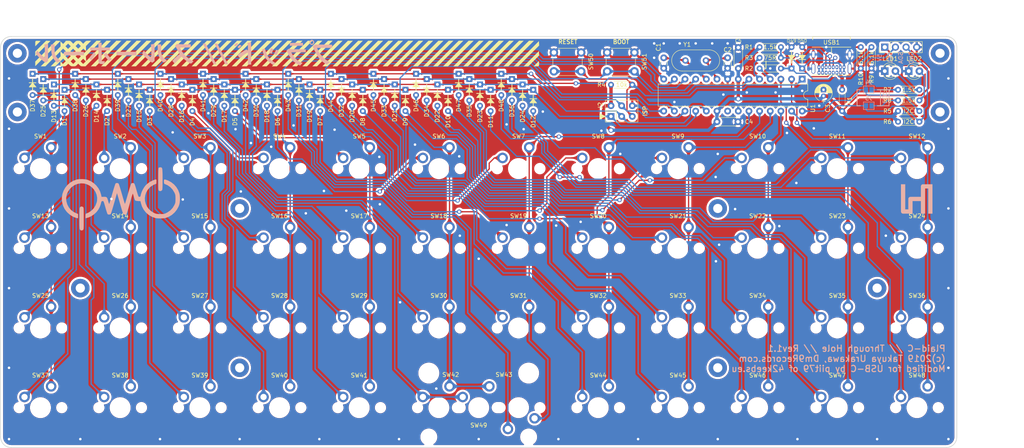
<source format=kicad_pcb>
(kicad_pcb (version 20171130) (host pcbnew 5.1.7-a382d34a8~88~ubuntu20.04.1)
  (layers (0 F.Cu signal) (31 B.Cu signal) (34 B.Paste user) (35 F.Paste user) (36 B.SilkS user) (37 F.SilkS user) (38 B.Mask user) (39 F.Mask user) (44 Edge.Cuts user))
  (net 0 "")
  (net 1 "Net-(C1-Pad1)")
  (net 2 GND)
  (net 3 /ROW0)
  (net 4 "Net-(D3-Pad2)")
  (net 5 "Net-(D4-Pad2)")
  (net 6 "Net-(D5-Pad2)")
  (net 7 "Net-(D6-Pad2)")
  (net 8 "Net-(D7-Pad2)")
  (net 9 "Net-(D8-Pad2)")
  (net 10 "Net-(D9-Pad2)")
  (net 11 "Net-(D10-Pad2)")
  (net 12 "Net-(D11-Pad2)")
  (net 13 "Net-(D12-Pad2)")
  (net 14 /ROW1)
  (net 15 "Net-(D13-Pad2)")
  (net 16 "Net-(D14-Pad2)")
  (net 17 "Net-(D15-Pad2)")
  (net 18 "Net-(D16-Pad2)")
  (net 19 "Net-(D17-Pad2)")
  (net 20 "Net-(D18-Pad2)")
  (net 21 "Net-(D19-Pad2)")
  (net 22 "Net-(D20-Pad2)")
  (net 23 "Net-(D21-Pad2)")
  (net 24 "Net-(D22-Pad2)")
  (net 25 "Net-(D23-Pad2)")
  (net 26 "Net-(D24-Pad2)")
  (net 27 "Net-(D25-Pad2)")
  (net 28 /ROW2)
  (net 29 "Net-(D26-Pad2)")
  (net 30 "Net-(D27-Pad2)")
  (net 31 "Net-(D28-Pad2)")
  (net 32 "Net-(D29-Pad2)")
  (net 33 "Net-(D30-Pad2)")
  (net 34 "Net-(D31-Pad2)")
  (net 35 "Net-(D32-Pad2)")
  (net 36 "Net-(D33-Pad2)")
  (net 37 "Net-(D34-Pad2)")
  (net 38 "Net-(D35-Pad2)")
  (net 39 "Net-(D36-Pad2)")
  (net 40 "Net-(D37-Pad2)")
  (net 41 "Net-(D38-Pad2)")
  (net 42 "Net-(D39-Pad2)")
  (net 43 "Net-(D40-Pad2)")
  (net 44 "Net-(D41-Pad2)")
  (net 45 "Net-(D42-Pad2)")
  (net 46 "Net-(D43-Pad2)")
  (net 47 "Net-(D44-Pad2)")
  (net 48 "Net-(D45-Pad2)")
  (net 49 "Net-(D46-Pad2)")
  (net 50 "Net-(D47-Pad2)")
  (net 51 "Net-(D48-Pad2)")
  (net 52 /USB_D+)
  (net 53 /USB_D-)
  (net 54 /RESET)
  (net 55 /COL0)
  (net 56 /COL1)
  (net 57 /COL2)
  (net 58 /COL3)
  (net 59 /COL4)
  (net 60 /COL5)
  (net 61 /COL6)
  (net 62 /COL7)
  (net 63 /COL8)
  (net 64 /COL9)
  (net 65 /COL10)
  (net 66 /COL11)
  (net 67 "Net-(C2-Pad1)")
  (net 68 +5V)
  (net 69 "Net-(F1-Pad1)")
  (net 70 "Net-(D1-Pad2)")
  (net 71 "Net-(D2-Pad2)")
  (net 72 "Net-(D49-Pad1)")
  (net 73 "Net-(D50-Pad1)")
  (net 74 /i2c_SCL)
  (net 75 /i2c_SDA)
  (net 76 "Net-(J4-Pad1)")
  (net 77 "Net-(J5-Pad1)")
  (net 78 "Net-(LED1-Pad2)")
  (net 79 "Net-(LED2-Pad2)")
  (net 80 /ROW3)
  (net 81 "Net-(R9-Pad2)")
  (net 82 "Net-(R10-Pad2)")
  (module plaid_silk:USB_C_GCT_USB4085 (layer F.Cu) (at 248.12 52.54 180)
    (fp_text reference USB1 (at -0.017498 1.13737) (layer F.SilkS))
    (fp_text value USB_C_GCT_USB4085-Type-C)
    (pad S1 thru_hole oval (at 4.325 -1.74 180) (size 0.9 1.7) (drill oval 0.6 1.4) (layers *.Cu *.Mask) (net 2 GND))
    (pad S1 thru_hole oval (at -4.325 -1.74 180) (size 0.9 1.7) (drill oval 0.6 1.4) (layers *.Cu *.Mask) (net 2 GND))
    (pad S1 thru_hole oval (at 4.325 -5.12 180) (size 0.9 2.4) (drill oval 0.6 2.1) (layers *.Cu *.Mask) (net 2 GND))
    (pad S1 thru_hole oval (at -4.325 -5.12 180) (size 0.9 2.4) (drill oval 0.6 2.1) (layers *.Cu *.Mask) (net 2 GND))
    (pad B1 thru_hole oval (at 2.98 -4.775 180) (size 0.65 1) (drill 0.4) (layers *.Cu *.Mask) (net 2 GND))
    (pad B4 thru_hole oval (at 2.13 -4.775 180) (size 0.65 1) (drill 0.4) (layers *.Cu *.Mask) (net 69 "Net-(F1-Pad1)"))
    (pad B5 thru_hole oval (at 1.28 -4.775 180) (size 0.65 1) (drill 0.4) (layers *.Cu *.Mask) (net 82 "Net-(R10-Pad2)"))
    (pad B6 thru_hole oval (at 0.43 -4.775 180) (size 0.65 1) (drill 0.4) (layers *.Cu *.Mask) (net 72 "Net-(D49-Pad1)"))
    (pad B7 thru_hole oval (at -0.42 -4.775 180) (size 0.65 1) (drill 0.4) (layers *.Cu *.Mask) (net 73 "Net-(D50-Pad1)"))
    (pad B8 thru_hole oval (at -1.27 -4.775 180) (size 0.65 1) (drill 0.4) (layers *.Cu *.Mask))
    (pad B9 thru_hole oval (at -2.12 -4.775 180) (size 0.65 1) (drill 0.4) (layers *.Cu *.Mask) (net 69 "Net-(F1-Pad1)"))
    (pad B12 thru_hole oval (at -2.975 -4.775 180) (size 0.65 1) (drill 0.4) (layers *.Cu *.Mask) (net 2 GND))
    (pad A12 thru_hole oval (at 2.975 -6.1 180) (size 0.65 1) (drill 0.4) (layers *.Cu *.Mask) (net 2 GND))
    (pad A9 thru_hole oval (at 2.125 -6.1 180) (size 0.65 1) (drill 0.4) (layers *.Cu *.Mask) (net 69 "Net-(F1-Pad1)"))
    (pad A8 thru_hole oval (at 1.275 -6.1 180) (size 0.65 1) (drill 0.4) (layers *.Cu *.Mask))
    (pad A7 thru_hole oval (at 0.425 -6.1 180) (size 0.65 1) (drill 0.4) (layers *.Cu *.Mask) (net 73 "Net-(D50-Pad1)"))
    (pad A6 thru_hole oval (at -0.425 -6.1 180) (size 0.65 1) (drill 0.4) (layers *.Cu *.Mask) (net 72 "Net-(D49-Pad1)"))
    (pad A4 thru_hole oval (at -2.125 -6.1 180) (size 0.65 1) (drill 0.4) (layers *.Cu *.Mask) (net 69 "Net-(F1-Pad1)"))
    (pad A1 thru_hole oval (at -2.975 -6.1 180) (size 0.65 1) (drill 0.4) (layers *.Cu *.Mask) (net 2 GND))
    (pad A5 thru_hole oval (at -1.275 -6.1 180) (size 0.65 1) (drill 0.4) (layers *.Cu *.Mask) (net 81 "Net-(R9-Pad2)"))
  )
  (module Resistor_THT:R_Axial_DIN0204_L3.6mm_D1.6mm_P5.08mm_Horizontal (layer F.Cu) (at 255.105 57.62 90)
    (fp_text reference R10 (at -2.54 0 90) (layer F.SilkS))
    (fp_text value 5.1k (at 2.54 0 90) (layer F.SilkS))
    (pad 2 thru_hole oval (at 5.08 0 90) (size 1.4 1.4) (drill 0.7) (layers *.Cu *.Mask) (net 82 "Net-(R10-Pad2)"))
    (pad 1 thru_hole circle (at 0 0 90) (size 1.4 1.4) (drill 0.7) (layers *.Cu *.Mask) (net 2 GND))
  )
  (module Resistor_THT:R_Axial_DIN0204_L3.6mm_D1.6mm_P5.08mm_Horizontal (layer F.Cu) (at 257.645 57.62 90)
    (fp_text reference R9 (at -2.54 0 90) (layer F.SilkS))
    (fp_text value 5.1k (at 2.54 0 90) (layer F.SilkS))
    (pad 2 thru_hole oval (at 5.08 0 90) (size 1.4 1.4) (drill 0.7) (layers *.Cu *.Mask) (net 81 "Net-(R9-Pad2)"))
    (pad 1 thru_hole circle (at 0 0 90) (size 1.4 1.4) (drill 0.7) (layers *.Cu *.Mask) (net 2 GND))
  )
  (module Capacitors_THT:CP_Radial_D4.0mm_P1.50mm (layer F.Cu) (at 246.215 64.2 90)
    (fp_text reference C3 (at -2.945 1.016 90) (layer F.SilkS))
    (fp_text value 4.7u)
    (pad 2 thru_hole rect (at 1.5 0 90) (size 1.2 1.2) (drill 0.6) (layers *.Cu *.Mask) (net 2 GND))
    (pad 1 thru_hole circle (at 0 0 90) (size 1.2 1.2) (drill 0.6) (layers *.Cu *.Mask) (net 68 +5V))
  )
  (module SMKJP:SW_Cherry_MX1A_1.00u_PCB (layer F.Cu) (at 173.5 138.5 180)
    (fp_text reference SW43 (at 3.485 7.855 180) (layer F.SilkS))
    (fp_text value SW_Push hide)
    (pad 2 thru_hole circle (at 2.54 -5.08 180) (size 2.5 2.5) (drill 1.5) (layers *.Cu *.Mask) (net 46 "Net-(D43-Pad2)"))
    (pad 1 thru_hole circle (at -3.81 -2.54 180) (size 2.5 2.5) (drill 1.5) (layers *.Cu *.Mask) (net 61 /COL6))
    (pad "" np_thru_hole circle (at 0 0 180) (size 4 4) (drill 4) (layers *.Cu *.Mask))
    (pad "" np_thru_hole circle (at -5.08 0 180) (size 1.7 1.7) (drill 1.7) (layers *.Cu *.Mask))
  )
  (module SMKJP:SW_Cherry_MX1A_1.00u_PCB (layer F.Cu) (at 154.5 138.5)
    (fp_text reference SW42 (at 2.815 -7.855) (layer F.SilkS))
    (fp_text value SW_Push hide)
    (pad 2 thru_hole circle (at 2.54 -5.08) (size 2.5 2.5) (drill 1.5) (layers *.Cu *.Mask) (net 60 /COL5))
    (pad 1 thru_hole circle (at -3.81 -2.54) (size 2.5 2.5) (drill 1.5) (layers *.Cu *.Mask) (net 45 "Net-(D42-Pad2)"))
    (pad "" np_thru_hole circle (at 0 0) (size 4 4) (drill 4) (layers *.Cu *.Mask))
    (pad "" np_thru_hole circle (at -5.08 0) (size 1.7 1.7) (drill 1.7) (layers *.Cu *.Mask))
  )
  (module SMKJP:SW_Cherry_MX1A_2.0U_PCB_universal_center (layer F.Cu) (at 164 138.5)
    (fp_text reference SW49 (at 0 4.21) (layer F.SilkS))
    (fp_text value SW_Push hide)
    (pad "" np_thru_hole oval (at 4.75 0) (size 2.36 1.7) (drill oval 2.36 1.7) (layers *.Cu *.Mask))
    (pad "" np_thru_hole oval (at -4.75 0) (size 2.36 1.7) (drill oval 2.36 1.7) (layers *.Cu *.Mask))
    (pad "" np_thru_hole circle (at 0 0) (size 4 4) (drill 4) (layers *.Cu *.Mask))
    (pad 1 thru_hole circle (at -3.81 -2.54) (size 2.5 2.5) (drill 1.5) (layers *.Cu *.Mask) (net 45 "Net-(D42-Pad2)"))
    (pad 2 thru_hole circle (at 2.54 -5.08) (size 2.5 2.5) (drill 1.5) (layers *.Cu *.Mask) (net 60 /COL5))
  )
  (module Capacitors_THT:C_Disc_D4.3mm_W1.9mm_P5.00mm (layer F.Cu) (at 225.895 57.62 90)
    (fp_text reference C5 (at 6.604 0 180) (layer F.SilkS) (effects (font (size 0.8 0.8) (thickness 0.1))))
    (fp_text value 100n)
    (pad 1 thru_hole circle (at 0 0 90) (size 1.6 1.6) (drill 0.8) (layers *.Cu *.Mask) (net 68 +5V))
    (pad 2 thru_hole circle (at 5 0 90) (size 1.6 1.6) (drill 0.8) (layers *.Cu *.Mask) (net 2 GND))
  )
  (module Capacitors_THT:C_Disc_D4.3mm_W1.9mm_P5.00mm (layer F.Cu) (at 220.815 70.32)
    (fp_text reference C4 (at 7.62 0) (layer F.SilkS))
    (fp_text value 100n)
    (pad 1 thru_hole circle (at 0 0) (size 1.6 1.6) (drill 0.8) (layers *.Cu *.Mask) (net 68 +5V))
    (pad 2 thru_hole circle (at 5 0) (size 1.6 1.6) (drill 0.8) (layers *.Cu *.Mask) (net 2 GND))
  )
  (module SMKJP:SW_Cherry_MX1A_1.00u_PCB (layer F.Cu) (at 249.5 81.5)
    (fp_text reference SW11 (at 0 -7.7) (layer F.SilkS))
    (fp_text value SW_Push hide)
    (pad 2 thru_hole circle (at 2.54 -5.08) (size 2.5 2.5) (drill 1.5) (layers *.Cu *.Mask) (net 65 /COL10))
    (pad 1 thru_hole circle (at -3.81 -2.54) (size 2.5 2.5) (drill 1.5) (layers *.Cu *.Mask) (net 12 "Net-(D11-Pad2)"))
    (pad "" np_thru_hole circle (at 0 0) (size 4 4) (drill 4) (layers *.Cu *.Mask))
    (pad "" np_thru_hole circle (at -5.08 0) (size 1.7 1.7) (drill 1.7) (layers *.Cu *.Mask))
    (pad "" np_thru_hole circle (at 5.08 0) (size 1.7 1.7) (drill 1.7) (layers *.Cu *.Mask))
  )
  (module SMKJP:SW_Cherry_MX1A_1.00u_PCB (layer F.Cu) (at 173.5 100.5)
    (fp_text reference SW19 (at 0 -7.7) (layer F.SilkS))
    (fp_text value SW_Push hide)
    (pad 2 thru_hole circle (at 2.54 -5.08) (size 2.5 2.5) (drill 1.5) (layers *.Cu *.Mask) (net 61 /COL6))
    (pad 1 thru_hole circle (at -3.81 -2.54) (size 2.5 2.5) (drill 1.5) (layers *.Cu *.Mask) (net 21 "Net-(D19-Pad2)"))
    (pad "" np_thru_hole circle (at 0 0) (size 4 4) (drill 4) (layers *.Cu *.Mask))
    (pad "" np_thru_hole circle (at -5.08 0) (size 1.7 1.7) (drill 1.7) (layers *.Cu *.Mask))
    (pad "" np_thru_hole circle (at 5.08 0) (size 1.7 1.7) (drill 1.7) (layers *.Cu *.Mask))
  )
  (module SMKJP:SW_Cherry_MX1A_1.00u_PCB (layer F.Cu) (at 192.5 81.5)
    (fp_text reference SW8 (at 0 -7.7) (layer F.SilkS))
    (fp_text value SW_Push hide)
    (pad 2 thru_hole circle (at 2.54 -5.08) (size 2.5 2.5) (drill 1.5) (layers *.Cu *.Mask) (net 62 /COL7))
    (pad 1 thru_hole circle (at -3.81 -2.54) (size 2.5 2.5) (drill 1.5) (layers *.Cu *.Mask) (net 9 "Net-(D8-Pad2)"))
    (pad "" np_thru_hole circle (at 0 0) (size 4 4) (drill 4) (layers *.Cu *.Mask))
    (pad "" np_thru_hole circle (at -5.08 0) (size 1.7 1.7) (drill 1.7) (layers *.Cu *.Mask))
    (pad "" np_thru_hole circle (at 5.08 0) (size 1.7 1.7) (drill 1.7) (layers *.Cu *.Mask))
  )
  (module SMKJP:SW_Cherry_MX1A_1.00u_PCB (layer F.Cu) (at 211.5 81.5)
    (fp_text reference SW9 (at 0 -7.7) (layer F.SilkS))
    (fp_text value SW_Push hide)
    (pad 2 thru_hole circle (at 2.54 -5.08) (size 2.5 2.5) (drill 1.5) (layers *.Cu *.Mask) (net 63 /COL8))
    (pad 1 thru_hole circle (at -3.81 -2.54) (size 2.5 2.5) (drill 1.5) (layers *.Cu *.Mask) (net 10 "Net-(D9-Pad2)"))
    (pad "" np_thru_hole circle (at 0 0) (size 4 4) (drill 4) (layers *.Cu *.Mask))
    (pad "" np_thru_hole circle (at -5.08 0) (size 1.7 1.7) (drill 1.7) (layers *.Cu *.Mask))
    (pad "" np_thru_hole circle (at 5.08 0) (size 1.7 1.7) (drill 1.7) (layers *.Cu *.Mask))
  )
  (module SMKJP:SW_Cherry_MX1A_1.00u_PCB (layer F.Cu) (at 173.5 81.5)
    (fp_text reference SW7 (at 0 -7.7) (layer F.SilkS))
    (fp_text value SW_Push hide)
    (pad 2 thru_hole circle (at 2.54 -5.08) (size 2.5 2.5) (drill 1.5) (layers *.Cu *.Mask) (net 61 /COL6))
    (pad 1 thru_hole circle (at -3.81 -2.54) (size 2.5 2.5) (drill 1.5) (layers *.Cu *.Mask) (net 8 "Net-(D7-Pad2)"))
    (pad "" np_thru_hole circle (at 0 0) (size 4 4) (drill 4) (layers *.Cu *.Mask))
    (pad "" np_thru_hole circle (at -5.08 0) (size 1.7 1.7) (drill 1.7) (layers *.Cu *.Mask))
    (pad "" np_thru_hole circle (at 5.08 0) (size 1.7 1.7) (drill 1.7) (layers *.Cu *.Mask))
  )
  (module SMKJP:SW_Cherry_MX1A_1.00u_PCB (layer F.Cu) (at 78.5 81.5)
    (fp_text reference SW2 (at 0 -7.7) (layer F.SilkS))
    (fp_text value SW_Push hide)
    (pad 2 thru_hole circle (at 2.54 -5.08) (size 2.5 2.5) (drill 1.5) (layers *.Cu *.Mask) (net 56 /COL1))
    (pad 1 thru_hole circle (at -3.81 -2.54) (size 2.5 2.5) (drill 1.5) (layers *.Cu *.Mask) (net 71 "Net-(D2-Pad2)"))
    (pad "" np_thru_hole circle (at 0 0) (size 4 4) (drill 4) (layers *.Cu *.Mask))
    (pad "" np_thru_hole circle (at -5.08 0) (size 1.7 1.7) (drill 1.7) (layers *.Cu *.Mask))
    (pad "" np_thru_hole circle (at 5.08 0) (size 1.7 1.7) (drill 1.7) (layers *.Cu *.Mask))
  )
  (module SMKJP:SW_Cherry_MX1A_1.00u_PCB (layer F.Cu) (at 116.5 138.5)
    (fp_text reference SW40 (at 0 -7.7) (layer F.SilkS))
    (fp_text value SW_Push hide)
    (pad 2 thru_hole circle (at 2.54 -5.08) (size 2.5 2.5) (drill 1.5) (layers *.Cu *.Mask) (net 58 /COL3))
    (pad 1 thru_hole circle (at -3.81 -2.54) (size 2.5 2.5) (drill 1.5) (layers *.Cu *.Mask) (net 43 "Net-(D40-Pad2)"))
    (pad "" np_thru_hole circle (at 0 0) (size 4 4) (drill 4) (layers *.Cu *.Mask))
    (pad "" np_thru_hole circle (at -5.08 0) (size 1.7 1.7) (drill 1.7) (layers *.Cu *.Mask))
    (pad "" np_thru_hole circle (at 5.08 0) (size 1.7 1.7) (drill 1.7) (layers *.Cu *.Mask))
  )
  (module SMKJP:SW_Cherry_MX1A_1.00u_PCB (layer F.Cu) (at 116.5 119.5)
    (fp_text reference SW28 (at 0 -7.7) (layer F.SilkS))
    (fp_text value SW_Push hide)
    (pad 2 thru_hole circle (at 2.54 -5.08) (size 2.5 2.5) (drill 1.5) (layers *.Cu *.Mask) (net 58 /COL3))
    (pad 1 thru_hole circle (at -3.81 -2.54) (size 2.5 2.5) (drill 1.5) (layers *.Cu *.Mask) (net 31 "Net-(D28-Pad2)"))
    (pad "" np_thru_hole circle (at 0 0) (size 4 4) (drill 4) (layers *.Cu *.Mask))
    (pad "" np_thru_hole circle (at -5.08 0) (size 1.7 1.7) (drill 1.7) (layers *.Cu *.Mask))
    (pad "" np_thru_hole circle (at 5.08 0) (size 1.7 1.7) (drill 1.7) (layers *.Cu *.Mask))
  )
  (module SMKJP:SW_Cherry_MX1A_1.00u_PCB (layer F.Cu) (at 59.5 81.5)
    (fp_text reference SW1 (at 0 -7.7) (layer F.SilkS))
    (fp_text value SW_Push hide)
    (pad 2 thru_hole circle (at 2.54 -5.08) (size 2.5 2.5) (drill 1.5) (layers *.Cu *.Mask) (net 55 /COL0))
    (pad 1 thru_hole circle (at -3.81 -2.54) (size 2.5 2.5) (drill 1.5) (layers *.Cu *.Mask) (net 70 "Net-(D1-Pad2)"))
    (pad "" np_thru_hole circle (at 0 0) (size 4 4) (drill 4) (layers *.Cu *.Mask))
    (pad "" np_thru_hole circle (at -5.08 0) (size 1.7 1.7) (drill 1.7) (layers *.Cu *.Mask))
    (pad "" np_thru_hole circle (at 5.08 0) (size 1.7 1.7) (drill 1.7) (layers *.Cu *.Mask))
  )
  (module SMKJP:SW_Cherry_MX1A_1.00u_PCB (layer F.Cu) (at 97.5 81.5)
    (fp_text reference SW3 (at 0 -7.7) (layer F.SilkS))
    (fp_text value SW_Push hide)
    (pad 2 thru_hole circle (at 2.54 -5.08) (size 2.5 2.5) (drill 1.5) (layers *.Cu *.Mask) (net 57 /COL2))
    (pad 1 thru_hole circle (at -3.81 -2.54) (size 2.5 2.5) (drill 1.5) (layers *.Cu *.Mask) (net 4 "Net-(D3-Pad2)"))
    (pad "" np_thru_hole circle (at 0 0) (size 4 4) (drill 4) (layers *.Cu *.Mask))
    (pad "" np_thru_hole circle (at -5.08 0) (size 1.7 1.7) (drill 1.7) (layers *.Cu *.Mask))
    (pad "" np_thru_hole circle (at 5.08 0) (size 1.7 1.7) (drill 1.7) (layers *.Cu *.Mask))
  )
  (module SMKJP:SW_Cherry_MX1A_1.00u_PCB (layer F.Cu) (at 116.5 81.5)
    (fp_text reference SW4 (at 0 -7.7) (layer F.SilkS))
    (fp_text value SW_Push hide)
    (pad 2 thru_hole circle (at 2.54 -5.08) (size 2.5 2.5) (drill 1.5) (layers *.Cu *.Mask) (net 58 /COL3))
    (pad 1 thru_hole circle (at -3.81 -2.54) (size 2.5 2.5) (drill 1.5) (layers *.Cu *.Mask) (net 5 "Net-(D4-Pad2)"))
    (pad "" np_thru_hole circle (at 0 0) (size 4 4) (drill 4) (layers *.Cu *.Mask))
    (pad "" np_thru_hole circle (at -5.08 0) (size 1.7 1.7) (drill 1.7) (layers *.Cu *.Mask))
    (pad "" np_thru_hole circle (at 5.08 0) (size 1.7 1.7) (drill 1.7) (layers *.Cu *.Mask))
  )
  (module SMKJP:SW_Cherry_MX1A_1.00u_PCB (layer F.Cu) (at 135.5 81.5)
    (fp_text reference SW5 (at 0 -7.7) (layer F.SilkS))
    (fp_text value SW_Push hide)
    (pad 2 thru_hole circle (at 2.54 -5.08) (size 2.5 2.5) (drill 1.5) (layers *.Cu *.Mask) (net 59 /COL4))
    (pad 1 thru_hole circle (at -3.81 -2.54) (size 2.5 2.5) (drill 1.5) (layers *.Cu *.Mask) (net 6 "Net-(D5-Pad2)"))
    (pad "" np_thru_hole circle (at 0 0) (size 4 4) (drill 4) (layers *.Cu *.Mask))
    (pad "" np_thru_hole circle (at -5.08 0) (size 1.7 1.7) (drill 1.7) (layers *.Cu *.Mask))
    (pad "" np_thru_hole circle (at 5.08 0) (size 1.7 1.7) (drill 1.7) (layers *.Cu *.Mask))
  )
  (module SMKJP:SW_Cherry_MX1A_1.00u_PCB (layer F.Cu) (at 154.5 81.5)
    (fp_text reference SW6 (at 0 -7.7) (layer F.SilkS))
    (fp_text value SW_Push hide)
    (pad 2 thru_hole circle (at 2.54 -5.08) (size 2.5 2.5) (drill 1.5) (layers *.Cu *.Mask) (net 60 /COL5))
    (pad 1 thru_hole circle (at -3.81 -2.54) (size 2.5 2.5) (drill 1.5) (layers *.Cu *.Mask) (net 7 "Net-(D6-Pad2)"))
    (pad "" np_thru_hole circle (at 0 0) (size 4 4) (drill 4) (layers *.Cu *.Mask))
    (pad "" np_thru_hole circle (at -5.08 0) (size 1.7 1.7) (drill 1.7) (layers *.Cu *.Mask))
    (pad "" np_thru_hole circle (at 5.08 0) (size 1.7 1.7) (drill 1.7) (layers *.Cu *.Mask))
  )
  (module SMKJP:SW_Cherry_MX1A_1.00u_PCB (layer F.Cu) (at 230.5 81.5)
    (fp_text reference SW10 (at 0 -7.7) (layer F.SilkS))
    (fp_text value SW_Push hide)
    (pad 2 thru_hole circle (at 2.54 -5.08) (size 2.5 2.5) (drill 1.5) (layers *.Cu *.Mask) (net 64 /COL9))
    (pad 1 thru_hole circle (at -3.81 -2.54) (size 2.5 2.5) (drill 1.5) (layers *.Cu *.Mask) (net 11 "Net-(D10-Pad2)"))
    (pad "" np_thru_hole circle (at 0 0) (size 4 4) (drill 4) (layers *.Cu *.Mask))
    (pad "" np_thru_hole circle (at -5.08 0) (size 1.7 1.7) (drill 1.7) (layers *.Cu *.Mask))
    (pad "" np_thru_hole circle (at 5.08 0) (size 1.7 1.7) (drill 1.7) (layers *.Cu *.Mask))
  )
  (module SMKJP:SW_Cherry_MX1A_1.00u_PCB (layer F.Cu) (at 268.5 81.5)
    (fp_text reference SW12 (at 0 -7.7) (layer F.SilkS))
    (fp_text value SW_Push hide)
    (pad 2 thru_hole circle (at 2.54 -5.08) (size 2.5 2.5) (drill 1.5) (layers *.Cu *.Mask) (net 66 /COL11))
    (pad 1 thru_hole circle (at -3.81 -2.54) (size 2.5 2.5) (drill 1.5) (layers *.Cu *.Mask) (net 13 "Net-(D12-Pad2)"))
    (pad "" np_thru_hole circle (at 0 0) (size 4 4) (drill 4) (layers *.Cu *.Mask))
    (pad "" np_thru_hole circle (at -5.08 0) (size 1.7 1.7) (drill 1.7) (layers *.Cu *.Mask))
    (pad "" np_thru_hole circle (at 5.08 0) (size 1.7 1.7) (drill 1.7) (layers *.Cu *.Mask))
  )
  (module SMKJP:SW_Cherry_MX1A_1.00u_PCB (layer F.Cu) (at 59.5 100.5)
    (fp_text reference SW13 (at 0 -7.7) (layer F.SilkS))
    (fp_text value SW_Push hide)
    (pad 2 thru_hole circle (at 2.54 -5.08) (size 2.5 2.5) (drill 1.5) (layers *.Cu *.Mask) (net 55 /COL0))
    (pad 1 thru_hole circle (at -3.81 -2.54) (size 2.5 2.5) (drill 1.5) (layers *.Cu *.Mask) (net 15 "Net-(D13-Pad2)"))
    (pad "" np_thru_hole circle (at 0 0) (size 4 4) (drill 4) (layers *.Cu *.Mask))
    (pad "" np_thru_hole circle (at -5.08 0) (size 1.7 1.7) (drill 1.7) (layers *.Cu *.Mask))
    (pad "" np_thru_hole circle (at 5.08 0) (size 1.7 1.7) (drill 1.7) (layers *.Cu *.Mask))
  )
  (module SMKJP:SW_Cherry_MX1A_1.00u_PCB (layer F.Cu) (at 78.5 100.5)
    (fp_text reference SW14 (at 0 -7.7) (layer F.SilkS))
    (fp_text value SW_Push hide)
    (pad 2 thru_hole circle (at 2.54 -5.08) (size 2.5 2.5) (drill 1.5) (layers *.Cu *.Mask) (net 56 /COL1))
    (pad 1 thru_hole circle (at -3.81 -2.54) (size 2.5 2.5) (drill 1.5) (layers *.Cu *.Mask) (net 16 "Net-(D14-Pad2)"))
    (pad "" np_thru_hole circle (at 0 0) (size 4 4) (drill 4) (layers *.Cu *.Mask))
    (pad "" np_thru_hole circle (at -5.08 0) (size 1.7 1.7) (drill 1.7) (layers *.Cu *.Mask))
    (pad "" np_thru_hole circle (at 5.08 0) (size 1.7 1.7) (drill 1.7) (layers *.Cu *.Mask))
  )
  (module SMKJP:SW_Cherry_MX1A_1.00u_PCB (layer F.Cu) (at 97.5 100.5)
    (fp_text reference SW15 (at 0 -7.7) (layer F.SilkS))
    (fp_text value SW_Push hide)
    (pad 2 thru_hole circle (at 2.54 -5.08) (size 2.5 2.5) (drill 1.5) (layers *.Cu *.Mask) (net 57 /COL2))
    (pad 1 thru_hole circle (at -3.81 -2.54) (size 2.5 2.5) (drill 1.5) (layers *.Cu *.Mask) (net 17 "Net-(D15-Pad2)"))
    (pad "" np_thru_hole circle (at 0 0) (size 4 4) (drill 4) (layers *.Cu *.Mask))
    (pad "" np_thru_hole circle (at -5.08 0) (size 1.7 1.7) (drill 1.7) (layers *.Cu *.Mask))
    (pad "" np_thru_hole circle (at 5.08 0) (size 1.7 1.7) (drill 1.7) (layers *.Cu *.Mask))
  )
  (module SMKJP:SW_Cherry_MX1A_1.00u_PCB (layer F.Cu) (at 116.5 100.5)
    (fp_text reference SW16 (at 0 -7.7) (layer F.SilkS))
    (fp_text value SW_Push hide)
    (pad 2 thru_hole circle (at 2.54 -5.08) (size 2.5 2.5) (drill 1.5) (layers *.Cu *.Mask) (net 58 /COL3))
    (pad 1 thru_hole circle (at -3.81 -2.54) (size 2.5 2.5) (drill 1.5) (layers *.Cu *.Mask) (net 18 "Net-(D16-Pad2)"))
    (pad "" np_thru_hole circle (at 0 0) (size 4 4) (drill 4) (layers *.Cu *.Mask))
    (pad "" np_thru_hole circle (at -5.08 0) (size 1.7 1.7) (drill 1.7) (layers *.Cu *.Mask))
    (pad "" np_thru_hole circle (at 5.08 0) (size 1.7 1.7) (drill 1.7) (layers *.Cu *.Mask))
  )
  (module SMKJP:SW_Cherry_MX1A_1.00u_PCB (layer F.Cu) (at 135.5 100.5)
    (fp_text reference SW17 (at 0 -7.7) (layer F.SilkS))
    (fp_text value SW_Push hide)
    (pad 2 thru_hole circle (at 2.54 -5.08) (size 2.5 2.5) (drill 1.5) (layers *.Cu *.Mask) (net 59 /COL4))
    (pad 1 thru_hole circle (at -3.81 -2.54) (size 2.5 2.5) (drill 1.5) (layers *.Cu *.Mask) (net 19 "Net-(D17-Pad2)"))
    (pad "" np_thru_hole circle (at 0 0) (size 4 4) (drill 4) (layers *.Cu *.Mask))
    (pad "" np_thru_hole circle (at -5.08 0) (size 1.7 1.7) (drill 1.7) (layers *.Cu *.Mask))
    (pad "" np_thru_hole circle (at 5.08 0) (size 1.7 1.7) (drill 1.7) (layers *.Cu *.Mask))
  )
  (module SMKJP:SW_Cherry_MX1A_1.00u_PCB (layer F.Cu) (at 154.5 100.5)
    (fp_text reference SW18 (at 0 -7.7) (layer F.SilkS))
    (fp_text value SW_Push hide)
    (pad 2 thru_hole circle (at 2.54 -5.08) (size 2.5 2.5) (drill 1.5) (layers *.Cu *.Mask) (net 60 /COL5))
    (pad 1 thru_hole circle (at -3.81 -2.54) (size 2.5 2.5) (drill 1.5) (layers *.Cu *.Mask) (net 20 "Net-(D18-Pad2)"))
    (pad "" np_thru_hole circle (at 0 0) (size 4 4) (drill 4) (layers *.Cu *.Mask))
    (pad "" np_thru_hole circle (at -5.08 0) (size 1.7 1.7) (drill 1.7) (layers *.Cu *.Mask))
    (pad "" np_thru_hole circle (at 5.08 0) (size 1.7 1.7) (drill 1.7) (layers *.Cu *.Mask))
  )
  (module SMKJP:SW_Cherry_MX1A_1.00u_PCB (layer F.Cu) (at 192.5 100.5)
    (fp_text reference SW20 (at 0 -7.7) (layer F.SilkS))
    (fp_text value SW_Push hide)
    (pad 2 thru_hole circle (at 2.54 -5.08) (size 2.5 2.5) (drill 1.5) (layers *.Cu *.Mask) (net 62 /COL7))
    (pad 1 thru_hole circle (at -3.81 -2.54) (size 2.5 2.5) (drill 1.5) (layers *.Cu *.Mask) (net 22 "Net-(D20-Pad2)"))
    (pad "" np_thru_hole circle (at 0 0) (size 4 4) (drill 4) (layers *.Cu *.Mask))
    (pad "" np_thru_hole circle (at -5.08 0) (size 1.7 1.7) (drill 1.7) (layers *.Cu *.Mask))
    (pad "" np_thru_hole circle (at 5.08 0) (size 1.7 1.7) (drill 1.7) (layers *.Cu *.Mask))
  )
  (module SMKJP:SW_Cherry_MX1A_1.00u_PCB (layer F.Cu) (at 211.5 100.5)
    (fp_text reference SW21 (at 0 -7.7) (layer F.SilkS))
    (fp_text value SW_Push hide)
    (pad 2 thru_hole circle (at 2.54 -5.08) (size 2.5 2.5) (drill 1.5) (layers *.Cu *.Mask) (net 63 /COL8))
    (pad 1 thru_hole circle (at -3.81 -2.54) (size 2.5 2.5) (drill 1.5) (layers *.Cu *.Mask) (net 23 "Net-(D21-Pad2)"))
    (pad "" np_thru_hole circle (at 0 0) (size 4 4) (drill 4) (layers *.Cu *.Mask))
    (pad "" np_thru_hole circle (at -5.08 0) (size 1.7 1.7) (drill 1.7) (layers *.Cu *.Mask))
    (pad "" np_thru_hole circle (at 5.08 0) (size 1.7 1.7) (drill 1.7) (layers *.Cu *.Mask))
  )
  (module SMKJP:SW_Cherry_MX1A_1.00u_PCB (layer F.Cu) (at 230.5 100.5)
    (fp_text reference SW22 (at 0 -7.7) (layer F.SilkS))
    (fp_text value SW_Push hide)
    (pad 2 thru_hole circle (at 2.54 -5.08) (size 2.5 2.5) (drill 1.5) (layers *.Cu *.Mask) (net 64 /COL9))
    (pad 1 thru_hole circle (at -3.81 -2.54) (size 2.5 2.5) (drill 1.5) (layers *.Cu *.Mask) (net 24 "Net-(D22-Pad2)"))
    (pad "" np_thru_hole circle (at 0 0) (size 4 4) (drill 4) (layers *.Cu *.Mask))
    (pad "" np_thru_hole circle (at -5.08 0) (size 1.7 1.7) (drill 1.7) (layers *.Cu *.Mask))
    (pad "" np_thru_hole circle (at 5.08 0) (size 1.7 1.7) (drill 1.7) (layers *.Cu *.Mask))
  )
  (module SMKJP:SW_Cherry_MX1A_1.00u_PCB (layer F.Cu) (at 249.5 100.5)
    (fp_text reference SW23 (at 0 -7.7) (layer F.SilkS))
    (fp_text value SW_Push hide)
    (pad 2 thru_hole circle (at 2.54 -5.08) (size 2.5 2.5) (drill 1.5) (layers *.Cu *.Mask) (net 65 /COL10))
    (pad 1 thru_hole circle (at -3.81 -2.54) (size 2.5 2.5) (drill 1.5) (layers *.Cu *.Mask) (net 25 "Net-(D23-Pad2)"))
    (pad "" np_thru_hole circle (at 0 0) (size 4 4) (drill 4) (layers *.Cu *.Mask))
    (pad "" np_thru_hole circle (at -5.08 0) (size 1.7 1.7) (drill 1.7) (layers *.Cu *.Mask))
    (pad "" np_thru_hole circle (at 5.08 0) (size 1.7 1.7) (drill 1.7) (layers *.Cu *.Mask))
  )
  (module SMKJP:SW_Cherry_MX1A_1.00u_PCB (layer F.Cu) (at 268.5 100.5)
    (fp_text reference SW24 (at 0 -7.7) (layer F.SilkS))
    (fp_text value SW_Push hide)
    (pad 2 thru_hole circle (at 2.54 -5.08) (size 2.5 2.5) (drill 1.5) (layers *.Cu *.Mask) (net 66 /COL11))
    (pad 1 thru_hole circle (at -3.81 -2.54) (size 2.5 2.5) (drill 1.5) (layers *.Cu *.Mask) (net 26 "Net-(D24-Pad2)"))
    (pad "" np_thru_hole circle (at 0 0) (size 4 4) (drill 4) (layers *.Cu *.Mask))
    (pad "" np_thru_hole circle (at -5.08 0) (size 1.7 1.7) (drill 1.7) (layers *.Cu *.Mask))
    (pad "" np_thru_hole circle (at 5.08 0) (size 1.7 1.7) (drill 1.7) (layers *.Cu *.Mask))
  )
  (module SMKJP:SW_Cherry_MX1A_1.00u_PCB (layer F.Cu) (at 59.5 119.5)
    (fp_text reference SW25 (at 0 -7.7) (layer F.SilkS))
    (fp_text value SW_Push hide)
    (pad 2 thru_hole circle (at 2.54 -5.08) (size 2.5 2.5) (drill 1.5) (layers *.Cu *.Mask) (net 55 /COL0))
    (pad 1 thru_hole circle (at -3.81 -2.54) (size 2.5 2.5) (drill 1.5) (layers *.Cu *.Mask) (net 27 "Net-(D25-Pad2)"))
    (pad "" np_thru_hole circle (at 0 0) (size 4 4) (drill 4) (layers *.Cu *.Mask))
    (pad "" np_thru_hole circle (at -5.08 0) (size 1.7 1.7) (drill 1.7) (layers *.Cu *.Mask))
    (pad "" np_thru_hole circle (at 5.08 0) (size 1.7 1.7) (drill 1.7) (layers *.Cu *.Mask))
  )
  (module SMKJP:SW_Cherry_MX1A_1.00u_PCB (layer F.Cu) (at 78.5 119.5)
    (fp_text reference SW26 (at 0 -7.7) (layer F.SilkS))
    (fp_text value SW_Push hide)
    (pad 2 thru_hole circle (at 2.54 -5.08) (size 2.5 2.5) (drill 1.5) (layers *.Cu *.Mask) (net 56 /COL1))
    (pad 1 thru_hole circle (at -3.81 -2.54) (size 2.5 2.5) (drill 1.5) (layers *.Cu *.Mask) (net 29 "Net-(D26-Pad2)"))
    (pad "" np_thru_hole circle (at 0 0) (size 4 4) (drill 4) (layers *.Cu *.Mask))
    (pad "" np_thru_hole circle (at -5.08 0) (size 1.7 1.7) (drill 1.7) (layers *.Cu *.Mask))
    (pad "" np_thru_hole circle (at 5.08 0) (size 1.7 1.7) (drill 1.7) (layers *.Cu *.Mask))
  )
  (module SMKJP:SW_Cherry_MX1A_1.00u_PCB (layer F.Cu) (at 97.5 119.5)
    (fp_text reference SW27 (at 0 -7.7) (layer F.SilkS))
    (fp_text value SW_Push hide)
    (pad 2 thru_hole circle (at 2.54 -5.08) (size 2.5 2.5) (drill 1.5) (layers *.Cu *.Mask) (net 57 /COL2))
    (pad 1 thru_hole circle (at -3.81 -2.54) (size 2.5 2.5) (drill 1.5) (layers *.Cu *.Mask) (net 30 "Net-(D27-Pad2)"))
    (pad "" np_thru_hole circle (at 0 0) (size 4 4) (drill 4) (layers *.Cu *.Mask))
    (pad "" np_thru_hole circle (at -5.08 0) (size 1.7 1.7) (drill 1.7) (layers *.Cu *.Mask))
    (pad "" np_thru_hole circle (at 5.08 0) (size 1.7 1.7) (drill 1.7) (layers *.Cu *.Mask))
  )
  (module SMKJP:SW_Cherry_MX1A_1.00u_PCB (layer F.Cu) (at 135.5 119.5)
    (fp_text reference SW29 (at 0 -7.7) (layer F.SilkS))
    (fp_text value SW_Push hide)
    (pad 2 thru_hole circle (at 2.54 -5.08) (size 2.5 2.5) (drill 1.5) (layers *.Cu *.Mask) (net 59 /COL4))
    (pad 1 thru_hole circle (at -3.81 -2.54) (size 2.5 2.5) (drill 1.5) (layers *.Cu *.Mask) (net 32 "Net-(D29-Pad2)"))
    (pad "" np_thru_hole circle (at 0 0) (size 4 4) (drill 4) (layers *.Cu *.Mask))
    (pad "" np_thru_hole circle (at -5.08 0) (size 1.7 1.7) (drill 1.7) (layers *.Cu *.Mask))
    (pad "" np_thru_hole circle (at 5.08 0) (size 1.7 1.7) (drill 1.7) (layers *.Cu *.Mask))
  )
  (module SMKJP:SW_Cherry_MX1A_1.00u_PCB (layer F.Cu) (at 154.5 119.5)
    (fp_text reference SW30 (at 0 -7.7) (layer F.SilkS))
    (fp_text value SW_Push hide)
    (pad 2 thru_hole circle (at 2.54 -5.08) (size 2.5 2.5) (drill 1.5) (layers *.Cu *.Mask) (net 60 /COL5))
    (pad 1 thru_hole circle (at -3.81 -2.54) (size 2.5 2.5) (drill 1.5) (layers *.Cu *.Mask) (net 33 "Net-(D30-Pad2)"))
    (pad "" np_thru_hole circle (at 0 0) (size 4 4) (drill 4) (layers *.Cu *.Mask))
    (pad "" np_thru_hole circle (at -5.08 0) (size 1.7 1.7) (drill 1.7) (layers *.Cu *.Mask))
    (pad "" np_thru_hole circle (at 5.08 0) (size 1.7 1.7) (drill 1.7) (layers *.Cu *.Mask))
  )
  (module SMKJP:SW_Cherry_MX1A_1.00u_PCB (layer F.Cu) (at 173.5 119.5)
    (fp_text reference SW31 (at 0 -7.7) (layer F.SilkS))
    (fp_text value SW_Push hide)
    (pad 2 thru_hole circle (at 2.54 -5.08) (size 2.5 2.5) (drill 1.5) (layers *.Cu *.Mask) (net 61 /COL6))
    (pad 1 thru_hole circle (at -3.81 -2.54) (size 2.5 2.5) (drill 1.5) (layers *.Cu *.Mask) (net 34 "Net-(D31-Pad2)"))
    (pad "" np_thru_hole circle (at 0 0) (size 4 4) (drill 4) (layers *.Cu *.Mask))
    (pad "" np_thru_hole circle (at -5.08 0) (size 1.7 1.7) (drill 1.7) (layers *.Cu *.Mask))
    (pad "" np_thru_hole circle (at 5.08 0) (size 1.7 1.7) (drill 1.7) (layers *.Cu *.Mask))
  )
  (module SMKJP:SW_Cherry_MX1A_1.00u_PCB (layer F.Cu) (at 192.5 119.5)
    (fp_text reference SW32 (at 0 -7.7) (layer F.SilkS))
    (fp_text value SW_Push hide)
    (pad 2 thru_hole circle (at 2.54 -5.08) (size 2.5 2.5) (drill 1.5) (layers *.Cu *.Mask) (net 62 /COL7))
    (pad 1 thru_hole circle (at -3.81 -2.54) (size 2.5 2.5) (drill 1.5) (layers *.Cu *.Mask) (net 35 "Net-(D32-Pad2)"))
    (pad "" np_thru_hole circle (at 0 0) (size 4 4) (drill 4) (layers *.Cu *.Mask))
    (pad "" np_thru_hole circle (at -5.08 0) (size 1.7 1.7) (drill 1.7) (layers *.Cu *.Mask))
    (pad "" np_thru_hole circle (at 5.08 0) (size 1.7 1.7) (drill 1.7) (layers *.Cu *.Mask))
  )
  (module SMKJP:SW_Cherry_MX1A_1.00u_PCB (layer F.Cu) (at 211.5 119.5)
    (fp_text reference SW33 (at 0 -7.7) (layer F.SilkS))
    (fp_text value SW_Push hide)
    (pad 2 thru_hole circle (at 2.54 -5.08) (size 2.5 2.5) (drill 1.5) (layers *.Cu *.Mask) (net 63 /COL8))
    (pad 1 thru_hole circle (at -3.81 -2.54) (size 2.5 2.5) (drill 1.5) (layers *.Cu *.Mask) (net 36 "Net-(D33-Pad2)"))
    (pad "" np_thru_hole circle (at 0 0) (size 4 4) (drill 4) (layers *.Cu *.Mask))
    (pad "" np_thru_hole circle (at -5.08 0) (size 1.7 1.7) (drill 1.7) (layers *.Cu *.Mask))
    (pad "" np_thru_hole circle (at 5.08 0) (size 1.7 1.7) (drill 1.7) (layers *.Cu *.Mask))
  )
  (module SMKJP:SW_Cherry_MX1A_1.00u_PCB (layer F.Cu) (at 230.5 119.5)
    (fp_text reference SW34 (at 0 -7.7) (layer F.SilkS))
    (fp_text value SW_Push hide)
    (pad 2 thru_hole circle (at 2.54 -5.08) (size 2.5 2.5) (drill 1.5) (layers *.Cu *.Mask) (net 64 /COL9))
    (pad 1 thru_hole circle (at -3.81 -2.54) (size 2.5 2.5) (drill 1.5) (layers *.Cu *.Mask) (net 37 "Net-(D34-Pad2)"))
    (pad "" np_thru_hole circle (at 0 0) (size 4 4) (drill 4) (layers *.Cu *.Mask))
    (pad "" np_thru_hole circle (at -5.08 0) (size 1.7 1.7) (drill 1.7) (layers *.Cu *.Mask))
    (pad "" np_thru_hole circle (at 5.08 0) (size 1.7 1.7) (drill 1.7) (layers *.Cu *.Mask))
  )
  (module SMKJP:SW_Cherry_MX1A_1.00u_PCB (layer F.Cu) (at 249.5 119.5)
    (fp_text reference SW35 (at 0 -7.7) (layer F.SilkS))
    (fp_text value SW_Push hide)
    (pad 2 thru_hole circle (at 2.54 -5.08) (size 2.5 2.5) (drill 1.5) (layers *.Cu *.Mask) (net 65 /COL10))
    (pad 1 thru_hole circle (at -3.81 -2.54) (size 2.5 2.5) (drill 1.5) (layers *.Cu *.Mask) (net 38 "Net-(D35-Pad2)"))
    (pad "" np_thru_hole circle (at 0 0) (size 4 4) (drill 4) (layers *.Cu *.Mask))
    (pad "" np_thru_hole circle (at -5.08 0) (size 1.7 1.7) (drill 1.7) (layers *.Cu *.Mask))
    (pad "" np_thru_hole circle (at 5.08 0) (size 1.7 1.7) (drill 1.7) (layers *.Cu *.Mask))
  )
  (module SMKJP:SW_Cherry_MX1A_1.00u_PCB (layer F.Cu) (at 268.5 119.5)
    (fp_text reference SW36 (at 0 -7.7) (layer F.SilkS))
    (fp_text value SW_Push hide)
    (pad 2 thru_hole circle (at 2.54 -5.08) (size 2.5 2.5) (drill 1.5) (layers *.Cu *.Mask) (net 66 /COL11))
    (pad 1 thru_hole circle (at -3.81 -2.54) (size 2.5 2.5) (drill 1.5) (layers *.Cu *.Mask) (net 39 "Net-(D36-Pad2)"))
    (pad "" np_thru_hole circle (at 0 0) (size 4 4) (drill 4) (layers *.Cu *.Mask))
    (pad "" np_thru_hole circle (at -5.08 0) (size 1.7 1.7) (drill 1.7) (layers *.Cu *.Mask))
    (pad "" np_thru_hole circle (at 5.08 0) (size 1.7 1.7) (drill 1.7) (layers *.Cu *.Mask))
  )
  (module SMKJP:SW_Cherry_MX1A_1.00u_PCB (layer F.Cu) (at 59.5 138.5)
    (fp_text reference SW37 (at 0 -7.7) (layer F.SilkS))
    (fp_text value SW_Push hide)
    (pad 2 thru_hole circle (at 2.54 -5.08) (size 2.5 2.5) (drill 1.5) (layers *.Cu *.Mask) (net 55 /COL0))
    (pad 1 thru_hole circle (at -3.81 -2.54) (size 2.5 2.5) (drill 1.5) (layers *.Cu *.Mask) (net 40 "Net-(D37-Pad2)"))
    (pad "" np_thru_hole circle (at 0 0) (size 4 4) (drill 4) (layers *.Cu *.Mask))
    (pad "" np_thru_hole circle (at -5.08 0) (size 1.7 1.7) (drill 1.7) (layers *.Cu *.Mask))
    (pad "" np_thru_hole circle (at 5.08 0) (size 1.7 1.7) (drill 1.7) (layers *.Cu *.Mask))
  )
  (module SMKJP:SW_Cherry_MX1A_1.00u_PCB (layer F.Cu) (at 78.5 138.5)
    (fp_text reference SW38 (at 0 -7.7) (layer F.SilkS))
    (fp_text value SW_Push hide)
    (pad 2 thru_hole circle (at 2.54 -5.08) (size 2.5 2.5) (drill 1.5) (layers *.Cu *.Mask) (net 56 /COL1))
    (pad 1 thru_hole circle (at -3.81 -2.54) (size 2.5 2.5) (drill 1.5) (layers *.Cu *.Mask) (net 41 "Net-(D38-Pad2)"))
    (pad "" np_thru_hole circle (at 0 0) (size 4 4) (drill 4) (layers *.Cu *.Mask))
    (pad "" np_thru_hole circle (at -5.08 0) (size 1.7 1.7) (drill 1.7) (layers *.Cu *.Mask))
    (pad "" np_thru_hole circle (at 5.08 0) (size 1.7 1.7) (drill 1.7) (layers *.Cu *.Mask))
  )
  (module SMKJP:SW_Cherry_MX1A_1.00u_PCB (layer F.Cu) (at 97.5 138.5)
    (fp_text reference SW39 (at 0 -7.7) (layer F.SilkS))
    (fp_text value SW_Push hide)
    (pad 2 thru_hole circle (at 2.54 -5.08) (size 2.5 2.5) (drill 1.5) (layers *.Cu *.Mask) (net 57 /COL2))
    (pad 1 thru_hole circle (at -3.81 -2.54) (size 2.5 2.5) (drill 1.5) (layers *.Cu *.Mask) (net 42 "Net-(D39-Pad2)"))
    (pad "" np_thru_hole circle (at 0 0) (size 4 4) (drill 4) (layers *.Cu *.Mask))
    (pad "" np_thru_hole circle (at -5.08 0) (size 1.7 1.7) (drill 1.7) (layers *.Cu *.Mask))
    (pad "" np_thru_hole circle (at 5.08 0) (size 1.7 1.7) (drill 1.7) (layers *.Cu *.Mask))
  )
  (module SMKJP:SW_Cherry_MX1A_1.00u_PCB (layer F.Cu) (at 135.5 138.5)
    (fp_text reference SW41 (at 0 -7.7) (layer F.SilkS))
    (fp_text value SW_Push hide)
    (pad 2 thru_hole circle (at 2.54 -5.08) (size 2.5 2.5) (drill 1.5) (layers *.Cu *.Mask) (net 59 /COL4))
    (pad 1 thru_hole circle (at -3.81 -2.54) (size 2.5 2.5) (drill 1.5) (layers *.Cu *.Mask) (net 44 "Net-(D41-Pad2)"))
    (pad "" np_thru_hole circle (at 0 0) (size 4 4) (drill 4) (layers *.Cu *.Mask))
    (pad "" np_thru_hole circle (at -5.08 0) (size 1.7 1.7) (drill 1.7) (layers *.Cu *.Mask))
    (pad "" np_thru_hole circle (at 5.08 0) (size 1.7 1.7) (drill 1.7) (layers *.Cu *.Mask))
  )
  (module SMKJP:SW_Cherry_MX1A_1.00u_PCB (layer F.Cu) (at 192.5 138.5)
    (fp_text reference SW44 (at 0 -7.7) (layer F.SilkS))
    (fp_text value SW_Push hide)
    (pad 2 thru_hole circle (at 2.54 -5.08) (size 2.5 2.5) (drill 1.5) (layers *.Cu *.Mask) (net 62 /COL7))
    (pad 1 thru_hole circle (at -3.81 -2.54) (size 2.5 2.5) (drill 1.5) (layers *.Cu *.Mask) (net 47 "Net-(D44-Pad2)"))
    (pad "" np_thru_hole circle (at 0 0) (size 4 4) (drill 4) (layers *.Cu *.Mask))
    (pad "" np_thru_hole circle (at -5.08 0) (size 1.7 1.7) (drill 1.7) (layers *.Cu *.Mask))
    (pad "" np_thru_hole circle (at 5.08 0) (size 1.7 1.7) (drill 1.7) (layers *.Cu *.Mask))
  )
  (module SMKJP:SW_Cherry_MX1A_1.00u_PCB (layer F.Cu) (at 211.5 138.5)
    (fp_text reference SW45 (at 0 -7.7) (layer F.SilkS))
    (fp_text value SW_Push hide)
    (pad 2 thru_hole circle (at 2.54 -5.08) (size 2.5 2.5) (drill 1.5) (layers *.Cu *.Mask) (net 63 /COL8))
    (pad 1 thru_hole circle (at -3.81 -2.54) (size 2.5 2.5) (drill 1.5) (layers *.Cu *.Mask) (net 48 "Net-(D45-Pad2)"))
    (pad "" np_thru_hole circle (at 0 0) (size 4 4) (drill 4) (layers *.Cu *.Mask))
    (pad "" np_thru_hole circle (at -5.08 0) (size 1.7 1.7) (drill 1.7) (layers *.Cu *.Mask))
    (pad "" np_thru_hole circle (at 5.08 0) (size 1.7 1.7) (drill 1.7) (layers *.Cu *.Mask))
  )
  (module SMKJP:SW_Cherry_MX1A_1.00u_PCB (layer F.Cu) (at 230.5 138.5)
    (fp_text reference SW46 (at 0 -7.7) (layer F.SilkS))
    (fp_text value SW_Push hide)
    (pad 2 thru_hole circle (at 2.54 -5.08) (size 2.5 2.5) (drill 1.5) (layers *.Cu *.Mask) (net 64 /COL9))
    (pad 1 thru_hole circle (at -3.81 -2.54) (size 2.5 2.5) (drill 1.5) (layers *.Cu *.Mask) (net 49 "Net-(D46-Pad2)"))
    (pad "" np_thru_hole circle (at 0 0) (size 4 4) (drill 4) (layers *.Cu *.Mask))
    (pad "" np_thru_hole circle (at -5.08 0) (size 1.7 1.7) (drill 1.7) (layers *.Cu *.Mask))
    (pad "" np_thru_hole circle (at 5.08 0) (size 1.7 1.7) (drill 1.7) (layers *.Cu *.Mask))
  )
  (module SMKJP:SW_Cherry_MX1A_1.00u_PCB (layer F.Cu) (at 249.5 138.5)
    (fp_text reference SW47 (at 0 -7.7) (layer F.SilkS))
    (fp_text value SW_Push hide)
    (pad 2 thru_hole circle (at 2.54 -5.08) (size 2.5 2.5) (drill 1.5) (layers *.Cu *.Mask) (net 65 /COL10))
    (pad 1 thru_hole circle (at -3.81 -2.54) (size 2.5 2.5) (drill 1.5) (layers *.Cu *.Mask) (net 50 "Net-(D47-Pad2)"))
    (pad "" np_thru_hole circle (at 0 0) (size 4 4) (drill 4) (layers *.Cu *.Mask))
    (pad "" np_thru_hole circle (at -5.08 0) (size 1.7 1.7) (drill 1.7) (layers *.Cu *.Mask))
    (pad "" np_thru_hole circle (at 5.08 0) (size 1.7 1.7) (drill 1.7) (layers *.Cu *.Mask))
  )
  (module SMKJP:SW_Cherry_MX1A_1.00u_PCB (layer F.Cu) (at 268.5 138.5)
    (fp_text reference SW48 (at 0 -7.7) (layer F.SilkS))
    (fp_text value SW_Push hide)
    (pad 2 thru_hole circle (at 2.54 -5.08) (size 2.5 2.5) (drill 1.5) (layers *.Cu *.Mask) (net 66 /COL11))
    (pad 1 thru_hole circle (at -3.81 -2.54) (size 2.5 2.5) (drill 1.5) (layers *.Cu *.Mask) (net 51 "Net-(D48-Pad2)"))
    (pad "" np_thru_hole circle (at 0 0) (size 4 4) (drill 4) (layers *.Cu *.Mask))
    (pad "" np_thru_hole circle (at -5.08 0) (size 1.7 1.7) (drill 1.7) (layers *.Cu *.Mask))
    (pad "" np_thru_hole circle (at 5.08 0) (size 1.7 1.7) (drill 1.7) (layers *.Cu *.Mask))
  )
  (module dm9_rc:D_DO-35_SOD27_P5.08mm_Horizontal (layer F.Cu) (at 151.6 62.7 270)
    (fp_text reference D34 (at 5.08 0 270) (layer F.SilkS))
    (fp_text value 1N4148)
    (pad 1 thru_hole rect (at -2.54 0 270) (size 1.4 1.4) (drill 0.7) (layers *.Cu *.Mask) (net 28 /ROW2))
    (pad 2 thru_hole circle (at 2.54 0 270) (size 1.4 1.4) (drill 0.7) (layers *.Cu *.Mask) (net 37 "Net-(D34-Pad2)"))
  )
  (module dm9_rc:D_DO-35_SOD27_P5.08mm_Horizontal (layer F.Cu) (at 238.595 55.08 90)
    (fp_text reference D49 (at 4.064 0) (layer F.SilkS) (effects (font (size 0.8 0.8) (thickness 0.1))))
    (fp_text value 3.6V)
    (pad 1 thru_hole rect (at -2.54 0 90) (size 1.4 1.4) (drill 0.7) (layers *.Cu *.Mask) (net 72 "Net-(D49-Pad1)"))
    (pad 2 thru_hole circle (at 2.54 0 90) (size 1.4 1.4) (drill 0.7) (layers *.Cu *.Mask) (net 2 GND))
  )
  (module dm9_rc:D_DO-35_SOD27_P5.08mm_Horizontal (layer F.Cu) (at 241.135 55.08 90)
    (fp_text reference D50 (at 4.064 0) (layer F.SilkS) (effects (font (size 0.8 0.8) (thickness 0.1))))
    (fp_text value 3.6V)
    (pad 1 thru_hole rect (at -2.54 0 90) (size 1.4 1.4) (drill 0.7) (layers *.Cu *.Mask) (net 73 "Net-(D50-Pad1)"))
    (pad 2 thru_hole circle (at 2.54 0 90) (size 1.4 1.4) (drill 0.7) (layers *.Cu *.Mask) (net 2 GND))
  )
  (module dm9_rc:D_DO-35_SOD27_P5.08mm_Horizontal (layer F.Cu) (at 65.24 65.24 270)
    (fp_text reference D1 (at 5.08 0 270) (layer F.SilkS))
    (fp_text value 1N4148)
    (pad 1 thru_hole rect (at -2.54 0 270) (size 1.4 1.4) (drill 0.7) (layers *.Cu *.Mask) (net 3 /ROW0))
    (pad 2 thru_hole circle (at 2.54 0 270) (size 1.4 1.4) (drill 0.7) (layers *.Cu *.Mask) (net 70 "Net-(D1-Pad2)"))
  )
  (module dm9_rc:D_DO-35_SOD27_P5.08mm_Horizontal (layer F.Cu) (at 75.4 65.24 270)
    (fp_text reference D2 (at 5.08 0 270) (layer F.SilkS))
    (fp_text value 1N4148)
    (pad 1 thru_hole rect (at -2.54 0 270) (size 1.4 1.4) (drill 0.7) (layers *.Cu *.Mask) (net 3 /ROW0))
    (pad 2 thru_hole circle (at 2.54 0 270) (size 1.4 1.4) (drill 0.7) (layers *.Cu *.Mask) (net 71 "Net-(D2-Pad2)"))
  )
  (module dm9_rc:D_DO-35_SOD27_P5.08mm_Horizontal (layer F.Cu) (at 85.56 65.24 270)
    (fp_text reference D3 (at 5.08 0 270) (layer F.SilkS))
    (fp_text value 1N4148)
    (pad 1 thru_hole rect (at -2.54 0 270) (size 1.4 1.4) (drill 0.7) (layers *.Cu *.Mask) (net 3 /ROW0))
    (pad 2 thru_hole circle (at 2.54 0 270) (size 1.4 1.4) (drill 0.7) (layers *.Cu *.Mask) (net 4 "Net-(D3-Pad2)"))
  )
  (module dm9_rc:D_DO-35_SOD27_P5.08mm_Horizontal (layer F.Cu) (at 95.72 65.24 270)
    (fp_text reference D4 (at 5.08 0 270) (layer F.SilkS))
    (fp_text value 1N4148)
    (pad 1 thru_hole rect (at -2.54 0 270) (size 1.4 1.4) (drill 0.7) (layers *.Cu *.Mask) (net 3 /ROW0))
    (pad 2 thru_hole circle (at 2.54 0 270) (size 1.4 1.4) (drill 0.7) (layers *.Cu *.Mask) (net 5 "Net-(D4-Pad2)"))
  )
  (module dm9_rc:D_DO-35_SOD27_P5.08mm_Horizontal (layer F.Cu) (at 105.88 65.24 270)
    (fp_text reference D5 (at 5.08 0 270) (layer F.SilkS))
    (fp_text value 1N4148)
    (pad 1 thru_hole rect (at -2.54 0 270) (size 1.4 1.4) (drill 0.7) (layers *.Cu *.Mask) (net 3 /ROW0))
    (pad 2 thru_hole circle (at 2.54 0 270) (size 1.4 1.4) (drill 0.7) (layers *.Cu *.Mask) (net 6 "Net-(D5-Pad2)"))
  )
  (module dm9_rc:D_DO-35_SOD27_P5.08mm_Horizontal (layer F.Cu) (at 116.04 65.24 270)
    (fp_text reference D6 (at 5.08 0 270) (layer F.SilkS))
    (fp_text value 1N4148)
    (pad 1 thru_hole rect (at -2.54 0 270) (size 1.4 1.4) (drill 0.7) (layers *.Cu *.Mask) (net 3 /ROW0))
    (pad 2 thru_hole circle (at 2.54 0 270) (size 1.4 1.4) (drill 0.7) (layers *.Cu *.Mask) (net 7 "Net-(D6-Pad2)"))
  )
  (module dm9_rc:D_DO-35_SOD27_P5.08mm_Horizontal (layer F.Cu) (at 126.2 65.24 270)
    (fp_text reference D7 (at 5.08 0 270) (layer F.SilkS))
    (fp_text value 1N4148)
    (pad 1 thru_hole rect (at -2.54 0 270) (size 1.4 1.4) (drill 0.7) (layers *.Cu *.Mask) (net 3 /ROW0))
    (pad 2 thru_hole circle (at 2.54 0 270) (size 1.4 1.4) (drill 0.7) (layers *.Cu *.Mask) (net 8 "Net-(D7-Pad2)"))
  )
  (module dm9_rc:D_DO-35_SOD27_P5.08mm_Horizontal (layer F.Cu) (at 136.36 65.24 270)
    (fp_text reference D8 (at 5.08 0 270) (layer F.SilkS))
    (fp_text value 1N4148)
    (pad 1 thru_hole rect (at -2.54 0 270) (size 1.4 1.4) (drill 0.7) (layers *.Cu *.Mask) (net 3 /ROW0))
    (pad 2 thru_hole circle (at 2.54 0 270) (size 1.4 1.4) (drill 0.7) (layers *.Cu *.Mask) (net 9 "Net-(D8-Pad2)"))
  )
  (module dm9_rc:D_DO-35_SOD27_P5.08mm_Horizontal (layer F.Cu) (at 146.52 65.24 270)
    (fp_text reference D9 (at 5.08 0 270) (layer F.SilkS))
    (fp_text value 1N4148)
    (pad 1 thru_hole rect (at -2.54 0 270) (size 1.4 1.4) (drill 0.7) (layers *.Cu *.Mask) (net 3 /ROW0))
    (pad 2 thru_hole circle (at 2.54 0 270) (size 1.4 1.4) (drill 0.7) (layers *.Cu *.Mask) (net 10 "Net-(D9-Pad2)"))
  )
  (module dm9_rc:D_DO-35_SOD27_P5.08mm_Horizontal (layer F.Cu) (at 156.68 65.24 270)
    (fp_text reference D10 (at 5.08 0 270) (layer F.SilkS))
    (fp_text value 1N4148)
    (pad 1 thru_hole rect (at -2.54 0 270) (size 1.4 1.4) (drill 0.7) (layers *.Cu *.Mask) (net 3 /ROW0))
    (pad 2 thru_hole circle (at 2.54 0 270) (size 1.4 1.4) (drill 0.7) (layers *.Cu *.Mask) (net 11 "Net-(D10-Pad2)"))
  )
  (module dm9_rc:D_DO-35_SOD27_P5.08mm_Horizontal (layer F.Cu) (at 166.84 65.24 270)
    (fp_text reference D11 (at 5.08 0 270) (layer F.SilkS))
    (fp_text value 1N4148)
    (pad 1 thru_hole rect (at -2.54 0 270) (size 1.4 1.4) (drill 0.7) (layers *.Cu *.Mask) (net 3 /ROW0))
    (pad 2 thru_hole circle (at 2.54 0 270) (size 1.4 1.4) (drill 0.7) (layers *.Cu *.Mask) (net 12 "Net-(D11-Pad2)"))
  )
  (module dm9_rc:D_DO-35_SOD27_P5.08mm_Horizontal (layer F.Cu) (at 177 65.24 270)
    (fp_text reference D12 (at 5.08 0 270) (layer F.SilkS))
    (fp_text value 1N4148)
    (pad 1 thru_hole rect (at -2.54 0 270) (size 1.4 1.4) (drill 0.7) (layers *.Cu *.Mask) (net 3 /ROW0))
    (pad 2 thru_hole circle (at 2.54 0 270) (size 1.4 1.4) (drill 0.7) (layers *.Cu *.Mask) (net 13 "Net-(D12-Pad2)"))
  )
  (module dm9_rc:D_DO-35_SOD27_P5.08mm_Horizontal (layer F.Cu) (at 62.7 63.97 270)
    (fp_text reference D13 (at 5.08 0 270) (layer F.SilkS))
    (fp_text value 1N4148)
    (pad 1 thru_hole rect (at -2.54 0 270) (size 1.4 1.4) (drill 0.7) (layers *.Cu *.Mask) (net 14 /ROW1))
    (pad 2 thru_hole circle (at 2.54 0 270) (size 1.4 1.4) (drill 0.7) (layers *.Cu *.Mask) (net 15 "Net-(D13-Pad2)"))
  )
  (module dm9_rc:D_DO-35_SOD27_P5.08mm_Horizontal (layer F.Cu) (at 72.86 63.97 270)
    (fp_text reference D14 (at 5.08 0 270) (layer F.SilkS))
    (fp_text value 1N4148)
    (pad 1 thru_hole rect (at -2.54 0 270) (size 1.4 1.4) (drill 0.7) (layers *.Cu *.Mask) (net 14 /ROW1))
    (pad 2 thru_hole circle (at 2.54 0 270) (size 1.4 1.4) (drill 0.7) (layers *.Cu *.Mask) (net 16 "Net-(D14-Pad2)"))
  )
  (module dm9_rc:D_DO-35_SOD27_P5.08mm_Horizontal (layer F.Cu) (at 83.02 63.97 270)
    (fp_text reference D15 (at 5.08 0 270) (layer F.SilkS))
    (fp_text value 1N4148)
    (pad 1 thru_hole rect (at -2.54 0 270) (size 1.4 1.4) (drill 0.7) (layers *.Cu *.Mask) (net 14 /ROW1))
    (pad 2 thru_hole circle (at 2.54 0 270) (size 1.4 1.4) (drill 0.7) (layers *.Cu *.Mask) (net 17 "Net-(D15-Pad2)"))
  )
  (module dm9_rc:D_DO-35_SOD27_P5.08mm_Horizontal (layer F.Cu) (at 93.18 63.97 270)
    (fp_text reference D16 (at 5.08 0 270) (layer F.SilkS))
    (fp_text value 1N4148)
    (pad 1 thru_hole rect (at -2.54 0 270) (size 1.4 1.4) (drill 0.7) (layers *.Cu *.Mask) (net 14 /ROW1))
    (pad 2 thru_hole circle (at 2.54 0 270) (size 1.4 1.4) (drill 0.7) (layers *.Cu *.Mask) (net 18 "Net-(D16-Pad2)"))
  )
  (module dm9_rc:D_DO-35_SOD27_P5.08mm_Horizontal (layer F.Cu) (at 103.34 63.97 270)
    (fp_text reference D17 (at 5.08 0 270) (layer F.SilkS))
    (fp_text value 1N4148)
    (pad 1 thru_hole rect (at -2.54 0 270) (size 1.4 1.4) (drill 0.7) (layers *.Cu *.Mask) (net 14 /ROW1))
    (pad 2 thru_hole circle (at 2.54 0 270) (size 1.4 1.4) (drill 0.7) (layers *.Cu *.Mask) (net 19 "Net-(D17-Pad2)"))
  )
  (module dm9_rc:D_DO-35_SOD27_P5.08mm_Horizontal (layer F.Cu) (at 113.5 63.97 270)
    (fp_text reference D18 (at 5.08 0 270) (layer F.SilkS))
    (fp_text value 1N4148)
    (pad 1 thru_hole rect (at -2.54 0 270) (size 1.4 1.4) (drill 0.7) (layers *.Cu *.Mask) (net 14 /ROW1))
    (pad 2 thru_hole circle (at 2.54 0 270) (size 1.4 1.4) (drill 0.7) (layers *.Cu *.Mask) (net 20 "Net-(D18-Pad2)"))
  )
  (module dm9_rc:D_DO-35_SOD27_P5.08mm_Horizontal (layer F.Cu) (at 123.66 63.97 270)
    (fp_text reference D19 (at 5.08 0 270) (layer F.SilkS))
    (fp_text value 1N4148)
    (pad 1 thru_hole rect (at -2.54 0 270) (size 1.4 1.4) (drill 0.7) (layers *.Cu *.Mask) (net 14 /ROW1))
    (pad 2 thru_hole circle (at 2.54 0 270) (size 1.4 1.4) (drill 0.7) (layers *.Cu *.Mask) (net 21 "Net-(D19-Pad2)"))
  )
  (module dm9_rc:D_DO-35_SOD27_P5.08mm_Horizontal (layer F.Cu) (at 133.82 63.97 270)
    (fp_text reference D20 (at 5.08 0 270) (layer F.SilkS))
    (fp_text value 1N4148)
    (pad 1 thru_hole rect (at -2.54 0 270) (size 1.4 1.4) (drill 0.7) (layers *.Cu *.Mask) (net 14 /ROW1))
    (pad 2 thru_hole circle (at 2.54 0 270) (size 1.4 1.4) (drill 0.7) (layers *.Cu *.Mask) (net 22 "Net-(D20-Pad2)"))
  )
  (module dm9_rc:D_DO-35_SOD27_P5.08mm_Horizontal (layer F.Cu) (at 143.98 63.97 270)
    (fp_text reference D21 (at 4.924999 0 270) (layer F.SilkS))
    (fp_text value 1N4148)
    (pad 1 thru_hole rect (at -2.54 0 270) (size 1.4 1.4) (drill 0.7) (layers *.Cu *.Mask) (net 14 /ROW1))
    (pad 2 thru_hole circle (at 2.54 0 270) (size 1.4 1.4) (drill 0.7) (layers *.Cu *.Mask) (net 23 "Net-(D21-Pad2)"))
  )
  (module dm9_rc:D_DO-35_SOD27_P5.08mm_Horizontal (layer F.Cu) (at 154.14 63.97 270)
    (fp_text reference D22 (at 5.08 0 270) (layer F.SilkS))
    (fp_text value 1N4148)
    (pad 1 thru_hole rect (at -2.54 0 270) (size 1.4 1.4) (drill 0.7) (layers *.Cu *.Mask) (net 14 /ROW1))
    (pad 2 thru_hole circle (at 2.54 0 270) (size 1.4 1.4) (drill 0.7) (layers *.Cu *.Mask) (net 24 "Net-(D22-Pad2)"))
  )
  (module dm9_rc:D_DO-35_SOD27_P5.08mm_Horizontal (layer F.Cu) (at 164.3 63.97 270)
    (fp_text reference D23 (at 5.08 0 270) (layer F.SilkS))
    (fp_text value 1N4148)
    (pad 1 thru_hole rect (at -2.54 0 270) (size 1.4 1.4) (drill 0.7) (layers *.Cu *.Mask) (net 14 /ROW1))
    (pad 2 thru_hole circle (at 2.54 0 270) (size 1.4 1.4) (drill 0.7) (layers *.Cu *.Mask) (net 25 "Net-(D23-Pad2)"))
  )
  (module dm9_rc:D_DO-35_SOD27_P5.08mm_Horizontal (layer F.Cu) (at 174.46 63.97 270)
    (fp_text reference D24 (at 5.08 0 270) (layer F.SilkS))
    (fp_text value 1N4148)
    (pad 1 thru_hole rect (at -2.54 0 270) (size 1.4 1.4) (drill 0.7) (layers *.Cu *.Mask) (net 14 /ROW1))
    (pad 2 thru_hole circle (at 2.54 0 270) (size 1.4 1.4) (drill 0.7) (layers *.Cu *.Mask) (net 26 "Net-(D24-Pad2)"))
  )
  (module dm9_rc:D_DO-35_SOD27_P5.08mm_Horizontal (layer F.Cu) (at 60.16 62.7 270)
    (fp_text reference D25 (at 5.08 0 270) (layer F.SilkS))
    (fp_text value 1N4148)
    (pad 1 thru_hole rect (at -2.54 0 270) (size 1.4 1.4) (drill 0.7) (layers *.Cu *.Mask) (net 28 /ROW2))
    (pad 2 thru_hole circle (at 2.54 0 270) (size 1.4 1.4) (drill 0.7) (layers *.Cu *.Mask) (net 27 "Net-(D25-Pad2)"))
  )
  (module dm9_rc:D_DO-35_SOD27_P5.08mm_Horizontal (layer F.Cu) (at 70.32 62.7 270)
    (fp_text reference D26 (at 5.08 0 270) (layer F.SilkS))
    (fp_text value 1N4148)
    (pad 1 thru_hole rect (at -2.54 0 270) (size 1.4 1.4) (drill 0.7) (layers *.Cu *.Mask) (net 28 /ROW2))
    (pad 2 thru_hole circle (at 2.54 0 270) (size 1.4 1.4) (drill 0.7) (layers *.Cu *.Mask) (net 29 "Net-(D26-Pad2)"))
  )
  (module dm9_rc:D_DO-35_SOD27_P5.08mm_Horizontal (layer F.Cu) (at 80.48 62.7 270)
    (fp_text reference D27 (at 5.08 0 270) (layer F.SilkS))
    (fp_text value 1N4148)
    (pad 1 thru_hole rect (at -2.54 0 270) (size 1.4 1.4) (drill 0.7) (layers *.Cu *.Mask) (net 28 /ROW2))
    (pad 2 thru_hole circle (at 2.54 0 270) (size 1.4 1.4) (drill 0.7) (layers *.Cu *.Mask) (net 30 "Net-(D27-Pad2)"))
  )
  (module dm9_rc:D_DO-35_SOD27_P5.08mm_Horizontal (layer F.Cu) (at 90.64 62.7 270)
    (fp_text reference D28 (at 5.08 0 270) (layer F.SilkS))
    (fp_text value 1N4148)
    (pad 1 thru_hole rect (at -2.54 0 270) (size 1.4 1.4) (drill 0.7) (layers *.Cu *.Mask) (net 28 /ROW2))
    (pad 2 thru_hole circle (at 2.54 0 270) (size 1.4 1.4) (drill 0.7) (layers *.Cu *.Mask) (net 31 "Net-(D28-Pad2)"))
  )
  (module dm9_rc:D_DO-35_SOD27_P5.08mm_Horizontal (layer F.Cu) (at 100.8 62.7 270)
    (fp_text reference D29 (at 5.08 0 270) (layer F.SilkS))
    (fp_text value 1N4148)
    (pad 1 thru_hole rect (at -2.54 0 270) (size 1.4 1.4) (drill 0.7) (layers *.Cu *.Mask) (net 28 /ROW2))
    (pad 2 thru_hole circle (at 2.54 0 270) (size 1.4 1.4) (drill 0.7) (layers *.Cu *.Mask) (net 32 "Net-(D29-Pad2)"))
  )
  (module dm9_rc:D_DO-35_SOD27_P5.08mm_Horizontal (layer F.Cu) (at 110.96 62.7 270)
    (fp_text reference D30 (at 5.08 0 270) (layer F.SilkS))
    (fp_text value 1N4148)
    (pad 1 thru_hole rect (at -2.54 0 270) (size 1.4 1.4) (drill 0.7) (layers *.Cu *.Mask) (net 28 /ROW2))
    (pad 2 thru_hole circle (at 2.54 0 270) (size 1.4 1.4) (drill 0.7) (layers *.Cu *.Mask) (net 33 "Net-(D30-Pad2)"))
  )
  (module dm9_rc:D_DO-35_SOD27_P5.08mm_Horizontal (layer F.Cu) (at 121.12 62.7 270)
    (fp_text reference D31 (at 5.08 0 270) (layer F.SilkS))
    (fp_text value 1N4148)
    (pad 1 thru_hole rect (at -2.54 0 270) (size 1.4 1.4) (drill 0.7) (layers *.Cu *.Mask) (net 28 /ROW2))
    (pad 2 thru_hole circle (at 2.54 0 270) (size 1.4 1.4) (drill 0.7) (layers *.Cu *.Mask) (net 34 "Net-(D31-Pad2)"))
  )
  (module dm9_rc:D_DO-35_SOD27_P5.08mm_Horizontal (layer F.Cu) (at 131.28 62.7 270)
    (fp_text reference D32 (at 5.08 0 270) (layer F.SilkS))
    (fp_text value 1N4148)
    (pad 1 thru_hole rect (at -2.54 0 270) (size 1.4 1.4) (drill 0.7) (layers *.Cu *.Mask) (net 28 /ROW2))
    (pad 2 thru_hole circle (at 2.54 0 270) (size 1.4 1.4) (drill 0.7) (layers *.Cu *.Mask) (net 35 "Net-(D32-Pad2)"))
  )
  (module dm9_rc:D_DO-35_SOD27_P5.08mm_Horizontal (layer F.Cu) (at 141.44 62.7 270)
    (fp_text reference D33 (at 5.08 0 270) (layer F.SilkS))
    (fp_text value 1N4148)
    (pad 1 thru_hole rect (at -2.54 0 270) (size 1.4 1.4) (drill 0.7) (layers *.Cu *.Mask) (net 28 /ROW2))
    (pad 2 thru_hole circle (at 2.54 0 270) (size 1.4 1.4) (drill 0.7) (layers *.Cu *.Mask) (net 36 "Net-(D33-Pad2)"))
  )
  (module dm9_rc:D_DO-35_SOD27_P5.08mm_Horizontal (layer F.Cu) (at 161.76 62.7 270)
    (fp_text reference D35 (at 5.08 0 270) (layer F.SilkS))
    (fp_text value 1N4148)
    (pad 1 thru_hole rect (at -2.54 0 270) (size 1.4 1.4) (drill 0.7) (layers *.Cu *.Mask) (net 28 /ROW2))
    (pad 2 thru_hole circle (at 2.54 0 270) (size 1.4 1.4) (drill 0.7) (layers *.Cu *.Mask) (net 38 "Net-(D35-Pad2)"))
  )
  (module dm9_rc:D_DO-35_SOD27_P5.08mm_Horizontal (layer F.Cu) (at 171.92 62.7 270)
    (fp_text reference D36 (at 5.08 0 270) (layer F.SilkS))
    (fp_text value 1N4148)
    (pad 1 thru_hole rect (at -2.54 0 270) (size 1.4 1.4) (drill 0.7) (layers *.Cu *.Mask) (net 28 /ROW2))
    (pad 2 thru_hole circle (at 2.54 0 270) (size 1.4 1.4) (drill 0.7) (layers *.Cu *.Mask) (net 39 "Net-(D36-Pad2)"))
  )
  (module dm9_rc:D_DO-35_SOD27_P5.08mm_Horizontal (layer F.Cu) (at 57.62 61.43 270)
    (fp_text reference D37 (at 5.08 0 270) (layer F.SilkS))
    (fp_text value 1N4148)
    (pad 1 thru_hole rect (at -2.54 0 270) (size 1.4 1.4) (drill 0.7) (layers *.Cu *.Mask) (net 80 /ROW3))
    (pad 2 thru_hole circle (at 2.54 0 270) (size 1.4 1.4) (drill 0.7) (layers *.Cu *.Mask) (net 40 "Net-(D37-Pad2)"))
  )
  (module dm9_rc:D_DO-35_SOD27_P5.08mm_Horizontal (layer F.Cu) (at 67.78 61.43 270)
    (fp_text reference D38 (at 5.08 0 270) (layer F.SilkS))
    (fp_text value 1N4148)
    (pad 1 thru_hole rect (at -2.54 0 270) (size 1.4 1.4) (drill 0.7) (layers *.Cu *.Mask) (net 80 /ROW3))
    (pad 2 thru_hole circle (at 2.54 0 270) (size 1.4 1.4) (drill 0.7) (layers *.Cu *.Mask) (net 41 "Net-(D38-Pad2)"))
  )
  (module dm9_rc:D_DO-35_SOD27_P5.08mm_Horizontal (layer F.Cu) (at 77.94 61.43 270)
    (fp_text reference D39 (at 5.08 0 270) (layer F.SilkS))
    (fp_text value 1N4148)
    (pad 1 thru_hole rect (at -2.54 0 270) (size 1.4 1.4) (drill 0.7) (layers *.Cu *.Mask) (net 80 /ROW3))
    (pad 2 thru_hole circle (at 2.54 0 270) (size 1.4 1.4) (drill 0.7) (layers *.Cu *.Mask) (net 42 "Net-(D39-Pad2)"))
  )
  (module dm9_rc:D_DO-35_SOD27_P5.08mm_Horizontal (layer F.Cu) (at 88.1 61.43 270)
    (fp_text reference D40 (at 5.08 0 270) (layer F.SilkS))
    (fp_text value 1N4148)
    (pad 1 thru_hole rect (at -2.54 0 270) (size 1.4 1.4) (drill 0.7) (layers *.Cu *.Mask) (net 80 /ROW3))
    (pad 2 thru_hole circle (at 2.54 0 270) (size 1.4 1.4) (drill 0.7) (layers *.Cu *.Mask) (net 43 "Net-(D40-Pad2)"))
  )
  (module dm9_rc:D_DO-35_SOD27_P5.08mm_Horizontal (layer F.Cu) (at 98.26 61.43 270)
    (fp_text reference D41 (at 5.08 0 270) (layer F.SilkS))
    (fp_text value 1N4148)
    (pad 1 thru_hole rect (at -2.54 0 270) (size 1.4 1.4) (drill 0.7) (layers *.Cu *.Mask) (net 80 /ROW3))
    (pad 2 thru_hole circle (at 2.54 0 270) (size 1.4 1.4) (drill 0.7) (layers *.Cu *.Mask) (net 44 "Net-(D41-Pad2)"))
  )
  (module dm9_rc:D_DO-35_SOD27_P5.08mm_Horizontal (layer F.Cu) (at 108.42 61.43 270)
    (fp_text reference D42 (at 5.08 0 270) (layer F.SilkS))
    (fp_text value 1N4148)
    (pad 1 thru_hole rect (at -2.54 0 270) (size 1.4 1.4) (drill 0.7) (layers *.Cu *.Mask) (net 80 /ROW3))
    (pad 2 thru_hole circle (at 2.54 0 270) (size 1.4 1.4) (drill 0.7) (layers *.Cu *.Mask) (net 45 "Net-(D42-Pad2)"))
  )
  (module dm9_rc:D_DO-35_SOD27_P5.08mm_Horizontal (layer F.Cu) (at 118.58 61.43 270)
    (fp_text reference D43 (at 5.08 0 270) (layer F.SilkS))
    (fp_text value 1N4148)
    (pad 1 thru_hole rect (at -2.54 0 270) (size 1.4 1.4) (drill 0.7) (layers *.Cu *.Mask) (net 80 /ROW3))
    (pad 2 thru_hole circle (at 2.54 0 270) (size 1.4 1.4) (drill 0.7) (layers *.Cu *.Mask) (net 46 "Net-(D43-Pad2)"))
  )
  (module dm9_rc:D_DO-35_SOD27_P5.08mm_Horizontal (layer F.Cu) (at 128.74 61.43 270)
    (fp_text reference D44 (at 5.174999 0 270) (layer F.SilkS))
    (fp_text value 1N4148)
    (pad 1 thru_hole rect (at -2.54 0 270) (size 1.4 1.4) (drill 0.7) (layers *.Cu *.Mask) (net 80 /ROW3))
    (pad 2 thru_hole circle (at 2.54 0 270) (size 1.4 1.4) (drill 0.7) (layers *.Cu *.Mask) (net 47 "Net-(D44-Pad2)"))
  )
  (module dm9_rc:D_DO-35_SOD27_P5.08mm_Horizontal (layer F.Cu) (at 138.9 61.43 270)
    (fp_text reference D45 (at 5.08 0 270) (layer F.SilkS))
    (fp_text value 1N4148)
    (pad 1 thru_hole rect (at -2.54 0 270) (size 1.4 1.4) (drill 0.7) (layers *.Cu *.Mask) (net 80 /ROW3))
    (pad 2 thru_hole circle (at 2.54 0 270) (size 1.4 1.4) (drill 0.7) (layers *.Cu *.Mask) (net 48 "Net-(D45-Pad2)"))
  )
  (module dm9_rc:D_DO-35_SOD27_P5.08mm_Horizontal (layer F.Cu) (at 149.06 61.43 270)
    (fp_text reference D46 (at 5.08 0 270) (layer F.SilkS))
    (fp_text value 1N4148)
    (pad 1 thru_hole rect (at -2.54 0 270) (size 1.4 1.4) (drill 0.7) (layers *.Cu *.Mask) (net 80 /ROW3))
    (pad 2 thru_hole circle (at 2.54 0 270) (size 1.4 1.4) (drill 0.7) (layers *.Cu *.Mask) (net 49 "Net-(D46-Pad2)"))
  )
  (module dm9_rc:D_DO-35_SOD27_P5.08mm_Horizontal (layer F.Cu) (at 159.22 61.43 270)
    (fp_text reference D47 (at 5.08 0 270) (layer F.SilkS))
    (fp_text value 1N4148)
    (pad 1 thru_hole rect (at -2.54 0 270) (size 1.4 1.4) (drill 0.7) (layers *.Cu *.Mask) (net 80 /ROW3))
    (pad 2 thru_hole circle (at 2.54 0 270) (size 1.4 1.4) (drill 0.7) (layers *.Cu *.Mask) (net 50 "Net-(D47-Pad2)"))
  )
  (module dm9_rc:D_DO-35_SOD27_P5.08mm_Horizontal (layer F.Cu) (at 169.38 61.43 270)
    (fp_text reference D48 (at 5.08 0 270) (layer F.SilkS))
    (fp_text value 1N4148)
    (pad 1 thru_hole rect (at -2.54 0 270) (size 1.4 1.4) (drill 0.7) (layers *.Cu *.Mask) (net 80 /ROW3))
    (pad 2 thru_hole circle (at 2.54 0 270) (size 1.4 1.4) (drill 0.7) (layers *.Cu *.Mask) (net 51 "Net-(D48-Pad2)"))
  )
  (module Crystals:Crystal_HC49-4H_Vertical (layer F.Cu) (at 215.735 55.715 180)
    (fp_text reference Y1 (at 2.032 3.81 180) (layer F.SilkS))
    (fp_text value 16MHz)
    (pad 2 thru_hole circle (at 2.44 0 180) (size 1.5 1.5) (drill 0.8) (layers *.Cu *.Mask) (net 1 "Net-(C1-Pad1)"))
    (pad 1 thru_hole circle (at -2.44 0 180) (size 1.5 1.5) (drill 0.8) (layers *.Cu *.Mask) (net 67 "Net-(C2-Pad1)"))
  )
  (module Buttons_Switches_THT:SW_PUSH_6mm (layer F.Cu) (at 188.43 58.31 180)
    (fp_text reference SW50 (at -2.32 2.31 90) (layer F.SilkS))
    (fp_text value RESET)
    (pad 2 thru_hole circle (at 0 4.5 270) (size 2 2) (drill 1.1) (layers *.Cu *.Mask) (net 2 GND))
    (pad 1 thru_hole circle (at 0 0 270) (size 2 2) (drill 1.1) (layers *.Cu *.Mask) (net 54 /RESET))
    (pad 2 thru_hole circle (at 6.5 4.5 270) (size 2 2) (drill 1.1) (layers *.Cu *.Mask) (net 2 GND))
    (pad 1 thru_hole circle (at 6.5 0 270) (size 2 2) (drill 1.1) (layers *.Cu *.Mask) (net 54 /RESET))
  )
  (module Buttons_Switches_THT:SW_PUSH_6mm (layer F.Cu) (at 201.13 58.31 180)
    (fp_text reference SW51 (at -2.37 2.31 270) (layer F.SilkS))
    (fp_text value BOOT)
    (pad 2 thru_hole circle (at 0 4.5 270) (size 2 2) (drill 1.1) (layers *.Cu *.Mask) (net 2 GND))
    (pad 1 thru_hole circle (at 0 0 270) (size 2 2) (drill 1.1) (layers *.Cu *.Mask) (net 58 /COL3))
    (pad 2 thru_hole circle (at 6.5 4.5 270) (size 2 2) (drill 1.1) (layers *.Cu *.Mask) (net 2 GND))
    (pad 1 thru_hole circle (at 6.5 0 270) (size 2 2) (drill 1.1) (layers *.Cu *.Mask) (net 58 /COL3))
  )
  (module Capacitors_THT:C_Disc_D3.0mm_W1.6mm_P2.50mm (layer F.Cu) (at 208.115 55.08 270)
    (fp_text reference C1 (at -2.54 1.27 270) (layer F.SilkS))
    (fp_text value 20p)
    (pad 2 thru_hole circle (at 2.5 0 270) (size 1.6 1.6) (drill 0.8) (layers *.Cu *.Mask) (net 2 GND))
    (pad 1 thru_hole circle (at 0 0 270) (size 1.6 1.6) (drill 0.8) (layers *.Cu *.Mask) (net 1 "Net-(C1-Pad1)"))
  )
  (module Capacitors_THT:C_Disc_D3.0mm_W1.6mm_P2.50mm (layer F.Cu) (at 223.355 55.08 270)
    (fp_text reference C2 (at -1.905 0 180) (layer F.SilkS))
    (fp_text value 20p)
    (pad 2 thru_hole circle (at 2.5 0 270) (size 1.6 1.6) (drill 0.8) (layers *.Cu *.Mask) (net 2 GND))
    (pad 1 thru_hole circle (at 0 0 270) (size 1.6 1.6) (drill 0.8) (layers *.Cu *.Mask) (net 67 "Net-(C2-Pad1)"))
  )
  (module Pin_Headers:Pin_Header_Straight_2x03_Pitch2.54mm (layer F.Cu) (at 195.542 69.05 90)
    (fp_text reference J2 (at 2.54 -2.54 90) (layer F.SilkS))
    (fp_text value AVR_ISP_6)
    (pad 6 thru_hole oval (at 2.54 5.08 90) (size 1.6 1.6) (drill 0.8) (layers *.Cu *.Mask) (net 2 GND))
    (pad 5 thru_hole oval (at 0 5.08 90) (size 1.6 1.6) (drill 0.8) (layers *.Cu *.Mask) (net 54 /RESET))
    (pad 4 thru_hole oval (at 2.54 2.54 90) (size 1.6 1.6) (drill 0.8) (layers *.Cu *.Mask) (net 28 /ROW2))
    (pad 3 thru_hole oval (at 0 2.54 90) (size 1.6 1.6) (drill 0.8) (layers *.Cu *.Mask) (net 14 /ROW1))
    (pad 2 thru_hole oval (at 2.54 0 90) (size 1.6 1.6) (drill 0.8) (layers *.Cu *.Mask) (net 68 +5V))
    (pad 1 thru_hole rect (at 0 0 90) (size 1.6 1.6) (drill 0.8) (layers *.Cu *.Mask) (net 3 /ROW0))
  )
  (module Housings_DIP:DIP-28_W7.62mm (layer F.Cu) (at 241.135 60.16 270)
    (fp_text reference U1 (at 6.985 -2.54 270) (layer F.SilkS))
    (fp_text value ATMEGA328-PU)
    (pad 28 thru_hole oval (at 7.62 0 270) (size 1.6 1.6) (drill 0.8) (layers *.Cu *.Mask) (net 74 /i2c_SCL))
    (pad 14 thru_hole oval (at 0 33.02 270) (size 1.6 1.6) (drill 0.8) (layers *.Cu *.Mask) (net 55 /COL0))
    (pad 27 thru_hole oval (at 7.62 2.54 270) (size 1.6 1.6) (drill 0.8) (layers *.Cu *.Mask) (net 75 /i2c_SDA))
    (pad 13 thru_hole oval (at 0 30.48 270) (size 1.6 1.6) (drill 0.8) (layers *.Cu *.Mask) (net 56 /COL1))
    (pad 26 thru_hole oval (at 7.62 5.08 270) (size 1.6 1.6) (drill 0.8) (layers *.Cu *.Mask) (net 64 /COL9))
    (pad 12 thru_hole oval (at 0 27.94 270) (size 1.6 1.6) (drill 0.8) (layers *.Cu *.Mask) (net 57 /COL2))
    (pad 25 thru_hole oval (at 7.62 7.62 270) (size 1.6 1.6) (drill 0.8) (layers *.Cu *.Mask) (net 63 /COL8))
    (pad 11 thru_hole oval (at 0 25.4 270) (size 1.6 1.6) (drill 0.8) (layers *.Cu *.Mask) (net 58 /COL3))
    (pad 24 thru_hole oval (at 7.62 10.16 270) (size 1.6 1.6) (drill 0.8) (layers *.Cu *.Mask) (net 62 /COL7))
    (pad 10 thru_hole oval (at 0 22.86 270) (size 1.6 1.6) (drill 0.8) (layers *.Cu *.Mask) (net 1 "Net-(C1-Pad1)"))
    (pad 23 thru_hole oval (at 7.62 12.7 270) (size 1.6 1.6) (drill 0.8) (layers *.Cu *.Mask) (net 61 /COL6))
    (pad 9 thru_hole oval (at 0 20.32 270) (size 1.6 1.6) (drill 0.8) (layers *.Cu *.Mask) (net 67 "Net-(C2-Pad1)"))
    (pad 22 thru_hole oval (at 7.62 15.24 270) (size 1.6 1.6) (drill 0.8) (layers *.Cu *.Mask) (net 2 GND))
    (pad 8 thru_hole oval (at 0 17.78 270) (size 1.6 1.6) (drill 0.8) (layers *.Cu *.Mask) (net 2 GND))
    (pad 21 thru_hole oval (at 7.62 17.78 270) (size 1.6 1.6) (drill 0.8) (layers *.Cu *.Mask))
    (pad 7 thru_hole oval (at 0 15.24 270) (size 1.6 1.6) (drill 0.8) (layers *.Cu *.Mask) (net 68 +5V))
    (pad 20 thru_hole oval (at 7.62 20.32 270) (size 1.6 1.6) (drill 0.8) (layers *.Cu *.Mask) (net 68 +5V))
    (pad 6 thru_hole oval (at 0 12.7 270) (size 1.6 1.6) (drill 0.8) (layers *.Cu *.Mask) (net 80 /ROW3))
    (pad 19 thru_hole oval (at 7.62 22.86 270) (size 1.6 1.6) (drill 0.8) (layers *.Cu *.Mask) (net 14 /ROW1))
    (pad 5 thru_hole oval (at 0 10.16 270) (size 1.6 1.6) (drill 0.8) (layers *.Cu *.Mask) (net 53 /USB_D-))
    (pad 18 thru_hole oval (at 7.62 25.4 270) (size 1.6 1.6) (drill 0.8) (layers *.Cu *.Mask) (net 3 /ROW0))
    (pad 4 thru_hole oval (at 0 7.62 270) (size 1.6 1.6) (drill 0.8) (layers *.Cu *.Mask) (net 52 /USB_D+))
    (pad 17 thru_hole oval (at 7.62 27.94 270) (size 1.6 1.6) (drill 0.8) (layers *.Cu *.Mask) (net 28 /ROW2))
    (pad 3 thru_hole oval (at 0 5.08 270) (size 1.6 1.6) (drill 0.8) (layers *.Cu *.Mask) (net 65 /COL10))
    (pad 16 thru_hole oval (at 7.62 30.48 270) (size 1.6 1.6) (drill 0.8) (layers *.Cu *.Mask) (net 59 /COL4))
    (pad 2 thru_hole oval (at 0 2.54 270) (size 1.6 1.6) (drill 0.8) (layers *.Cu *.Mask) (net 66 /COL11))
    (pad 15 thru_hole oval (at 7.62 33.02 270) (size 1.6 1.6) (drill 0.8) (layers *.Cu *.Mask) (net 60 /COL5))
    (pad 1 thru_hole rect (at 0 0 270) (size 1.6 1.6) (drill 0.8) (layers *.Cu *.Mask) (net 54 /RESET))
  )
  (module dm9_miscs:polyfuse_5.1mm (layer F.Cu) (at 250.66 65.23 270)
    (fp_text reference F1 (at 0.01 -1.778 270) (layer F.SilkS))
    (fp_text value 100mA)
    (pad 2 thru_hole circle (at 2.55 0 270) (size 1.4 1.4) (drill 0.7) (layers *.Cu *.Mask) (net 68 +5V))
    (pad 1 thru_hole circle (at -2.55 0 270) (size 1.4 1.4) (drill 0.7) (layers *.Cu *.Mask) (net 69 "Net-(F1-Pad1)"))
  )
  (module Resistors_THT:R_Axial_DIN0204_L3.6mm_D1.6mm_P5.08mm_Horizontal (layer F.Cu) (at 236.055 52.54 180)
    (fp_text reference R1 (at 7.62 0 180) (layer F.SilkS))
    (fp_text value 1.5k (at 2.54 0 180) (layer F.SilkS))
    (pad 1 thru_hole circle (at 0 0 180) (size 1.4 1.4) (drill 0.7) (layers *.Cu *.Mask) (net 73 "Net-(D50-Pad1)"))
    (pad 2 thru_hole oval (at 5.08 0 180) (size 1.4 1.4) (drill 0.7) (layers *.Cu *.Mask) (net 68 +5V))
  )
  (module Resistors_THT:R_Axial_DIN0204_L3.6mm_D1.6mm_P5.08mm_Horizontal (layer F.Cu) (at 230.975 57.62)
    (fp_text reference R2 (at -2.54 0) (layer F.SilkS))
    (fp_text value 75R)
    (pad 2 thru_hole oval (at 5.08 0) (size 1.4 1.4) (drill 0.7) (layers *.Cu *.Mask) (net 72 "Net-(D49-Pad1)"))
    (pad 1 thru_hole circle (at 0 0) (size 1.4 1.4) (drill 0.7) (layers *.Cu *.Mask) (net 52 /USB_D+))
  )
  (module Resistors_THT:R_Axial_DIN0204_L3.6mm_D1.6mm_P5.08mm_Horizontal (layer F.Cu) (at 230.975 55.08)
    (fp_text reference R3 (at -2.54 0) (layer F.SilkS))
    (fp_text value 75R (at 2.54 0) (layer F.SilkS))
    (pad 1 thru_hole circle (at 0 0) (size 1.4 1.4) (drill 0.7) (layers *.Cu *.Mask) (net 53 /USB_D-))
    (pad 2 thru_hole oval (at 5.08 0) (size 1.4 1.4) (drill 0.7) (layers *.Cu *.Mask) (net 73 "Net-(D50-Pad1)"))
  )
  (module Resistors_THT:R_Axial_DIN0204_L3.6mm_D1.6mm_P5.08mm_Horizontal (layer F.Cu) (at 195.542 61.5)
    (fp_text reference R4 (at -2.286 0) (layer F.SilkS))
    (fp_text value 10k (at 2.54 0) (layer F.SilkS))
    (pad 1 thru_hole circle (at 0 0) (size 1.4 1.4) (drill 0.7) (layers *.Cu *.Mask) (net 68 +5V))
    (pad 2 thru_hole oval (at 5.08 0) (size 1.4 1.4) (drill 0.7) (layers *.Cu *.Mask) (net 54 /RESET))
  )
  (module Mounting_Holes:MountingHole_2.2mm_M2_Pad (layer F.Cu) (at 54 54)
    (fp_text reference H1 hide)
    (fp_text value M2)
    (pad 1 thru_hole circle (at 0 0) (size 4.4 4.4) (drill 2.2) (layers *.Cu *.Mask))
  )
  (module Mounting_Holes:MountingHole_2.2mm_M2_Pad (layer F.Cu) (at 54 68)
    (fp_text reference H2 hide)
    (fp_text value M2)
    (pad 1 thru_hole circle (at 0 0) (size 4.4 4.4) (drill 2.2) (layers *.Cu *.Mask))
  )
  (module Mounting_Holes:MountingHole_2.2mm_M2_Pad (layer F.Cu) (at 274 54)
    (fp_text reference H3 hide)
    (fp_text value M2)
    (pad 1 thru_hole circle (at 0 0) (size 4.4 4.4) (drill 2.2) (layers *.Cu *.Mask))
  )
  (module Mounting_Holes:MountingHole_2.2mm_M2_Pad (layer F.Cu) (at 274 68)
    (fp_text reference H4 hide)
    (fp_text value M2)
    (pad 1 thru_hole circle (at 0 0) (size 4.4 4.4) (drill 2.2) (layers *.Cu *.Mask))
  )
  (module Mounting_Holes:MountingHole_2.2mm_M2_Pad (layer F.Cu) (at 69 110)
    (fp_text reference H5 hide)
    (fp_text value M2)
    (pad 1 thru_hole circle (at 0 0) (size 4.4 4.4) (drill 2.2) (layers *.Cu *.Mask))
  )
  (module Mounting_Holes:MountingHole_2.2mm_M2_Pad (layer F.Cu) (at 107 91)
    (fp_text reference H6 hide)
    (fp_text value M2)
    (pad 1 thru_hole circle (at 0 0) (size 4.4 4.4) (drill 2.2) (layers *.Cu *.Mask))
  )
  (module Mounting_Holes:MountingHole_2.2mm_M2_Pad (layer F.Cu) (at 107 129)
    (fp_text reference H7 hide)
    (fp_text value M2)
    (pad 1 thru_hole circle (at 0 0) (size 4.4 4.4) (drill 2.2) (layers *.Cu *.Mask))
  )
  (module Mounting_Holes:MountingHole_2.2mm_M2_Pad (layer F.Cu) (at 221 91)
    (fp_text reference H8 hide)
    (fp_text value M2)
    (pad 1 thru_hole circle (at 0 0) (size 4.4 4.4) (drill 2.2) (layers *.Cu *.Mask))
  )
  (module Mounting_Holes:MountingHole_2.2mm_M2_Pad (layer F.Cu) (at 221 129)
    (fp_text reference H9 hide)
    (fp_text value M2)
    (pad 1 thru_hole circle (at 0 0) (size 4.4 4.4) (drill 2.2) (layers *.Cu *.Mask))
  )
  (module Mounting_Holes:MountingHole_2.2mm_M2_Pad (layer F.Cu) (at 259 110)
    (fp_text reference H10 hide)
    (fp_text value M2)
    (pad 1 thru_hole circle (at 0 0) (size 4.4 4.4) (drill 2.2) (layers *.Cu *.Mask))
  )
  (module Pin_Headers:Pin_Header_Straight_1x04_Pitch2.54mm (layer F.Cu) (at 260.82 52.54 90)
    (fp_text reference J3 hide)
    (fp_text value Conn_01x04)
    (pad 1 thru_hole rect (at 0 0 90) (size 1.7 1.7) (drill 1) (layers *.Cu *.Mask) (net 68 +5V))
    (pad 2 thru_hole oval (at 0 2.54 90) (size 1.7 1.7) (drill 1) (layers *.Cu *.Mask) (net 74 /i2c_SCL))
    (pad 3 thru_hole oval (at 0 5.08 90) (size 1.7 1.7) (drill 1) (layers *.Cu *.Mask) (net 75 /i2c_SDA))
    (pad 4 thru_hole oval (at 0 7.62 90) (size 1.7 1.7) (drill 1) (layers *.Cu *.Mask) (net 2 GND))
  )
  (module Resistors_THT:R_Axial_DIN0204_L3.6mm_D1.6mm_P5.08mm_Horizontal (layer F.Cu) (at 263.995 67.78)
    (fp_text reference R5 (at -2.54 0) (layer F.SilkS))
    (fp_text value I2C (at 2.54 0) (layer F.SilkS))
    (pad 2 thru_hole oval (at 5.08 0) (size 1.4 1.4) (drill 0.7) (layers *.Cu *.Mask) (net 74 /i2c_SCL))
    (pad 1 thru_hole circle (at 0 0) (size 1.4 1.4) (drill 0.7) (layers *.Cu *.Mask) (net 68 +5V))
  )
  (module Resistors_THT:R_Axial_DIN0204_L3.6mm_D1.6mm_P5.08mm_Horizontal (layer F.Cu) (at 263.995 70.32)
    (fp_text reference R6 (at -2.54 0) (layer F.SilkS))
    (fp_text value I2C (at 2.54 0) (layer F.SilkS))
    (pad 1 thru_hole circle (at 0 0) (size 1.4 1.4) (drill 0.7) (layers *.Cu *.Mask) (net 68 +5V))
    (pad 2 thru_hole oval (at 5.08 0) (size 1.4 1.4) (drill 0.7) (layers *.Cu *.Mask) (net 75 /i2c_SDA))
  )
  (module Connectors:GS2 (layer B.Cu) (at 257.01 62.7 90)
    (fp_text reference J4 (at 1.78 0) (layer B.SilkS) (effects (justify mirror)))
    (fp_text value GS2)
    (pad 2 smd rect (at 0 -0.64 90) (size 1.27 0.97) (layers B.Cu B.Paste B.Mask) (net 74 /i2c_SCL))
    (pad 1 smd rect (at 0 0.64 90) (size 1.27 0.97) (layers B.Cu B.Paste B.Mask) (net 76 "Net-(J4-Pad1)"))
  )
  (module Connectors:GS2 (layer B.Cu) (at 257.01 66.51 90)
    (fp_text reference J5 (at 1.78 0) (layer B.SilkS) (effects (justify mirror)))
    (fp_text value GS2)
    (pad 1 smd rect (at 0 0.64 90) (size 1.27 0.97) (layers B.Cu B.Paste B.Mask) (net 77 "Net-(J5-Pad1)"))
    (pad 2 smd rect (at 0 -0.64 90) (size 1.27 0.97) (layers B.Cu B.Paste B.Mask) (net 75 /i2c_SDA))
  )
  (module LEDs:LED_D3.0mm (layer F.Cu) (at 260.82 58.255)
    (fp_text reference LED1 (at 1.27 -2.96) (layer F.SilkS))
    (fp_text value RED)
    (pad 1 thru_hole rect (at 0 0) (size 1.8 1.8) (drill 0.9) (layers *.Cu *.Mask) (net 2 GND))
    (pad 2 thru_hole circle (at 2.54 0) (size 1.8 1.8) (drill 0.9) (layers *.Cu *.Mask) (net 78 "Net-(LED1-Pad2)"))
  )
  (module LEDs:LED_D3.0mm (layer F.Cu) (at 266.535 58.255)
    (fp_text reference LED2 (at 1.27 -2.96) (layer F.SilkS))
    (fp_text value GREEN)
    (pad 2 thru_hole circle (at 2.54 0) (size 1.8 1.8) (drill 0.9) (layers *.Cu *.Mask) (net 79 "Net-(LED2-Pad2)"))
    (pad 1 thru_hole rect (at 0 0) (size 1.8 1.8) (drill 0.9) (layers *.Cu *.Mask) (net 2 GND))
  )
  (module Resistors_THT:R_Axial_DIN0204_L3.6mm_D1.6mm_P5.08mm_Horizontal (layer F.Cu) (at 263.995 62.7)
    (fp_text reference R7 (at -2.54 0) (layer F.SilkS))
    (fp_text value 1.5k (at 2.54 0) (layer F.SilkS))
    (pad 2 thru_hole oval (at 5.08 0) (size 1.4 1.4) (drill 0.7) (layers *.Cu *.Mask) (net 78 "Net-(LED1-Pad2)"))
    (pad 1 thru_hole circle (at 0 0) (size 1.4 1.4) (drill 0.7) (layers *.Cu *.Mask) (net 76 "Net-(J4-Pad1)"))
  )
  (module Resistors_THT:R_Axial_DIN0204_L3.6mm_D1.6mm_P5.08mm_Horizontal (layer F.Cu) (at 263.995 65.24)
    (fp_text reference R8 (at -2.54 0) (layer F.SilkS))
    (fp_text value 1.5k (at 2.54 0) (layer F.SilkS))
    (pad 1 thru_hole circle (at 0 0) (size 1.4 1.4) (drill 0.7) (layers *.Cu *.Mask) (net 77 "Net-(J5-Pad1)"))
    (pad 2 thru_hole oval (at 5.08 0) (size 1.4 1.4) (drill 0.7) (layers *.Cu *.Mask) (net 79 "Net-(LED2-Pad2)"))
  )
  (module plaid_silk:plaid_silk (layer F.Cu) (at 119.723 51.016)
    (fp_text reference G*** hide)
    (fp_text value LOGO hide)
  )
  (module dm9_silks:logo_hsgw_7_5mm (layer B.Cu) (at 268.44 88.735 180)
    (fp_text reference G*** hide)
    (fp_text value LOGO hide)
  )
  (module dm9_silks:logo_dm9_15mm (layer B.Cu) (at 78.702 88.735 180)
    (fp_text reference G*** hide)
    (fp_text value LOGO hide)
  )
  (module plaid_silk:plaid_katakana (layer B.Cu) (at 71.209 54.572 180)
    (fp_text reference G*** hide)
    (fp_text value LOGO hide)
  )
  (module SMKJP:Stab_MX_2u (layer F.Cu) (at 164 138.5 180)
    (fp_text reference REF** hide)
    (fp_text value Stab_MX_2u)
    (pad "" np_thru_hole circle (at 11.9 -7 180) (size 3.05 3.05) (drill 3.05) (layers *.Cu *.Mask))
    (pad "" np_thru_hole circle (at -11.9 -7 180) (size 3.05 3.05) (drill 3.05) (layers *.Cu *.Mask))
    (pad "" np_thru_hole circle (at -11.9 8.24 180) (size 4 4) (drill 4) (layers *.Cu *.Mask))
    (pad "" np_thru_hole circle (at 11.9 8.24 180) (size 4 4) (drill 4) (layers *.Cu *.Mask))
  )
  (gr_line (start 232.499 57.62) (end 232.118 57.62) (layer F.SilkS) (width 0.2))
  (gr_line (start 232.499 55.842) (end 232.499 57.62) (layer F.SilkS) (width 0.2))
  (gr_text GND (at 267.17 55.08 90) (layer B.SilkS) (effects (font (size 1 1)) (justify mirror)))
  (gr_text SDA (at 264.63 55.08 90) (layer B.SilkS) (effects (font (size 1 1)) (justify mirror)))
  (gr_text SCL (at 262.09 55.08 90) (layer B.SilkS) (effects (font (size 1 1)) (justify mirror)))
  (gr_text 5V (at 259.55 55.08 90) (layer B.SilkS) (effects (font (size 1 1)) (justify mirror)))
  (gr_text LED (at 260.82 64.605 270) (layer B.SilkS) (effects (font (size 1 1)) (justify mirror)))
  (gr_line (start 261.836 66.51) (end 259.804 66.51) (layer B.SilkS) (width 0.2))
  (gr_line (start 261.836 62.7) (end 261.836 66.51) (layer B.SilkS) (width 0.2))
  (gr_line (start 259.804 62.7) (end 261.836 62.7) (layer B.SilkS) (width 0.2))
  (gr_line (start 259.804 66.51) (end 259.042 66.51) (layer B.SilkS) (width 0.2))
  (gr_line (start 259.804 62.7) (end 259.804 66.51) (layer B.SilkS) (width 0.2))
  (gr_line (start 259.042 62.7) (end 259.804 62.7) (layer B.SilkS) (width 0.2))
  (gr_line (start 254.216 66.51) (end 254.978 66.51) (layer B.SilkS) (width 0.2))
  (gr_line (start 254.216 62.7) (end 254.216 66.51) (layer B.SilkS) (width 0.2))
  (gr_line (start 254.978 62.7) (end 254.216 62.7) (layer B.SilkS) (width 0.2))
  (gr_text "Plaid-C // Through Hole // Rev1.1\n(c)2019 Takuya Urakawa, Dm9Records.com\nModified for USB-C by piit79 of 42keebs.eu" (at 275.4504 126.8096) (layer B.SilkS) (effects (font (size 1.5 1.5) (thickness 0.25)) (justify left mirror)))
  (gr_text ISP (at 203.67 67.78 90) (layer F.SilkS) (effects (font (size 1 1) (thickness 0.2))))
  (gr_text BOOT (at 197.955 51.27) (layer F.SilkS) (effects (font (size 1 1) (thickness 0.2))))
  (gr_text RESET (at 185.255 51.27) (layer F.SilkS) (effects (font (size 1 1) (thickness 0.2))))
  (gr_poly (pts (xy 194.145 69.05) (xy 192.875 68.415) (xy 192.875 69.685)) (layer F.SilkS) (width 0.15))
  (gr_arc (start 52.5 145.5) (end 50 145.5) (angle -90) (layer Edge.Cuts) (width 0.15))
  (gr_arc (start 275.5 145.5) (end 275.5 148) (angle -90) (layer Edge.Cuts) (width 0.15))
  (gr_arc (start 275.5 52.5) (end 278 52.5) (angle -90) (layer Edge.Cuts) (width 0.15))
  (gr_arc (start 52.5 52.5) (end 52.5 50) (angle -90) (layer Edge.Cuts) (width 0.15))
  (gr_line (start 50 145.5) (end 50 52.5) (layer Edge.Cuts) (width 0.15))
  (gr_line (start 275.5 148) (end 52.5 148) (layer Edge.Cuts) (width 0.15))
  (gr_line (start 278 52.5) (end 278 145.5) (layer Edge.Cuts) (width 0.15))
  (gr_line (start 275.5 50) (end 52.5 50) (layer Edge.Cuts) (width 0.15))
  (segment (start 213.295 55.715) (end 218.275 60.16) (width 0.3) (layer F.Cu) (net 1))
  (segment (start 208.115 55.08) (end 213.295 55.715) (width 0.3) (layer F.Cu) (net 1))
  (via (at 193.256 72.479) (size 1) (drill 0.6) (layers F.Cu B.Cu) (net 2))
  (via (at 179.286 67.907) (size 1) (drill 0.6) (layers F.Cu B.Cu) (net 2))
  (via (at 174.714 72.098) (size 1) (drill 0.6) (layers F.Cu B.Cu) (net 2))
  (via (at 170.65 70.955) (size 1) (drill 0.6) (layers F.Cu B.Cu) (net 2))
  (via (at 233.515 57.62) (size 1) (drill 0.6) (layers F.Cu B.Cu) (net 2))
  (via (at 222.339 63.843) (size 1) (drill 0.6) (layers F.Cu B.Cu) (net 2))
  (via (at 205.829 55.08) (size 1) (drill 0.6) (layers F.Cu B.Cu) (net 2))
  (via (at 215.735 51.651) (size 1) (drill 0.6) (layers F.Cu B.Cu) (net 2))
  (via (at 211.925 51.651) (size 1) (drill 0.6) (layers F.Cu B.Cu) (net 2))
  (via (at 219.672 51.651) (size 1) (drill 0.6) (layers F.Cu B.Cu) (net 2))
  (segment (start 223.355 57.58) (end 223.435 57.58) (width 0.6) (layer F.Cu) (net 2))
  (via (at 243.9 71.9) (size 1) (drill 0.6) (layers F.Cu B.Cu) (net 2))
  (via (at 237.5 73) (size 1) (drill 0.6) (layers F.Cu B.Cu) (net 2))
  (via (at 52 60) (size 1) (drill 0.6) (layers F.Cu B.Cu) (net 2))
  (via (at 276 60) (size 1) (drill 0.6) (layers F.Cu B.Cu) (net 2))
  (via (at 276 72) (size 1) (drill 0.6) (layers F.Cu B.Cu) (net 2))
  (via (at 52 72) (size 1) (drill 0.6) (layers F.Cu B.Cu) (net 2))
  (via (at 52 110) (size 1) (drill 0.6) (layers F.Cu B.Cu) (net 2))
  (via (at 52 91) (size 1) (drill 0.6) (layers F.Cu B.Cu) (net 2))
  (via (at 52 129) (size 1) (drill 0.6) (layers F.Cu B.Cu) (net 2))
  (via (at 52 146) (size 1) (drill 0.6) (layers F.Cu B.Cu) (net 2))
  (via (at 69 146) (size 1) (drill 0.6) (layers F.Cu B.Cu) (net 2))
  (via (at 88 146) (size 1) (drill 0.6) (layers F.Cu B.Cu) (net 2))
  (via (at 107 146) (size 1) (drill 0.6) (layers F.Cu B.Cu) (net 2))
  (via (at 126 146) (size 1) (drill 0.6) (layers F.Cu B.Cu) (net 2))
  (via (at 145 146) (size 1) (drill 0.6) (layers F.Cu B.Cu) (net 2))
  (via (at 164 146) (size 1) (drill 0.6) (layers F.Cu B.Cu) (net 2))
  (via (at 183 146) (size 1) (drill 0.6) (layers F.Cu B.Cu) (net 2))
  (via (at 202 146) (size 1) (drill 0.6) (layers F.Cu B.Cu) (net 2))
  (via (at 221 146) (size 1) (drill 0.6) (layers F.Cu B.Cu) (net 2))
  (via (at 240 146) (size 1) (drill 0.6) (layers F.Cu B.Cu) (net 2))
  (via (at 259 146) (size 1) (drill 0.6) (layers F.Cu B.Cu) (net 2))
  (via (at 276 146) (size 1) (drill 0.6) (layers F.Cu B.Cu) (net 2))
  (via (at 276 129) (size 1) (drill 0.6) (layers F.Cu B.Cu) (net 2))
  (via (at 276 110) (size 1) (drill 0.6) (layers F.Cu B.Cu) (net 2))
  (via (at 276 91) (size 1) (drill 0.6) (layers F.Cu B.Cu) (net 2))
  (segment (start 223.355 60.16) (end 221.45 58.255) (width 0.6) (layer B.Cu) (net 2))
  (segment (start 223.355 60.16) (end 224.154999 59.360001) (width 0.6) (layer B.Cu) (net 2))
  (segment (start 224.154999 59.360001) (end 224.625 58.89) (width 0.6) (layer B.Cu) (net 2))
  (segment (start 246.215 62.7) (end 243.675 62.7) (width 0.6) (layer B.Cu) (net 2))
  (via (at 140.424 90.005) (size 1) (drill 0.6) (layers F.Cu B.Cu) (net 2))
  (via (at 145.25 113.373) (size 1) (drill 0.6) (layers F.Cu B.Cu) (net 2))
  (via (at 153.886 133.947) (size 1) (drill 0.6) (layers F.Cu B.Cu) (net 2))
  (via (at 241.135 62.954) (size 1) (drill 0.6) (layers F.Cu B.Cu) (net 2))
  (via (at 234.785 63.335) (size 1) (drill 0.6) (layers F.Cu B.Cu) (net 2))
  (via (at 227.927 63.335) (size 1) (drill 0.6) (layers F.Cu B.Cu) (net 2))
  (via (at 210.655 65.621) (size 1) (drill 0.6) (layers F.Cu B.Cu) (net 2))
  (via (at 245.199 66.51) (size 1) (drill 0.6) (layers F.Cu B.Cu) (net 2))
  (via (at 127.089 86.83) (size 1) (drill 0.6) (layers F.Cu B.Cu) (net 2))
  (via (at 114.516 76.289) (size 1) (drill 0.6) (layers F.Cu B.Cu) (net 2))
  (via (at 109.69 75.4) (size 1) (drill 0.6) (layers F.Cu B.Cu) (net 2))
  (via (at 106.007 72.098) (size 1) (drill 0.6) (layers F.Cu B.Cu) (net 2))
  (via (at 99.53 68.288) (size 1) (drill 0.6) (layers F.Cu B.Cu) (net 2))
  (via (at 119.85 71.209) (size 1) (drill 0.6) (layers F.Cu B.Cu) (net 2))
  (via (at 148.806 75.781) (size 1) (drill 0.6) (layers F.Cu B.Cu) (net 2))
  (via (at 223.355 51.651) (size 1) (drill 0.6) (layers F.Cu B.Cu) (net 2))
  (via (at 208.115 51.651) (size 1) (drill 0.6) (layers F.Cu B.Cu) (net 2))
  (via (at 205.829 51.651) (size 1) (drill 0.6) (layers F.Cu B.Cu) (net 2))
  (via (at 79.21 68.923) (size 1) (drill 0.6) (layers F.Cu B.Cu) (net 2))
  (via (at 91.021 72.86) (size 1) (drill 0.6) (layers F.Cu B.Cu) (net 2))
  (via (at 140.297 78.702) (size 1) (drill 0.6) (layers F.Cu B.Cu) (net 2))
  (via (at 129.629 72.225) (size 1) (drill 0.6) (layers F.Cu B.Cu) (net 2))
  (via (at 159.347 78.575) (size 1) (drill 0.6) (layers F.Cu B.Cu) (net 2))
  (via (at 76.416 88.735) (size 1) (drill 0.6) (layers F.Cu B.Cu) (net 2))
  (via (at 93.434 88.862) (size 1) (drill 0.6) (layers F.Cu B.Cu) (net 2))
  (via (at 107.277 86.957) (size 1) (drill 0.6) (layers F.Cu B.Cu) (net 2))
  (via (at 122.771 92.164) (size 1) (drill 0.6) (layers F.Cu B.Cu) (net 2))
  (via (at 132.423 91.529) (size 1) (drill 0.6) (layers F.Cu B.Cu) (net 2))
  (via (at 170.65 94.958) (size 1) (drill 0.6) (layers F.Cu B.Cu) (net 2))
  (via (at 182.461 95.085) (size 1) (drill 0.6) (layers F.Cu B.Cu) (net 2))
  (via (at 188.303 94.196) (size 1) (drill 0.6) (layers F.Cu B.Cu) (net 2))
  (via (at 221.323 99.657) (size 1) (drill 0.6) (layers F.Cu B.Cu) (net 2))
  (via (at 220.561 103.594) (size 1) (drill 0.6) (layers F.Cu B.Cu) (net 2))
  (via (at 235.674 95.212) (size 1) (drill 0.6) (layers F.Cu B.Cu) (net 2))
  (via (at 225.133 91.148) (size 1) (drill 0.6) (layers F.Cu B.Cu) (net 2))
  (via (at 261.074 97.498) (size 1) (drill 0.6) (layers F.Cu B.Cu) (net 2))
  (via (at 239.738 84.925) (size 1) (drill 0.6) (layers F.Cu B.Cu) (net 2))
  (via (at 197.75 78) (size 1) (drill 0.6) (layers F.Cu B.Cu) (net 2))
  (via (at 221 78) (size 1) (drill 0.6) (layers F.Cu B.Cu) (net 2))
  (via (at 220.5 83.5) (size 1) (drill 0.6) (layers F.Cu B.Cu) (net 2))
  (via (at 164 103) (size 1) (drill 0.6) (layers F.Cu B.Cu) (net 2))
  (via (at 159.5 97.5) (size 1) (drill 0.6) (layers F.Cu B.Cu) (net 2))
  (via (at 246.85 52.54) (size 1) (drill 0.6) (layers F.Cu B.Cu) (net 2))
  (segment (start 245.14 58.635) (end 245.145 58.64) (width 0.3) (layer B.Cu) (net 2))
  (segment (start 245.14 57.315) (end 245.14 58.635) (width 0.3) (layer B.Cu) (net 2))
  (segment (start 251.095 57.315) (end 251.095 58.64) (width 0.3) (layer B.Cu) (net 2))
  (segment (start 65.24 62.7) (end 75.4 62.7) (width 0.3) (layer B.Cu) (net 3))
  (segment (start 75.4 62.7) (end 85.56 62.7) (width 0.3) (layer F.Cu) (net 3))
  (segment (start 85.56 62.7) (end 95.72 62.7) (width 0.3) (layer F.Cu) (net 3))
  (segment (start 116.04 62.7) (end 126.2 62.7) (width 0.3) (layer F.Cu) (net 3))
  (segment (start 126.2 62.7) (end 136.36 62.7) (width 0.3) (layer F.Cu) (net 3))
  (segment (start 146.52 62.7) (end 156.68 62.7) (width 0.3) (layer F.Cu) (net 3))
  (segment (start 177 62.7) (end 166.84 62.7) (width 0.3) (layer B.Cu) (net 3))
  (segment (start 166.84 62.7) (end 156.68 62.7) (width 0.3) (layer B.Cu) (net 3))
  (segment (start 146.52 62.7) (end 136.36 62.7) (width 0.3) (layer F.Cu) (net 3))
  (segment (start 116.04 62.7) (end 105.88 62.7) (width 0.3) (layer B.Cu) (net 3))
  (segment (start 95.72 62.7) (end 105.88 62.7) (width 0.3) (layer B.Cu) (net 3))
  (segment (start 197.828 71.336) (end 195.542 69.05) (width 0.3) (layer B.Cu) (net 3))
  (segment (start 213.449 71.336) (end 197.828 71.336) (width 0.3) (layer B.Cu) (net 3))
  (segment (start 215.735 67.78) (end 215.735 69.05) (width 0.3) (layer B.Cu) (net 3))
  (segment (start 215.735 69.05) (end 213.449 71.336) (width 0.3) (layer B.Cu) (net 3))
  (segment (start 183.35 69.05) (end 183.096 68.796) (width 0.3) (layer B.Cu) (net 3))
  (segment (start 195.542 69.05) (end 183.35 69.05) (width 0.3) (layer B.Cu) (net 3))
  (segment (start 183.096 68.796) (end 177 62.7) (width 0.3) (layer B.Cu) (net 3))
  (segment (start 85.56 70.83) (end 93.69 78.96) (width 0.3) (layer B.Cu) (net 4))
  (segment (start 85.56 67.78) (end 85.56 70.83) (width 0.3) (layer B.Cu) (net 4))
  (segment (start 106.9 78.96) (end 112.69 78.96) (width 0.3) (layer F.Cu) (net 5))
  (segment (start 95.72 67.78) (end 106.9 78.96) (width 0.3) (layer F.Cu) (net 5))
  (segment (start 126.86 74.13) (end 131.69 78.96) (width 0.3) (layer F.Cu) (net 6))
  (segment (start 105.88 67.78) (end 112.23 74.13) (width 0.3) (layer F.Cu) (net 6))
  (segment (start 112.23 74.13) (end 126.86 74.13) (width 0.3) (layer F.Cu) (net 6))
  (segment (start 116.04 76.416) (end 116.04 67.78) (width 0.3) (layer B.Cu) (net 7))
  (segment (start 118.834 79.21) (end 116.04 76.416) (width 0.3) (layer B.Cu) (net 7))
  (segment (start 140.424 86.957) (end 129.629 86.957) (width 0.3) (layer B.Cu) (net 7))
  (segment (start 121.882 79.21) (end 118.834 79.21) (width 0.3) (layer B.Cu) (net 7))
  (segment (start 129.629 86.957) (end 121.882 79.21) (width 0.3) (layer B.Cu) (net 7))
  (via (at 140.424 86.957) (size 1) (drill 0.6) (layers F.Cu B.Cu) (net 7))
  (segment (start 148.421 78.96) (end 150.69 78.96) (width 0.3) (layer F.Cu) (net 7))
  (segment (start 140.424 86.957) (end 148.421 78.96) (width 0.3) (layer F.Cu) (net 7))
  (segment (start 167.725 78.96) (end 169.69 78.96) (width 0.3) (layer F.Cu) (net 8))
  (segment (start 158.966 89.116) (end 146.774 89.116) (width 0.3) (layer B.Cu) (net 8))
  (segment (start 146.774 89.116) (end 141.694 84.036) (width 0.3) (layer B.Cu) (net 8))
  (segment (start 141.694 84.036) (end 130.264 84.036) (width 0.3) (layer B.Cu) (net 8))
  (segment (start 130.264 84.036) (end 126.2 79.972) (width 0.3) (layer B.Cu) (net 8))
  (segment (start 126.2 79.972) (end 126.2 67.78) (width 0.3) (layer B.Cu) (net 8))
  (via (at 158.966 89.116) (size 1) (drill 0.6) (layers F.Cu B.Cu) (net 8))
  (segment (start 166.5 81.582) (end 166.5 80.185) (width 0.3) (layer F.Cu) (net 8))
  (segment (start 158.966 89.116) (end 166.5 81.582) (width 0.3) (layer F.Cu) (net 8))
  (segment (start 166.5 80.185) (end 167.725 78.96) (width 0.3) (layer F.Cu) (net 8))
  (segment (start 178.524 91.529) (end 165.443 91.529) (width 0.3) (layer B.Cu) (net 9))
  (via (at 178.524 91.529) (size 1) (drill 0.6) (layers F.Cu B.Cu) (net 9))
  (segment (start 164.554 90.64) (end 164.808 90.894) (width 0.3) (layer B.Cu) (net 9))
  (segment (start 165.443 91.529) (end 164.554 90.64) (width 0.3) (layer B.Cu) (net 9))
  (segment (start 160.14399 86.22999) (end 164.554 90.64) (width 0.3) (layer B.Cu) (net 9))
  (segment (start 148.07899 86.22999) (end 160.14399 86.22999) (width 0.3) (layer B.Cu) (net 9))
  (segment (start 144.77699 82.92799) (end 148.07899 86.22999) (width 0.3) (layer B.Cu) (net 9))
  (segment (start 144.77699 76.19699) (end 144.77699 82.92799) (width 0.3) (layer B.Cu) (net 9))
  (segment (start 136.36 67.78) (end 144.77699 76.19699) (width 0.3) (layer B.Cu) (net 9))
  (segment (start 184.79 78.96) (end 188.69 78.96) (width 0.3) (layer F.Cu) (net 9))
  (segment (start 180.25 83.5) (end 184.79 78.96) (width 0.3) (layer F.Cu) (net 9))
  (segment (start 178.524 91.529) (end 180.25 89.803) (width 0.3) (layer F.Cu) (net 9))
  (segment (start 180.25 89.803) (end 180.25 83.5) (width 0.3) (layer F.Cu) (net 9))
  (via (at 193.51 91.402) (size 1) (drill 0.6) (layers F.Cu B.Cu) (net 10))
  (segment (start 153.124 74.384) (end 146.52 67.78) (width 0.3) (layer B.Cu) (net 10))
  (segment (start 158.712 74.384) (end 153.124 74.384) (width 0.3) (layer B.Cu) (net 10))
  (segment (start 183.223 91.402) (end 180.429 88.608) (width 0.3) (layer B.Cu) (net 10))
  (segment (start 193.51 91.402) (end 183.223 91.402) (width 0.3) (layer B.Cu) (net 10))
  (segment (start 166.078 88.608) (end 161.252 83.782) (width 0.3) (layer B.Cu) (net 10))
  (segment (start 180.429 88.608) (end 166.078 88.608) (width 0.3) (layer B.Cu) (net 10))
  (segment (start 161.252 83.782) (end 161.252 76.924) (width 0.3) (layer B.Cu) (net 10))
  (segment (start 161.252 76.924) (end 158.712 74.384) (width 0.3) (layer B.Cu) (net 10))
  (segment (start 205.952 78.96) (end 207.69 78.96) (width 0.3) (layer F.Cu) (net 10))
  (segment (start 193.51 91.402) (end 205.952 78.96) (width 0.3) (layer F.Cu) (net 10))
  (segment (start 226.69 78.96) (end 222.716 78.96) (width 0.3) (layer B.Cu) (net 11))
  (segment (start 222.716 78.96) (end 218.275 83.401) (width 0.3) (layer B.Cu) (net 11))
  (via (at 197.574 88.989) (size 1) (drill 0.6) (layers F.Cu B.Cu) (net 11))
  (segment (start 202.273 84.29) (end 197.574 88.989) (width 0.3) (layer F.Cu) (net 11))
  (segment (start 204.813 84.29) (end 202.273 84.29) (width 0.3) (layer F.Cu) (net 11))
  (segment (start 217.386 84.29) (end 218.402 83.274) (width 0.3) (layer B.Cu) (net 11))
  (via (at 204.813 84.29) (size 1) (drill 0.6) (layers F.Cu B.Cu) (net 11))
  (segment (start 204.813 84.29) (end 217.386 84.29) (width 0.3) (layer B.Cu) (net 11))
  (segment (start 196.05 88.989) (end 197.574 88.989) (width 0.3) (layer B.Cu) (net 11))
  (segment (start 163.792 74.892) (end 163.792 82.766) (width 0.3) (layer B.Cu) (net 11))
  (segment (start 156.68 67.78) (end 163.792 74.892) (width 0.3) (layer B.Cu) (net 11))
  (segment (start 163.792 82.766) (end 167.094 86.068) (width 0.3) (layer B.Cu) (net 11))
  (segment (start 167.094 86.068) (end 181.572 86.068) (width 0.3) (layer B.Cu) (net 11))
  (segment (start 195.542 88.481) (end 196.05 88.989) (width 0.3) (layer B.Cu) (net 11))
  (segment (start 181.572 86.068) (end 183.985 88.481) (width 0.3) (layer B.Cu) (net 11))
  (segment (start 183.985 88.481) (end 195.542 88.481) (width 0.3) (layer B.Cu) (net 11))
  (segment (start 243.036 78.96) (end 245.69 78.96) (width 0.3) (layer B.Cu) (net 12))
  (segment (start 188.049 83.528) (end 188.557 84.036) (width 0.3) (layer B.Cu) (net 12))
  (segment (start 188.557 84.036) (end 199.86 84.036) (width 0.3) (layer B.Cu) (net 12))
  (segment (start 199.86 84.036) (end 201.765 85.941) (width 0.3) (layer B.Cu) (net 12))
  (segment (start 236.055 85.941) (end 243.036 78.96) (width 0.3) (layer B.Cu) (net 12))
  (segment (start 201.765 85.941) (end 236.055 85.941) (width 0.3) (layer B.Cu) (net 12))
  (via (at 188.049 83.528) (size 1) (drill 0.6) (layers F.Cu B.Cu) (net 12))
  (via (at 183.35 83.528) (size 1) (drill 0.6) (layers F.Cu B.Cu) (net 12))
  (segment (start 183.35 83.528) (end 188.049 83.528) (width 0.3) (layer F.Cu) (net 12))
  (segment (start 166.84 72.352) (end 166.84 67.78) (width 0.3) (layer B.Cu) (net 12))
  (segment (start 173.063 78.575) (end 166.84 72.352) (width 0.3) (layer B.Cu) (net 12))
  (segment (start 178.397 78.575) (end 173.063 78.575) (width 0.3) (layer B.Cu) (net 12))
  (segment (start 183.35 83.528) (end 178.397 78.575) (width 0.3) (layer B.Cu) (net 12))
  (segment (start 251.299 78.96) (end 264.69 78.96) (width 0.3) (layer B.Cu) (net 13))
  (segment (start 243.167 77.051) (end 249.39 77.051) (width 0.3) (layer B.Cu) (net 13))
  (segment (start 234.912 85.306) (end 243.167 77.051) (width 0.3) (layer B.Cu) (net 13))
  (segment (start 204.178 85.306) (end 234.912 85.306) (width 0.3) (layer B.Cu) (net 13))
  (segment (start 177 70.32) (end 183.223 76.543) (width 0.3) (layer B.Cu) (net 13))
  (segment (start 177 67.78) (end 177 70.32) (width 0.3) (layer B.Cu) (net 13))
  (segment (start 183.223 76.543) (end 191.732 76.543) (width 0.3) (layer B.Cu) (net 13))
  (segment (start 249.39 77.051) (end 251.299 78.96) (width 0.3) (layer B.Cu) (net 13))
  (segment (start 191.732 76.543) (end 194.399 79.21) (width 0.3) (layer B.Cu) (net 13))
  (segment (start 194.399 79.21) (end 198.082 79.21) (width 0.3) (layer B.Cu) (net 13))
  (segment (start 198.082 79.21) (end 204.178 85.306) (width 0.3) (layer B.Cu) (net 13))
  (segment (start 103.34 61.43) (end 113.5 61.43) (width 0.3) (layer B.Cu) (net 14))
  (segment (start 113.5 61.43) (end 123.66 61.43) (width 0.3) (layer F.Cu) (net 14))
  (segment (start 123.66 61.43) (end 133.82 61.43) (width 0.3) (layer F.Cu) (net 14))
  (segment (start 143.98 61.43) (end 154.14 61.43) (width 0.3) (layer F.Cu) (net 14))
  (segment (start 72.86 61.43) (end 62.7 61.43) (width 0.3) (layer B.Cu) (net 14))
  (segment (start 217.005 66.51) (end 218.275 67.78) (width 0.3) (layer B.Cu) (net 14))
  (segment (start 212.941 70.574) (end 214.465 69.05) (width 0.3) (layer B.Cu) (net 14))
  (segment (start 214.465 69.05) (end 214.465 67.145) (width 0.3) (layer B.Cu) (net 14))
  (segment (start 214.465 67.145) (end 215.1 66.51) (width 0.3) (layer B.Cu) (net 14))
  (segment (start 215.1 66.51) (end 217.005 66.51) (width 0.3) (layer B.Cu) (net 14))
  (segment (start 164.3 61.43) (end 174.46 61.43) (width 0.3) (layer B.Cu) (net 14))
  (segment (start 154.14 61.43) (end 164.3 61.43) (width 0.3) (layer B.Cu) (net 14))
  (segment (start 133.82 61.43) (end 143.98 61.43) (width 0.3) (layer B.Cu) (net 14))
  (segment (start 103.34 61.43) (end 93.18 61.43) (width 0.3) (layer B.Cu) (net 14))
  (segment (start 93.18 61.43) (end 83.02 61.43) (width 0.3) (layer F.Cu) (net 14))
  (segment (start 83.02 61.43) (end 72.86 61.43) (width 0.3) (layer F.Cu) (net 14))
  (segment (start 199.606 70.574) (end 198.082 69.05) (width 0.3) (layer B.Cu) (net 14))
  (segment (start 200.368 70.574) (end 199.606 70.574) (width 0.3) (layer B.Cu) (net 14))
  (segment (start 200.368 70.574) (end 212.941 70.574) (width 0.3) (layer B.Cu) (net 14))
  (segment (start 200.114 70.574) (end 200.368 70.574) (width 0.3) (layer B.Cu) (net 14))
  (segment (start 196.812 67.78) (end 198.082 69.05) (width 0.3) (layer B.Cu) (net 14))
  (segment (start 184.874 67.78) (end 196.812 67.78) (width 0.3) (layer B.Cu) (net 14))
  (segment (start 174.46 61.43) (end 178.524 61.43) (width 0.3) (layer B.Cu) (net 14))
  (segment (start 178.524 61.43) (end 184.874 67.78) (width 0.3) (layer B.Cu) (net 14))
  (segment (start 66.5 87.15) (end 55.69 97.96) (width 0.3) (layer B.Cu) (net 15))
  (segment (start 66.5 67.135) (end 66.5 87.15) (width 0.3) (layer B.Cu) (net 15))
  (segment (start 62.7 66.51) (end 65.875 66.51) (width 0.3) (layer B.Cu) (net 15))
  (segment (start 65.875 66.51) (end 66.5 67.135) (width 0.3) (layer B.Cu) (net 15))
  (segment (start 72.86 66.51) (end 71.59 67.78) (width 0.3) (layer B.Cu) (net 16))
  (segment (start 71.59 94.86) (end 74.69 97.96) (width 0.3) (layer B.Cu) (net 16))
  (segment (start 71.59 67.78) (end 71.59 94.86) (width 0.3) (layer B.Cu) (net 16))
  (segment (start 83.02 66.51) (end 83.02 71.59) (width 0.3) (layer B.Cu) (net 17))
  (segment (start 83.02 71.59) (end 86.83 75.4) (width 0.3) (layer B.Cu) (net 17))
  (segment (start 86.83 91.1) (end 93.69 97.96) (width 0.3) (layer B.Cu) (net 17))
  (segment (start 86.83 75.4) (end 86.83 91.1) (width 0.3) (layer B.Cu) (net 17))
  (segment (start 109.39 97.96) (end 112.69 97.96) (width 0.3) (layer B.Cu) (net 18))
  (segment (start 104.102 92.672) (end 109.39 97.96) (width 0.3) (layer B.Cu) (net 18))
  (segment (start 104.102 88.1) (end 104.102 92.672) (width 0.3) (layer B.Cu) (net 18))
  (segment (start 93.18 67.907) (end 97.117 71.844) (width 0.3) (layer B.Cu) (net 18))
  (segment (start 93.18 66.51) (end 93.18 67.907) (width 0.3) (layer B.Cu) (net 18))
  (segment (start 97.117 71.844) (end 99.911 71.844) (width 0.3) (layer B.Cu) (net 18))
  (segment (start 99.911 71.844) (end 105.372 77.305) (width 0.3) (layer B.Cu) (net 18))
  (segment (start 105.372 77.305) (end 105.372 86.83) (width 0.3) (layer B.Cu) (net 18))
  (segment (start 105.372 86.83) (end 104.102 88.1) (width 0.3) (layer B.Cu) (net 18))
  (segment (start 124.23 90.5) (end 131.69 97.96) (width 0.3) (layer B.Cu) (net 19))
  (segment (start 115.519 90.5) (end 124.23 90.5) (width 0.3) (layer B.Cu) (net 19))
  (segment (start 107.658 82.639) (end 115.519 90.5) (width 0.3) (layer B.Cu) (net 19))
  (segment (start 107.658 76.924) (end 107.658 82.639) (width 0.3) (layer B.Cu) (net 19))
  (segment (start 103.34 66.51) (end 103.34 72.606) (width 0.3) (layer B.Cu) (net 19))
  (segment (start 103.34 72.606) (end 107.658 76.924) (width 0.3) (layer B.Cu) (net 19))
  (segment (start 141.084 88.354) (end 150.69 97.96) (width 0.3) (layer B.Cu) (net 20))
  (segment (start 116.04 88.354) (end 141.084 88.354) (width 0.3) (layer B.Cu) (net 20))
  (segment (start 110.071 82.385) (end 116.04 88.354) (width 0.3) (layer B.Cu) (net 20))
  (segment (start 110.071 78.067) (end 110.071 82.385) (width 0.3) (layer B.Cu) (net 20))
  (segment (start 113.5 66.51) (end 113.5 74.638) (width 0.3) (layer B.Cu) (net 20))
  (segment (start 113.5 74.638) (end 110.071 78.067) (width 0.3) (layer B.Cu) (net 20))
  (segment (start 148.552 91.783) (end 159.347 91.783) (width 0.3) (layer B.Cu) (net 21))
  (segment (start 123.66 66.51) (end 123.66 75.146) (width 0.3) (layer B.Cu) (net 21))
  (segment (start 125.438 76.924) (end 125.438 80.099) (width 0.3) (layer B.Cu) (net 21))
  (segment (start 125.438 80.099) (end 130.01 84.671) (width 0.3) (layer B.Cu) (net 21))
  (segment (start 123.66 75.146) (end 125.438 76.924) (width 0.3) (layer B.Cu) (net 21))
  (segment (start 130.01 84.671) (end 141.44 84.671) (width 0.3) (layer B.Cu) (net 21))
  (segment (start 141.44 84.671) (end 148.552 91.783) (width 0.3) (layer B.Cu) (net 21))
  (via (at 159.347 91.783) (size 1) (drill 0.6) (layers F.Cu B.Cu) (net 21))
  (segment (start 163.513 91.783) (end 169.69 97.96) (width 0.3) (layer F.Cu) (net 21))
  (segment (start 159.347 91.783) (end 163.513 91.783) (width 0.3) (layer F.Cu) (net 21))
  (via (at 178.524 93.434) (size 1) (drill 0.6) (layers F.Cu B.Cu) (net 22))
  (segment (start 184.164 93.434) (end 188.69 97.96) (width 0.3) (layer F.Cu) (net 22))
  (segment (start 178.524 93.434) (end 184.164 93.434) (width 0.3) (layer F.Cu) (net 22))
  (segment (start 166.459 93.434) (end 178.524 93.434) (width 0.3) (layer B.Cu) (net 22))
  (segment (start 143.599 77.099) (end 143.599 83.147) (width 0.3) (layer B.Cu) (net 22))
  (segment (start 143.599 83.147) (end 147.282 86.83) (width 0.3) (layer B.Cu) (net 22))
  (segment (start 147.282 86.83) (end 159.855 86.83) (width 0.3) (layer B.Cu) (net 22))
  (segment (start 159.855 86.83) (end 166.459 93.434) (width 0.3) (layer B.Cu) (net 22))
  (segment (start 133.82 66.51) (end 133.82 68.669) (width 0.3) (layer B.Cu) (net 22))
  (segment (start 137.376 72.225) (end 138.725 72.225) (width 0.3) (layer B.Cu) (net 22))
  (segment (start 133.82 68.669) (end 137.376 72.225) (width 0.3) (layer B.Cu) (net 22))
  (segment (start 138.725 72.225) (end 143.599 77.099) (width 0.3) (layer B.Cu) (net 22))
  (segment (start 146.647 70.647) (end 143.98 67.98) (width 0.3) (layer B.Cu) (net 23))
  (segment (start 146.647 81.623) (end 146.647 70.647) (width 0.3) (layer B.Cu) (net 23))
  (segment (start 149.314 84.29) (end 146.647 81.623) (width 0.3) (layer B.Cu) (net 23))
  (segment (start 143.98 67.98) (end 143.98 66.51) (width 0.3) (layer B.Cu) (net 23))
  (segment (start 200.703 97.96) (end 195.288 92.545) (width 0.3) (layer B.Cu) (net 23))
  (segment (start 207.69 97.96) (end 200.703 97.96) (width 0.3) (layer B.Cu) (net 23))
  (segment (start 195.288 92.545) (end 183.223 92.545) (width 0.3) (layer B.Cu) (net 23))
  (segment (start 183.223 92.545) (end 179.921 89.243) (width 0.3) (layer B.Cu) (net 23))
  (segment (start 179.921 89.243) (end 165.824 89.243) (width 0.3) (layer B.Cu) (net 23))
  (segment (start 160.871 84.29) (end 149.314 84.29) (width 0.3) (layer B.Cu) (net 23))
  (segment (start 165.824 89.243) (end 160.871 84.29) (width 0.3) (layer B.Cu) (net 23))
  (segment (start 154.14 68.288) (end 154.14 66.51) (width 0.3) (layer B.Cu) (net 24))
  (segment (start 158.077 72.225) (end 154.14 68.288) (width 0.3) (layer B.Cu) (net 24))
  (segment (start 159.347 72.225) (end 158.077 72.225) (width 0.3) (layer B.Cu) (net 24))
  (segment (start 163.157 76.035) (end 159.347 72.225) (width 0.3) (layer B.Cu) (net 24))
  (segment (start 163.157 83.02) (end 163.157 76.035) (width 0.3) (layer B.Cu) (net 24))
  (segment (start 166.84 86.703) (end 163.157 83.02) (width 0.3) (layer B.Cu) (net 24))
  (segment (start 181.318 86.703) (end 166.84 86.703) (width 0.3) (layer B.Cu) (net 24))
  (segment (start 219.88 97.96) (end 214.973 93.053) (width 0.3) (layer B.Cu) (net 24))
  (segment (start 226.69 97.96) (end 219.88 97.96) (width 0.3) (layer B.Cu) (net 24))
  (segment (start 214.973 93.053) (end 199.225 93.053) (width 0.3) (layer B.Cu) (net 24))
  (segment (start 199.225 93.053) (end 195.288 89.116) (width 0.3) (layer B.Cu) (net 24))
  (segment (start 195.288 89.116) (end 183.731 89.116) (width 0.3) (layer B.Cu) (net 24))
  (segment (start 183.731 89.116) (end 181.318 86.703) (width 0.3) (layer B.Cu) (net 24))
  (segment (start 240.783 93.053) (end 245.69 97.96) (width 0.3) (layer B.Cu) (net 25))
  (segment (start 230.467 93.053) (end 240.783 93.053) (width 0.3) (layer B.Cu) (net 25))
  (segment (start 229.451 94.069) (end 230.467 93.053) (width 0.3) (layer B.Cu) (net 25))
  (segment (start 219.926 94.069) (end 229.451 94.069) (width 0.3) (layer B.Cu) (net 25))
  (segment (start 184.747 86.576) (end 198.59 86.576) (width 0.3) (layer B.Cu) (net 25))
  (segment (start 198.59 86.576) (end 202.908 90.894) (width 0.3) (layer B.Cu) (net 25))
  (segment (start 164.3 70.955) (end 165.824 72.479) (width 0.3) (layer B.Cu) (net 25))
  (segment (start 202.908 90.894) (end 216.751 90.894) (width 0.3) (layer B.Cu) (net 25))
  (segment (start 164.3 66.51) (end 164.3 70.955) (width 0.3) (layer B.Cu) (net 25))
  (segment (start 165.824 72.479) (end 165.824 82.004) (width 0.3) (layer B.Cu) (net 25))
  (segment (start 216.751 90.894) (end 219.926 94.069) (width 0.3) (layer B.Cu) (net 25))
  (segment (start 165.824 82.004) (end 167.983 84.163) (width 0.3) (layer B.Cu) (net 25))
  (segment (start 167.983 84.163) (end 182.334 84.163) (width 0.3) (layer B.Cu) (net 25))
  (segment (start 182.334 84.163) (end 184.747 86.576) (width 0.3) (layer B.Cu) (net 25))
  (segment (start 174.46 69.304) (end 174.46 66.51) (width 0.3) (layer B.Cu) (net 26))
  (segment (start 180.429 75.273) (end 174.46 69.304) (width 0.3) (layer B.Cu) (net 26))
  (segment (start 253.306 86.576) (end 201.257 86.576) (width 0.3) (layer B.Cu) (net 26))
  (segment (start 201.257 86.576) (end 199.352 84.671) (width 0.3) (layer B.Cu) (net 26))
  (segment (start 264.69 97.96) (end 253.306 86.576) (width 0.3) (layer B.Cu) (net 26))
  (segment (start 199.352 84.671) (end 187.795 84.671) (width 0.3) (layer B.Cu) (net 26))
  (segment (start 187.795 84.671) (end 180.429 77.305) (width 0.3) (layer B.Cu) (net 26))
  (segment (start 180.429 77.305) (end 180.429 75.273) (width 0.3) (layer B.Cu) (net 26))
  (segment (start 65.494 65.24) (end 60.16 65.24) (width 0.3) (layer B.Cu) (net 27))
  (segment (start 67.272 67.018) (end 65.494 65.24) (width 0.3) (layer B.Cu) (net 27))
  (segment (start 55.69 116.96) (end 67.272 105.378) (width 0.3) (layer B.Cu) (net 27))
  (segment (start 67.272 105.378) (end 67.272 67.018) (width 0.3) (layer B.Cu) (net 27))
  (segment (start 60.16 60.16) (end 70.32 60.16) (width 0.3) (layer B.Cu) (net 28))
  (segment (start 70.32 60.16) (end 80.48 60.16) (width 0.3) (layer F.Cu) (net 28))
  (segment (start 80.48 60.16) (end 90.64 60.16) (width 0.3) (layer F.Cu) (net 28))
  (segment (start 100.8 60.16) (end 110.96 60.16) (width 0.3) (layer B.Cu) (net 28))
  (segment (start 213.195 67.78) (end 211.671 69.304) (width 0.3) (layer B.Cu) (net 28))
  (segment (start 211.671 69.304) (end 203.797 69.304) (width 0.3) (layer B.Cu) (net 28))
  (segment (start 171.92 60.16) (end 161.76 60.16) (width 0.3) (layer B.Cu) (net 28))
  (segment (start 161.76 60.16) (end 151.6 60.16) (width 0.3) (layer B.Cu) (net 28))
  (segment (start 151.6 60.16) (end 141.44 60.16) (width 0.3) (layer F.Cu) (net 28))
  (segment (start 141.44 60.16) (end 131.28 60.16) (width 0.3) (layer B.Cu) (net 28))
  (segment (start 131.28 60.16) (end 121.12 60.16) (width 0.3) (layer F.Cu) (net 28))
  (segment (start 121.12 60.16) (end 110.96 60.16) (width 0.3) (layer F.Cu) (net 28))
  (segment (start 90.64 60.16) (end 100.8 60.16) (width 0.3) (layer B.Cu) (net 28))
  (segment (start 203.797 69.304) (end 202.273 67.78) (width 0.3) (layer B.Cu) (net 28))
  (segment (start 199.352 67.78) (end 198.082 66.51) (width 0.3) (layer B.Cu) (net 28))
  (segment (start 202.273 67.78) (end 199.352 67.78) (width 0.3) (layer B.Cu) (net 28))
  (segment (start 178.27 60.16) (end 171.92 60.16) (width 0.3) (layer B.Cu) (net 28))
  (segment (start 183.18801 65.07801) (end 178.27 60.16) (width 0.3) (layer B.Cu) (net 28))
  (segment (start 198.082 66.51) (end 196.65001 65.07801) (width 0.3) (layer B.Cu) (net 28))
  (segment (start 196.65001 65.07801) (end 183.18801 65.07801) (width 0.3) (layer B.Cu) (net 28))
  (segment (start 70.32 65.24) (end 70.32 104.61) (width 0.3) (layer B.Cu) (net 29))
  (segment (start 74.69 108.98) (end 74.69 116.96) (width 0.3) (layer B.Cu) (net 29))
  (segment (start 70.32 104.61) (end 74.69 108.98) (width 0.3) (layer B.Cu) (net 29))
  (segment (start 86.195 109.465) (end 93.69 116.96) (width 0.3) (layer B.Cu) (net 30))
  (segment (start 86.195 76.035) (end 86.195 109.465) (width 0.3) (layer B.Cu) (net 30))
  (segment (start 82.319002 72.159002) (end 86.195 76.035) (width 0.3) (layer B.Cu) (net 30))
  (segment (start 81.293998 72.159002) (end 82.319002 72.159002) (width 0.3) (layer B.Cu) (net 30))
  (segment (start 80.48 65.24) (end 80.48 71.345004) (width 0.3) (layer B.Cu) (net 30))
  (segment (start 80.48 71.345004) (end 81.293998 72.159002) (width 0.3) (layer B.Cu) (net 30))
  (segment (start 96.736 72.606) (end 90.64 66.51) (width 0.3) (layer B.Cu) (net 31))
  (segment (start 99.784 72.606) (end 96.736 72.606) (width 0.3) (layer B.Cu) (net 31))
  (segment (start 104.61 77.432) (end 99.784 72.606) (width 0.3) (layer B.Cu) (net 31))
  (segment (start 105.5 109.77) (end 105.5 95.5) (width 0.3) (layer B.Cu) (net 31))
  (segment (start 112.69 116.96) (end 105.5 109.77) (width 0.3) (layer B.Cu) (net 31))
  (segment (start 105.5 95.5) (end 103.467 93.467) (width 0.3) (layer B.Cu) (net 31))
  (segment (start 90.64 66.51) (end 90.64 65.24) (width 0.3) (layer B.Cu) (net 31))
  (segment (start 103.467 93.467) (end 103.467 87.846) (width 0.3) (layer B.Cu) (net 31))
  (segment (start 103.467 87.846) (end 104.61 86.703) (width 0.3) (layer B.Cu) (net 31))
  (segment (start 104.61 86.703) (end 104.61 77.432) (width 0.3) (layer B.Cu) (net 31))
  (segment (start 125.946 111.216) (end 131.69 116.96) (width 0.3) (layer B.Cu) (net 32))
  (segment (start 125.946 98.446) (end 125.946 111.216) (width 0.3) (layer B.Cu) (net 32))
  (segment (start 100.8 70.955) (end 106.896 77.051) (width 0.3) (layer B.Cu) (net 32))
  (segment (start 106.896 77.051) (end 106.896 82.893) (width 0.3) (layer B.Cu) (net 32))
  (segment (start 100.8 65.24) (end 100.8 70.955) (width 0.3) (layer B.Cu) (net 32))
  (segment (start 106.896 82.893) (end 115.503 91.5) (width 0.3) (layer B.Cu) (net 32))
  (segment (start 115.503 91.5) (end 119 91.5) (width 0.3) (layer B.Cu) (net 32))
  (segment (start 119 91.5) (end 125.946 98.446) (width 0.3) (layer B.Cu) (net 32))
  (segment (start 144.742 111.012) (end 150.69 116.96) (width 0.3) (layer B.Cu) (net 33))
  (segment (start 144.742 97.742) (end 144.742 111.012) (width 0.3) (layer B.Cu) (net 33))
  (segment (start 110.96 76.162) (end 109.309 77.813) (width 0.3) (layer B.Cu) (net 33))
  (segment (start 110.96 65.24) (end 110.96 76.162) (width 0.3) (layer B.Cu) (net 33))
  (segment (start 109.309 77.813) (end 109.309 82.512) (width 0.3) (layer B.Cu) (net 33))
  (segment (start 109.309 82.512) (end 115.913 89.116) (width 0.3) (layer B.Cu) (net 33))
  (segment (start 115.913 89.116) (end 136.116 89.116) (width 0.3) (layer B.Cu) (net 33))
  (segment (start 136.116 89.116) (end 144.742 97.742) (width 0.3) (layer B.Cu) (net 33))
  (segment (start 158.585 92.418) (end 162.141 95.974) (width 0.3) (layer B.Cu) (net 34))
  (segment (start 148.298 92.418) (end 158.585 92.418) (width 0.3) (layer B.Cu) (net 34))
  (segment (start 121.12 73.749) (end 124.803 77.432) (width 0.3) (layer B.Cu) (net 34))
  (segment (start 121.12 65.24) (end 121.12 73.749) (width 0.3) (layer B.Cu) (net 34))
  (segment (start 162.141 95.974) (end 162.141 109.411) (width 0.3) (layer B.Cu) (net 34))
  (segment (start 124.803 77.432) (end 124.803 80.353) (width 0.3) (layer B.Cu) (net 34))
  (segment (start 124.803 80.353) (end 129.756 85.306) (width 0.3) (layer B.Cu) (net 34))
  (segment (start 129.756 85.306) (end 141.186 85.306) (width 0.3) (layer B.Cu) (net 34))
  (segment (start 162.141 109.411) (end 169.69 116.96) (width 0.3) (layer B.Cu) (net 34))
  (segment (start 141.186 85.306) (end 148.298 92.418) (width 0.3) (layer B.Cu) (net 34))
  (segment (start 170.523 105.372) (end 177.102 105.372) (width 0.3) (layer B.Cu) (net 35))
  (segment (start 163.538 98.387) (end 170.523 105.372) (width 0.3) (layer B.Cu) (net 35))
  (segment (start 163.538 91.402) (end 163.538 98.387) (width 0.3) (layer B.Cu) (net 35))
  (segment (start 142.964 77.464) (end 142.964 83.401) (width 0.3) (layer B.Cu) (net 35))
  (segment (start 142.964 83.401) (end 147.028 87.465) (width 0.3) (layer B.Cu) (net 35))
  (segment (start 177.102 105.372) (end 188.69 116.96) (width 0.3) (layer B.Cu) (net 35))
  (segment (start 147.028 87.465) (end 159.601 87.465) (width 0.3) (layer B.Cu) (net 35))
  (segment (start 159.601 87.465) (end 163.538 91.402) (width 0.3) (layer B.Cu) (net 35))
  (segment (start 131.28 65.24) (end 131.28 67.399) (width 0.3) (layer B.Cu) (net 35))
  (segment (start 136.773 72.892) (end 138.392 72.892) (width 0.3) (layer B.Cu) (net 35))
  (segment (start 131.28 67.399) (end 136.773 72.892) (width 0.3) (layer B.Cu) (net 35))
  (segment (start 138.392 72.892) (end 142.964 77.464) (width 0.3) (layer B.Cu) (net 35))
  (segment (start 197.753 107.023) (end 207.69 116.96) (width 0.3) (layer B.Cu) (net 36))
  (segment (start 190.208 107.023) (end 197.753 107.023) (width 0.3) (layer B.Cu) (net 36))
  (segment (start 184.747 101.562) (end 190.208 107.023) (width 0.3) (layer B.Cu) (net 36))
  (segment (start 184.747 95.212) (end 184.747 101.562) (width 0.3) (layer B.Cu) (net 36))
  (segment (start 179.413 89.878) (end 184.747 95.212) (width 0.3) (layer B.Cu) (net 36))
  (segment (start 165.57 89.878) (end 179.413 89.878) (width 0.3) (layer B.Cu) (net 36))
  (segment (start 141.44 67.94) (end 146.012 72.512) (width 0.3) (layer B.Cu) (net 36))
  (segment (start 141.44 65.24) (end 141.44 67.94) (width 0.3) (layer B.Cu) (net 36))
  (segment (start 146.012 72.512) (end 146.012 81.877) (width 0.3) (layer B.Cu) (net 36))
  (segment (start 146.012 81.877) (end 149.06 84.925) (width 0.3) (layer B.Cu) (net 36))
  (segment (start 149.06 84.925) (end 160.617 84.925) (width 0.3) (layer B.Cu) (net 36))
  (segment (start 160.617 84.925) (end 165.57 89.878) (width 0.3) (layer B.Cu) (net 36))
  (segment (start 222.593 112.863) (end 226.69 116.96) (width 0.3) (layer B.Cu) (net 37))
  (segment (start 216.751 97.498) (end 222.593 103.34) (width 0.3) (layer B.Cu) (net 37))
  (segment (start 212.941 97.498) (end 216.751 97.498) (width 0.3) (layer B.Cu) (net 37))
  (segment (start 210.147 94.704) (end 212.941 97.498) (width 0.3) (layer B.Cu) (net 37))
  (segment (start 194.907 89.751) (end 199.86 94.704) (width 0.3) (layer B.Cu) (net 37))
  (segment (start 183.477 89.751) (end 194.907 89.751) (width 0.3) (layer B.Cu) (net 37))
  (segment (start 222.593 103.34) (end 222.593 112.863) (width 0.3) (layer B.Cu) (net 37))
  (segment (start 151.6 67.1) (end 157.36 72.86) (width 0.3) (layer B.Cu) (net 37))
  (segment (start 151.6 65.24) (end 151.6 67.1) (width 0.3) (layer B.Cu) (net 37))
  (segment (start 199.86 94.704) (end 210.147 94.704) (width 0.3) (layer B.Cu) (net 37))
  (segment (start 159.093 72.86) (end 162.522 76.289) (width 0.3) (layer B.Cu) (net 37))
  (segment (start 181.064 87.338) (end 183.477 89.751) (width 0.3) (layer B.Cu) (net 37))
  (segment (start 166.586 87.338) (end 181.064 87.338) (width 0.3) (layer B.Cu) (net 37))
  (segment (start 162.522 76.289) (end 162.522 83.274) (width 0.3) (layer B.Cu) (net 37))
  (segment (start 157.36 72.86) (end 159.093 72.86) (width 0.3) (layer B.Cu) (net 37))
  (segment (start 162.522 83.274) (end 166.586 87.338) (width 0.3) (layer B.Cu) (net 37))
  (segment (start 231.864 97.244) (end 236.182 97.244) (width 0.3) (layer B.Cu) (net 38))
  (segment (start 229.324 94.704) (end 231.864 97.244) (width 0.3) (layer B.Cu) (net 38))
  (segment (start 241.77 102.832) (end 241.77 113.04) (width 0.3) (layer B.Cu) (net 38))
  (segment (start 198.336 87.211) (end 202.654 91.529) (width 0.3) (layer B.Cu) (net 38))
  (segment (start 184.493 87.211) (end 198.336 87.211) (width 0.3) (layer B.Cu) (net 38))
  (segment (start 219.291 94.704) (end 229.324 94.704) (width 0.3) (layer B.Cu) (net 38))
  (segment (start 161.76 69.431) (end 165.189 72.86) (width 0.3) (layer B.Cu) (net 38))
  (segment (start 202.654 91.529) (end 216.116 91.529) (width 0.3) (layer B.Cu) (net 38))
  (segment (start 161.76 65.24) (end 161.76 69.431) (width 0.3) (layer B.Cu) (net 38))
  (segment (start 241.77 113.04) (end 245.69 116.96) (width 0.3) (layer B.Cu) (net 38))
  (segment (start 165.189 72.86) (end 165.189 82.258) (width 0.3) (layer B.Cu) (net 38))
  (segment (start 216.116 91.529) (end 219.291 94.704) (width 0.3) (layer B.Cu) (net 38))
  (segment (start 165.189 82.258) (end 167.729 84.798) (width 0.3) (layer B.Cu) (net 38))
  (segment (start 236.182 97.244) (end 241.77 102.832) (width 0.3) (layer B.Cu) (net 38))
  (segment (start 167.729 84.798) (end 182.08 84.798) (width 0.3) (layer B.Cu) (net 38))
  (segment (start 182.08 84.798) (end 184.493 87.211) (width 0.3) (layer B.Cu) (net 38))
  (segment (start 264.69 105.686) (end 264.69 116.96) (width 0.3) (layer B.Cu) (net 39))
  (segment (start 259.042 100.038) (end 264.69 105.686) (width 0.3) (layer B.Cu) (net 39))
  (segment (start 259.042 94.45) (end 259.042 100.038) (width 0.3) (layer B.Cu) (net 39))
  (segment (start 251.803 87.211) (end 259.042 94.45) (width 0.3) (layer B.Cu) (net 39))
  (segment (start 201.003 87.211) (end 251.803 87.211) (width 0.3) (layer B.Cu) (net 39))
  (segment (start 199.098 85.306) (end 201.003 87.211) (width 0.3) (layer B.Cu) (net 39))
  (segment (start 187.414 85.306) (end 199.098 85.306) (width 0.3) (layer B.Cu) (net 39))
  (segment (start 171.92 72.098) (end 173.571 73.749) (width 0.3) (layer B.Cu) (net 39))
  (segment (start 171.92 65.24) (end 171.92 72.098) (width 0.3) (layer B.Cu) (net 39))
  (segment (start 173.571 73.749) (end 178.016 73.749) (width 0.3) (layer B.Cu) (net 39))
  (segment (start 178.016 73.749) (end 179.667 75.4) (width 0.3) (layer B.Cu) (net 39))
  (segment (start 179.667 75.4) (end 179.667 77.559) (width 0.3) (layer B.Cu) (net 39))
  (segment (start 179.667 77.559) (end 187.414 85.306) (width 0.3) (layer B.Cu) (net 39))
  (segment (start 66 125.65) (end 55.69 135.96) (width 0.3) (layer B.Cu) (net 40))
  (segment (start 65.24 63.97) (end 68.034 66.764) (width 0.3) (layer B.Cu) (net 40))
  (segment (start 57.62 63.97) (end 65.24 63.97) (width 0.3) (layer B.Cu) (net 40))
  (segment (start 68.034 66.764) (end 68.034 105.626) (width 0.3) (layer B.Cu) (net 40))
  (segment (start 68.034 105.626) (end 66 107.66) (width 0.3) (layer B.Cu) (net 40))
  (segment (start 66 107.66) (end 66 125.65) (width 0.3) (layer B.Cu) (net 40))
  (segment (start 71.59 132.86) (end 74.69 135.96) (width 0.3) (layer B.Cu) (net 41))
  (segment (start 67.78 63.97) (end 68.796 64.986) (width 0.3) (layer B.Cu) (net 41))
  (segment (start 68.796 104.356) (end 72.225 107.785) (width 0.3) (layer B.Cu) (net 41))
  (segment (start 72.225 107.785) (end 72.225 112.23) (width 0.3) (layer B.Cu) (net 41))
  (segment (start 68.796 64.986) (end 68.796 104.356) (width 0.3) (layer B.Cu) (net 41))
  (segment (start 72.225 112.23) (end 71.59 112.865) (width 0.3) (layer B.Cu) (net 41))
  (segment (start 71.59 112.865) (end 71.59 132.86) (width 0.3) (layer B.Cu) (net 41))
  (segment (start 85.56 127.83) (end 93.69 135.96) (width 0.3) (layer B.Cu) (net 42))
  (segment (start 85.56 77.273547) (end 85.56 127.83) (width 0.3) (layer B.Cu) (net 42))
  (segment (start 77.94 63.97) (end 77.94 69.653547) (width 0.3) (layer B.Cu) (net 42))
  (segment (start 77.94 69.653547) (end 85.56 77.273547) (width 0.3) (layer B.Cu) (net 42))
  (segment (start 96.101 73.368) (end 88.1 65.367) (width 0.3) (layer B.Cu) (net 43))
  (segment (start 104.009989 77.720989) (end 99.657 73.368) (width 0.3) (layer B.Cu) (net 43))
  (segment (start 104.009989 86.414011) (end 104.009989 77.720989) (width 0.3) (layer B.Cu) (net 43))
  (segment (start 112.69 125.19) (end 104.5 117) (width 0.3) (layer B.Cu) (net 43))
  (segment (start 88.1 65.367) (end 88.1 63.97) (width 0.3) (layer B.Cu) (net 43))
  (segment (start 112.69 135.96) (end 112.69 125.19) (width 0.3) (layer B.Cu) (net 43))
  (segment (start 104.5 117) (end 104.5 95.61) (width 0.3) (layer B.Cu) (net 43))
  (segment (start 104.5 95.61) (end 102.832 93.942) (width 0.3) (layer B.Cu) (net 43))
  (segment (start 99.657 73.368) (end 96.101 73.368) (width 0.3) (layer B.Cu) (net 43))
  (segment (start 102.832 93.942) (end 102.832 87.592) (width 0.3) (layer B.Cu) (net 43))
  (segment (start 102.832 87.592) (end 104.009989 86.414011) (width 0.3) (layer B.Cu) (net 43))
  (segment (start 125 129.27) (end 131.69 135.96) (width 0.3) (layer B.Cu) (net 44))
  (segment (start 125 98.5) (end 125 129.27) (width 0.3) (layer B.Cu) (net 44))
  (segment (start 98.26 63.97) (end 98.26 69.304) (width 0.3) (layer B.Cu) (net 44))
  (segment (start 106.134 77.178) (end 106.134 83.02) (width 0.3) (layer B.Cu) (net 44))
  (segment (start 106.134 83.02) (end 115.614 92.5) (width 0.3) (layer B.Cu) (net 44))
  (segment (start 98.26 69.304) (end 106.134 77.178) (width 0.3) (layer B.Cu) (net 44))
  (segment (start 115.614 92.5) (end 119 92.5) (width 0.3) (layer B.Cu) (net 44))
  (segment (start 119 92.5) (end 125 98.5) (width 0.3) (layer B.Cu) (net 44))
  (segment (start 150.69 135.96) (end 160.19 135.96) (width 0.3) (layer B.Cu) (net 45))
  (segment (start 143.98 129.25) (end 150.69 135.96) (width 0.3) (layer B.Cu) (net 45))
  (segment (start 143.98 97.98) (end 143.98 129.25) (width 0.3) (layer B.Cu) (net 45))
  (segment (start 135.751 89.751) (end 143.98 97.98) (width 0.3) (layer B.Cu) (net 45))
  (segment (start 115.659 89.751) (end 135.751 89.751) (width 0.3) (layer B.Cu) (net 45))
  (segment (start 108.42 63.97) (end 108.42 82.512) (width 0.3) (layer B.Cu) (net 45))
  (segment (start 108.42 82.512) (end 115.659 89.751) (width 0.3) (layer B.Cu) (net 45))
  (segment (start 118.58 72.098) (end 118.58 63.97) (width 0.3) (layer B.Cu) (net 46))
  (segment (start 124.168 80.607) (end 124.168 77.686) (width 0.3) (layer B.Cu) (net 46))
  (segment (start 140.932 85.941) (end 129.502 85.941) (width 0.3) (layer B.Cu) (net 46))
  (segment (start 170.96 125.494) (end 161.379 115.913) (width 0.3) (layer B.Cu) (net 46))
  (segment (start 170.96 143.58) (end 170.96 125.494) (width 0.3) (layer B.Cu) (net 46))
  (segment (start 124.168 77.686) (end 118.58 72.098) (width 0.3) (layer B.Cu) (net 46))
  (segment (start 161.379 115.913) (end 161.379 96.228) (width 0.3) (layer B.Cu) (net 46))
  (segment (start 161.379 96.228) (end 158.204 93.053) (width 0.3) (layer B.Cu) (net 46))
  (segment (start 129.502 85.941) (end 124.168 80.607) (width 0.3) (layer B.Cu) (net 46))
  (segment (start 158.204 93.053) (end 148.044 93.053) (width 0.3) (layer B.Cu) (net 46))
  (segment (start 148.044 93.053) (end 140.932 85.941) (width 0.3) (layer B.Cu) (net 46))
  (segment (start 176.365 106.388) (end 182.969 112.992) (width 0.3) (layer B.Cu) (net 47))
  (segment (start 169.888 106.388) (end 176.365 106.388) (width 0.3) (layer B.Cu) (net 47))
  (segment (start 162.903 99.403) (end 169.888 106.388) (width 0.3) (layer B.Cu) (net 47))
  (segment (start 162.903 91.656) (end 162.903 99.403) (width 0.3) (layer B.Cu) (net 47))
  (segment (start 142.329 78.067) (end 142.329 83.655) (width 0.3) (layer B.Cu) (net 47))
  (segment (start 142.329 83.655) (end 146.774 88.1) (width 0.3) (layer B.Cu) (net 47))
  (segment (start 146.774 88.1) (end 159.347 88.1) (width 0.3) (layer B.Cu) (net 47))
  (segment (start 159.347 88.1) (end 162.903 91.656) (width 0.3) (layer B.Cu) (net 47))
  (segment (start 128.74 63.97) (end 128.74 65.875) (width 0.3) (layer B.Cu) (net 47))
  (segment (start 136.741 73.876) (end 138.138 73.876) (width 0.3) (layer B.Cu) (net 47))
  (segment (start 128.74 65.875) (end 136.741 73.876) (width 0.3) (layer B.Cu) (net 47))
  (segment (start 138.138 73.876) (end 142.329 78.067) (width 0.3) (layer B.Cu) (net 47))
  (segment (start 188.69 125.2662) (end 182.969 119.5452) (width 0.3) (layer B.Cu) (net 47))
  (segment (start 188.69 135.96) (end 188.69 125.2662) (width 0.3) (layer B.Cu) (net 47))
  (segment (start 182.969 112.992) (end 182.969 119.5452) (width 0.3) (layer B.Cu) (net 47))
  (segment (start 138.9 67.4) (end 138.9 63.97) (width 0.3) (layer B.Cu) (net 48))
  (segment (start 145.377 73.877) (end 138.9 67.4) (width 0.3) (layer B.Cu) (net 48))
  (segment (start 145.377 82.131) (end 145.377 73.877) (width 0.3) (layer B.Cu) (net 48))
  (segment (start 148.806 85.56) (end 145.377 82.131) (width 0.3) (layer B.Cu) (net 48))
  (segment (start 160.363 85.56) (end 148.806 85.56) (width 0.3) (layer B.Cu) (net 48))
  (segment (start 165.316 90.513) (end 160.363 85.56) (width 0.3) (layer B.Cu) (net 48))
  (segment (start 178.905 90.513) (end 165.316 90.513) (width 0.3) (layer B.Cu) (net 48))
  (segment (start 207.69 135.96) (end 202.019 130.289) (width 0.3) (layer B.Cu) (net 48))
  (segment (start 202.019 130.289) (end 202.019 116.548) (width 0.3) (layer B.Cu) (net 48))
  (segment (start 180.937 92.545) (end 178.905 90.513) (width 0.3) (layer B.Cu) (net 48))
  (segment (start 202.019 116.548) (end 195.669 110.198) (width 0.3) (layer B.Cu) (net 48))
  (segment (start 187.16 110.198) (end 180.937 103.975) (width 0.3) (layer B.Cu) (net 48))
  (segment (start 195.669 110.198) (end 187.16 110.198) (width 0.3) (layer B.Cu) (net 48))
  (segment (start 180.937 103.975) (end 180.937 92.545) (width 0.3) (layer B.Cu) (net 48))
  (segment (start 226.69 127.63) (end 226.69 135.96) (width 0.3) (layer B.Cu) (net 49))
  (segment (start 161.887 83.528) (end 166.332 87.973) (width 0.3) (layer B.Cu) (net 49))
  (segment (start 158.839 73.495) (end 161.887 76.543) (width 0.3) (layer B.Cu) (net 49))
  (segment (start 218.783 119.723) (end 226.69 127.63) (width 0.3) (layer B.Cu) (net 49))
  (segment (start 156.68 73.495) (end 158.839 73.495) (width 0.3) (layer B.Cu) (net 49))
  (segment (start 149.06 63.97) (end 149.06 65.875) (width 0.3) (layer B.Cu) (net 49))
  (segment (start 149.06 65.875) (end 156.68 73.495) (width 0.3) (layer B.Cu) (net 49))
  (segment (start 194.526 90.386) (end 199.479 95.339) (width 0.3) (layer B.Cu) (net 49))
  (segment (start 216.243 98.133) (end 218.783 100.673) (width 0.3) (layer B.Cu) (net 49))
  (segment (start 161.887 76.543) (end 161.887 83.528) (width 0.3) (layer B.Cu) (net 49))
  (segment (start 166.332 87.973) (end 180.683 87.973) (width 0.3) (layer B.Cu) (net 49))
  (segment (start 180.683 87.973) (end 183.096 90.386) (width 0.3) (layer B.Cu) (net 49))
  (segment (start 199.479 95.339) (end 209.893 95.339) (width 0.3) (layer B.Cu) (net 49))
  (segment (start 209.893 95.339) (end 212.687 98.133) (width 0.3) (layer B.Cu) (net 49))
  (segment (start 212.687 98.133) (end 216.243 98.133) (width 0.3) (layer B.Cu) (net 49))
  (segment (start 183.096 90.386) (end 194.526 90.386) (width 0.3) (layer B.Cu) (net 49))
  (segment (start 218.783 100.673) (end 218.783 119.723) (width 0.3) (layer B.Cu) (net 49))
  (segment (start 238.468 128.738) (end 245.69 135.96) (width 0.3) (layer B.Cu) (net 50))
  (segment (start 215.481 92.164) (end 218.656 95.339) (width 0.3) (layer B.Cu) (net 50))
  (segment (start 238.468 100.673) (end 238.468 128.738) (width 0.3) (layer B.Cu) (net 50))
  (segment (start 202.4 92.164) (end 215.481 92.164) (width 0.3) (layer B.Cu) (net 50))
  (segment (start 159.22 67.78) (end 164.427 72.987) (width 0.3) (layer B.Cu) (net 50))
  (segment (start 218.656 95.339) (end 228.816 95.339) (width 0.3) (layer B.Cu) (net 50))
  (segment (start 159.22 63.97) (end 159.22 67.78) (width 0.3) (layer B.Cu) (net 50))
  (segment (start 164.427 72.987) (end 164.427 82.512) (width 0.3) (layer B.Cu) (net 50))
  (segment (start 231.356 97.879) (end 235.674 97.879) (width 0.3) (layer B.Cu) (net 50))
  (segment (start 164.427 82.512) (end 167.348 85.433) (width 0.3) (layer B.Cu) (net 50))
  (segment (start 235.674 97.879) (end 238.468 100.673) (width 0.3) (layer B.Cu) (net 50))
  (segment (start 167.348 85.433) (end 181.826 85.433) (width 0.3) (layer B.Cu) (net 50))
  (segment (start 228.816 95.339) (end 231.356 97.879) (width 0.3) (layer B.Cu) (net 50))
  (segment (start 198.082 87.846) (end 202.4 92.164) (width 0.3) (layer B.Cu) (net 50))
  (segment (start 184.239 87.846) (end 198.082 87.846) (width 0.3) (layer B.Cu) (net 50))
  (segment (start 181.826 85.433) (end 184.239 87.846) (width 0.3) (layer B.Cu) (net 50))
  (segment (start 262.09 122.898) (end 264.69 125.498) (width 0.3) (layer B.Cu) (net 51))
  (segment (start 262.09 107.912) (end 262.09 122.898) (width 0.3) (layer B.Cu) (net 51))
  (segment (start 256.883 102.705) (end 262.09 107.912) (width 0.3) (layer B.Cu) (net 51))
  (segment (start 264.69 125.498) (end 264.69 135.96) (width 0.3) (layer B.Cu) (net 51))
  (segment (start 256.883 94.45) (end 256.883 102.705) (width 0.3) (layer B.Cu) (net 51))
  (segment (start 250.279 87.846) (end 256.883 94.45) (width 0.3) (layer B.Cu) (net 51))
  (segment (start 200.749 87.846) (end 250.279 87.846) (width 0.3) (layer B.Cu) (net 51))
  (segment (start 198.844 85.941) (end 200.749 87.846) (width 0.3) (layer B.Cu) (net 51))
  (segment (start 187.16 85.941) (end 198.844 85.941) (width 0.3) (layer B.Cu) (net 51))
  (segment (start 169.38 72.098) (end 171.666 74.384) (width 0.3) (layer B.Cu) (net 51))
  (segment (start 177.762 74.384) (end 179.032 75.654) (width 0.3) (layer B.Cu) (net 51))
  (segment (start 169.38 63.97) (end 169.38 72.098) (width 0.3) (layer B.Cu) (net 51))
  (segment (start 179.032 75.654) (end 179.032 77.813) (width 0.3) (layer B.Cu) (net 51))
  (segment (start 171.666 74.384) (end 177.762 74.384) (width 0.3) (layer B.Cu) (net 51))
  (segment (start 179.032 77.813) (end 187.16 85.941) (width 0.3) (layer B.Cu) (net 51))
  (segment (start 230.975 57.62) (end 233.515 60.16) (width 0.3) (layer B.Cu) (net 52))
  (segment (start 229.705 56.35) (end 230.975 55.08) (width 0.3) (layer B.Cu) (net 53))
  (segment (start 230.975 60.16) (end 229.705 58.89) (width 0.3) (layer B.Cu) (net 53))
  (segment (start 229.705 58.89) (end 229.705 56.35) (width 0.3) (layer B.Cu) (net 53))
  (segment (start 188.43 58.31) (end 181.93 58.31) (width 0.3) (layer B.Cu) (net 54))
  (segment (start 239.738 61.557) (end 241.135 60.16) (width 0.3) (layer B.Cu) (net 54))
  (segment (start 201.13 61.5) (end 203.727 64.097) (width 0.3) (layer B.Cu) (net 54))
  (segment (start 203.727 64.097) (end 214.211 64.097) (width 0.3) (layer B.Cu) (net 54))
  (segment (start 214.211 64.097) (end 215.989 62.319) (width 0.3) (layer B.Cu) (net 54))
  (segment (start 215.989 62.319) (end 227.165 62.319) (width 0.3) (layer B.Cu) (net 54))
  (segment (start 227.165 62.319) (end 227.927 61.557) (width 0.3) (layer B.Cu) (net 54))
  (segment (start 227.927 61.557) (end 239.738 61.557) (width 0.3) (layer B.Cu) (net 54))
  (segment (start 190.28 60.16) (end 188.43 58.31) (width 0.3) (layer F.Cu) (net 54))
  (segment (start 199.352 62.77) (end 200.622 61.5) (width 0.3) (layer F.Cu) (net 54))
  (segment (start 200.622 69.05) (end 199.352 67.78) (width 0.3) (layer F.Cu) (net 54))
  (segment (start 199.352 67.78) (end 199.352 62.77) (width 0.3) (layer F.Cu) (net 54))
  (segment (start 199.282 60.16) (end 200.622 61.5) (width 0.3) (layer F.Cu) (net 54))
  (segment (start 190.28 60.16) (end 199.282 60.16) (width 0.3) (layer F.Cu) (net 54))
  (segment (start 63.97 57.874) (end 63.97 74.49) (width 0.3) (layer F.Cu) (net 55))
  (segment (start 63.97 74.49) (end 62.04 76.42) (width 0.3) (layer F.Cu) (net 55))
  (via (at 63.97 57.874) (size 1) (drill 0.6) (layers F.Cu B.Cu) (net 55))
  (segment (start 62.04 133.42) (end 62.04 114.42) (width 0.3) (layer F.Cu) (net 55))
  (segment (start 62.04 114.42) (end 62.04 95.42) (width 0.3) (layer F.Cu) (net 55))
  (segment (start 62.04 95.42) (end 62.04 76.42) (width 0.3) (layer F.Cu) (net 55))
  (segment (start 203.289 55.334) (end 208.115 60.16) (width 0.3) (layer B.Cu) (net 55))
  (segment (start 179.334 55.334) (end 203.289 55.334) (width 0.3) (layer B.Cu) (net 55))
  (segment (start 177.937 53.937) (end 179.334 55.334) (width 0.3) (layer B.Cu) (net 55))
  (segment (start 63.97 57.874) (end 67.907 53.937) (width 0.3) (layer B.Cu) (net 55))
  (segment (start 67.907 53.937) (end 177.937 53.937) (width 0.3) (layer B.Cu) (net 55))
  (segment (start 81.04 133.42) (end 81.04 114.42) (width 0.3) (layer B.Cu) (net 56))
  (segment (start 81.04 114.42) (end 81.04 95.42) (width 0.3) (layer B.Cu) (net 56))
  (segment (start 81.04 95.42) (end 81.04 76.42) (width 0.3) (layer B.Cu) (net 56))
  (segment (start 76.67 72.05) (end 81.04 76.42) (width 0.3) (layer B.Cu) (net 56))
  (segment (start 76.67 57.874) (end 76.67 72.05) (width 0.3) (layer B.Cu) (net 56))
  (segment (start 177.572 54.572) (end 79.972 54.572) (width 0.3) (layer B.Cu) (net 56))
  (segment (start 210.655 60.16) (end 209.223011 61.591989) (width 0.3) (layer B.Cu) (net 56))
  (segment (start 178.969 55.969) (end 177.572 54.572) (width 0.3) (layer B.Cu) (net 56))
  (segment (start 207.133989 61.591989) (end 205.956 60.414) (width 0.3) (layer B.Cu) (net 56))
  (segment (start 205.956 60.414) (end 205.956 59.144) (width 0.3) (layer B.Cu) (net 56))
  (segment (start 209.223011 61.591989) (end 207.133989 61.591989) (width 0.3) (layer B.Cu) (net 56))
  (segment (start 205.956 59.144) (end 202.781 55.969) (width 0.3) (layer B.Cu) (net 56))
  (segment (start 79.972 54.572) (end 76.67 57.874) (width 0.3) (layer B.Cu) (net 56))
  (segment (start 202.781 55.969) (end 178.969 55.969) (width 0.3) (layer B.Cu) (net 56))
  (segment (start 100.04 133.42) (end 100.04 114.42) (width 0.3) (layer B.Cu) (net 57))
  (segment (start 100.04 95.42) (end 100.04 76.42) (width 0.3) (layer B.Cu) (net 57))
  (segment (start 100.04 114.42) (end 100.04 95.42) (width 0.3) (layer B.Cu) (net 57))
  (segment (start 97.883 76.42) (end 100.04 76.42) (width 0.3) (layer B.Cu) (net 57))
  (segment (start 86.83 57.874) (end 86.83 65.367) (width 0.3) (layer B.Cu) (net 57))
  (segment (start 89.497 55.207) (end 86.83 57.874) (width 0.3) (layer B.Cu) (net 57))
  (segment (start 178.604 56.604) (end 177.207 55.207) (width 0.3) (layer B.Cu) (net 57))
  (segment (start 177.207 55.207) (end 89.497 55.207) (width 0.3) (layer B.Cu) (net 57))
  (segment (start 211.163 62.192) (end 206.718 62.192) (width 0.3) (layer B.Cu) (net 57))
  (segment (start 86.83 65.367) (end 97.883 76.42) (width 0.3) (layer B.Cu) (net 57))
  (segment (start 206.718 62.192) (end 205.067 60.541) (width 0.3) (layer B.Cu) (net 57))
  (segment (start 205.067 60.541) (end 205.067 59.398) (width 0.3) (layer B.Cu) (net 57))
  (segment (start 213.195 60.16) (end 211.163 62.192) (width 0.3) (layer B.Cu) (net 57))
  (segment (start 205.067 59.398) (end 202.273 56.604) (width 0.3) (layer B.Cu) (net 57))
  (segment (start 202.273 56.604) (end 178.604 56.604) (width 0.3) (layer B.Cu) (net 57))
  (segment (start 119.04 76.42) (end 119.04 95.42) (width 0.3) (layer F.Cu) (net 58))
  (segment (start 117.31 57.949998) (end 117.31 74.69) (width 0.3) (layer B.Cu) (net 58))
  (segment (start 119.417998 55.842) (end 117.31 57.949998) (width 0.3) (layer B.Cu) (net 58))
  (segment (start 117.31 74.69) (end 119.04 76.42) (width 0.3) (layer B.Cu) (net 58))
  (segment (start 181.064 60.033) (end 176.873 55.842) (width 0.3) (layer B.Cu) (net 58))
  (segment (start 176.873 55.842) (end 119.417998 55.842) (width 0.3) (layer B.Cu) (net 58))
  (segment (start 213.068 62.827) (end 215.735 60.16) (width 0.3) (layer B.Cu) (net 58))
  (segment (start 205.647 62.827) (end 213.068 62.827) (width 0.3) (layer B.Cu) (net 58))
  (segment (start 201.13 58.31) (end 205.647 62.827) (width 0.3) (layer B.Cu) (net 58))
  (segment (start 201.13 58.31) (end 194.63 58.31) (width 0.3) (layer B.Cu) (net 58))
  (segment (start 192.907 60.033) (end 181.064 60.033) (width 0.3) (layer B.Cu) (net 58))
  (segment (start 194.63 58.31) (end 192.907 60.033) (width 0.3) (layer B.Cu) (net 58))
  (segment (start 119.04 95.42) (end 119.04 114.42) (width 0.3) (layer B.Cu) (net 58))
  (segment (start 119.04 114.42) (end 119.04 133.42) (width 0.3) (layer B.Cu) (net 58))
  (segment (start 138.04 76.42) (end 138.04 95.42) (width 0.3) (layer F.Cu) (net 59))
  (segment (start 138.04 95.42) (end 138.04 114.42) (width 0.3) (layer B.Cu) (net 59))
  (segment (start 138.04 114.42) (end 138.04 133.42) (width 0.3) (layer B.Cu) (net 59))
  (segment (start 127.47 65.85) (end 138.04 76.42) (width 0.3) (layer B.Cu) (net 59))
  (segment (start 127.47 57.62) (end 127.47 65.85) (width 0.3) (layer B.Cu) (net 59))
  (segment (start 128.613 56.477) (end 127.47 57.62) (width 0.3) (layer B.Cu) (net 59))
  (segment (start 209.131 66.256) (end 204.432 66.256) (width 0.3) (layer B.Cu) (net 59))
  (segment (start 210.655 67.78) (end 209.131 66.256) (width 0.3) (layer B.Cu) (net 59))
  (segment (start 204.432 66.256) (end 201.892 63.716) (width 0.3) (layer B.Cu) (net 59))
  (segment (start 201.892 63.716) (end 183.858 63.716) (width 0.3) (layer B.Cu) (net 59))
  (segment (start 183.858 63.716) (end 176.619 56.477) (width 0.3) (layer B.Cu) (net 59))
  (segment (start 176.619 56.477) (end 128.613 56.477) (width 0.3) (layer B.Cu) (net 59))
  (segment (start 157.04 133.42) (end 166.54 133.42) (width 0.3) (layer B.Cu) (net 60))
  (segment (start 157.04 95.42) (end 157.04 114.42) (width 0.3) (layer B.Cu) (net 60))
  (segment (start 157.04 114.42) (end 157.04 133.42) (width 0.3) (layer B.Cu) (net 60))
  (segment (start 157.04 95.42) (end 157.04 76.42) (width 0.3) (layer F.Cu) (net 60))
  (segment (start 204.813 67.78) (end 208.115 67.78) (width 0.3) (layer B.Cu) (net 60))
  (segment (start 183.604 64.478) (end 201.511 64.478) (width 0.3) (layer B.Cu) (net 60))
  (segment (start 153.382 76.42) (end 145.25 68.288) (width 0.3) (layer B.Cu) (net 60))
  (segment (start 157.04 76.42) (end 153.382 76.42) (width 0.3) (layer B.Cu) (net 60))
  (segment (start 145.25 68.288) (end 145.25 59.906) (width 0.3) (layer B.Cu) (net 60))
  (segment (start 145.25 59.906) (end 148.044 57.112) (width 0.3) (layer B.Cu) (net 60))
  (segment (start 201.511 64.478) (end 204.813 67.78) (width 0.3) (layer B.Cu) (net 60))
  (segment (start 148.044 57.112) (end 176.238 57.112) (width 0.3) (layer B.Cu) (net 60))
  (segment (start 176.238 57.112) (end 183.604 64.478) (width 0.3) (layer B.Cu) (net 60))
  (segment (start 176.04 76.42) (end 176.04 95.42) (width 0.3) (layer F.Cu) (net 61))
  (segment (start 176.04 95.42) (end 176.04 114.42) (width 0.3) (layer F.Cu) (net 61))
  (via (at 183.096 73.876) (size 1) (drill 0.6) (layers F.Cu B.Cu) (net 61))
  (segment (start 178.584 73.876) (end 176.04 76.42) (width 0.3) (layer F.Cu) (net 61))
  (segment (start 183.096 73.876) (end 178.584 73.876) (width 0.3) (layer F.Cu) (net 61))
  (segment (start 220.25 73.876) (end 183.096 73.876) (width 0.3) (layer B.Cu) (net 61))
  (segment (start 225.768 73.876) (end 220.25 73.876) (width 0.3) (layer B.Cu) (net 61))
  (segment (start 228.435 67.78) (end 228.435 71.209) (width 0.3) (layer B.Cu) (net 61))
  (segment (start 228.435 71.209) (end 225.768 73.876) (width 0.3) (layer B.Cu) (net 61))
  (segment (start 180.5 126.96) (end 176.04 122.5) (width 0.3) (layer B.Cu) (net 61))
  (segment (start 180.5 140) (end 180.5 126.96) (width 0.3) (layer B.Cu) (net 61))
  (segment (start 176.04 122.5) (end 176.04 114.42) (width 0.3) (layer B.Cu) (net 61))
  (segment (start 179.46 141.04) (end 180.5 140) (width 0.3) (layer B.Cu) (net 61))
  (segment (start 177.31 141.04) (end 179.46 141.04) (width 0.3) (layer B.Cu) (net 61))
  (segment (start 195.04 133.42) (end 195.04 114.42) (width 0.3) (layer B.Cu) (net 62))
  (segment (start 195.04 95.42) (end 195.04 114.42) (width 0.3) (layer F.Cu) (net 62))
  (segment (start 192.24 92.62) (end 195.04 95.42) (width 0.3) (layer F.Cu) (net 62))
  (segment (start 192.24 90.76) (end 192.24 92.62) (width 0.3) (layer F.Cu) (net 62))
  (segment (start 195.04 76.42) (end 195.04 87.96) (width 0.3) (layer F.Cu) (net 62))
  (segment (start 195.04 87.96) (end 192.24 90.76) (width 0.3) (layer F.Cu) (net 62))
  (segment (start 195.04 76.41) (end 195.04 76.42) (width 0.3) (layer B.Cu) (net 62))
  (segment (start 196.939 74.511) (end 195.04 76.41) (width 0.3) (layer B.Cu) (net 62))
  (segment (start 227.165 74.511) (end 196.939 74.511) (width 0.3) (layer B.Cu) (net 62))
  (segment (start 230.975 67.78) (end 230.975 70.701) (width 0.3) (layer B.Cu) (net 62))
  (segment (start 230.975 70.701) (end 227.165 74.511) (width 0.3) (layer B.Cu) (net 62))
  (segment (start 214.04 76.42) (end 214.04 95.42) (width 0.3) (layer F.Cu) (net 63))
  (segment (start 214.04 114.42) (end 214.04 133.42) (width 0.3) (layer B.Cu) (net 63))
  (segment (start 214.04 95.42) (end 214.04 114.42) (width 0.3) (layer F.Cu) (net 63))
  (segment (start 224.875 76.42) (end 214.04 76.42) (width 0.3) (layer B.Cu) (net 63))
  (segment (start 227.542 76.42) (end 224.875 76.42) (width 0.3) (layer B.Cu) (net 63))
  (segment (start 233.515 67.78) (end 233.515 70.447) (width 0.3) (layer B.Cu) (net 63))
  (segment (start 233.515 70.447) (end 227.542 76.42) (width 0.3) (layer B.Cu) (net 63))
  (segment (start 233.04 76.42) (end 233.04 95.42) (width 0.3) (layer F.Cu) (net 64))
  (segment (start 233.04 114.42) (end 233.04 133.42) (width 0.3) (layer B.Cu) (net 64))
  (segment (start 236.055 73.405) (end 233.04 76.42) (width 0.3) (layer B.Cu) (net 64))
  (segment (start 236.055 67.78) (end 236.055 73.405) (width 0.3) (layer B.Cu) (net 64))
  (segment (start 233.04 95.42) (end 233.04 114.42) (width 0.3) (layer F.Cu) (net 64))
  (segment (start 252.04 76.42) (end 252.04 95.42) (width 0.3) (layer F.Cu) (net 65))
  (segment (start 252.04 114.42) (end 252.04 133.42) (width 0.3) (layer B.Cu) (net 65))
  (segment (start 252.04 95.42) (end 252.04 114.42) (width 0.3) (layer B.Cu) (net 65))
  (via (at 237.325 70.574) (size 1) (drill 0.6) (layers F.Cu B.Cu) (net 65))
  (segment (start 252.036 76.416) (end 252.04 76.42) (width 0.3) (layer B.Cu) (net 65))
  (segment (start 237.325 70.574) (end 243.167 76.416) (width 0.3) (layer B.Cu) (net 65))
  (segment (start 243.167 76.416) (end 252.036 76.416) (width 0.3) (layer B.Cu) (net 65))
  (segment (start 236.055 65.621) (end 236.055 60.16) (width 0.3) (layer F.Cu) (net 65))
  (segment (start 237.325 70.574) (end 237.325 66.891) (width 0.3) (layer F.Cu) (net 65))
  (segment (start 237.325 66.891) (end 236.055 65.621) (width 0.3) (layer F.Cu) (net 65))
  (segment (start 271.04 114.42) (end 271.04 133.42) (width 0.3) (layer B.Cu) (net 66))
  (segment (start 271.04 95.42) (end 271.04 114.42) (width 0.3) (layer B.Cu) (net 66))
  (segment (start 269.004 74.384) (end 271.04 76.42) (width 0.3) (layer B.Cu) (net 66))
  (segment (start 244.437 74.384) (end 246.85 74.384) (width 0.3) (layer B.Cu) (net 66))
  (segment (start 246.85 74.384) (end 269.004 74.384) (width 0.3) (layer B.Cu) (net 66))
  (via (at 239.865 70.574) (size 1) (drill 0.6) (layers F.Cu B.Cu) (net 66))
  (segment (start 243.675 74.384) (end 246.85 74.384) (width 0.3) (layer B.Cu) (net 66))
  (segment (start 239.865 70.574) (end 243.675 74.384) (width 0.3) (layer B.Cu) (net 66))
  (segment (start 238.595 65.621) (end 238.595 60.16) (width 0.3) (layer F.Cu) (net 66))
  (segment (start 239.865 70.574) (end 239.865 66.891) (width 0.3) (layer F.Cu) (net 66))
  (segment (start 239.865 66.891) (end 238.595 65.621) (width 0.3) (layer F.Cu) (net 66))
  (segment (start 271.04 76.42) (end 271.04 95.42) (width 0.3) (layer B.Cu) (net 66))
  (segment (start 218.175 55.715) (end 220.815 60.16) (width 0.3) (layer F.Cu) (net 67))
  (segment (start 223.355 55.08) (end 218.175 55.715) (width 0.3) (layer F.Cu) (net 67))
  (segment (start 225.895 57.62) (end 225.895 60.16) (width 0.8) (layer B.Cu) (net 68))
  (segment (start 225.895 57.62) (end 230.975 52.54) (width 0.8) (layer B.Cu) (net 68))
  (segment (start 220.815 67.78) (end 220.815 70.32) (width 0.8) (layer B.Cu) (net 68))
  (via (at 225.895 64.859) (size 1.2) (drill 0.8) (layers F.Cu B.Cu) (net 68))
  (segment (start 225.895 60.16) (end 225.895 64.859) (width 0.8) (layer F.Cu) (net 68))
  (segment (start 223.736 64.859) (end 220.815 67.78) (width 0.8) (layer B.Cu) (net 68))
  (segment (start 225.895 64.859) (end 223.736 64.859) (width 0.8) (layer B.Cu) (net 68))
  (segment (start 263.295001 68.479999) (end 263.995 67.78) (width 0.8) (layer B.Cu) (net 68))
  (segment (start 263.144989 68.630011) (end 263.295001 68.479999) (width 0.8) (layer B.Cu) (net 68))
  (segment (start 245.556 64.859) (end 225.895 64.859) (width 0.8) (layer B.Cu) (net 68))
  (segment (start 246.215 64.2) (end 245.556 64.859) (width 0.8) (layer B.Cu) (net 68))
  (segment (start 247.08 64.2) (end 250.66 67.78) (width 0.8) (layer F.Cu) (net 68))
  (segment (start 246.215 64.2) (end 247.08 64.2) (width 0.8) (layer F.Cu) (net 68))
  (segment (start 263.995 67.78) (end 262.725 69.05) (width 0.8) (layer B.Cu) (net 68))
  (segment (start 251.93 69.05) (end 250.66 67.78) (width 0.8) (layer B.Cu) (net 68))
  (segment (start 263.995 70.32) (end 262.725 69.05) (width 0.8) (layer B.Cu) (net 68))
  (segment (start 262.725 69.05) (end 251.93 69.05) (width 0.8) (layer B.Cu) (net 68))
  (segment (start 195.542 61.5) (end 195.542 66.51) (width 0.8) (layer F.Cu) (net 68))
  (segment (start 220.815 70.32) (end 218.783 72.352) (width 0.8) (layer B.Cu) (net 68))
  (segment (start 218.783 72.352) (end 195.542 72.352) (width 0.8) (layer B.Cu) (net 68))
  (via (at 195.542 72.352) (size 1.2) (drill 0.8) (layers F.Cu B.Cu) (net 68))
  (segment (start 194.272 66.51) (end 195.542 66.51) (width 0.8) (layer F.Cu) (net 68))
  (segment (start 193.764 67.018) (end 194.272 66.51) (width 0.8) (layer F.Cu) (net 68))
  (segment (start 195.542 72.352) (end 193.764 70.574) (width 0.8) (layer F.Cu) (net 68))
  (segment (start 193.764 70.574) (end 193.764 67.018) (width 0.8) (layer F.Cu) (net 68))
  (segment (start 269.511003 64.039999) (end 254.400001 64.039999) (width 0.4) (layer F.Cu) (net 68))
  (segment (start 271.299999 62.251003) (end 269.511003 64.039999) (width 0.4) (layer F.Cu) (net 68))
  (segment (start 254.400001 64.039999) (end 250.66 67.78) (width 0.4) (layer F.Cu) (net 68))
  (segment (start 271.299999 58.407997) (end 271.299999 62.251003) (width 0.4) (layer F.Cu) (net 68))
  (segment (start 269.747001 56.854999) (end 271.299999 58.407997) (width 0.4) (layer F.Cu) (net 68))
  (segment (start 265.134999 56.854999) (end 269.747001 56.854999) (width 0.4) (layer F.Cu) (net 68))
  (segment (start 260.82 52.54) (end 265.134999 56.854999) (width 0.4) (layer F.Cu) (net 68))
  (segment (start 250.66 59.829583) (end 250.245 59.414583) (width 0.8) (layer F.Cu) (net 69))
  (segment (start 250.66 62.68) (end 250.66 59.829583) (width 0.8) (layer F.Cu) (net 69))
  (segment (start 245.99 58.635) (end 245.995 58.64) (width 0.4) (layer F.Cu) (net 69))
  (segment (start 250.24 59.409583) (end 250.245 59.414583) (width 0.5) (layer F.Cu) (net 69))
  (segment (start 245.99 58.635) (end 245.995 58.64) (width 0.4) (layer B.Cu) (net 69))
  (segment (start 245.99 57.315) (end 245.99 58.635) (width 0.4) (layer B.Cu) (net 69))
  (segment (start 250.24 58.635) (end 250.245 58.64) (width 0.4) (layer B.Cu) (net 69))
  (segment (start 250.24 57.315) (end 250.24 58.635) (width 0.4) (layer B.Cu) (net 69))
  (segment (start 250.24 58.675) (end 250.24 59.409583) (width 0.4) (layer F.Cu) (net 69))
  (segment (start 250.245 58.67) (end 250.24 58.675) (width 0.4) (layer F.Cu) (net 69))
  (segment (start 250.245 58.64) (end 250.245 58.67) (width 0.4) (layer F.Cu) (net 69))
  (segment (start 250.24 58.635) (end 250.245 58.64) (width 0.4) (layer F.Cu) (net 69))
  (segment (start 250.24 57.315) (end 250.24 58.635) (width 0.4) (layer F.Cu) (net 69))
  (segment (start 246 56.81326) (end 246 56.82326) (width 0.4) (layer B.Cu) (net 69))
  (segment (start 246.49827 56.31499) (end 246 56.81326) (width 0.4) (layer B.Cu) (net 69))
  (segment (start 249.74173 56.31499) (end 246.49827 56.31499) (width 0.4) (layer B.Cu) (net 69))
  (segment (start 250.245 56.81826) (end 249.74173 56.31499) (width 0.4) (layer B.Cu) (net 69))
  (segment (start 65.24 69.41) (end 55.69 78.96) (width 0.3) (layer B.Cu) (net 70))
  (segment (start 65.24 67.78) (end 65.24 69.41) (width 0.3) (layer B.Cu) (net 70))
  (segment (start 74.69 68.49) (end 75.4 67.78) (width 0.3) (layer B.Cu) (net 71))
  (segment (start 74.69 78.96) (end 74.69 68.49) (width 0.3) (layer B.Cu) (net 71))
  (segment (start 238.595 57.62) (end 236.055 57.62) (width 0.3) (layer B.Cu) (net 72))
  (via (at 239.865 54.445) (size 1) (drill 0.6) (layers F.Cu B.Cu) (net 72))
  (segment (start 238.595 55.715) (end 239.865 54.445) (width 0.3) (layer F.Cu) (net 72))
  (segment (start 238.595 57.62) (end 238.595 55.715) (width 0.3) (layer F.Cu) (net 72))
  (segment (start 247.69 54.763964) (end 247.739 54.714964) (width 0.3) (layer F.Cu) (net 72))
  (segment (start 241.207106 54.445) (end 242.672116 52.97999) (width 0.3) (layer B.Cu) (net 72))
  (segment (start 242.672116 52.97999) (end 245.29692 52.97999) (width 0.3) (layer B.Cu) (net 72))
  (segment (start 247.031894 54.714964) (end 247.739 54.714964) (width 0.3) (layer B.Cu) (net 72))
  (segment (start 245.29692 52.97999) (end 247.031894 54.714964) (width 0.3) (layer B.Cu) (net 72))
  (via (at 247.739 54.714964) (size 1) (drill 0.6) (layers F.Cu B.Cu) (net 72))
  (segment (start 239.865 54.445) (end 241.207106 54.445) (width 0.3) (layer B.Cu) (net 72))
  (segment (start 247.69 57.315) (end 247.69 54.763964) (width 0.3) (layer F.Cu) (net 72))
  (segment (start 248.545 59.061029) (end 248.545 58.64) (width 0.3) (layer B.Cu) (net 72))
  (segment (start 247.446029 60.16) (end 248.545 59.061029) (width 0.3) (layer B.Cu) (net 72))
  (segment (start 243.656097 60.16) (end 247.446029 60.16) (width 0.3) (layer B.Cu) (net 72))
  (segment (start 242.266098 58.770001) (end 243.656097 60.16) (width 0.3) (layer B.Cu) (net 72))
  (segment (start 238.595 57.62) (end 239.745001 58.770001) (width 0.3) (layer B.Cu) (net 72))
  (segment (start 239.745001 58.770001) (end 242.266098 58.770001) (width 0.3) (layer B.Cu) (net 72))
  (segment (start 238.595 55.08) (end 241.135 57.62) (width 0.3) (layer B.Cu) (net 73))
  (segment (start 236.055 55.08) (end 238.595 55.08) (width 0.3) (layer B.Cu) (net 73))
  (segment (start 236.055 52.54) (end 236.055 55.08) (width 0.3) (layer B.Cu) (net 73))
  (via (at 249.009 55.08) (size 1) (drill 0.6) (layers F.Cu B.Cu) (net 73))
  (segment (start 248.42402 55.66498) (end 249.009 55.08) (width 0.3) (layer B.Cu) (net 73))
  (segment (start 248.54 57.315) (end 248.54 55.549) (width 0.3) (layer F.Cu) (net 73))
  (segment (start 241.135 57.62) (end 243.09002 55.66498) (width 0.3) (layer B.Cu) (net 73))
  (segment (start 243.09002 55.66498) (end 248.42402 55.66498) (width 0.3) (layer B.Cu) (net 73))
  (segment (start 248.54 55.549) (end 249.009 55.08) (width 0.3) (layer F.Cu) (net 73))
  (segment (start 247.62001 58.71499) (end 247.695 58.64) (width 0.3) (layer F.Cu) (net 73))
  (segment (start 247.62001 59.136019) (end 247.62001 58.71499) (width 0.3) (layer F.Cu) (net 73))
  (segment (start 247.166019 59.59001) (end 247.62001 59.136019) (width 0.3) (layer F.Cu) (net 73))
  (segment (start 241.135 57.62) (end 243.10501 59.59001) (width 0.3) (layer F.Cu) (net 73))
  (segment (start 243.10501 59.59001) (end 247.166019 59.59001) (width 0.3) (layer F.Cu) (net 73))
  (segment (start 246.215 67.78) (end 241.135 67.78) (width 0.3) (layer B.Cu) (net 74))
  (segment (start 248.755 65.24) (end 246.215 67.78) (width 0.3) (layer B.Cu) (net 74))
  (segment (start 252.565 65.24) (end 248.755 65.24) (width 0.3) (layer B.Cu) (net 74))
  (segment (start 255.105 62.7) (end 252.565 65.24) (width 0.3) (layer B.Cu) (net 74))
  (segment (start 256.37 62.7) (end 255.105 62.7) (width 0.3) (layer B.Cu) (net 74))
  (segment (start 256.37 63.635) (end 256.705 63.97) (width 0.3) (layer B.Cu) (net 74))
  (segment (start 256.37 62.7) (end 256.37 63.635) (width 0.3) (layer B.Cu) (net 74))
  (segment (start 265.265 63.97) (end 269.075 67.78) (width 0.3) (layer B.Cu) (net 74))
  (segment (start 256.705 63.97) (end 265.265 63.97) (width 0.3) (layer B.Cu) (net 74))
  (segment (start 263.36 52.54) (end 260.82 55.08) (width 0.3) (layer B.Cu) (net 74))
  (segment (start 256.37 56.355) (end 256.37 62.7) (width 0.3) (layer B.Cu) (net 74))
  (segment (start 257.645 55.08) (end 256.37 56.355) (width 0.3) (layer B.Cu) (net 74))
  (segment (start 260.82 55.08) (end 257.645 55.08) (width 0.3) (layer B.Cu) (net 74))
  (segment (start 238.595 67.78) (end 240.5 69.685) (width 0.3) (layer B.Cu) (net 75))
  (segment (start 246.215 69.685) (end 249.39 66.51) (width 0.3) (layer B.Cu) (net 75))
  (segment (start 240.5 69.685) (end 246.215 69.685) (width 0.3) (layer B.Cu) (net 75))
  (segment (start 249.39 66.51) (end 256.37 66.51) (width 0.3) (layer B.Cu) (net 75))
  (segment (start 256.37 67.445) (end 256.705 67.78) (width 0.3) (layer B.Cu) (net 75))
  (segment (start 256.37 66.51) (end 256.37 67.445) (width 0.3) (layer B.Cu) (net 75))
  (segment (start 256.705 67.78) (end 261.455 67.78) (width 0.3) (layer B.Cu) (net 75))
  (segment (start 268.375001 69.620001) (end 269.075 70.32) (width 0.3) (layer B.Cu) (net 75))
  (segment (start 265.384999 66.629999) (end 268.375001 69.620001) (width 0.3) (layer B.Cu) (net 75))
  (segment (start 262.605001 66.629999) (end 265.384999 66.629999) (width 0.3) (layer B.Cu) (net 75))
  (segment (start 261.455 67.78) (end 262.605001 66.629999) (width 0.3) (layer B.Cu) (net 75))
  (segment (start 269.774999 69.620001) (end 269.075 70.32) (width 0.3) (layer B.Cu) (net 75))
  (segment (start 265.9 52.54) (end 270.98 57.62) (width 0.3) (layer B.Cu) (net 75))
  (segment (start 270.225001 67.264999) (end 270.225001 69.169999) (width 0.3) (layer B.Cu) (net 75))
  (segment (start 270.225001 69.169999) (end 269.774999 69.620001) (width 0.3) (layer B.Cu) (net 75))
  (segment (start 270.98 66.51) (end 270.225001 67.264999) (width 0.3) (layer B.Cu) (net 75))
  (segment (start 270.98 57.62) (end 270.98 66.51) (width 0.3) (layer B.Cu) (net 75))
  (segment (start 257.65 62.7) (end 263.995 62.7) (width 0.3) (layer B.Cu) (net 76))
  (segment (start 257.65 66.51) (end 260.185 66.51) (width 0.3) (layer B.Cu) (net 77))
  (segment (start 261.455 65.24) (end 263.995 65.24) (width 0.3) (layer B.Cu) (net 77))
  (segment (start 260.185 66.51) (end 261.455 65.24) (width 0.3) (layer B.Cu) (net 77))
  (segment (start 267.805 62.7) (end 263.36 58.255) (width 0.3) (layer B.Cu) (net 78))
  (segment (start 269.075 62.7) (end 267.805 62.7) (width 0.3) (layer B.Cu) (net 78))
  (segment (start 270.225001 59.405001) (end 269.075 58.255) (width 0.3) (layer B.Cu) (net 79))
  (segment (start 270.225001 64.089999) (end 270.225001 59.405001) (width 0.3) (layer B.Cu) (net 79))
  (segment (start 269.075 65.24) (end 270.225001 64.089999) (width 0.3) (layer B.Cu) (net 79))
  (segment (start 159.22 58.89) (end 169.38 58.89) (width 0.3) (layer B.Cu) (net 80))
  (segment (start 159.22 58.89) (end 149.06 58.89) (width 0.3) (layer B.Cu) (net 80))
  (segment (start 149.06 58.89) (end 138.9 58.89) (width 0.3) (layer F.Cu) (net 80))
  (segment (start 138.9 58.89) (end 128.74 58.89) (width 0.3) (layer B.Cu) (net 80))
  (segment (start 128.74 58.89) (end 118.58 58.89) (width 0.3) (layer F.Cu) (net 80))
  (segment (start 118.58 58.89) (end 108.42 58.89) (width 0.3) (layer F.Cu) (net 80))
  (segment (start 98.26 58.89) (end 88.1 58.89) (width 0.3) (layer B.Cu) (net 80))
  (segment (start 88.1 58.89) (end 77.94 58.89) (width 0.3) (layer F.Cu) (net 80))
  (segment (start 77.94 58.89) (end 67.78 58.89) (width 0.3) (layer F.Cu) (net 80))
  (segment (start 67.78 58.89) (end 57.62 58.89) (width 0.3) (layer B.Cu) (net 80))
  (segment (start 108.42 58.89) (end 98.26 58.89) (width 0.3) (layer B.Cu) (net 80))
  (via (at 187.16 61.176) (size 1) (drill 0.6) (layers F.Cu B.Cu) (net 80))
  (segment (start 187.16 61.176) (end 180.048 61.176) (width 0.3) (layer F.Cu) (net 80))
  (segment (start 180.048 61.176) (end 179.54 61.176) (width 0.3) (layer F.Cu) (net 80))
  (via (at 176.492 58.89) (size 1) (drill 0.6) (layers F.Cu B.Cu) (net 80))
  (segment (start 169.38 58.89) (end 176.492 58.89) (width 0.3) (layer B.Cu) (net 80))
  (segment (start 178.778 61.176) (end 180.048 61.176) (width 0.3) (layer F.Cu) (net 80))
  (segment (start 176.492 58.89) (end 178.778 61.176) (width 0.3) (layer F.Cu) (net 80))
  (segment (start 226.911 61.684) (end 215.481 61.684) (width 0.3) (layer B.Cu) (net 80))
  (segment (start 228.435 60.16) (end 226.911 61.684) (width 0.3) (layer B.Cu) (net 80))
  (segment (start 213.703 63.462) (end 205.194 63.462) (width 0.3) (layer B.Cu) (net 80))
  (segment (start 205.194 63.462) (end 201.638 59.906) (width 0.3) (layer B.Cu) (net 80))
  (segment (start 215.481 61.684) (end 213.703 63.462) (width 0.3) (layer B.Cu) (net 80))
  (segment (start 195.034 59.906) (end 193.764 61.176) (width 0.3) (layer B.Cu) (net 80))
  (segment (start 201.638 59.906) (end 195.034 59.906) (width 0.3) (layer B.Cu) (net 80))
  (segment (start 193.764 61.176) (end 187.16 61.176) (width 0.3) (layer B.Cu) (net 80))
  (segment (start 253.708 56.477) (end 253.708 58.419806) (width 0.3) (layer B.Cu) (net 81))
  (segment (start 253.708 58.419806) (end 252.537796 59.59001) (width 0.3) (layer B.Cu) (net 81))
  (segment (start 257.645 52.54) (end 253.708 56.477) (width 0.3) (layer B.Cu) (net 81))
  (segment (start 249.395 59.061029) (end 249.395 58.64) (width 0.3) (layer B.Cu) (net 81))
  (segment (start 252.537796 59.59001) (end 249.923981 59.59001) (width 0.3) (layer B.Cu) (net 81))
  (segment (start 249.923981 59.59001) (end 249.395 59.061029) (width 0.3) (layer B.Cu) (net 81))
  (segment (start 246.788998 54.258968) (end 246.788998 57.263998) (width 0.3) (layer F.Cu) (net 82))
  (segment (start 255.105 52.54) (end 248.507966 52.54) (width 0.3) (layer F.Cu) (net 82))
  (segment (start 246.788998 57.263998) (end 246.84 57.315) (width 0.3) (layer F.Cu) (net 82))
  (segment (start 248.507966 52.54) (end 246.788998 54.258968) (width 0.3) (layer F.Cu) (net 82))
  (zone (net 2) (net_name GND) (layer B.Cu) (connect_pads (clearance 0.508)) (min_thickness 0.254) (fill yes (arc_segments 32) (thermal_gap 0.508) (thermal_bridge_width 0.508) (smoothing fillet) (radius 0.5))
    (polygon (pts (xy 278 50) (xy 278 148) (xy 50 148) (xy 50 50)))
  )
  (zone (net 1) (net_name "Net-(C1-Pad1)") (layer F.Cu) (priority 16962) (connect_pads yes (clearance 0.3)) (min_thickness 0.0254) (fill yes (arc_segments 16) (thermal_gap 0.508) (thermal_bridge_width 0.508))
    (polygon (pts (xy 214.475544 56.567658) (xy 214.397997 56.493416) (xy 214.328098 56.415946) (xy 214.265845 56.335248) (xy 214.211239 56.251323) (xy 214.164279 56.16417) (xy 214.124966 56.073788) (xy 214.0933 55.980179) (xy 214.06928 55.883343) (xy 214.052908 55.783278) (xy 214.044182 55.679986) (xy 213.015234 55.465289) (xy 213.34499 56.463332) (xy 213.448606 56.460313) (xy 213.549881 56.465257) (xy 213.648814 56.478164) (xy 213.745405 56.499033) (xy 213.839654 56.527866) (xy 213.931562 56.564661) (xy 214.021128 56.609419) (xy 214.108352 56.66214) (xy 214.193234 56.722824) (xy 214.275775 56.791471)))
  )
  (zone (net 1) (net_name "Net-(C1-Pad1)") (layer F.Cu) (priority 16962) (connect_pads yes (clearance 0.3)) (min_thickness 0.0254) (fill yes (arc_segments 16) (thermal_gap 0.508) (thermal_bridge_width 0.508))
    (polygon (pts (xy 217.004401 59.226962) (xy 217.089156 59.308107) (xy 217.165553 59.392784) (xy 217.233594 59.480993) (xy 217.293277 59.572734) (xy 217.344603 59.668007) (xy 217.387572 59.766812) (xy 217.422183 59.869148) (xy 217.448437 59.975016) (xy 217.466333 60.084416) (xy 217.475873 60.197348) (xy 218.573417 60.426358) (xy 218.221677 59.36178) (xy 218.108391 59.365081) (xy 217.997668 59.35968) (xy 217.889509 59.345575) (xy 217.783913 59.322767) (xy 217.680881 59.291255) (xy 217.580412 59.251041) (xy 217.482506 59.202122) (xy 217.387164 59.144501) (xy 217.294385 59.078176) (xy 217.20417 59.003149)))
  )
  (zone (net 1) (net_name "Net-(C1-Pad1)") (layer F.Cu) (priority 16962) (connect_pads yes (clearance 0.3)) (min_thickness 0.0254) (fill yes (arc_segments 16) (thermal_gap 0.508) (thermal_bridge_width 0.508))
    (polygon (pts (xy 211.838992 55.687636) (xy 211.945028 55.704412) (xy 212.046623 55.7282) (xy 212.143777 55.759) (xy 212.236489 55.796812) (xy 212.32476 55.841636) (xy 212.40859 55.893471) (xy 212.487978 55.952317) (xy 212.562924 56.018176) (xy 212.633429 56.091046) (xy 212.699493 56.170928) (xy 213.667213 55.760628) (xy 212.827253 55.128731) (xy 212.74385 55.19029) (xy 212.657831 55.243972) (xy 212.569196 55.289778) (xy 212.477945 55.327707) (xy 212.384078 55.357759) (xy 212.287594 55.379933) (xy 212.188493 55.394232) (xy 212.086777 55.400653) (xy 211.982444 55.399197) (xy 211.875495 55.389865)))
  )
  (zone (net 1) (net_name "Net-(C1-Pad1)") (layer F.Cu) (priority 16962) (connect_pads yes (clearance 0.3)) (min_thickness 0.0254) (fill yes (arc_segments 16) (thermal_gap 0.508) (thermal_bridge_width 0.508))
    (polygon (pts (xy 209.690821 55.122052) (xy 209.574925 55.103714) (xy 209.463882 55.077709) (xy 209.357691 55.044038) (xy 209.256351 55.0027) (xy 209.159864 54.953696) (xy 209.068229 54.897025) (xy 208.981445 54.832688) (xy 208.899514 54.760684) (xy 208.822434 54.681014) (xy 208.750207 54.593677) (xy 207.717973 55.03133) (xy 208.61393 55.705354) (xy 208.705114 55.638048) (xy 208.799155 55.579355) (xy 208.896053 55.529273) (xy 208.995807 55.487802) (xy 209.098418 55.454943) (xy 209.203885 55.430696) (xy 209.312209 55.41506) (xy 209.423389 55.408036) (xy 209.537425 55.409623) (xy 209.654319 55.419823)))
  )
  (zone (net 2) (net_name GND) (layer B.Cu) (priority 16962) (connect_pads yes (clearance 0.3)) (min_thickness 0.0254) (fill yes (arc_segments 16) (thermal_gap 0.508) (thermal_bridge_width 0.508))
    (polygon (pts (xy 222.28932 59.518584) (xy 222.340462 59.573403) (xy 222.386144 59.630116) (xy 222.426366 59.688723) (xy 222.461128 59.749223) (xy 222.49043 59.811618) (xy 222.514272 59.875907) (xy 222.532654 59.942089) (xy 222.545576 60.010165) (xy 222.553038 60.080135) (xy 222.555041 60.152) (xy 223.637842 60.442842) (xy 223.347 59.360041) (xy 223.275135 59.358038) (xy 223.205165 59.350576) (xy 223.137089 59.337654) (xy 223.070907 59.319272) (xy 223.006618 59.29543) (xy 222.944223 59.266128) (xy 222.883723 59.231366) (xy 222.825116 59.191144) (xy 222.768403 59.145462) (xy 222.713584 59.09432)))
  )
  (zone (net 2) (net_name GND) (layer B.Cu) (priority 16962) (connect_pads yes (clearance 0.3)) (min_thickness 0.0254) (fill yes (arc_segments 16) (thermal_gap 0.508) (thermal_bridge_width 0.508))
    (polygon (pts (xy 223.942866 59.147869) (xy 223.898221 59.188836) (xy 223.850611 59.225415) (xy 223.800037 59.257605) (xy 223.746498 59.285406) (xy 223.689994 59.308818) (xy 223.630524 59.32784) (xy 223.568091 59.342474) (xy 223.502692 59.352718) (xy 223.434328 59.358574) (xy 223.363 59.360041) (xy 223.072158 60.442842) (xy 224.154959 60.152) (xy 224.156425 60.080671) (xy 224.162281 60.012307) (xy 224.172525 59.946908) (xy 224.187159 59.884475) (xy 224.206182 59.825006) (xy 224.229593 59.768501) (xy 224.257394 59.714962) (xy 224.289584 59.664388) (xy 224.326163 59.616778) (xy 224.367131 59.572134)))
  )
  (zone (net 2) (net_name GND) (layer B.Cu) (priority 16962) (connect_pads yes (clearance 0.3)) (min_thickness 0.0254) (fill yes (arc_segments 16) (thermal_gap 0.508) (thermal_bridge_width 0.508))
    (polygon (pts (xy 245.435 63) (xy 245.480615 63.0012) (xy 245.523905 63.0048) (xy 245.56487 63.0108) (xy 245.60351 63.0192) (xy 245.639824 63.03) (xy 245.673813 63.0432) (xy 245.705476 63.0588) (xy 245.734814 63.0768) (xy 245.761827 63.0972) (xy 245.786515 63.12) (xy 246.515 62.7) (xy 245.786515 62.28) (xy 245.761827 62.3028) (xy 245.734814 62.3232) (xy 245.705476 62.3412) (xy 245.673813 62.3568) (xy 245.639824 62.37) (xy 245.60351 62.3808) (xy 245.56487 62.3892) (xy 245.523905 62.3952) (xy 245.480615 62.3988) (xy 245.435 62.4)))
  )
  (zone (net 3) (net_name /ROW0) (layer B.Cu) (priority 16962) (connect_pads yes (clearance 0.3)) (min_thickness 0.0254) (fill yes (arc_segments 16) (thermal_gap 0.508) (thermal_bridge_width 0.508))
    (polygon (pts (xy 66.56781 62.55) (xy 66.470494 62.5466) (xy 66.376407 62.5364) (xy 66.285547 62.5194) (xy 66.197915 62.4956) (xy 66.11351 62.465) (xy 66.032332 62.4276) (xy 65.954383 62.3834) (xy 65.87966 62.3324) (xy 65.808166 62.2746) (xy 65.739899 62.210001) (xy 64.89 62.7) (xy 65.739899 63.189999) (xy 65.808166 63.125399) (xy 65.87966 63.067599) (xy 65.954383 63.016599) (xy 66.032332 62.972399) (xy 66.11351 62.934999) (xy 66.197915 62.904399) (xy 66.285547 62.880599) (xy 66.376407 62.863599) (xy 66.470494 62.853399) (xy 66.56781 62.85)))
  )
  (zone (net 3) (net_name /ROW0) (layer B.Cu) (priority 16962) (connect_pads yes (clearance 0.3)) (min_thickness 0.0254) (fill yes (arc_segments 16) (thermal_gap 0.508) (thermal_bridge_width 0.508))
    (polygon (pts (xy 74.07219 62.85) (xy 74.169505 62.853399) (xy 74.263592 62.863599) (xy 74.354452 62.880599) (xy 74.442084 62.904399) (xy 74.526489 62.934999) (xy 74.607667 62.972399) (xy 74.685616 63.016599) (xy 74.760339 63.067599) (xy 74.831833 63.125399) (xy 74.900101 63.189999) (xy 75.75 62.7) (xy 74.900101 62.210001) (xy 74.831833 62.2746) (xy 74.760339 62.3324) (xy 74.685616 62.3834) (xy 74.607667 62.4276) (xy 74.526489 62.465) (xy 74.442084 62.4956) (xy 74.354452 62.5194) (xy 74.263592 62.5364) (xy 74.169505 62.5466) (xy 74.07219 62.55)))
  )
  (zone (net 3) (net_name /ROW0) (layer F.Cu) (priority 16962) (connect_pads yes (clearance 0.3)) (min_thickness 0.0254) (fill yes (arc_segments 16) (thermal_gap 0.508) (thermal_bridge_width 0.508))
    (polygon (pts (xy 76.72781 62.55) (xy 76.630494 62.5466) (xy 76.536407 62.5364) (xy 76.445547 62.5194) (xy 76.357915 62.4956) (xy 76.27351 62.465) (xy 76.192332 62.4276) (xy 76.114383 62.3834) (xy 76.03966 62.3324) (xy 75.968166 62.2746) (xy 75.899899 62.210001) (xy 75.05 62.7) (xy 75.899899 63.189999) (xy 75.968166 63.125399) (xy 76.03966 63.067599) (xy 76.114383 63.016599) (xy 76.192332 62.972399) (xy 76.27351 62.934999) (xy 76.357915 62.904399) (xy 76.445547 62.880599) (xy 76.536407 62.863599) (xy 76.630494 62.853399) (xy 76.72781 62.85)))
  )
  (zone (net 3) (net_name /ROW0) (layer F.Cu) (priority 16962) (connect_pads yes (clearance 0.3)) (min_thickness 0.0254) (fill yes (arc_segments 16) (thermal_gap 0.508) (thermal_bridge_width 0.508))
    (polygon (pts (xy 84.23219 62.85) (xy 84.329505 62.853399) (xy 84.423592 62.863599) (xy 84.514452 62.880599) (xy 84.602084 62.904399) (xy 84.686489 62.934999) (xy 84.767667 62.972399) (xy 84.845616 63.016599) (xy 84.920339 63.067599) (xy 84.991833 63.125399) (xy 85.060101 63.189999) (xy 85.91 62.7) (xy 85.060101 62.210001) (xy 84.991833 62.2746) (xy 84.920339 62.3324) (xy 84.845616 62.3834) (xy 84.767667 62.4276) (xy 84.686489 62.465) (xy 84.602084 62.4956) (xy 84.514452 62.5194) (xy 84.423592 62.5364) (xy 84.329505 62.5466) (xy 84.23219 62.55)))
  )
  (zone (net 3) (net_name /ROW0) (layer F.Cu) (priority 16962) (connect_pads yes (clearance 0.3)) (min_thickness 0.0254) (fill yes (arc_segments 16) (thermal_gap 0.508) (thermal_bridge_width 0.508))
    (polygon (pts (xy 86.88781 62.55) (xy 86.790494 62.5466) (xy 86.696407 62.5364) (xy 86.605547 62.5194) (xy 86.517915 62.4956) (xy 86.43351 62.465) (xy 86.352332 62.4276) (xy 86.274383 62.3834) (xy 86.19966 62.3324) (xy 86.128166 62.2746) (xy 86.059899 62.210001) (xy 85.21 62.7) (xy 86.059899 63.189999) (xy 86.128166 63.125399) (xy 86.19966 63.067599) (xy 86.274383 63.016599) (xy 86.352332 62.972399) (xy 86.43351 62.934999) (xy 86.517915 62.904399) (xy 86.605547 62.880599) (xy 86.696407 62.863599) (xy 86.790494 62.853399) (xy 86.88781 62.85)))
  )
  (zone (net 3) (net_name /ROW0) (layer F.Cu) (priority 16962) (connect_pads yes (clearance 0.3)) (min_thickness 0.0254) (fill yes (arc_segments 16) (thermal_gap 0.508) (thermal_bridge_width 0.508))
    (polygon (pts (xy 94.39219 62.85) (xy 94.489505 62.853399) (xy 94.583592 62.863599) (xy 94.674452 62.880599) (xy 94.762084 62.904399) (xy 94.846489 62.934999) (xy 94.927667 62.972399) (xy 95.005616 63.016599) (xy 95.080339 63.067599) (xy 95.151833 63.125399) (xy 95.220101 63.189999) (xy 96.07 62.7) (xy 95.220101 62.210001) (xy 95.151833 62.2746) (xy 95.080339 62.3324) (xy 95.005616 62.3834) (xy 94.927667 62.4276) (xy 94.846489 62.465) (xy 94.762084 62.4956) (xy 94.674452 62.5194) (xy 94.583592 62.5364) (xy 94.489505 62.5466) (xy 94.39219 62.55)))
  )
  (zone (net 3) (net_name /ROW0) (layer F.Cu) (priority 16962) (connect_pads yes (clearance 0.3)) (min_thickness 0.0254) (fill yes (arc_segments 16) (thermal_gap 0.508) (thermal_bridge_width 0.508))
    (polygon (pts (xy 117.36781 62.55) (xy 117.270494 62.5466) (xy 117.176407 62.5364) (xy 117.085547 62.5194) (xy 116.997915 62.4956) (xy 116.91351 62.465) (xy 116.832332 62.4276) (xy 116.754383 62.3834) (xy 116.67966 62.3324) (xy 116.608166 62.2746) (xy 116.539899 62.210001) (xy 115.69 62.7) (xy 116.539899 63.189999) (xy 116.608166 63.125399) (xy 116.67966 63.067599) (xy 116.754383 63.016599) (xy 116.832332 62.972399) (xy 116.91351 62.934999) (xy 116.997915 62.904399) (xy 117.085547 62.880599) (xy 117.176407 62.863599) (xy 117.270494 62.853399) (xy 117.36781 62.85)))
  )
  (zone (net 3) (net_name /ROW0) (layer F.Cu) (priority 16962) (connect_pads yes (clearance 0.3)) (min_thickness 0.0254) (fill yes (arc_segments 16) (thermal_gap 0.508) (thermal_bridge_width 0.508))
    (polygon (pts (xy 124.87219 62.85) (xy 124.969505 62.853399) (xy 125.063592 62.863599) (xy 125.154452 62.880599) (xy 125.242084 62.904399) (xy 125.326489 62.934999) (xy 125.407667 62.972399) (xy 125.485616 63.016599) (xy 125.560339 63.067599) (xy 125.631833 63.125399) (xy 125.700101 63.189999) (xy 126.55 62.7) (xy 125.700101 62.210001) (xy 125.631833 62.2746) (xy 125.560339 62.3324) (xy 125.485616 62.3834) (xy 125.407667 62.4276) (xy 125.326489 62.465) (xy 125.242084 62.4956) (xy 125.154452 62.5194) (xy 125.063592 62.5364) (xy 124.969505 62.5466) (xy 124.87219 62.55)))
  )
  (zone (net 3) (net_name /ROW0) (layer F.Cu) (priority 16962) (connect_pads yes (clearance 0.3)) (min_thickness 0.0254) (fill yes (arc_segments 16) (thermal_gap 0.508) (thermal_bridge_width 0.508))
    (polygon (pts (xy 127.52781 62.55) (xy 127.430494 62.5466) (xy 127.336407 62.5364) (xy 127.245547 62.5194) (xy 127.157915 62.4956) (xy 127.07351 62.465) (xy 126.992332 62.4276) (xy 126.914383 62.3834) (xy 126.83966 62.3324) (xy 126.768166 62.2746) (xy 126.699899 62.210001) (xy 125.85 62.7) (xy 126.699899 63.189999) (xy 126.768166 63.125399) (xy 126.83966 63.067599) (xy 126.914383 63.016599) (xy 126.992332 62.972399) (xy 127.07351 62.934999) (xy 127.157915 62.904399) (xy 127.245547 62.880599) (xy 127.336407 62.863599) (xy 127.430494 62.853399) (xy 127.52781 62.85)))
  )
  (zone (net 3) (net_name /ROW0) (layer F.Cu) (priority 16962) (connect_pads yes (clearance 0.3)) (min_thickness 0.0254) (fill yes (arc_segments 16) (thermal_gap 0.508) (thermal_bridge_width 0.508))
    (polygon (pts (xy 135.03219 62.85) (xy 135.129505 62.853399) (xy 135.223592 62.863599) (xy 135.314452 62.880599) (xy 135.402084 62.904399) (xy 135.486489 62.934999) (xy 135.567667 62.972399) (xy 135.645616 63.016599) (xy 135.720339 63.067599) (xy 135.791833 63.125399) (xy 135.860101 63.189999) (xy 136.71 62.7) (xy 135.860101 62.210001) (xy 135.791833 62.2746) (xy 135.720339 62.3324) (xy 135.645616 62.3834) (xy 135.567667 62.4276) (xy 135.486489 62.465) (xy 135.402084 62.4956) (xy 135.314452 62.5194) (xy 135.223592 62.5364) (xy 135.129505 62.5466) (xy 135.03219 62.55)))
  )
  (zone (net 3) (net_name /ROW0) (layer F.Cu) (priority 16962) (connect_pads yes (clearance 0.3)) (min_thickness 0.0254) (fill yes (arc_segments 16) (thermal_gap 0.508) (thermal_bridge_width 0.508))
    (polygon (pts (xy 147.84781 62.55) (xy 147.750494 62.5466) (xy 147.656407 62.5364) (xy 147.565547 62.5194) (xy 147.477915 62.4956) (xy 147.39351 62.465) (xy 147.312332 62.4276) (xy 147.234383 62.3834) (xy 147.15966 62.3324) (xy 147.088166 62.2746) (xy 147.019899 62.210001) (xy 146.17 62.7) (xy 147.019899 63.189999) (xy 147.088166 63.125399) (xy 147.15966 63.067599) (xy 147.234383 63.016599) (xy 147.312332 62.972399) (xy 147.39351 62.934999) (xy 147.477915 62.904399) (xy 147.565547 62.880599) (xy 147.656407 62.863599) (xy 147.750494 62.853399) (xy 147.84781 62.85)))
  )
  (zone (net 3) (net_name /ROW0) (layer F.Cu) (priority 16962) (connect_pads yes (clearance 0.3)) (min_thickness 0.0254) (fill yes (arc_segments 16) (thermal_gap 0.508) (thermal_bridge_width 0.508))
    (polygon (pts (xy 155.35219 62.85) (xy 155.449505 62.853399) (xy 155.543592 62.863599) (xy 155.634452 62.880599) (xy 155.722084 62.904399) (xy 155.806489 62.934999) (xy 155.887667 62.972399) (xy 155.965616 63.016599) (xy 156.040339 63.067599) (xy 156.111833 63.125399) (xy 156.180101 63.189999) (xy 157.03 62.7) (xy 156.180101 62.210001) (xy 156.111833 62.2746) (xy 156.040339 62.3324) (xy 155.965616 62.3834) (xy 155.887667 62.4276) (xy 155.806489 62.465) (xy 155.722084 62.4956) (xy 155.634452 62.5194) (xy 155.543592 62.5364) (xy 155.449505 62.5466) (xy 155.35219 62.55)))
  )
  (zone (net 3) (net_name /ROW0) (layer B.Cu) (priority 16962) (connect_pads yes (clearance 0.3)) (min_thickness 0.0254) (fill yes (arc_segments 16) (thermal_gap 0.508) (thermal_bridge_width 0.508))
    (polygon (pts (xy 168.16781 62.55) (xy 168.070494 62.5466) (xy 167.976407 62.5364) (xy 167.885547 62.5194) (xy 167.797915 62.4956) (xy 167.71351 62.465) (xy 167.632332 62.4276) (xy 167.554383 62.3834) (xy 167.47966 62.3324) (xy 167.408166 62.2746) (xy 167.339899 62.210001) (xy 166.49 62.7) (xy 167.339899 63.189999) (xy 167.408166 63.125399) (xy 167.47966 63.067599) (xy 167.554383 63.016599) (xy 167.632332 62.972399) (xy 167.71351 62.934999) (xy 167.797915 62.904399) (xy 167.885547 62.880599) (xy 167.976407 62.863599) (xy 168.070494 62.853399) (xy 168.16781 62.85)))
  )
  (zone (net 3) (net_name /ROW0) (layer B.Cu) (priority 16962) (connect_pads yes (clearance 0.3)) (min_thickness 0.0254) (fill yes (arc_segments 16) (thermal_gap 0.508) (thermal_bridge_width 0.508))
    (polygon (pts (xy 175.67219 62.85) (xy 175.769505 62.853399) (xy 175.863592 62.863599) (xy 175.954452 62.880599) (xy 176.042084 62.904399) (xy 176.126489 62.934999) (xy 176.207667 62.972399) (xy 176.285616 63.016599) (xy 176.360339 63.067599) (xy 176.431833 63.125399) (xy 176.500101 63.189999) (xy 177.35 62.7) (xy 176.500101 62.210001) (xy 176.431833 62.2746) (xy 176.360339 62.3324) (xy 176.285616 62.3834) (xy 176.207667 62.4276) (xy 176.126489 62.465) (xy 176.042084 62.4956) (xy 175.954452 62.5194) (xy 175.863592 62.5364) (xy 175.769505 62.5466) (xy 175.67219 62.55)))
  )
  (zone (net 3) (net_name /ROW0) (layer B.Cu) (priority 16962) (connect_pads yes (clearance 0.3)) (min_thickness 0.0254) (fill yes (arc_segments 16) (thermal_gap 0.508) (thermal_bridge_width 0.508))
    (polygon (pts (xy 158.00781 62.55) (xy 157.910494 62.5466) (xy 157.816407 62.5364) (xy 157.725547 62.5194) (xy 157.637915 62.4956) (xy 157.55351 62.465) (xy 157.472332 62.4276) (xy 157.394383 62.3834) (xy 157.31966 62.3324) (xy 157.248166 62.2746) (xy 157.179899 62.210001) (xy 156.33 62.7) (xy 157.179899 63.189999) (xy 157.248166 63.125399) (xy 157.31966 63.067599) (xy 157.394383 63.016599) (xy 157.472332 62.972399) (xy 157.55351 62.934999) (xy 157.637915 62.904399) (xy 157.725547 62.880599) (xy 157.816407 62.863599) (xy 157.910494 62.853399) (xy 158.00781 62.85)))
  )
  (zone (net 3) (net_name /ROW0) (layer B.Cu) (priority 16962) (connect_pads yes (clearance 0.3)) (min_thickness 0.0254) (fill yes (arc_segments 16) (thermal_gap 0.508) (thermal_bridge_width 0.508))
    (polygon (pts (xy 165.51219 62.85) (xy 165.609505 62.853399) (xy 165.703592 62.863599) (xy 165.794452 62.880599) (xy 165.882084 62.904399) (xy 165.966489 62.934999) (xy 166.047667 62.972399) (xy 166.125616 63.016599) (xy 166.200339 63.067599) (xy 166.271833 63.125399) (xy 166.340101 63.189999) (xy 167.19 62.7) (xy 166.340101 62.210001) (xy 166.271833 62.2746) (xy 166.200339 62.3324) (xy 166.125616 62.3834) (xy 166.047667 62.4276) (xy 165.966489 62.465) (xy 165.882084 62.4956) (xy 165.794452 62.5194) (xy 165.703592 62.5364) (xy 165.609505 62.5466) (xy 165.51219 62.55)))
  )
  (zone (net 3) (net_name /ROW0) (layer F.Cu) (priority 16962) (connect_pads yes (clearance 0.3)) (min_thickness 0.0254) (fill yes (arc_segments 16) (thermal_gap 0.508) (thermal_bridge_width 0.508))
    (polygon (pts (xy 137.68781 62.55) (xy 137.590494 62.5466) (xy 137.496407 62.5364) (xy 137.405547 62.5194) (xy 137.317915 62.4956) (xy 137.23351 62.465) (xy 137.152332 62.4276) (xy 137.074383 62.3834) (xy 136.99966 62.3324) (xy 136.928166 62.2746) (xy 136.859899 62.210001) (xy 136.01 62.7) (xy 136.859899 63.189999) (xy 136.928166 63.125399) (xy 136.99966 63.067599) (xy 137.074383 63.016599) (xy 137.152332 62.972399) (xy 137.23351 62.934999) (xy 137.317915 62.904399) (xy 137.405547 62.880599) (xy 137.496407 62.863599) (xy 137.590494 62.853399) (xy 137.68781 62.85)))
  )
  (zone (net 3) (net_name /ROW0) (layer F.Cu) (priority 16962) (connect_pads yes (clearance 0.3)) (min_thickness 0.0254) (fill yes (arc_segments 16) (thermal_gap 0.508) (thermal_bridge_width 0.508))
    (polygon (pts (xy 145.19219 62.85) (xy 145.289505 62.853399) (xy 145.383592 62.863599) (xy 145.474452 62.880599) (xy 145.562084 62.904399) (xy 145.646489 62.934999) (xy 145.727667 62.972399) (xy 145.805616 63.016599) (xy 145.880339 63.067599) (xy 145.951833 63.125399) (xy 146.020101 63.189999) (xy 146.87 62.7) (xy 146.020101 62.210001) (xy 145.951833 62.2746) (xy 145.880339 62.3324) (xy 145.805616 62.3834) (xy 145.727667 62.4276) (xy 145.646489 62.465) (xy 145.562084 62.4956) (xy 145.474452 62.5194) (xy 145.383592 62.5364) (xy 145.289505 62.5466) (xy 145.19219 62.55)))
  )
  (zone (net 3) (net_name /ROW0) (layer B.Cu) (priority 16962) (connect_pads yes (clearance 0.3)) (min_thickness 0.0254) (fill yes (arc_segments 16) (thermal_gap 0.508) (thermal_bridge_width 0.508))
    (polygon (pts (xy 107.20781 62.55) (xy 107.110494 62.5466) (xy 107.016407 62.5364) (xy 106.925547 62.5194) (xy 106.837915 62.4956) (xy 106.75351 62.465) (xy 106.672332 62.4276) (xy 106.594383 62.3834) (xy 106.51966 62.3324) (xy 106.448166 62.2746) (xy 106.379899 62.210001) (xy 105.53 62.7) (xy 106.379899 63.189999) (xy 106.448166 63.125399) (xy 106.51966 63.067599) (xy 106.594383 63.016599) (xy 106.672332 62.972399) (xy 106.75351 62.934999) (xy 106.837915 62.904399) (xy 106.925547 62.880599) (xy 107.016407 62.863599) (xy 107.110494 62.853399) (xy 107.20781 62.85)))
  )
  (zone (net 3) (net_name /ROW0) (layer B.Cu) (priority 16962) (connect_pads yes (clearance 0.3)) (min_thickness 0.0254) (fill yes (arc_segments 16) (thermal_gap 0.508) (thermal_bridge_width 0.508))
    (polygon (pts (xy 114.71219 62.85) (xy 114.809505 62.853399) (xy 114.903592 62.863599) (xy 114.994452 62.880599) (xy 115.082084 62.904399) (xy 115.166489 62.934999) (xy 115.247667 62.972399) (xy 115.325616 63.016599) (xy 115.400339 63.067599) (xy 115.471833 63.125399) (xy 115.540101 63.189999) (xy 116.39 62.7) (xy 115.540101 62.210001) (xy 115.471833 62.2746) (xy 115.400339 62.3324) (xy 115.325616 62.3834) (xy 115.247667 62.4276) (xy 115.166489 62.465) (xy 115.082084 62.4956) (xy 114.994452 62.5194) (xy 114.903592 62.5364) (xy 114.809505 62.5466) (xy 114.71219 62.55)))
  )
  (zone (net 3) (net_name /ROW0) (layer B.Cu) (priority 16962) (connect_pads yes (clearance 0.3)) (min_thickness 0.0254) (fill yes (arc_segments 16) (thermal_gap 0.508) (thermal_bridge_width 0.508))
    (polygon (pts (xy 97.04781 62.55) (xy 96.950494 62.5466) (xy 96.856407 62.5364) (xy 96.765547 62.5194) (xy 96.677915 62.4956) (xy 96.59351 62.465) (xy 96.512332 62.4276) (xy 96.434383 62.3834) (xy 96.35966 62.3324) (xy 96.288166 62.2746) (xy 96.219899 62.210001) (xy 95.37 62.7) (xy 96.219899 63.189999) (xy 96.288166 63.125399) (xy 96.35966 63.067599) (xy 96.434383 63.016599) (xy 96.512332 62.972399) (xy 96.59351 62.934999) (xy 96.677915 62.904399) (xy 96.765547 62.880599) (xy 96.856407 62.863599) (xy 96.950494 62.853399) (xy 97.04781 62.85)))
  )
  (zone (net 3) (net_name /ROW0) (layer B.Cu) (priority 16962) (connect_pads yes (clearance 0.3)) (min_thickness 0.0254) (fill yes (arc_segments 16) (thermal_gap 0.508) (thermal_bridge_width 0.508))
    (polygon (pts (xy 104.55219 62.85) (xy 104.649505 62.853399) (xy 104.743592 62.863599) (xy 104.834452 62.880599) (xy 104.922084 62.904399) (xy 105.006489 62.934999) (xy 105.087667 62.972399) (xy 105.165616 63.016599) (xy 105.240339 63.067599) (xy 105.311833 63.125399) (xy 105.380101 63.189999) (xy 106.23 62.7) (xy 105.380101 62.210001) (xy 105.311833 62.2746) (xy 105.240339 62.3324) (xy 105.165616 62.3834) (xy 105.087667 62.4276) (xy 105.006489 62.465) (xy 104.922084 62.4956) (xy 104.834452 62.5194) (xy 104.743592 62.5364) (xy 104.649505 62.5466) (xy 104.55219 62.55)))
  )
  (zone (net 3) (net_name /ROW0) (layer B.Cu) (priority 16962) (connect_pads yes (clearance 0.3)) (min_thickness 0.0254) (fill yes (arc_segments 16) (thermal_gap 0.508) (thermal_bridge_width 0.508))
    (polygon (pts (xy 196.757679 70.053547) (xy 196.677658 69.967728) (xy 196.606182 69.878857) (xy 196.54325 69.786934) (xy 196.488862 69.691958) (xy 196.443018 69.593929) (xy 196.405718 69.492848) (xy 196.376962 69.388715) (xy 196.35675 69.281529) (xy 196.345082 69.17129) (xy 196.341959 69.058) (xy 195.259158 68.767158) (xy 195.55 69.849959) (xy 195.66329 69.853082) (xy 195.773529 69.86475) (xy 195.880715 69.884962) (xy 195.984848 69.913718) (xy 196.085929 69.951018) (xy 196.183958 69.996862) (xy 196.278934 70.05125) (xy 196.370857 70.114182) (xy 196.459728 70.185658) (xy 196.545547 70.265679)))
  )
  (zone (net 3) (net_name /ROW0) (layer B.Cu) (priority 16962) (connect_pads yes (clearance 0.3)) (min_thickness 0.0254) (fill yes (arc_segments 16) (thermal_gap 0.508) (thermal_bridge_width 0.508))
    (polygon (pts (xy 215.885 69.05) (xy 215.8891 68.989588) (xy 215.9014 68.927074) (xy 215.9219 68.862459) (xy 215.9506 68.795743) (xy 215.9875 68.726925) (xy 216.0326 68.656006) (xy 216.0859 68.582985) (xy 216.1474 68.507863) (xy 216.2171 68.430639) (xy 216.295 68.351314) (xy 215.735 67.38) (xy 215.175 68.351314) (xy 215.2529 68.430639) (xy 215.3226 68.507863) (xy 215.3841 68.582985) (xy 215.4374 68.656006) (xy 215.4825 68.726925) (xy 215.5194 68.795743) (xy 215.5481 68.862459) (xy 215.5686 68.927074) (xy 215.5809 68.989588) (xy 215.585 69.05)))
  )
  (zone (net 3) (net_name /ROW0) (layer B.Cu) (priority 16962) (connect_pads yes (clearance 0.3)) (min_thickness 0.0254) (fill yes (arc_segments 16) (thermal_gap 0.508) (thermal_bridge_width 0.508))
    (polygon (pts (xy 193.97277 69.2) (xy 194.090035 69.2041) (xy 194.203418 69.2164) (xy 194.312917 69.2369) (xy 194.418533 69.2656) (xy 194.520267 69.3025) (xy 194.618117 69.3476) (xy 194.712083 69.4009) (xy 194.802167 69.4624) (xy 194.888368 69.5321) (xy 194.970686 69.61) (xy 195.942 69.05) (xy 194.970686 68.49) (xy 194.888368 68.5679) (xy 194.802167 68.6376) (xy 194.712083 68.6991) (xy 194.618117 68.7524) (xy 194.520267 68.7975) (xy 194.418533 68.8344) (xy 194.312917 68.8631) (xy 194.203418 68.8836) (xy 194.090035 68.8959) (xy 193.97277 68.9)))
  )
  (zone (net 3) (net_name /ROW0) (layer B.Cu) (priority 16962) (connect_pads yes (clearance 0.3)) (min_thickness 0.0254) (fill yes (arc_segments 16) (thermal_gap 0.508) (thermal_bridge_width 0.508))
    (polygon (pts (xy 178.044969 63.532837) (xy 177.978561 63.46162) (xy 177.919243 63.387878) (xy 177.867016 63.311609) (xy 177.82188 63.232815) (xy 177.783834 63.151494) (xy 177.752879 63.067648) (xy 177.729014 62.981275) (xy 177.71224 62.892376) (xy 177.702557 62.800951) (xy 177.699964 62.707) (xy 176.752513 62.452513) (xy 177.007 63.399964) (xy 177.100951 63.402557) (xy 177.192376 63.41224) (xy 177.281275 63.429014) (xy 177.367648 63.452879) (xy 177.451494 63.483834) (xy 177.532815 63.52188) (xy 177.611609 63.567016) (xy 177.687878 63.619243) (xy 177.76162 63.678561) (xy 177.832837 63.744969)))
  )
  (zone (net 4) (net_name "Net-(D3-Pad2)") (layer B.Cu) (priority 16962) (connect_pads yes (clearance 0.3)) (min_thickness 0.0254) (fill yes (arc_segments 16) (thermal_gap 0.508) (thermal_bridge_width 0.508))
    (polygon (pts (xy 91.706128 77.18826) (xy 91.847403 77.339788) (xy 91.973593 77.496737) (xy 92.084699 77.659108) (xy 92.180719 77.8269) (xy 92.261655 78.000114) (xy 92.327506 78.178748) (xy 92.378273 78.362804) (xy 92.413954 78.552281) (xy 92.434551 78.74718) (xy 92.440063 78.9475) (xy 94.131941 79.401941) (xy 93.6775 77.710063) (xy 93.47718 77.704551) (xy 93.282281 77.683954) (xy 93.092804 77.648273) (xy 92.908748 77.597506) (xy 92.730114 77.531655) (xy 92.5569 77.450719) (xy 92.389108 77.354699) (xy 92.226737 77.243593) (xy 92.069788 77.117403) (xy 91.91826 76.976128)))
  )
  (zone (net 4) (net_name "Net-(D3-Pad2)") (layer B.Cu) (priority 16962) (connect_pads yes (clearance 0.3)) (min_thickness 0.0254) (fill yes (arc_segments 16) (thermal_gap 0.508) (thermal_bridge_width 0.508))
    (polygon (pts (xy 85.71 69.10781) (xy 85.713399 69.010494) (xy 85.723599 68.916407) (xy 85.740599 68.825547) (xy 85.764399 68.737915) (xy 85.794999 68.65351) (xy 85.832399 68.572332) (xy 85.876599 68.494383) (xy 85.927599 68.41966) (xy 85.985399 68.348166) (xy 86.049999 68.279899) (xy 85.56 67.43) (xy 85.070001 68.279899) (xy 85.1346 68.348166) (xy 85.1924 68.41966) (xy 85.2434 68.494383) (xy 85.2876 68.572332) (xy 85.325 68.65351) (xy 85.3556 68.737915) (xy 85.3794 68.825547) (xy 85.3964 68.916407) (xy 85.4066 69.010494) (xy 85.41 69.10781)))
  )
  (zone (net 5) (net_name "Net-(D4-Pad2)") (layer F.Cu) (priority 16962) (connect_pads yes (clearance 0.3)) (min_thickness 0.0254) (fill yes (arc_segments 16) (thermal_gap 0.508) (thermal_bridge_width 0.508))
    (polygon (pts (xy 110.03438 79.11) (xy 110.241423 79.117249) (xy 110.441633 79.138999) (xy 110.63501 79.175249) (xy 110.821554 79.225999) (xy 111.001265 79.291249) (xy 111.174143 79.370999) (xy 111.340187 79.465249) (xy 111.499398 79.573999) (xy 111.651777 79.697249) (xy 111.797322 79.835) (xy 113.315 78.96) (xy 111.797322 78.085) (xy 111.651777 78.22275) (xy 111.499398 78.346) (xy 111.340187 78.45475) (xy 111.174143 78.549) (xy 111.001265 78.62875) (xy 110.821554 78.694) (xy 110.63501 78.74475) (xy 110.441633 78.781) (xy 110.241423 78.80275) (xy 110.03438 78.81)))
  )
  (zone (net 5) (net_name "Net-(D4-Pad2)") (layer F.Cu) (priority 16962) (connect_pads yes (clearance 0.3)) (min_thickness 0.0254) (fill yes (arc_segments 16) (thermal_gap 0.508) (thermal_bridge_width 0.508))
    (polygon (pts (xy 96.764969 68.612837) (xy 96.698561 68.54162) (xy 96.639243 68.467878) (xy 96.587016 68.391609) (xy 96.54188 68.312815) (xy 96.503834 68.231494) (xy 96.472879 68.147648) (xy 96.449014 68.061275) (xy 96.43224 67.972376) (xy 96.422557 67.880951) (xy 96.419964 67.787) (xy 95.472513 67.532513) (xy 95.727 68.479964) (xy 95.820951 68.482557) (xy 95.912376 68.49224) (xy 96.001275 68.509014) (xy 96.087648 68.532879) (xy 96.171494 68.563834) (xy 96.252815 68.60188) (xy 96.331609 68.647016) (xy 96.407878 68.699243) (xy 96.48162 68.758561) (xy 96.552837 68.824969)))
  )
  (zone (net 6) (net_name "Net-(D5-Pad2)") (layer F.Cu) (priority 16962) (connect_pads yes (clearance 0.3)) (min_thickness 0.0254) (fill yes (arc_segments 16) (thermal_gap 0.508) (thermal_bridge_width 0.508))
    (polygon (pts (xy 129.706128 77.18826) (xy 129.847403 77.339788) (xy 129.973593 77.496737) (xy 130.084699 77.659108) (xy 130.180719 77.8269) (xy 130.261655 78.000114) (xy 130.327506 78.178748) (xy 130.378273 78.362804) (xy 130.413954 78.552281) (xy 130.434551 78.74718) (xy 130.440063 78.9475) (xy 132.131941 79.401941) (xy 131.6775 77.710063) (xy 131.47718 77.704551) (xy 131.282281 77.683954) (xy 131.092804 77.648273) (xy 130.908748 77.597506) (xy 130.730114 77.531655) (xy 130.5569 77.450719) (xy 130.389108 77.354699) (xy 130.226737 77.243593) (xy 130.069788 77.117403) (xy 129.91826 76.976128)))
  )
  (zone (net 6) (net_name "Net-(D5-Pad2)") (layer F.Cu) (priority 16962) (connect_pads yes (clearance 0.3)) (min_thickness 0.0254) (fill yes (arc_segments 16) (thermal_gap 0.508) (thermal_bridge_width 0.508))
    (polygon (pts (xy 106.924969 68.612837) (xy 106.858561 68.54162) (xy 106.799243 68.467878) (xy 106.747016 68.391609) (xy 106.70188 68.312815) (xy 106.663834 68.231494) (xy 106.632879 68.147648) (xy 106.609014 68.061275) (xy 106.59224 67.972376) (xy 106.582557 67.880951) (xy 106.579964 67.787) (xy 105.632513 67.532513) (xy 105.887 68.479964) (xy 105.980951 68.482557) (xy 106.072376 68.49224) (xy 106.161275 68.509014) (xy 106.247648 68.532879) (xy 106.331494 68.563834) (xy 106.412815 68.60188) (xy 106.491609 68.647016) (xy 106.567878 68.699243) (xy 106.64162 68.758561) (xy 106.712837 68.824969)))
  )
  (zone (net 7) (net_name "Net-(D6-Pad2)") (layer B.Cu) (priority 16962) (connect_pads yes (clearance 0.3)) (min_thickness 0.0254) (fill yes (arc_segments 16) (thermal_gap 0.508) (thermal_bridge_width 0.508))
    (polygon (pts (xy 116.19 69.10781) (xy 116.193399 69.010494) (xy 116.203599 68.916407) (xy 116.220599 68.825547) (xy 116.244399 68.737915) (xy 116.274999 68.65351) (xy 116.312399 68.572332) (xy 116.356599 68.494383) (xy 116.407599 68.41966) (xy 116.465399 68.348166) (xy 116.529999 68.279899) (xy 116.04 67.43) (xy 115.550001 68.279899) (xy 115.6146 68.348166) (xy 115.6724 68.41966) (xy 115.7234 68.494383) (xy 115.7676 68.572332) (xy 115.805 68.65351) (xy 115.8356 68.737915) (xy 115.8594 68.825547) (xy 115.8764 68.916407) (xy 115.8866 69.010494) (xy 115.89 69.10781)))
  )
  (zone (net 7) (net_name "Net-(D6-Pad2)") (layer B.Cu) (priority 16962) (connect_pads yes (clearance 0.3)) (min_thickness 0.0254) (fill yes (arc_segments 16) (thermal_gap 0.508) (thermal_bridge_width 0.508))
    (polygon (pts (xy 139.57903 87.107) (xy 139.636443 87.109) (xy 139.691941 87.115) (xy 139.745522 87.125) (xy 139.797186 87.139) (xy 139.846934 87.157) (xy 139.894766 87.179) (xy 139.940681 87.205) (xy 139.98468 87.235) (xy 140.026762 87.269) (xy 140.066929 87.307) (xy 140.674 86.957) (xy 140.066929 86.607) (xy 140.026762 86.645) (xy 139.98468 86.679) (xy 139.940681 86.709) (xy 139.894766 86.735) (xy 139.846934 86.757) (xy 139.797186 86.775) (xy 139.745522 86.789) (xy 139.691941 86.799) (xy 139.636443 86.805) (xy 139.57903 86.807)))
  )
  (zone (net 7) (net_name "Net-(D6-Pad2)") (layer F.Cu) (priority 16962) (connect_pads yes (clearance 0.3)) (min_thickness 0.0254) (fill yes (arc_segments 16) (thermal_gap 0.508) (thermal_bridge_width 0.508))
    (polygon (pts (xy 148.421 79.11) (xy 148.554585 79.117249) (xy 148.68907 79.138999) (xy 148.824454 79.175249) (xy 148.960737 79.225999) (xy 149.09792 79.291249) (xy 149.236002 79.370999) (xy 149.374983 79.465249) (xy 149.514863 79.573999) (xy 149.655643 79.697249) (xy 149.797322 79.835) (xy 151.315 78.96) (xy 149.797322 78.085) (xy 149.655643 78.22275) (xy 149.514863 78.346) (xy 149.374983 78.45475) (xy 149.236002 78.549) (xy 149.09792 78.62875) (xy 148.960737 78.694) (xy 148.824454 78.74475) (xy 148.68907 78.781) (xy 148.554585 78.80275) (xy 148.421 78.81)))
  )
  (zone (net 7) (net_name "Net-(D6-Pad2)") (layer F.Cu) (priority 16962) (connect_pads yes (clearance 0.3)) (min_thickness 0.0254) (fill yes (arc_segments 16) (thermal_gap 0.508) (thermal_bridge_width 0.508))
    (polygon (pts (xy 140.915417 86.25345) (xy 140.873405 86.292633) (xy 140.82992 86.327633) (xy 140.784961 86.358449) (xy 140.73853 86.385082) (xy 140.690625 86.407532) (xy 140.641246 86.425797) (xy 140.590395 86.43988) (xy 140.53807 86.449778) (xy 140.484271 86.455494) (xy 140.429 86.457026) (xy 140.247224 87.133776) (xy 140.923974 86.952) (xy 140.925505 86.896728) (xy 140.931221 86.842929) (xy 140.941119 86.790604) (xy 140.955202 86.739753) (xy 140.973468 86.690374) (xy 140.995917 86.642469) (xy 141.02255 86.596038) (xy 141.053366 86.551079) (xy 141.088366 86.507594) (xy 141.12755 86.465583)))
  )
  (zone (net 8) (net_name "Net-(D7-Pad2)") (layer F.Cu) (priority 16962) (connect_pads yes (clearance 0.3)) (min_thickness 0.0254) (fill yes (arc_segments 16) (thermal_gap 0.508) (thermal_bridge_width 0.508))
    (polygon (pts (xy 167.725 79.11) (xy 167.800825 79.117249) (xy 167.88363 79.138999) (xy 167.973414 79.175249) (xy 168.070177 79.225999) (xy 168.17392 79.291249) (xy 168.284642 79.370999) (xy 168.402343 79.465249) (xy 168.527023 79.573999) (xy 168.658683 79.697249) (xy 168.797322 79.835) (xy 170.315 78.96) (xy 168.797322 78.085) (xy 168.658683 78.22275) (xy 168.527023 78.346) (xy 168.402343 78.45475) (xy 168.284642 78.549) (xy 168.17392 78.62875) (xy 168.070177 78.694) (xy 167.973414 78.74475) (xy 167.88363 78.781) (xy 167.800825 78.80275) (xy 167.725 78.81)))
  )
  (zone (net 8) (net_name "Net-(D7-Pad2)") (layer B.Cu) (priority 16962) (connect_pads yes (clearance 0.3)) (min_thickness 0.0254) (fill yes (arc_segments 16) (thermal_gap 0.508) (thermal_bridge_width 0.508))
    (polygon (pts (xy 158.12103 89.266) (xy 158.178443 89.268) (xy 158.233941 89.274) (xy 158.287522 89.284) (xy 158.339186 89.298) (xy 158.388934 89.316) (xy 158.436766 89.338) (xy 158.482681 89.364) (xy 158.52668 89.394) (xy 158.568762 89.428) (xy 158.608929 89.466) (xy 159.216 89.116) (xy 158.608929 88.766) (xy 158.568762 88.804) (xy 158.52668 88.838) (xy 158.482681 88.868) (xy 158.436766 88.894) (xy 158.388934 88.916) (xy 158.339186 88.934) (xy 158.287522 88.948) (xy 158.233941 88.958) (xy 158.178443 88.964) (xy 158.12103 88.966)))
  )
  (zone (net 8) (net_name "Net-(D7-Pad2)") (layer B.Cu) (priority 16962) (connect_pads yes (clearance 0.3)) (min_thickness 0.0254) (fill yes (arc_segments 16) (thermal_gap 0.508) (thermal_bridge_width 0.508))
    (polygon (pts (xy 126.35 69.10781) (xy 126.353399 69.010494) (xy 126.363599 68.916407) (xy 126.380599 68.825547) (xy 126.404399 68.737915) (xy 126.434999 68.65351) (xy 126.472399 68.572332) (xy 126.516599 68.494383) (xy 126.567599 68.41966) (xy 126.625399 68.348166) (xy 126.689999 68.279899) (xy 126.2 67.43) (xy 125.710001 68.279899) (xy 125.7746 68.348166) (xy 125.8324 68.41966) (xy 125.8834 68.494383) (xy 125.9276 68.572332) (xy 125.965 68.65351) (xy 125.9956 68.737915) (xy 126.0194 68.825547) (xy 126.0364 68.916407) (xy 126.0466 69.010494) (xy 126.05 69.10781)))
  )
  (zone (net 8) (net_name "Net-(D7-Pad2)") (layer F.Cu) (priority 16962) (connect_pads yes (clearance 0.3)) (min_thickness 0.0254) (fill yes (arc_segments 16) (thermal_gap 0.508) (thermal_bridge_width 0.508))
    (polygon (pts (xy 159.457417 88.41245) (xy 159.415405 88.451633) (xy 159.37192 88.486633) (xy 159.326961 88.517449) (xy 159.28053 88.544082) (xy 159.232625 88.566532) (xy 159.183246 88.584797) (xy 159.132395 88.59888) (xy 159.08007 88.608778) (xy 159.026271 88.614494) (xy 158.971 88.616026) (xy 158.789224 89.292776) (xy 159.465974 89.111) (xy 159.467505 89.055728) (xy 159.473221 89.001929) (xy 159.483119 88.949604) (xy 159.497202 88.898753) (xy 159.515468 88.849374) (xy 159.537917 88.801469) (xy 159.56455 88.755038) (xy 159.595366 88.710079) (xy 159.630366 88.666594) (xy 159.66955 88.624583)))
  )
  (zone (net 9) (net_name "Net-(D8-Pad2)") (layer B.Cu) (priority 16962) (connect_pads yes (clearance 0.3)) (min_thickness 0.0254) (fill yes (arc_segments 16) (thermal_gap 0.508) (thermal_bridge_width 0.508))
    (polygon (pts (xy 177.67903 91.679) (xy 177.736443 91.681) (xy 177.791941 91.687) (xy 177.845522 91.697) (xy 177.897186 91.711) (xy 177.946934 91.729) (xy 177.994766 91.751) (xy 178.040681 91.777) (xy 178.08468 91.807) (xy 178.126762 91.841) (xy 178.166929 91.879) (xy 178.774 91.529) (xy 178.166929 91.179) (xy 178.126762 91.217) (xy 178.08468 91.251) (xy 178.040681 91.281) (xy 177.994766 91.307) (xy 177.946934 91.329) (xy 177.897186 91.347) (xy 177.845522 91.361) (xy 177.791941 91.371) (xy 177.736443 91.377) (xy 177.67903 91.379)))
  )
  (zone (net 9) (net_name "Net-(D8-Pad2)") (layer F.Cu) (priority 16962) (connect_pads yes (clearance 0.3)) (min_thickness 0.0254) (fill yes (arc_segments 16) (thermal_gap 0.508) (thermal_bridge_width 0.508))
    (polygon (pts (xy 186.03438 79.11) (xy 186.241423 79.117249) (xy 186.441633 79.138999) (xy 186.63501 79.175249) (xy 186.821554 79.225999) (xy 187.001265 79.291249) (xy 187.174143 79.370999) (xy 187.340187 79.465249) (xy 187.499398 79.573999) (xy 187.651777 79.697249) (xy 187.797322 79.835) (xy 189.315 78.96) (xy 187.797322 78.085) (xy 187.651777 78.22275) (xy 187.499398 78.346) (xy 187.340187 78.45475) (xy 187.174143 78.549) (xy 187.001265 78.62875) (xy 186.821554 78.694) (xy 186.63501 78.74475) (xy 186.441633 78.781) (xy 186.241423 78.80275) (xy 186.03438 78.81)))
  )
  (zone (net 9) (net_name "Net-(D8-Pad2)") (layer F.Cu) (priority 16962) (connect_pads yes (clearance 0.3)) (min_thickness 0.0254) (fill yes (arc_segments 16) (thermal_gap 0.508) (thermal_bridge_width 0.508))
    (polygon (pts (xy 179.015417 90.82545) (xy 178.973405 90.864633) (xy 178.92992 90.899633) (xy 178.884961 90.930449) (xy 178.83853 90.957082) (xy 178.790625 90.979532) (xy 178.741246 90.997797) (xy 178.690395 91.01188) (xy 178.63807 91.021778) (xy 178.584271 91.027494) (xy 178.529 91.029026) (xy 178.347224 91.705776) (xy 179.023974 91.524) (xy 179.025505 91.468728) (xy 179.031221 91.414929) (xy 179.041119 91.362604) (xy 179.055202 91.311753) (xy 179.073468 91.262374) (xy 179.095917 91.214469) (xy 179.12255 91.168038) (xy 179.153366 91.123079) (xy 179.188366 91.079594) (xy 179.22755 91.037583)))
  )
  (zone (net 9) (net_name "Net-(D8-Pad2)") (layer B.Cu) (priority 16962) (connect_pads yes (clearance 0.3)) (min_thickness 0.0254) (fill yes (arc_segments 16) (thermal_gap 0.508) (thermal_bridge_width 0.508))
    (polygon (pts (xy 137.404969 68.612837) (xy 137.338561 68.54162) (xy 137.279243 68.467878) (xy 137.227016 68.391609) (xy 137.18188 68.312815) (xy 137.143834 68.231494) (xy 137.112879 68.147648) (xy 137.089014 68.061275) (xy 137.07224 67.972376) (xy 137.062557 67.880951) (xy 137.059964 67.787) (xy 136.112513 67.532513) (xy 136.367 68.479964) (xy 136.460951 68.482557) (xy 136.552376 68.49224) (xy 136.641275 68.509014) (xy 136.727648 68.532879) (xy 136.811494 68.563834) (xy 136.892815 68.60188) (xy 136.971609 68.647016) (xy 137.047878 68.699243) (xy 137.12162 68.758561) (xy 137.192837 68.824969)))
  )
  (zone (net 10) (net_name "Net-(D9-Pad2)") (layer B.Cu) (priority 16962) (connect_pads yes (clearance 0.3)) (min_thickness 0.0254) (fill yes (arc_segments 16) (thermal_gap 0.508) (thermal_bridge_width 0.508))
    (polygon (pts (xy 147.564969 68.612837) (xy 147.498561 68.54162) (xy 147.439243 68.467878) (xy 147.387016 68.391609) (xy 147.34188 68.312815) (xy 147.303834 68.231494) (xy 147.272879 68.147648) (xy 147.249014 68.061275) (xy 147.23224 67.972376) (xy 147.222557 67.880951) (xy 147.219964 67.787) (xy 146.272513 67.532513) (xy 146.527 68.479964) (xy 146.620951 68.482557) (xy 146.712376 68.49224) (xy 146.801275 68.509014) (xy 146.887648 68.532879) (xy 146.971494 68.563834) (xy 147.052815 68.60188) (xy 147.131609 68.647016) (xy 147.207878 68.699243) (xy 147.28162 68.758561) (xy 147.352837 68.824969)))
  )
  (zone (net 10) (net_name "Net-(D9-Pad2)") (layer B.Cu) (priority 16962) (connect_pads yes (clearance 0.3)) (min_thickness 0.0254) (fill yes (arc_segments 16) (thermal_gap 0.508) (thermal_bridge_width 0.508))
    (polygon (pts (xy 192.66503 91.552) (xy 192.722443 91.554) (xy 192.777941 91.56) (xy 192.831522 91.57) (xy 192.883186 91.584) (xy 192.932934 91.602) (xy 192.980766 91.624) (xy 193.026681 91.65) (xy 193.07068 91.68) (xy 193.112762 91.714) (xy 193.152929 91.752) (xy 193.76 91.402) (xy 193.152929 91.052) (xy 193.112762 91.09) (xy 193.07068 91.124) (xy 193.026681 91.154) (xy 192.980766 91.18) (xy 192.932934 91.202) (xy 192.883186 91.22) (xy 192.831522 91.234) (xy 192.777941 91.244) (xy 192.722443 91.25) (xy 192.66503 91.252)))
  )
  (zone (net 10) (net_name "Net-(D9-Pad2)") (layer F.Cu) (priority 16962) (connect_pads yes (clearance 0.3)) (min_thickness 0.0254) (fill yes (arc_segments 16) (thermal_gap 0.508) (thermal_bridge_width 0.508))
    (polygon (pts (xy 205.952 79.11) (xy 205.984695 79.117249) (xy 206.02891 79.138999) (xy 206.084644 79.175249) (xy 206.151897 79.225999) (xy 206.23067 79.291249) (xy 206.320962 79.370999) (xy 206.422773 79.465249) (xy 206.536103 79.573999) (xy 206.660953 79.697249) (xy 206.797322 79.835) (xy 208.315 78.96) (xy 206.797322 78.085) (xy 206.660953 78.22275) (xy 206.536103 78.346) (xy 206.422773 78.45475) (xy 206.320962 78.549) (xy 206.23067 78.62875) (xy 206.151897 78.694) (xy 206.084644 78.74475) (xy 206.02891 78.781) (xy 205.984695 78.80275) (xy 205.952 78.81)))
  )
  (zone (net 10) (net_name "Net-(D9-Pad2)") (layer F.Cu) (priority 16962) (connect_pads yes (clearance 0.3)) (min_thickness 0.0254) (fill yes (arc_segments 16) (thermal_gap 0.508) (thermal_bridge_width 0.508))
    (polygon (pts (xy 194.001417 90.69845) (xy 193.959405 90.737633) (xy 193.91592 90.772633) (xy 193.870961 90.803449) (xy 193.82453 90.830082) (xy 193.776625 90.852532) (xy 193.727246 90.870797) (xy 193.676395 90.88488) (xy 193.62407 90.894778) (xy 193.570271 90.900494) (xy 193.515 90.902026) (xy 193.333224 91.578776) (xy 194.009974 91.397) (xy 194.011505 91.341728) (xy 194.017221 91.287929) (xy 194.027119 91.235604) (xy 194.041202 91.184753) (xy 194.059468 91.135374) (xy 194.081917 91.087469) (xy 194.10855 91.041038) (xy 194.139366 90.996079) (xy 194.174366 90.952594) (xy 194.21355 90.910583)))
  )
  (zone (net 11) (net_name "Net-(D10-Pad2)") (layer B.Cu) (priority 16962) (connect_pads yes (clearance 0.3)) (min_thickness 0.0254) (fill yes (arc_segments 16) (thermal_gap 0.508) (thermal_bridge_width 0.508))
    (polygon (pts (xy 224.03438 79.11) (xy 224.241423 79.117249) (xy 224.441633 79.138999) (xy 224.63501 79.175249) (xy 224.821554 79.225999) (xy 225.001265 79.291249) (xy 225.174143 79.370999) (xy 225.340187 79.465249) (xy 225.499398 79.573999) (xy 225.651777 79.697249) (xy 225.797322 79.835) (xy 227.315 78.96) (xy 225.797322 78.085) (xy 225.651777 78.22275) (xy 225.499398 78.346) (xy 225.340187 78.45475) (xy 225.174143 78.549) (xy 225.001265 78.62875) (xy 224.821554 78.694) (xy 224.63501 78.74475) (xy 224.441633 78.781) (xy 224.241423 78.80275) (xy 224.03438 78.81)))
  )
  (zone (net 11) (net_name "Net-(D10-Pad2)") (layer F.Cu) (priority 16962) (connect_pads yes (clearance 0.3)) (min_thickness 0.0254) (fill yes (arc_segments 16) (thermal_gap 0.508) (thermal_bridge_width 0.508))
    (polygon (pts (xy 198.065417 88.28545) (xy 198.023405 88.324633) (xy 197.97992 88.359633) (xy 197.934961 88.390449) (xy 197.88853 88.417082) (xy 197.840625 88.439532) (xy 197.791246 88.457797) (xy 197.740395 88.47188) (xy 197.68807 88.481778) (xy 197.634271 88.487494) (xy 197.579 88.489026) (xy 197.397224 89.165776) (xy 198.073974 88.984) (xy 198.075505 88.928728) (xy 198.081221 88.874929) (xy 198.091119 88.822604) (xy 198.105202 88.771753) (xy 198.123468 88.722374) (xy 198.145917 88.674469) (xy 198.17255 88.628038) (xy 198.203366 88.583079) (xy 198.238366 88.539594) (xy 198.27755 88.497583)))
  )
  (zone (net 11) (net_name "Net-(D10-Pad2)") (layer F.Cu) (priority 16962) (connect_pads yes (clearance 0.3)) (min_thickness 0.0254) (fill yes (arc_segments 16) (thermal_gap 0.508) (thermal_bridge_width 0.508))
    (polygon (pts (xy 203.96803 84.44) (xy 204.025443 84.442) (xy 204.080941 84.448) (xy 204.134522 84.458) (xy 204.186186 84.472) (xy 204.235934 84.49) (xy 204.283766 84.512) (xy 204.329681 84.538) (xy 204.37368 84.568) (xy 204.415762 84.602) (xy 204.455929 84.64) (xy 205.063 84.29) (xy 204.455929 83.94) (xy 204.415762 83.978) (xy 204.37368 84.012) (xy 204.329681 84.042) (xy 204.283766 84.068) (xy 204.235934 84.09) (xy 204.186186 84.108) (xy 204.134522 84.122) (xy 204.080941 84.132) (xy 204.025443 84.138) (xy 203.96803 84.14)))
  )
  (zone (net 11) (net_name "Net-(D10-Pad2)") (layer B.Cu) (priority 16962) (connect_pads yes (clearance 0.3)) (min_thickness 0.0254) (fill yes (arc_segments 16) (thermal_gap 0.508) (thermal_bridge_width 0.508))
    (polygon (pts (xy 205.65797 84.14) (xy 205.600556 84.138) (xy 205.545058 84.132) (xy 205.491477 84.122) (xy 205.439813 84.108) (xy 205.390065 84.09) (xy 205.342233 84.068) (xy 205.296318 84.042) (xy 205.252319 84.012) (xy 205.210237 83.978) (xy 205.170071 83.94) (xy 204.563 84.29) (xy 205.170071 84.64) (xy 205.210237 84.602) (xy 205.252319 84.568) (xy 205.296318 84.538) (xy 205.342233 84.512) (xy 205.390065 84.49) (xy 205.439813 84.472) (xy 205.491477 84.458) (xy 205.545058 84.448) (xy 205.600556 84.442) (xy 205.65797 84.44)))
  )
  (zone (net 11) (net_name "Net-(D10-Pad2)") (layer B.Cu) (priority 16962) (connect_pads yes (clearance 0.3)) (min_thickness 0.0254) (fill yes (arc_segments 16) (thermal_gap 0.508) (thermal_bridge_width 0.508))
    (polygon (pts (xy 196.72903 89.139) (xy 196.786443 89.141) (xy 196.841941 89.147) (xy 196.895522 89.157) (xy 196.947186 89.171) (xy 196.996934 89.189) (xy 197.044766 89.211) (xy 197.090681 89.237) (xy 197.13468 89.267) (xy 197.176762 89.301) (xy 197.216929 89.339) (xy 197.824 88.989) (xy 197.216929 88.639) (xy 197.176762 88.677) (xy 197.13468 88.711) (xy 197.090681 88.741) (xy 197.044766 88.767) (xy 196.996934 88.789) (xy 196.947186 88.807) (xy 196.895522 88.821) (xy 196.841941 88.831) (xy 196.786443 88.837) (xy 196.72903 88.839)))
  )
  (zone (net 11) (net_name "Net-(D10-Pad2)") (layer B.Cu) (priority 16962) (connect_pads yes (clearance 0.3)) (min_thickness 0.0254) (fill yes (arc_segments 16) (thermal_gap 0.508) (thermal_bridge_width 0.508))
    (polygon (pts (xy 157.724969 68.612837) (xy 157.658561 68.54162) (xy 157.599243 68.467878) (xy 157.547016 68.391609) (xy 157.50188 68.312815) (xy 157.463834 68.231494) (xy 157.432879 68.147648) (xy 157.409014 68.061275) (xy 157.39224 67.972376) (xy 157.382557 67.880951) (xy 157.379964 67.787) (xy 156.432513 67.532513) (xy 156.687 68.479964) (xy 156.780951 68.482557) (xy 156.872376 68.49224) (xy 156.961275 68.509014) (xy 157.047648 68.532879) (xy 157.131494 68.563834) (xy 157.212815 68.60188) (xy 157.291609 68.647016) (xy 157.367878 68.699243) (xy 157.44162 68.758561) (xy 157.512837 68.824969)))
  )
  (zone (net 12) (net_name "Net-(D11-Pad2)") (layer B.Cu) (priority 16962) (connect_pads yes (clearance 0.3)) (min_thickness 0.0254) (fill yes (arc_segments 16) (thermal_gap 0.508) (thermal_bridge_width 0.508))
    (polygon (pts (xy 243.036 79.11) (xy 243.242735 79.117249) (xy 243.44267 79.138999) (xy 243.635804 79.175249) (xy 243.822137 79.225999) (xy 244.00167 79.291249) (xy 244.174402 79.370999) (xy 244.340333 79.465249) (xy 244.499463 79.573999) (xy 244.651793 79.697249) (xy 244.797322 79.835) (xy 246.315 78.96) (xy 244.797322 78.085) (xy 244.651793 78.22275) (xy 244.499463 78.346) (xy 244.340333 78.45475) (xy 244.174402 78.549) (xy 244.00167 78.62875) (xy 243.822137 78.694) (xy 243.635804 78.74475) (xy 243.44267 78.781) (xy 243.242735 78.80275) (xy 243.036 78.81)))
  )
  (zone (net 12) (net_name "Net-(D11-Pad2)") (layer B.Cu) (priority 16962) (connect_pads yes (clearance 0.3)) (min_thickness 0.0254) (fill yes (arc_segments 16) (thermal_gap 0.508) (thermal_bridge_width 0.508))
    (polygon (pts (xy 188.663066 83.929933) (xy 188.640884 83.904923) (xy 188.621096 83.87665) (xy 188.603703 83.845114) (xy 188.588703 83.810316) (xy 188.576097 83.772254) (xy 188.565884 83.730929) (xy 188.558066 83.686341) (xy 188.552641 83.63849) (xy 188.54961 83.587376) (xy 188.548974 83.533) (xy 187.872224 83.351224) (xy 188.054 84.027974) (xy 188.108376 84.02861) (xy 188.15949 84.031641) (xy 188.207341 84.037066) (xy 188.251929 84.044884) (xy 188.293254 84.055097) (xy 188.331316 84.067703) (xy 188.366114 84.082703) (xy 188.39765 84.100096) (xy 188.425923 84.119884) (xy 188.450933 84.142066)))
  )
  (zone (net 12) (net_name "Net-(D11-Pad2)") (layer F.Cu) (priority 16962) (connect_pads yes (clearance 0.3)) (min_thickness 0.0254) (fill yes (arc_segments 16) (thermal_gap 0.508) (thermal_bridge_width 0.508))
    (polygon (pts (xy 187.20403 83.678) (xy 187.261443 83.68) (xy 187.316941 83.686) (xy 187.370522 83.696) (xy 187.422186 83.71) (xy 187.471934 83.728) (xy 187.519766 83.75) (xy 187.565681 83.776) (xy 187.60968 83.806) (xy 187.651762 83.84) (xy 187.691929 83.878) (xy 188.299 83.528) (xy 187.691929 83.178) (xy 187.651762 83.216) (xy 187.60968 83.25) (xy 187.565681 83.28) (xy 187.519766 83.306) (xy 187.471934 83.328) (xy 187.422186 83.346) (xy 187.370522 83.36) (xy 187.316941 83.37) (xy 187.261443 83.376) (xy 187.20403 83.378)))
  )
  (zone (net 12) (net_name "Net-(D11-Pad2)") (layer F.Cu) (priority 16962) (connect_pads yes (clearance 0.3)) (min_thickness 0.0254) (fill yes (arc_segments 16) (thermal_gap 0.508) (thermal_bridge_width 0.508))
    (polygon (pts (xy 184.19497 83.378) (xy 184.137556 83.376) (xy 184.082058 83.37) (xy 184.028477 83.36) (xy 183.976813 83.346) (xy 183.927065 83.328) (xy 183.879233 83.306) (xy 183.833318 83.28) (xy 183.789319 83.25) (xy 183.747237 83.216) (xy 183.707071 83.178) (xy 183.1 83.528) (xy 183.707071 83.878) (xy 183.747237 83.84) (xy 183.789319 83.806) (xy 183.833318 83.776) (xy 183.879233 83.75) (xy 183.927065 83.728) (xy 183.976813 83.71) (xy 184.028477 83.696) (xy 184.082058 83.686) (xy 184.137556 83.68) (xy 184.19497 83.678)))
  )
  (zone (net 12) (net_name "Net-(D11-Pad2)") (layer B.Cu) (priority 16962) (connect_pads yes (clearance 0.3)) (min_thickness 0.0254) (fill yes (arc_segments 16) (thermal_gap 0.508) (thermal_bridge_width 0.508))
    (polygon (pts (xy 166.99 69.10781) (xy 166.993399 69.010494) (xy 167.003599 68.916407) (xy 167.020599 68.825547) (xy 167.044399 68.737915) (xy 167.074999 68.65351) (xy 167.112399 68.572332) (xy 167.156599 68.494383) (xy 167.207599 68.41966) (xy 167.265399 68.348166) (xy 167.329999 68.279899) (xy 166.84 67.43) (xy 166.350001 68.279899) (xy 166.4146 68.348166) (xy 166.4724 68.41966) (xy 166.5234 68.494383) (xy 166.5676 68.572332) (xy 166.605 68.65351) (xy 166.6356 68.737915) (xy 166.6594 68.825547) (xy 166.6764 68.916407) (xy 166.6866 69.010494) (xy 166.69 69.10781)))
  )
  (zone (net 12) (net_name "Net-(D11-Pad2)") (layer B.Cu) (priority 16962) (connect_pads yes (clearance 0.3)) (min_thickness 0.0254) (fill yes (arc_segments 16) (thermal_gap 0.508) (thermal_bridge_width 0.508))
    (polygon (pts (xy 182.64645 83.036583) (xy 182.685633 83.078594) (xy 182.720633 83.122079) (xy 182.751449 83.167038) (xy 182.778082 83.213469) (xy 182.800532 83.261374) (xy 182.818797 83.310753) (xy 182.83288 83.361604) (xy 182.842778 83.413929) (xy 182.848494 83.467728) (xy 182.850026 83.523) (xy 183.526776 83.704776) (xy 183.345 83.028026) (xy 183.289728 83.026494) (xy 183.235929 83.020778) (xy 183.183604 83.01088) (xy 183.132753 82.996797) (xy 183.083374 82.978532) (xy 183.035469 82.956082) (xy 182.989038 82.929449) (xy 182.944079 82.898633) (xy 182.900594 82.863633) (xy 182.858583 82.82445)))
  )
  (zone (net 13) (net_name "Net-(D12-Pad2)") (layer B.Cu) (priority 16962) (connect_pads yes (clearance 0.3)) (min_thickness 0.0254) (fill yes (arc_segments 16) (thermal_gap 0.508) (thermal_bridge_width 0.508))
    (polygon (pts (xy 262.03438 79.11) (xy 262.241423 79.117249) (xy 262.441633 79.138999) (xy 262.63501 79.175249) (xy 262.821554 79.225999) (xy 263.001265 79.291249) (xy 263.174143 79.370999) (xy 263.340187 79.465249) (xy 263.499398 79.573999) (xy 263.651777 79.697249) (xy 263.797322 79.835) (xy 265.315 78.96) (xy 263.797322 78.085) (xy 263.651777 78.22275) (xy 263.499398 78.346) (xy 263.340187 78.45475) (xy 263.174143 78.549) (xy 263.001265 78.62875) (xy 262.821554 78.694) (xy 262.63501 78.74475) (xy 262.441633 78.781) (xy 262.241423 78.80275) (xy 262.03438 78.81)))
  )
  (zone (net 13) (net_name "Net-(D12-Pad2)") (layer B.Cu) (priority 16962) (connect_pads yes (clearance 0.3)) (min_thickness 0.0254) (fill yes (arc_segments 16) (thermal_gap 0.508) (thermal_bridge_width 0.508))
    (polygon (pts (xy 177.15 69.10781) (xy 177.153399 69.010494) (xy 177.163599 68.916407) (xy 177.180599 68.825547) (xy 177.204399 68.737915) (xy 177.234999 68.65351) (xy 177.272399 68.572332) (xy 177.316599 68.494383) (xy 177.367599 68.41966) (xy 177.425399 68.348166) (xy 177.489999 68.279899) (xy 177 67.43) (xy 176.510001 68.279899) (xy 176.5746 68.348166) (xy 176.6324 68.41966) (xy 176.6834 68.494383) (xy 176.7276 68.572332) (xy 176.765 68.65351) (xy 176.7956 68.737915) (xy 176.8194 68.825547) (xy 176.8364 68.916407) (xy 176.8466 69.010494) (xy 176.85 69.10781)))
  )
  (zone (net 14) (net_name /ROW1) (layer B.Cu) (priority 16962) (connect_pads yes (clearance 0.3)) (min_thickness 0.0254) (fill yes (arc_segments 16) (thermal_gap 0.508) (thermal_bridge_width 0.508))
    (polygon (pts (xy 104.66781 61.28) (xy 104.570494 61.2766) (xy 104.476407 61.2664) (xy 104.385547 61.2494) (xy 104.297915 61.2256) (xy 104.21351 61.195) (xy 104.132332 61.1576) (xy 104.054383 61.1134) (xy 103.97966 61.0624) (xy 103.908166 61.0046) (xy 103.839899 60.940001) (xy 102.99 61.43) (xy 103.839899 61.919999) (xy 103.908166 61.855399) (xy 103.97966 61.797599) (xy 104.054383 61.746599) (xy 104.132332 61.702399) (xy 104.21351 61.664999) (xy 104.297915 61.634399) (xy 104.385547 61.610599) (xy 104.476407 61.593599) (xy 104.570494 61.583399) (xy 104.66781 61.58)))
  )
  (zone (net 14) (net_name /ROW1) (layer B.Cu) (priority 16962) (connect_pads yes (clearance 0.3)) (min_thickness 0.0254) (fill yes (arc_segments 16) (thermal_gap 0.508) (thermal_bridge_width 0.508))
    (polygon (pts (xy 112.17219 61.58) (xy 112.269505 61.583399) (xy 112.363592 61.593599) (xy 112.454452 61.610599) (xy 112.542084 61.634399) (xy 112.626489 61.664999) (xy 112.707667 61.702399) (xy 112.785616 61.746599) (xy 112.860339 61.797599) (xy 112.931833 61.855399) (xy 113.000101 61.919999) (xy 113.85 61.43) (xy 113.000101 60.940001) (xy 112.931833 61.0046) (xy 112.860339 61.0624) (xy 112.785616 61.1134) (xy 112.707667 61.1576) (xy 112.626489 61.195) (xy 112.542084 61.2256) (xy 112.454452 61.2494) (xy 112.363592 61.2664) (xy 112.269505 61.2766) (xy 112.17219 61.28)))
  )
  (zone (net 14) (net_name /ROW1) (layer F.Cu) (priority 16962) (connect_pads yes (clearance 0.3)) (min_thickness 0.0254) (fill yes (arc_segments 16) (thermal_gap 0.508) (thermal_bridge_width 0.508))
    (polygon (pts (xy 114.82781 61.28) (xy 114.730494 61.2766) (xy 114.636407 61.2664) (xy 114.545547 61.2494) (xy 114.457915 61.2256) (xy 114.37351 61.195) (xy 114.292332 61.1576) (xy 114.214383 61.1134) (xy 114.13966 61.0624) (xy 114.068166 61.0046) (xy 113.999899 60.940001) (xy 113.15 61.43) (xy 113.999899 61.919999) (xy 114.068166 61.855399) (xy 114.13966 61.797599) (xy 114.214383 61.746599) (xy 114.292332 61.702399) (xy 114.37351 61.664999) (xy 114.457915 61.634399) (xy 114.545547 61.610599) (xy 114.636407 61.593599) (xy 114.730494 61.583399) (xy 114.82781 61.58)))
  )
  (zone (net 14) (net_name /ROW1) (layer F.Cu) (priority 16962) (connect_pads yes (clearance 0.3)) (min_thickness 0.0254) (fill yes (arc_segments 16) (thermal_gap 0.508) (thermal_bridge_width 0.508))
    (polygon (pts (xy 122.33219 61.58) (xy 122.429505 61.583399) (xy 122.523592 61.593599) (xy 122.614452 61.610599) (xy 122.702084 61.634399) (xy 122.786489 61.664999) (xy 122.867667 61.702399) (xy 122.945616 61.746599) (xy 123.020339 61.797599) (xy 123.091833 61.855399) (xy 123.160101 61.919999) (xy 124.01 61.43) (xy 123.160101 60.940001) (xy 123.091833 61.0046) (xy 123.020339 61.0624) (xy 122.945616 61.1134) (xy 122.867667 61.1576) (xy 122.786489 61.195) (xy 122.702084 61.2256) (xy 122.614452 61.2494) (xy 122.523592 61.2664) (xy 122.429505 61.2766) (xy 122.33219 61.28)))
  )
  (zone (net 14) (net_name /ROW1) (layer F.Cu) (priority 16962) (connect_pads yes (clearance 0.3)) (min_thickness 0.0254) (fill yes (arc_segments 16) (thermal_gap 0.508) (thermal_bridge_width 0.508))
    (polygon (pts (xy 124.98781 61.28) (xy 124.890494 61.2766) (xy 124.796407 61.2664) (xy 124.705547 61.2494) (xy 124.617915 61.2256) (xy 124.53351 61.195) (xy 124.452332 61.1576) (xy 124.374383 61.1134) (xy 124.29966 61.0624) (xy 124.228166 61.0046) (xy 124.159899 60.940001) (xy 123.31 61.43) (xy 124.159899 61.919999) (xy 124.228166 61.855399) (xy 124.29966 61.797599) (xy 124.374383 61.746599) (xy 124.452332 61.702399) (xy 124.53351 61.664999) (xy 124.617915 61.634399) (xy 124.705547 61.610599) (xy 124.796407 61.593599) (xy 124.890494 61.583399) (xy 124.98781 61.58)))
  )
  (zone (net 14) (net_name /ROW1) (layer F.Cu) (priority 16962) (connect_pads yes (clearance 0.3)) (min_thickness 0.0254) (fill yes (arc_segments 16) (thermal_gap 0.508) (thermal_bridge_width 0.508))
    (polygon (pts (xy 132.49219 61.58) (xy 132.589505 61.583399) (xy 132.683592 61.593599) (xy 132.774452 61.610599) (xy 132.862084 61.634399) (xy 132.946489 61.664999) (xy 133.027667 61.702399) (xy 133.105616 61.746599) (xy 133.180339 61.797599) (xy 133.251833 61.855399) (xy 133.320101 61.919999) (xy 134.17 61.43) (xy 133.320101 60.940001) (xy 133.251833 61.0046) (xy 133.180339 61.0624) (xy 133.105616 61.1134) (xy 133.027667 61.1576) (xy 132.946489 61.195) (xy 132.862084 61.2256) (xy 132.774452 61.2494) (xy 132.683592 61.2664) (xy 132.589505 61.2766) (xy 132.49219 61.28)))
  )
  (zone (net 14) (net_name /ROW1) (layer F.Cu) (priority 16962) (connect_pads yes (clearance 0.3)) (min_thickness 0.0254) (fill yes (arc_segments 16) (thermal_gap 0.508) (thermal_bridge_width 0.508))
    (polygon (pts (xy 145.30781 61.28) (xy 145.210494 61.2766) (xy 145.116407 61.2664) (xy 145.025547 61.2494) (xy 144.937915 61.2256) (xy 144.85351 61.195) (xy 144.772332 61.1576) (xy 144.694383 61.1134) (xy 144.61966 61.0624) (xy 144.548166 61.0046) (xy 144.479899 60.940001) (xy 143.63 61.43) (xy 144.479899 61.919999) (xy 144.548166 61.855399) (xy 144.61966 61.797599) (xy 144.694383 61.746599) (xy 144.772332 61.702399) (xy 144.85351 61.664999) (xy 144.937915 61.634399) (xy 145.025547 61.610599) (xy 145.116407 61.593599) (xy 145.210494 61.583399) (xy 145.30781 61.58)))
  )
  (zone (net 14) (net_name /ROW1) (layer F.Cu) (priority 16962) (connect_pads yes (clearance 0.3)) (min_thickness 0.0254) (fill yes (arc_segments 16) (thermal_gap 0.508) (thermal_bridge_width 0.508))
    (polygon (pts (xy 152.81219 61.58) (xy 152.909505 61.583399) (xy 153.003592 61.593599) (xy 153.094452 61.610599) (xy 153.182084 61.634399) (xy 153.266489 61.664999) (xy 153.347667 61.702399) (xy 153.425616 61.746599) (xy 153.500339 61.797599) (xy 153.571833 61.855399) (xy 153.640101 61.919999) (xy 154.49 61.43) (xy 153.640101 60.940001) (xy 153.571833 61.0046) (xy 153.500339 61.0624) (xy 153.425616 61.1134) (xy 153.347667 61.1576) (xy 153.266489 61.195) (xy 153.182084 61.2256) (xy 153.094452 61.2494) (xy 153.003592 61.2664) (xy 152.909505 61.2766) (xy 152.81219 61.28)))
  )
  (zone (net 14) (net_name /ROW1) (layer B.Cu) (priority 16962) (connect_pads yes (clearance 0.3)) (min_thickness 0.0254) (fill yes (arc_segments 16) (thermal_gap 0.508) (thermal_bridge_width 0.508))
    (polygon (pts (xy 64.02781 61.28) (xy 63.930494 61.2766) (xy 63.836407 61.2664) (xy 63.745547 61.2494) (xy 63.657915 61.2256) (xy 63.57351 61.195) (xy 63.492332 61.1576) (xy 63.414383 61.1134) (xy 63.33966 61.0624) (xy 63.268166 61.0046) (xy 63.199899 60.940001) (xy 62.35 61.43) (xy 63.199899 61.919999) (xy 63.268166 61.855399) (xy 63.33966 61.797599) (xy 63.414383 61.746599) (xy 63.492332 61.702399) (xy 63.57351 61.664999) (xy 63.657915 61.634399) (xy 63.745547 61.610599) (xy 63.836407 61.593599) (xy 63.930494 61.583399) (xy 64.02781 61.58)))
  )
  (zone (net 14) (net_name /ROW1) (layer B.Cu) (priority 16962) (connect_pads yes (clearance 0.3)) (min_thickness 0.0254) (fill yes (arc_segments 16) (thermal_gap 0.508) (thermal_bridge_width 0.508))
    (polygon (pts (xy 71.53219 61.58) (xy 71.629505 61.583399) (xy 71.723592 61.593599) (xy 71.814452 61.610599) (xy 71.902084 61.634399) (xy 71.986489 61.664999) (xy 72.067667 61.702399) (xy 72.145616 61.746599) (xy 72.220339 61.797599) (xy 72.291833 61.855399) (xy 72.360101 61.919999) (xy 73.21 61.43) (xy 72.360101 60.940001) (xy 72.291833 61.0046) (xy 72.220339 61.0624) (xy 72.145616 61.1134) (xy 72.067667 61.1576) (xy 71.986489 61.195) (xy 71.902084 61.2256) (xy 71.814452 61.2494) (xy 71.723592 61.2664) (xy 71.629505 61.2766) (xy 71.53219 61.28)))
  )
  (zone (net 14) (net_name /ROW1) (layer B.Cu) (priority 16962) (connect_pads yes (clearance 0.3)) (min_thickness 0.0254) (fill yes (arc_segments 16) (thermal_gap 0.508) (thermal_bridge_width 0.508))
    (polygon (pts (xy 217.059321 66.776453) (xy 217.139341 66.862271) (xy 217.210817 66.951142) (xy 217.273749 67.043065) (xy 217.328137 67.138041) (xy 217.373981 67.23607) (xy 217.411281 67.337151) (xy 217.440037 67.441284) (xy 217.460249 67.54847) (xy 217.471917 67.658709) (xy 217.475041 67.772) (xy 218.557842 68.062842) (xy 218.267 66.980041) (xy 218.153709 66.976917) (xy 218.04347 66.965249) (xy 217.936284 66.945037) (xy 217.832151 66.916281) (xy 217.73107 66.878981) (xy 217.633041 66.833137) (xy 217.538065 66.778749) (xy 217.446142 66.715817) (xy 217.357271 66.644341) (xy 217.271453 66.564321)))
  )
  (zone (net 14) (net_name /ROW1) (layer B.Cu) (priority 16962) (connect_pads yes (clearance 0.3)) (min_thickness 0.0254) (fill yes (arc_segments 16) (thermal_gap 0.508) (thermal_bridge_width 0.508))
    (polygon (pts (xy 165.62781 61.28) (xy 165.530494 61.2766) (xy 165.436407 61.2664) (xy 165.345547 61.2494) (xy 165.257915 61.2256) (xy 165.17351 61.195) (xy 165.092332 61.1576) (xy 165.014383 61.1134) (xy 164.93966 61.0624) (xy 164.868166 61.0046) (xy 164.799899 60.940001) (xy 163.95 61.43) (xy 164.799899 61.919999) (xy 164.868166 61.855399) (xy 164.93966 61.797599) (xy 165.014383 61.746599) (xy 165.092332 61.702399) (xy 165.17351 61.664999) (xy 165.257915 61.634399) (xy 165.345547 61.610599) (xy 165.436407 61.593599) (xy 165.530494 61.583399) (xy 165.62781 61.58)))
  )
  (zone (net 14) (net_name /ROW1) (layer B.Cu) (priority 16962) (connect_pads yes (clearance 0.3)) (min_thickness 0.0254) (fill yes (arc_segments 16) (thermal_gap 0.508) (thermal_bridge_width 0.508))
    (polygon (pts (xy 173.13219 61.58) (xy 173.229505 61.583399) (xy 173.323592 61.593599) (xy 173.414452 61.610599) (xy 173.502084 61.634399) (xy 173.586489 61.664999) (xy 173.667667 61.702399) (xy 173.745616 61.746599) (xy 173.820339 61.797599) (xy 173.891833 61.855399) (xy 173.960101 61.919999) (xy 174.81 61.43) (xy 173.960101 60.940001) (xy 173.891833 61.0046) (xy 173.820339 61.0624) (xy 173.745616 61.1134) (xy 173.667667 61.1576) (xy 173.586489 61.195) (xy 173.502084 61.2256) (xy 173.414452 61.2494) (xy 173.323592 61.2664) (xy 173.229505 61.2766) (xy 173.13219 61.28)))
  )
  (zone (net 14) (net_name /ROW1) (layer B.Cu) (priority 16962) (connect_pads yes (clearance 0.3)) (min_thickness 0.0254) (fill yes (arc_segments 16) (thermal_gap 0.508) (thermal_bridge_width 0.508))
    (polygon (pts (xy 155.46781 61.28) (xy 155.370494 61.2766) (xy 155.276407 61.2664) (xy 155.185547 61.2494) (xy 155.097915 61.2256) (xy 155.01351 61.195) (xy 154.932332 61.1576) (xy 154.854383 61.1134) (xy 154.77966 61.0624) (xy 154.708166 61.0046) (xy 154.639899 60.940001) (xy 153.79 61.43) (xy 154.639899 61.919999) (xy 154.708166 61.855399) (xy 154.77966 61.797599) (xy 154.854383 61.746599) (xy 154.932332 61.702399) (xy 155.01351 61.664999) (xy 155.097915 61.634399) (xy 155.185547 61.610599) (xy 155.276407 61.593599) (xy 155.370494 61.583399) (xy 155.46781 61.58)))
  )
  (zone (net 14) (net_name /ROW1) (layer B.Cu) (priority 16962) (connect_pads yes (clearance 0.3)) (min_thickness 0.0254) (fill yes (arc_segments 16) (thermal_gap 0.508) (thermal_bridge_width 0.508))
    (polygon (pts (xy 162.97219 61.58) (xy 163.069505 61.583399) (xy 163.163592 61.593599) (xy 163.254452 61.610599) (xy 163.342084 61.634399) (xy 163.426489 61.664999) (xy 163.507667 61.702399) (xy 163.585616 61.746599) (xy 163.660339 61.797599) (xy 163.731833 61.855399) (xy 163.800101 61.919999) (xy 164.65 61.43) (xy 163.800101 60.940001) (xy 163.731833 61.0046) (xy 163.660339 61.0624) (xy 163.585616 61.1134) (xy 163.507667 61.1576) (xy 163.426489 61.195) (xy 163.342084 61.2256) (xy 163.254452 61.2494) (xy 163.163592 61.2664) (xy 163.069505 61.2766) (xy 162.97219 61.28)))
  )
  (zone (net 14) (net_name /ROW1) (layer B.Cu) (priority 16962) (connect_pads yes (clearance 0.3)) (min_thickness 0.0254) (fill yes (arc_segments 16) (thermal_gap 0.508) (thermal_bridge_width 0.508))
    (polygon (pts (xy 135.14781 61.28) (xy 135.050494 61.2766) (xy 134.956407 61.2664) (xy 134.865547 61.2494) (xy 134.777915 61.2256) (xy 134.69351 61.195) (xy 134.612332 61.1576) (xy 134.534383 61.1134) (xy 134.45966 61.0624) (xy 134.388166 61.0046) (xy 134.319899 60.940001) (xy 133.47 61.43) (xy 134.319899 61.919999) (xy 134.388166 61.855399) (xy 134.45966 61.797599) (xy 134.534383 61.746599) (xy 134.612332 61.702399) (xy 134.69351 61.664999) (xy 134.777915 61.634399) (xy 134.865547 61.610599) (xy 134.956407 61.593599) (xy 135.050494 61.583399) (xy 135.14781 61.58)))
  )
  (zone (net 14) (net_name /ROW1) (layer B.Cu) (priority 16962) (connect_pads yes (clearance 0.3)) (min_thickness 0.0254) (fill yes (arc_segments 16) (thermal_gap 0.508) (thermal_bridge_width 0.508))
    (polygon (pts (xy 142.65219 61.58) (xy 142.749505 61.583399) (xy 142.843592 61.593599) (xy 142.934452 61.610599) (xy 143.022084 61.634399) (xy 143.106489 61.664999) (xy 143.187667 61.702399) (xy 143.265616 61.746599) (xy 143.340339 61.797599) (xy 143.411833 61.855399) (xy 143.480101 61.919999) (xy 144.33 61.43) (xy 143.480101 60.940001) (xy 143.411833 61.0046) (xy 143.340339 61.0624) (xy 143.265616 61.1134) (xy 143.187667 61.1576) (xy 143.106489 61.195) (xy 143.022084 61.2256) (xy 142.934452 61.2494) (xy 142.843592 61.2664) (xy 142.749505 61.2766) (xy 142.65219 61.28)))
  )
  (zone (net 14) (net_name /ROW1) (layer B.Cu) (priority 16962) (connect_pads yes (clearance 0.3)) (min_thickness 0.0254) (fill yes (arc_segments 16) (thermal_gap 0.508) (thermal_bridge_width 0.508))
    (polygon (pts (xy 94.50781 61.28) (xy 94.410494 61.2766) (xy 94.316407 61.2664) (xy 94.225547 61.2494) (xy 94.137915 61.2256) (xy 94.05351 61.195) (xy 93.972332 61.1576) (xy 93.894383 61.1134) (xy 93.81966 61.0624) (xy 93.748166 61.0046) (xy 93.679899 60.940001) (xy 92.83 61.43) (xy 93.679899 61.919999) (xy 93.748166 61.855399) (xy 93.81966 61.797599) (xy 93.894383 61.746599) (xy 93.972332 61.702399) (xy 94.05351 61.664999) (xy 94.137915 61.634399) (xy 94.225547 61.610599) (xy 94.316407 61.593599) (xy 94.410494 61.583399) (xy 94.50781 61.58)))
  )
  (zone (net 14) (net_name /ROW1) (layer B.Cu) (priority 16962) (connect_pads yes (clearance 0.3)) (min_thickness 0.0254) (fill yes (arc_segments 16) (thermal_gap 0.508) (thermal_bridge_width 0.508))
    (polygon (pts (xy 102.01219 61.58) (xy 102.109505 61.583399) (xy 102.203592 61.593599) (xy 102.294452 61.610599) (xy 102.382084 61.634399) (xy 102.466489 61.664999) (xy 102.547667 61.702399) (xy 102.625616 61.746599) (xy 102.700339 61.797599) (xy 102.771833 61.855399) (xy 102.840101 61.919999) (xy 103.69 61.43) (xy 102.840101 60.940001) (xy 102.771833 61.0046) (xy 102.700339 61.0624) (xy 102.625616 61.1134) (xy 102.547667 61.1576) (xy 102.466489 61.195) (xy 102.382084 61.2256) (xy 102.294452 61.2494) (xy 102.203592 61.2664) (xy 102.109505 61.2766) (xy 102.01219 61.28)))
  )
  (zone (net 14) (net_name /ROW1) (layer F.Cu) (priority 16962) (connect_pads yes (clearance 0.3)) (min_thickness 0.0254) (fill yes (arc_segments 16) (thermal_gap 0.508) (thermal_bridge_width 0.508))
    (polygon (pts (xy 84.34781 61.28) (xy 84.250494 61.2766) (xy 84.156407 61.2664) (xy 84.065547 61.2494) (xy 83.977915 61.2256) (xy 83.89351 61.195) (xy 83.812332 61.1576) (xy 83.734383 61.1134) (xy 83.65966 61.0624) (xy 83.588166 61.0046) (xy 83.519899 60.940001) (xy 82.67 61.43) (xy 83.519899 61.919999) (xy 83.588166 61.855399) (xy 83.65966 61.797599) (xy 83.734383 61.746599) (xy 83.812332 61.702399) (xy 83.89351 61.664999) (xy 83.977915 61.634399) (xy 84.065547 61.610599) (xy 84.156407 61.593599) (xy 84.250494 61.583399) (xy 84.34781 61.58)))
  )
  (zone (net 14) (net_name /ROW1) (layer F.Cu) (priority 16962) (connect_pads yes (clearance 0.3)) (min_thickness 0.0254) (fill yes (arc_segments 16) (thermal_gap 0.508) (thermal_bridge_width 0.508))
    (polygon (pts (xy 91.85219 61.58) (xy 91.949505 61.583399) (xy 92.043592 61.593599) (xy 92.134452 61.610599) (xy 92.222084 61.634399) (xy 92.306489 61.664999) (xy 92.387667 61.702399) (xy 92.465616 61.746599) (xy 92.540339 61.797599) (xy 92.611833 61.855399) (xy 92.680101 61.919999) (xy 93.53 61.43) (xy 92.680101 60.940001) (xy 92.611833 61.0046) (xy 92.540339 61.0624) (xy 92.465616 61.1134) (xy 92.387667 61.1576) (xy 92.306489 61.195) (xy 92.222084 61.2256) (xy 92.134452 61.2494) (xy 92.043592 61.2664) (xy 91.949505 61.2766) (xy 91.85219 61.28)))
  )
  (zone (net 14) (net_name /ROW1) (layer F.Cu) (priority 16962) (connect_pads yes (clearance 0.3)) (min_thickness 0.0254) (fill yes (arc_segments 16) (thermal_gap 0.508) (thermal_bridge_width 0.508))
    (polygon (pts (xy 74.18781 61.28) (xy 74.090494 61.2766) (xy 73.996407 61.2664) (xy 73.905547 61.2494) (xy 73.817915 61.2256) (xy 73.73351 61.195) (xy 73.652332 61.1576) (xy 73.574383 61.1134) (xy 73.49966 61.0624) (xy 73.428166 61.0046) (xy 73.359899 60.940001) (xy 72.51 61.43) (xy 73.359899 61.919999) (xy 73.428166 61.855399) (xy 73.49966 61.797599) (xy 73.574383 61.746599) (xy 73.652332 61.702399) (xy 73.73351 61.664999) (xy 73.817915 61.634399) (xy 73.905547 61.610599) (xy 73.996407 61.593599) (xy 74.090494 61.583399) (xy 74.18781 61.58)))
  )
  (zone (net 14) (net_name /ROW1) (layer F.Cu) (priority 16962) (connect_pads yes (clearance 0.3)) (min_thickness 0.0254) (fill yes (arc_segments 16) (thermal_gap 0.508) (thermal_bridge_width 0.508))
    (polygon (pts (xy 81.69219 61.58) (xy 81.789505 61.583399) (xy 81.883592 61.593599) (xy 81.974452 61.610599) (xy 82.062084 61.634399) (xy 82.146489 61.664999) (xy 82.227667 61.702399) (xy 82.305616 61.746599) (xy 82.380339 61.797599) (xy 82.451833 61.855399) (xy 82.520101 61.919999) (xy 83.37 61.43) (xy 82.520101 60.940001) (xy 82.451833 61.0046) (xy 82.380339 61.0624) (xy 82.305616 61.1134) (xy 82.227667 61.1576) (xy 82.146489 61.195) (xy 82.062084 61.2256) (xy 81.974452 61.2494) (xy 81.883592 61.2664) (xy 81.789505 61.2766) (xy 81.69219 61.28)))
  )
  (zone (net 14) (net_name /ROW1) (layer B.Cu) (priority 16962) (connect_pads yes (clearance 0.3)) (min_thickness 0.0254) (fill yes (arc_segments 16) (thermal_gap 0.508) (thermal_bridge_width 0.508))
    (polygon (pts (xy 199.297679 70.053547) (xy 199.217658 69.967728) (xy 199.146182 69.878857) (xy 199.08325 69.786934) (xy 199.028862 69.691958) (xy 198.983018 69.593929) (xy 198.945718 69.492848) (xy 198.916962 69.388715) (xy 198.89675 69.281529) (xy 198.885082 69.17129) (xy 198.881959 69.058) (xy 197.799158 68.767158) (xy 198.09 69.849959) (xy 198.20329 69.853082) (xy 198.313529 69.86475) (xy 198.420715 69.884962) (xy 198.524848 69.913718) (xy 198.625929 69.951018) (xy 198.723958 69.996862) (xy 198.818934 70.05125) (xy 198.910857 70.114182) (xy 198.999728 70.185658) (xy 199.085547 70.265679)))
  )
  (zone (net 14) (net_name /ROW1) (layer B.Cu) (priority 16962) (connect_pads yes (clearance 0.3)) (min_thickness 0.0254) (fill yes (arc_segments 16) (thermal_gap 0.508) (thermal_bridge_width 0.508))
    (polygon (pts (xy 196.866321 68.046453) (xy 196.946341 68.132271) (xy 197.017817 68.221142) (xy 197.080749 68.313065) (xy 197.135137 68.408041) (xy 197.180981 68.50607) (xy 197.218281 68.607151) (xy 197.247037 68.711284) (xy 197.267249 68.81847) (xy 197.278917 68.928709) (xy 197.282041 69.042) (xy 198.364842 69.332842) (xy 198.074 68.250041) (xy 197.960709 68.246917) (xy 197.85047 68.235249) (xy 197.743284 68.215037) (xy 197.639151 68.186281) (xy 197.53807 68.148981) (xy 197.440041 68.103137) (xy 197.345065 68.048749) (xy 197.253142 67.985817) (xy 197.164271 67.914341) (xy 197.078453 67.834321)))
  )
  (zone (net 14) (net_name /ROW1) (layer B.Cu) (priority 16962) (connect_pads yes (clearance 0.3)) (min_thickness 0.0254) (fill yes (arc_segments 16) (thermal_gap 0.508) (thermal_bridge_width 0.508))
    (polygon (pts (xy 175.78781 61.28) (xy 175.690494 61.2766) (xy 175.596407 61.2664) (xy 175.505547 61.2494) (xy 175.417915 61.2256) (xy 175.33351 61.195) (xy 175.252332 61.1576) (xy 175.174383 61.1134) (xy 175.09966 61.0624) (xy 175.028166 61.0046) (xy 174.959899 60.940001) (xy 174.11 61.43) (xy 174.959899 61.919999) (xy 175.028166 61.855399) (xy 175.09966 61.797599) (xy 175.174383 61.746599) (xy 175.252332 61.702399) (xy 175.33351 61.664999) (xy 175.417915 61.634399) (xy 175.505547 61.610599) (xy 175.596407 61.593599) (xy 175.690494 61.583399) (xy 175.78781 61.58)))
  )
  (zone (net 15) (net_name "Net-(D13-Pad2)") (layer B.Cu) (priority 16962) (connect_pads yes (clearance 0.3)) (min_thickness 0.0254) (fill yes (arc_segments 16) (thermal_gap 0.508) (thermal_bridge_width 0.508))
    (polygon (pts (xy 57.46174 95.976128) (xy 57.310211 96.117403) (xy 57.153262 96.243593) (xy 56.990891 96.354699) (xy 56.823099 96.450719) (xy 56.649886 96.531655) (xy 56.471251 96.597506) (xy 56.287195 96.648273) (xy 56.097718 96.683954) (xy 55.902819 96.704551) (xy 55.7025 96.710063) (xy 55.248059 98.401941) (xy 56.939937 97.9475) (xy 56.945448 97.74718) (xy 56.966045 97.552281) (xy 57.001726 97.362804) (xy 57.052493 97.178748) (xy 57.118344 97.000114) (xy 57.19928 96.8269) (xy 57.2953 96.659108) (xy 57.406406 96.496737) (xy 57.532596 96.339788) (xy 57.673872 96.18826)))
  )
  (zone (net 15) (net_name "Net-(D13-Pad2)") (layer B.Cu) (priority 16962) (connect_pads yes (clearance 0.3)) (min_thickness 0.0254) (fill yes (arc_segments 16) (thermal_gap 0.508) (thermal_bridge_width 0.508))
    (polygon (pts (xy 64.02781 66.36) (xy 63.930494 66.3566) (xy 63.836407 66.3464) (xy 63.745547 66.3294) (xy 63.657915 66.3056) (xy 63.57351 66.275) (xy 63.492332 66.2376) (xy 63.414383 66.1934) (xy 63.33966 66.1424) (xy 63.268166 66.0846) (xy 63.199899 66.020001) (xy 62.35 66.51) (xy 63.199899 66.999999) (xy 63.268166 66.935399) (xy 63.33966 66.877599) (xy 63.414383 66.826599) (xy 63.492332 66.782399) (xy 63.57351 66.744999) (xy 63.657915 66.714399) (xy 63.745547 66.690599) (xy 63.836407 66.673599) (xy 63.930494 66.663399) (xy 64.02781 66.66)))
  )
  (zone (net 16) (net_name "Net-(D14-Pad2)") (layer B.Cu) (priority 16962) (connect_pads yes (clearance 0.3)) (min_thickness 0.0254) (fill yes (arc_segments 16) (thermal_gap 0.508) (thermal_bridge_width 0.508))
    (polygon (pts (xy 72.027163 67.554969) (xy 72.098379 67.488561) (xy 72.172121 67.429243) (xy 72.24839 67.377016) (xy 72.327184 67.33188) (xy 72.408505 67.293834) (xy 72.492352 67.262879) (xy 72.578724 67.239014) (xy 72.667623 67.22224) (xy 72.759048 67.212557) (xy 72.853 67.209964) (xy 73.107487 66.262513) (xy 72.160036 66.517) (xy 72.157442 66.610951) (xy 72.147759 66.702376) (xy 72.130985 66.791275) (xy 72.10712 66.877648) (xy 72.076165 66.961494) (xy 72.038119 67.042815) (xy 71.992983 67.121609) (xy 71.940756 67.197878) (xy 71.881438 67.27162) (xy 71.815031 67.342837)))
  )
  (zone (net 16) (net_name "Net-(D14-Pad2)") (layer B.Cu) (priority 16962) (connect_pads yes (clearance 0.3)) (min_thickness 0.0254) (fill yes (arc_segments 16) (thermal_gap 0.508) (thermal_bridge_width 0.508))
    (polygon (pts (xy 72.706128 96.18826) (xy 72.847403 96.339788) (xy 72.973593 96.496737) (xy 73.084699 96.659108) (xy 73.180719 96.8269) (xy 73.261655 97.000114) (xy 73.327506 97.178748) (xy 73.378273 97.362804) (xy 73.413954 97.552281) (xy 73.434551 97.74718) (xy 73.440063 97.9475) (xy 75.131941 98.401941) (xy 74.6775 96.710063) (xy 74.47718 96.704551) (xy 74.282281 96.683954) (xy 74.092804 96.648273) (xy 73.908748 96.597506) (xy 73.730114 96.531655) (xy 73.5569 96.450719) (xy 73.389108 96.354699) (xy 73.226737 96.243593) (xy 73.069788 96.117403) (xy 72.91826 95.976128)))
  )
  (zone (net 17) (net_name "Net-(D15-Pad2)") (layer B.Cu) (priority 16962) (connect_pads yes (clearance 0.3)) (min_thickness 0.0254) (fill yes (arc_segments 16) (thermal_gap 0.508) (thermal_bridge_width 0.508))
    (polygon (pts (xy 83.17 67.83781) (xy 83.173399 67.740494) (xy 83.183599 67.646407) (xy 83.200599 67.555547) (xy 83.224399 67.467915) (xy 83.254999 67.38351) (xy 83.292399 67.302332) (xy 83.336599 67.224383) (xy 83.387599 67.14966) (xy 83.445399 67.078166) (xy 83.509999 67.009899) (xy 83.02 66.16) (xy 82.530001 67.009899) (xy 82.5946 67.078166) (xy 82.6524 67.14966) (xy 82.7034 67.224383) (xy 82.7476 67.302332) (xy 82.785 67.38351) (xy 82.8156 67.467915) (xy 82.8394 67.555547) (xy 82.8564 67.646407) (xy 82.8666 67.740494) (xy 82.87 67.83781)))
  )
  (zone (net 17) (net_name "Net-(D15-Pad2)") (layer B.Cu) (priority 16962) (connect_pads yes (clearance 0.3)) (min_thickness 0.0254) (fill yes (arc_segments 16) (thermal_gap 0.508) (thermal_bridge_width 0.508))
    (polygon (pts (xy 91.706128 96.18826) (xy 91.847403 96.339788) (xy 91.973593 96.496737) (xy 92.084699 96.659108) (xy 92.180719 96.8269) (xy 92.261655 97.000114) (xy 92.327506 97.178748) (xy 92.378273 97.362804) (xy 92.413954 97.552281) (xy 92.434551 97.74718) (xy 92.440063 97.9475) (xy 94.131941 98.401941) (xy 93.6775 96.710063) (xy 93.47718 96.704551) (xy 93.282281 96.683954) (xy 93.092804 96.648273) (xy 92.908748 96.597506) (xy 92.730114 96.531655) (xy 92.5569 96.450719) (xy 92.389108 96.354699) (xy 92.226737 96.243593) (xy 92.069788 96.117403) (xy 91.91826 95.976128)))
  )
  (zone (net 18) (net_name "Net-(D16-Pad2)") (layer B.Cu) (priority 16962) (connect_pads yes (clearance 0.3)) (min_thickness 0.0254) (fill yes (arc_segments 16) (thermal_gap 0.508) (thermal_bridge_width 0.508))
    (polygon (pts (xy 110.03438 98.11) (xy 110.241423 98.117249) (xy 110.441633 98.138999) (xy 110.63501 98.175249) (xy 110.821554 98.225999) (xy 111.001265 98.291249) (xy 111.174143 98.370999) (xy 111.340187 98.465249) (xy 111.499398 98.573999) (xy 111.651777 98.697249) (xy 111.797322 98.835) (xy 113.315 97.96) (xy 111.797322 97.085) (xy 111.651777 97.22275) (xy 111.499398 97.346) (xy 111.340187 97.45475) (xy 111.174143 97.549) (xy 111.001265 97.62875) (xy 110.821554 97.694) (xy 110.63501 97.74475) (xy 110.441633 97.781) (xy 110.241423 97.80275) (xy 110.03438 97.81)))
  )
  (zone (net 18) (net_name "Net-(D16-Pad2)") (layer B.Cu) (priority 16962) (connect_pads yes (clearance 0.3)) (min_thickness 0.0254) (fill yes (arc_segments 16) (thermal_gap 0.508) (thermal_bridge_width 0.508))
    (polygon (pts (xy 93.33 67.83781) (xy 93.333399 67.740494) (xy 93.343599 67.646407) (xy 93.360599 67.555547) (xy 93.384399 67.467915) (xy 93.414999 67.38351) (xy 93.452399 67.302332) (xy 93.496599 67.224383) (xy 93.547599 67.14966) (xy 93.605399 67.078166) (xy 93.669999 67.009899) (xy 93.18 66.16) (xy 92.690001 67.009899) (xy 92.7546 67.078166) (xy 92.8124 67.14966) (xy 92.8634 67.224383) (xy 92.9076 67.302332) (xy 92.945 67.38351) (xy 92.9756 67.467915) (xy 92.9994 67.555547) (xy 93.0164 67.646407) (xy 93.0266 67.740494) (xy 93.03 67.83781)))
  )
  (zone (net 19) (net_name "Net-(D17-Pad2)") (layer B.Cu) (priority 16962) (connect_pads yes (clearance 0.3)) (min_thickness 0.0254) (fill yes (arc_segments 16) (thermal_gap 0.508) (thermal_bridge_width 0.508))
    (polygon (pts (xy 129.706128 96.18826) (xy 129.847403 96.339788) (xy 129.973593 96.496737) (xy 130.084699 96.659108) (xy 130.180719 96.8269) (xy 130.261655 97.000114) (xy 130.327506 97.178748) (xy 130.378273 97.362804) (xy 130.413954 97.552281) (xy 130.434551 97.74718) (xy 130.440063 97.9475) (xy 132.131941 98.401941) (xy 131.6775 96.710063) (xy 131.47718 96.704551) (xy 131.282281 96.683954) (xy 131.092804 96.648273) (xy 130.908748 96.597506) (xy 130.730114 96.531655) (xy 130.5569 96.450719) (xy 130.389108 96.354699) (xy 130.226737 96.243593) (xy 130.069788 96.117403) (xy 129.91826 95.976128)))
  )
  (zone (net 19) (net_name "Net-(D17-Pad2)") (layer B.Cu) (priority 16962) (connect_pads yes (clearance 0.3)) (min_thickness 0.0254) (fill yes (arc_segments 16) (thermal_gap 0.508) (thermal_bridge_width 0.508))
    (polygon (pts (xy 103.49 67.83781) (xy 103.493399 67.740494) (xy 103.503599 67.646407) (xy 103.520599 67.555547) (xy 103.544399 67.467915) (xy 103.574999 67.38351) (xy 103.612399 67.302332) (xy 103.656599 67.224383) (xy 103.707599 67.14966) (xy 103.765399 67.078166) (xy 103.829999 67.009899) (xy 103.34 66.16) (xy 102.850001 67.009899) (xy 102.9146 67.078166) (xy 102.9724 67.14966) (xy 103.0234 67.224383) (xy 103.0676 67.302332) (xy 103.105 67.38351) (xy 103.1356 67.467915) (xy 103.1594 67.555547) (xy 103.1764 67.646407) (xy 103.1866 67.740494) (xy 103.19 67.83781)))
  )
  (zone (net 20) (net_name "Net-(D18-Pad2)") (layer B.Cu) (priority 16962) (connect_pads yes (clearance 0.3)) (min_thickness 0.0254) (fill yes (arc_segments 16) (thermal_gap 0.508) (thermal_bridge_width 0.508))
    (polygon (pts (xy 148.706128 96.18826) (xy 148.847403 96.339788) (xy 148.973593 96.496737) (xy 149.084699 96.659108) (xy 149.180719 96.8269) (xy 149.261655 97.000114) (xy 149.327506 97.178748) (xy 149.378273 97.362804) (xy 149.413954 97.552281) (xy 149.434551 97.74718) (xy 149.440063 97.9475) (xy 151.131941 98.401941) (xy 150.6775 96.710063) (xy 150.47718 96.704551) (xy 150.282281 96.683954) (xy 150.092804 96.648273) (xy 149.908748 96.597506) (xy 149.730114 96.531655) (xy 149.5569 96.450719) (xy 149.389108 96.354699) (xy 149.226737 96.243593) (xy 149.069788 96.117403) (xy 148.91826 95.976128)))
  )
  (zone (net 20) (net_name "Net-(D18-Pad2)") (layer B.Cu) (priority 16962) (connect_pads yes (clearance 0.3)) (min_thickness 0.0254) (fill yes (arc_segments 16) (thermal_gap 0.508) (thermal_bridge_width 0.508))
    (polygon (pts (xy 113.65 67.83781) (xy 113.653399 67.740494) (xy 113.663599 67.646407) (xy 113.680599 67.555547) (xy 113.704399 67.467915) (xy 113.734999 67.38351) (xy 113.772399 67.302332) (xy 113.816599 67.224383) (xy 113.867599 67.14966) (xy 113.925399 67.078166) (xy 113.989999 67.009899) (xy 113.5 66.16) (xy 113.010001 67.009899) (xy 113.0746 67.078166) (xy 113.1324 67.14966) (xy 113.1834 67.224383) (xy 113.2276 67.302332) (xy 113.265 67.38351) (xy 113.2956 67.467915) (xy 113.3194 67.555547) (xy 113.3364 67.646407) (xy 113.3466 67.740494) (xy 113.35 67.83781)))
  )
  (zone (net 21) (net_name "Net-(D19-Pad2)") (layer B.Cu) (priority 16962) (connect_pads yes (clearance 0.3)) (min_thickness 0.0254) (fill yes (arc_segments 16) (thermal_gap 0.508) (thermal_bridge_width 0.508))
    (polygon (pts (xy 158.50203 91.933) (xy 158.559443 91.935) (xy 158.614941 91.941) (xy 158.668522 91.951) (xy 158.720186 91.965) (xy 158.769934 91.983) (xy 158.817766 92.005) (xy 158.863681 92.031) (xy 158.90768 92.061) (xy 158.949762 92.095) (xy 158.989929 92.133) (xy 159.597 91.783) (xy 158.989929 91.433) (xy 158.949762 91.471) (xy 158.90768 91.505) (xy 158.863681 91.535) (xy 158.817766 91.561) (xy 158.769934 91.583) (xy 158.720186 91.601) (xy 158.668522 91.615) (xy 158.614941 91.625) (xy 158.559443 91.631) (xy 158.50203 91.633)))
  )
  (zone (net 21) (net_name "Net-(D19-Pad2)") (layer B.Cu) (priority 16962) (connect_pads yes (clearance 0.3)) (min_thickness 0.0254) (fill yes (arc_segments 16) (thermal_gap 0.508) (thermal_bridge_width 0.508))
    (polygon (pts (xy 123.81 67.83781) (xy 123.813399 67.740494) (xy 123.823599 67.646407) (xy 123.840599 67.555547) (xy 123.864399 67.467915) (xy 123.894999 67.38351) (xy 123.932399 67.302332) (xy 123.976599 67.224383) (xy 124.027599 67.14966) (xy 124.085399 67.078166) (xy 124.149999 67.009899) (xy 123.66 66.16) (xy 123.170001 67.009899) (xy 123.2346 67.078166) (xy 123.2924 67.14966) (xy 123.3434 67.224383) (xy 123.3876 67.302332) (xy 123.425 67.38351) (xy 123.4556 67.467915) (xy 123.4794 67.555547) (xy 123.4964 67.646407) (xy 123.5066 67.740494) (xy 123.51 67.83781)))
  )
  (zone (net 21) (net_name "Net-(D19-Pad2)") (layer F.Cu) (priority 16962) (connect_pads yes (clearance 0.3)) (min_thickness 0.0254) (fill yes (arc_segments 16) (thermal_gap 0.508) (thermal_bridge_width 0.508))
    (polygon (pts (xy 167.706128 96.18826) (xy 167.847403 96.339788) (xy 167.973593 96.496737) (xy 168.084699 96.659108) (xy 168.180719 96.8269) (xy 168.261655 97.000114) (xy 168.327506 97.178748) (xy 168.378273 97.362804) (xy 168.413954 97.552281) (xy 168.434551 97.74718) (xy 168.440063 97.9475) (xy 170.131941 98.401941) (xy 169.6775 96.710063) (xy 169.47718 96.704551) (xy 169.282281 96.683954) (xy 169.092804 96.648273) (xy 168.908748 96.597506) (xy 168.730114 96.531655) (xy 168.5569 96.450719) (xy 168.389108 96.354699) (xy 168.226737 96.243593) (xy 168.069788 96.117403) (xy 167.91826 95.976128)))
  )
  (zone (net 21) (net_name "Net-(D19-Pad2)") (layer F.Cu) (priority 16962) (connect_pads yes (clearance 0.3)) (min_thickness 0.0254) (fill yes (arc_segments 16) (thermal_gap 0.508) (thermal_bridge_width 0.508))
    (polygon (pts (xy 160.19197 91.633) (xy 160.134556 91.631) (xy 160.079058 91.625) (xy 160.025477 91.615) (xy 159.973813 91.601) (xy 159.924065 91.583) (xy 159.876233 91.561) (xy 159.830318 91.535) (xy 159.786319 91.505) (xy 159.744237 91.471) (xy 159.704071 91.433) (xy 159.097 91.783) (xy 159.704071 92.133) (xy 159.744237 92.095) (xy 159.786319 92.061) (xy 159.830318 92.031) (xy 159.876233 92.005) (xy 159.924065 91.983) (xy 159.973813 91.965) (xy 160.025477 91.951) (xy 160.079058 91.941) (xy 160.134556 91.935) (xy 160.19197 91.933)))
  )
  (zone (net 22) (net_name "Net-(D20-Pad2)") (layer F.Cu) (priority 16962) (connect_pads yes (clearance 0.3)) (min_thickness 0.0254) (fill yes (arc_segments 16) (thermal_gap 0.508) (thermal_bridge_width 0.508))
    (polygon (pts (xy 186.706128 96.18826) (xy 186.847403 96.339788) (xy 186.973593 96.496737) (xy 187.084699 96.659108) (xy 187.180719 96.8269) (xy 187.261655 97.000114) (xy 187.327506 97.178748) (xy 187.378273 97.362804) (xy 187.413954 97.552281) (xy 187.434551 97.74718) (xy 187.440063 97.9475) (xy 189.131941 98.401941) (xy 188.6775 96.710063) (xy 188.47718 96.704551) (xy 188.282281 96.683954) (xy 188.092804 96.648273) (xy 187.908748 96.597506) (xy 187.730114 96.531655) (xy 187.5569 96.450719) (xy 187.389108 96.354699) (xy 187.226737 96.243593) (xy 187.069788 96.117403) (xy 186.91826 95.976128)))
  )
  (zone (net 22) (net_name "Net-(D20-Pad2)") (layer F.Cu) (priority 16962) (connect_pads yes (clearance 0.3)) (min_thickness 0.0254) (fill yes (arc_segments 16) (thermal_gap 0.508) (thermal_bridge_width 0.508))
    (polygon (pts (xy 179.36897 93.284) (xy 179.311556 93.282) (xy 179.256058 93.276) (xy 179.202477 93.266) (xy 179.150813 93.252) (xy 179.101065 93.234) (xy 179.053233 93.212) (xy 179.007318 93.186) (xy 178.963319 93.156) (xy 178.921237 93.122) (xy 178.881071 93.084) (xy 178.274 93.434) (xy 178.881071 93.784) (xy 178.921237 93.746) (xy 178.963319 93.712) (xy 179.007318 93.682) (xy 179.053233 93.656) (xy 179.101065 93.634) (xy 179.150813 93.616) (xy 179.202477 93.602) (xy 179.256058 93.592) (xy 179.311556 93.586) (xy 179.36897 93.584)))
  )
  (zone (net 22) (net_name "Net-(D20-Pad2)") (layer B.Cu) (priority 16962) (connect_pads yes (clearance 0.3)) (min_thickness 0.0254) (fill yes (arc_segments 16) (thermal_gap 0.508) (thermal_bridge_width 0.508))
    (polygon (pts (xy 177.67903 93.584) (xy 177.736443 93.586) (xy 177.791941 93.592) (xy 177.845522 93.602) (xy 177.897186 93.616) (xy 177.946934 93.634) (xy 177.994766 93.656) (xy 178.040681 93.682) (xy 178.08468 93.712) (xy 178.126762 93.746) (xy 178.166929 93.784) (xy 178.774 93.434) (xy 178.166929 93.084) (xy 178.126762 93.122) (xy 178.08468 93.156) (xy 178.040681 93.186) (xy 177.994766 93.212) (xy 177.946934 93.234) (xy 177.897186 93.252) (xy 177.845522 93.266) (xy 177.791941 93.276) (xy 177.736443 93.282) (xy 177.67903 93.284)))
  )
  (zone (net 22) (net_name "Net-(D20-Pad2)") (layer B.Cu) (priority 16962) (connect_pads yes (clearance 0.3)) (min_thickness 0.0254) (fill yes (arc_segments 16) (thermal_gap 0.508) (thermal_bridge_width 0.508))
    (polygon (pts (xy 133.97 67.83781) (xy 133.973399 67.740494) (xy 133.983599 67.646407) (xy 134.000599 67.555547) (xy 134.024399 67.467915) (xy 134.054999 67.38351) (xy 134.092399 67.302332) (xy 134.136599 67.224383) (xy 134.187599 67.14966) (xy 134.245399 67.078166) (xy 134.309999 67.009899) (xy 133.82 66.16) (xy 133.330001 67.009899) (xy 133.3946 67.078166) (xy 133.4524 67.14966) (xy 133.5034 67.224383) (xy 133.5476 67.302332) (xy 133.585 67.38351) (xy 133.6156 67.467915) (xy 133.6394 67.555547) (xy 133.6564 67.646407) (xy 133.6666 67.740494) (xy 133.67 67.83781)))
  )
  (zone (net 23) (net_name "Net-(D21-Pad2)") (layer B.Cu) (priority 16962) (connect_pads yes (clearance 0.3)) (min_thickness 0.0254) (fill yes (arc_segments 16) (thermal_gap 0.508) (thermal_bridge_width 0.508))
    (polygon (pts (xy 144.13 67.83781) (xy 144.133399 67.740494) (xy 144.143599 67.646407) (xy 144.160599 67.555547) (xy 144.184399 67.467915) (xy 144.214999 67.38351) (xy 144.252399 67.302332) (xy 144.296599 67.224383) (xy 144.347599 67.14966) (xy 144.405399 67.078166) (xy 144.469999 67.009899) (xy 143.98 66.16) (xy 143.490001 67.009899) (xy 143.5546 67.078166) (xy 143.6124 67.14966) (xy 143.6634 67.224383) (xy 143.7076 67.302332) (xy 143.745 67.38351) (xy 143.7756 67.467915) (xy 143.7994 67.555547) (xy 143.8164 67.646407) (xy 143.8266 67.740494) (xy 143.83 67.83781)))
  )
  (zone (net 23) (net_name "Net-(D21-Pad2)") (layer B.Cu) (priority 16962) (connect_pads yes (clearance 0.3)) (min_thickness 0.0254) (fill yes (arc_segments 16) (thermal_gap 0.508) (thermal_bridge_width 0.508))
    (polygon (pts (xy 205.03438 98.11) (xy 205.241423 98.117249) (xy 205.441633 98.138999) (xy 205.63501 98.175249) (xy 205.821554 98.225999) (xy 206.001265 98.291249) (xy 206.174143 98.370999) (xy 206.340187 98.465249) (xy 206.499398 98.573999) (xy 206.651777 98.697249) (xy 206.797322 98.835) (xy 208.315 97.96) (xy 206.797322 97.085) (xy 206.651777 97.22275) (xy 206.499398 97.346) (xy 206.340187 97.45475) (xy 206.174143 97.549) (xy 206.001265 97.62875) (xy 205.821554 97.694) (xy 205.63501 97.74475) (xy 205.441633 97.781) (xy 205.241423 97.80275) (xy 205.03438 97.81)))
  )
  (zone (net 24) (net_name "Net-(D22-Pad2)") (layer B.Cu) (priority 16962) (connect_pads yes (clearance 0.3)) (min_thickness 0.0254) (fill yes (arc_segments 16) (thermal_gap 0.508) (thermal_bridge_width 0.508))
    (polygon (pts (xy 154.29 67.83781) (xy 154.293399 67.740494) (xy 154.303599 67.646407) (xy 154.320599 67.555547) (xy 154.344399 67.467915) (xy 154.374999 67.38351) (xy 154.412399 67.302332) (xy 154.456599 67.224383) (xy 154.507599 67.14966) (xy 154.565399 67.078166) (xy 154.629999 67.009899) (xy 154.14 66.16) (xy 153.650001 67.009899) (xy 153.7146 67.078166) (xy 153.7724 67.14966) (xy 153.8234 67.224383) (xy 153.8676 67.302332) (xy 153.905 67.38351) (xy 153.9356 67.467915) (xy 153.9594 67.555547) (xy 153.9764 67.646407) (xy 153.9866 67.740494) (xy 153.99 67.83781)))
  )
  (zone (net 24) (net_name "Net-(D22-Pad2)") (layer B.Cu) (priority 16962) (connect_pads yes (clearance 0.3)) (min_thickness 0.0254) (fill yes (arc_segments 16) (thermal_gap 0.508) (thermal_bridge_width 0.508))
    (polygon (pts (xy 224.03438 98.11) (xy 224.241423 98.117249) (xy 224.441633 98.138999) (xy 224.63501 98.175249) (xy 224.821554 98.225999) (xy 225.001265 98.291249) (xy 225.174143 98.370999) (xy 225.340187 98.465249) (xy 225.499398 98.573999) (xy 225.651777 98.697249) (xy 225.797322 98.835) (xy 227.315 97.96) (xy 225.797322 97.085) (xy 225.651777 97.22275) (xy 225.499398 97.346) (xy 225.340187 97.45475) (xy 225.174143 97.549) (xy 225.001265 97.62875) (xy 224.821554 97.694) (xy 224.63501 97.74475) (xy 224.441633 97.781) (xy 224.241423 97.80275) (xy 224.03438 97.81)))
  )
  (zone (net 25) (net_name "Net-(D23-Pad2)") (layer B.Cu) (priority 16962) (connect_pads yes (clearance 0.3)) (min_thickness 0.0254) (fill yes (arc_segments 16) (thermal_gap 0.508) (thermal_bridge_width 0.508))
    (polygon (pts (xy 243.706128 96.18826) (xy 243.847403 96.339788) (xy 243.973593 96.496737) (xy 244.084699 96.659108) (xy 244.180719 96.8269) (xy 244.261655 97.000114) (xy 244.327506 97.178748) (xy 244.378273 97.362804) (xy 244.413954 97.552281) (xy 244.434551 97.74718) (xy 244.440063 97.9475) (xy 246.131941 98.401941) (xy 245.6775 96.710063) (xy 245.47718 96.704551) (xy 245.282281 96.683954) (xy 245.092804 96.648273) (xy 244.908748 96.597506) (xy 244.730114 96.531655) (xy 244.5569 96.450719) (xy 244.389108 96.354699) (xy 244.226737 96.243593) (xy 244.069788 96.117403) (xy 243.91826 95.976128)))
  )
  (zone (net 25) (net_name "Net-(D23-Pad2)") (layer B.Cu) (priority 16962) (connect_pads yes (clearance 0.3)) (min_thickness 0.0254) (fill yes (arc_segments 16) (thermal_gap 0.508) (thermal_bridge_width 0.508))
    (polygon (pts (xy 164.45 67.83781) (xy 164.453399 67.740494) (xy 164.463599 67.646407) (xy 164.480599 67.555547) (xy 164.504399 67.467915) (xy 164.534999 67.38351) (xy 164.572399 67.302332) (xy 164.616599 67.224383) (xy 164.667599 67.14966) (xy 164.725399 67.078166) (xy 164.789999 67.009899) (xy 164.3 66.16) (xy 163.810001 67.009899) (xy 163.8746 67.078166) (xy 163.9324 67.14966) (xy 163.9834 67.224383) (xy 164.0276 67.302332) (xy 164.065 67.38351) (xy 164.0956 67.467915) (xy 164.1194 67.555547) (xy 164.1364 67.646407) (xy 164.1466 67.740494) (xy 164.15 67.83781)))
  )
  (zone (net 26) (net_name "Net-(D24-Pad2)") (layer B.Cu) (priority 16962) (connect_pads yes (clearance 0.3)) (min_thickness 0.0254) (fill yes (arc_segments 16) (thermal_gap 0.508) (thermal_bridge_width 0.508))
    (polygon (pts (xy 174.61 67.83781) (xy 174.613399 67.740494) (xy 174.623599 67.646407) (xy 174.640599 67.555547) (xy 174.664399 67.467915) (xy 174.694999 67.38351) (xy 174.732399 67.302332) (xy 174.776599 67.224383) (xy 174.827599 67.14966) (xy 174.885399 67.078166) (xy 174.949999 67.009899) (xy 174.46 66.16) (xy 173.970001 67.009899) (xy 174.0346 67.078166) (xy 174.0924 67.14966) (xy 174.1434 67.224383) (xy 174.1876 67.302332) (xy 174.225 67.38351) (xy 174.2556 67.467915) (xy 174.2794 67.555547) (xy 174.2964 67.646407) (xy 174.3066 67.740494) (xy 174.31 67.83781)))
  )
  (zone (net 26) (net_name "Net-(D24-Pad2)") (layer B.Cu) (priority 16962) (connect_pads yes (clearance 0.3)) (min_thickness 0.0254) (fill yes (arc_segments 16) (thermal_gap 0.508) (thermal_bridge_width 0.508))
    (polygon (pts (xy 262.706128 96.18826) (xy 262.847403 96.339788) (xy 262.973593 96.496737) (xy 263.084699 96.659108) (xy 263.180719 96.8269) (xy 263.261655 97.000114) (xy 263.327506 97.178748) (xy 263.378273 97.362804) (xy 263.413954 97.552281) (xy 263.434551 97.74718) (xy 263.440063 97.9475) (xy 265.131941 98.401941) (xy 264.6775 96.710063) (xy 264.47718 96.704551) (xy 264.282281 96.683954) (xy 264.092804 96.648273) (xy 263.908748 96.597506) (xy 263.730114 96.531655) (xy 263.5569 96.450719) (xy 263.389108 96.354699) (xy 263.226737 96.243593) (xy 263.069788 96.117403) (xy 262.91826 95.976128)))
  )
  (zone (net 27) (net_name "Net-(D25-Pad2)") (layer B.Cu) (priority 16962) (connect_pads yes (clearance 0.3)) (min_thickness 0.0254) (fill yes (arc_segments 16) (thermal_gap 0.508) (thermal_bridge_width 0.508))
    (polygon (pts (xy 61.48781 65.09) (xy 61.390494 65.0866) (xy 61.296407 65.0764) (xy 61.205547 65.0594) (xy 61.117915 65.0356) (xy 61.03351 65.005) (xy 60.952332 64.9676) (xy 60.874383 64.9234) (xy 60.79966 64.8724) (xy 60.728166 64.8146) (xy 60.659899 64.750001) (xy 59.81 65.24) (xy 60.659899 65.729999) (xy 60.728166 65.665399) (xy 60.79966 65.607599) (xy 60.874383 65.556599) (xy 60.952332 65.512399) (xy 61.03351 65.474999) (xy 61.117915 65.444399) (xy 61.205547 65.420599) (xy 61.296407 65.403599) (xy 61.390494 65.393399) (xy 61.48781 65.39)))
  )
  (zone (net 27) (net_name "Net-(D25-Pad2)") (layer B.Cu) (priority 16962) (connect_pads yes (clearance 0.3)) (min_thickness 0.0254) (fill yes (arc_segments 16) (thermal_gap 0.508) (thermal_bridge_width 0.508))
    (polygon (pts (xy 57.46174 114.976128) (xy 57.310211 115.117403) (xy 57.153262 115.243593) (xy 56.990891 115.354699) (xy 56.823099 115.450719) (xy 56.649886 115.531655) (xy 56.471251 115.597506) (xy 56.287195 115.648273) (xy 56.097718 115.683954) (xy 55.902819 115.704551) (xy 55.7025 115.710063) (xy 55.248059 117.401941) (xy 56.939937 116.9475) (xy 56.945448 116.74718) (xy 56.966045 116.552281) (xy 57.001726 116.362804) (xy 57.052493 116.178748) (xy 57.118344 116.000114) (xy 57.19928 115.8269) (xy 57.2953 115.659108) (xy 57.406406 115.496737) (xy 57.532596 115.339788) (xy 57.673872 115.18826)))
  )
  (zone (net 28) (net_name /ROW2) (layer B.Cu) (priority 16962) (connect_pads yes (clearance 0.3)) (min_thickness 0.0254) (fill yes (arc_segments 16) (thermal_gap 0.508) (thermal_bridge_width 0.508))
    (polygon (pts (xy 61.48781 60.01) (xy 61.390494 60.0066) (xy 61.296407 59.9964) (xy 61.205547 59.9794) (xy 61.117915 59.9556) (xy 61.03351 59.925) (xy 60.952332 59.8876) (xy 60.874383 59.8434) (xy 60.79966 59.7924) (xy 60.728166 59.7346) (xy 60.659899 59.670001) (xy 59.81 60.16) (xy 60.659899 60.649999) (xy 60.728166 60.585399) (xy 60.79966 60.527599) (xy 60.874383 60.476599) (xy 60.952332 60.432399) (xy 61.03351 60.394999) (xy 61.117915 60.364399) (xy 61.205547 60.340599) (xy 61.296407 60.323599) (xy 61.390494 60.313399) (xy 61.48781 60.31)))
  )
  (zone (net 28) (net_name /ROW2) (layer B.Cu) (priority 16962) (connect_pads yes (clearance 0.3)) (min_thickness 0.0254) (fill yes (arc_segments 16) (thermal_gap 0.508) (thermal_bridge_width 0.508))
    (polygon (pts (xy 68.99219 60.31) (xy 69.089505 60.313399) (xy 69.183592 60.323599) (xy 69.274452 60.340599) (xy 69.362084 60.364399) (xy 69.446489 60.394999) (xy 69.527667 60.432399) (xy 69.605616 60.476599) (xy 69.680339 60.527599) (xy 69.751833 60.585399) (xy 69.820101 60.649999) (xy 70.67 60.16) (xy 69.820101 59.670001) (xy 69.751833 59.7346) (xy 69.680339 59.7924) (xy 69.605616 59.8434) (xy 69.527667 59.8876) (xy 69.446489 59.925) (xy 69.362084 59.9556) (xy 69.274452 59.9794) (xy 69.183592 59.9964) (xy 69.089505 60.0066) (xy 68.99219 60.01)))
  )
  (zone (net 28) (net_name /ROW2) (layer F.Cu) (priority 16962) (connect_pads yes (clearance 0.3)) (min_thickness 0.0254) (fill yes (arc_segments 16) (thermal_gap 0.508) (thermal_bridge_width 0.508))
    (polygon (pts (xy 71.64781 60.01) (xy 71.550494 60.0066) (xy 71.456407 59.9964) (xy 71.365547 59.9794) (xy 71.277915 59.9556) (xy 71.19351 59.925) (xy 71.112332 59.8876) (xy 71.034383 59.8434) (xy 70.95966 59.7924) (xy 70.888166 59.7346) (xy 70.819899 59.670001) (xy 69.97 60.16) (xy 70.819899 60.649999) (xy 70.888166 60.585399) (xy 70.95966 60.527599) (xy 71.034383 60.476599) (xy 71.112332 60.432399) (xy 71.19351 60.394999) (xy 71.277915 60.364399) (xy 71.365547 60.340599) (xy 71.456407 60.323599) (xy 71.550494 60.313399) (xy 71.64781 60.31)))
  )
  (zone (net 28) (net_name /ROW2) (layer F.Cu) (priority 16962) (connect_pads yes (clearance 0.3)) (min_thickness 0.0254) (fill yes (arc_segments 16) (thermal_gap 0.508) (thermal_bridge_width 0.508))
    (polygon (pts (xy 79.15219 60.31) (xy 79.249505 60.313399) (xy 79.343592 60.323599) (xy 79.434452 60.340599) (xy 79.522084 60.364399) (xy 79.606489 60.394999) (xy 79.687667 60.432399) (xy 79.765616 60.476599) (xy 79.840339 60.527599) (xy 79.911833 60.585399) (xy 79.980101 60.649999) (xy 80.83 60.16) (xy 79.980101 59.670001) (xy 79.911833 59.7346) (xy 79.840339 59.7924) (xy 79.765616 59.8434) (xy 79.687667 59.8876) (xy 79.606489 59.925) (xy 79.522084 59.9556) (xy 79.434452 59.9794) (xy 79.343592 59.9964) (xy 79.249505 60.0066) (xy 79.15219 60.01)))
  )
  (zone (net 28) (net_name /ROW2) (layer F.Cu) (priority 16962) (connect_pads yes (clearance 0.3)) (min_thickness 0.0254) (fill yes (arc_segments 16) (thermal_gap 0.508) (thermal_bridge_width 0.508))
    (polygon (pts (xy 81.80781 60.01) (xy 81.710494 60.0066) (xy 81.616407 59.9964) (xy 81.525547 59.9794) (xy 81.437915 59.9556) (xy 81.35351 59.925) (xy 81.272332 59.8876) (xy 81.194383 59.8434) (xy 81.11966 59.7924) (xy 81.048166 59.7346) (xy 80.979899 59.670001) (xy 80.13 60.16) (xy 80.979899 60.649999) (xy 81.048166 60.585399) (xy 81.11966 60.527599) (xy 81.194383 60.476599) (xy 81.272332 60.432399) (xy 81.35351 60.394999) (xy 81.437915 60.364399) (xy 81.525547 60.340599) (xy 81.616407 60.323599) (xy 81.710494 60.313399) (xy 81.80781 60.31)))
  )
  (zone (net 28) (net_name /ROW2) (layer F.Cu) (priority 16962) (connect_pads yes (clearance 0.3)) (min_thickness 0.0254) (fill yes (arc_segments 16) (thermal_gap 0.508) (thermal_bridge_width 0.508))
    (polygon (pts (xy 89.31219 60.31) (xy 89.409505 60.313399) (xy 89.503592 60.323599) (xy 89.594452 60.340599) (xy 89.682084 60.364399) (xy 89.766489 60.394999) (xy 89.847667 60.432399) (xy 89.925616 60.476599) (xy 90.000339 60.527599) (xy 90.071833 60.585399) (xy 90.140101 60.649999) (xy 90.99 60.16) (xy 90.140101 59.670001) (xy 90.071833 59.7346) (xy 90.000339 59.7924) (xy 89.925616 59.8434) (xy 89.847667 59.8876) (xy 89.766489 59.925) (xy 89.682084 59.9556) (xy 89.594452 59.9794) (xy 89.503592 59.9964) (xy 89.409505 60.0066) (xy 89.31219 60.01)))
  )
  (zone (net 28) (net_name /ROW2) (layer B.Cu) (priority 16962) (connect_pads yes (clearance 0.3)) (min_thickness 0.0254) (fill yes (arc_segments 16) (thermal_gap 0.508) (thermal_bridge_width 0.508))
    (polygon (pts (xy 102.12781 60.01) (xy 102.030494 60.0066) (xy 101.936407 59.9964) (xy 101.845547 59.9794) (xy 101.757915 59.9556) (xy 101.67351 59.925) (xy 101.592332 59.8876) (xy 101.514383 59.8434) (xy 101.43966 59.7924) (xy 101.368166 59.7346) (xy 101.299899 59.670001) (xy 100.45 60.16) (xy 101.299899 60.649999) (xy 101.368166 60.585399) (xy 101.43966 60.527599) (xy 101.514383 60.476599) (xy 101.592332 60.432399) (xy 101.67351 60.394999) (xy 101.757915 60.364399) (xy 101.845547 60.340599) (xy 101.936407 60.323599) (xy 102.030494 60.313399) (xy 102.12781 60.31)))
  )
  (zone (net 28) (net_name /ROW2) (layer B.Cu) (priority 16962) (connect_pads yes (clearance 0.3)) (min_thickness 0.0254) (fill yes (arc_segments 16) (thermal_gap 0.508) (thermal_bridge_width 0.508))
    (polygon (pts (xy 109.63219 60.31) (xy 109.729505 60.313399) (xy 109.823592 60.323599) (xy 109.914452 60.340599) (xy 110.002084 60.364399) (xy 110.086489 60.394999) (xy 110.167667 60.432399) (xy 110.245616 60.476599) (xy 110.320339 60.527599) (xy 110.391833 60.585399) (xy 110.460101 60.649999) (xy 111.31 60.16) (xy 110.460101 59.670001) (xy 110.391833 59.7346) (xy 110.320339 59.7924) (xy 110.245616 59.8434) (xy 110.167667 59.8876) (xy 110.086489 59.925) (xy 110.002084 59.9556) (xy 109.914452 59.9794) (xy 109.823592 59.9964) (xy 109.729505 60.0066) (xy 109.63219 60.01)))
  )
  (zone (net 28) (net_name /ROW2) (layer B.Cu) (priority 16962) (connect_pads yes (clearance 0.3)) (min_thickness 0.0254) (fill yes (arc_segments 16) (thermal_gap 0.508) (thermal_bridge_width 0.508))
    (polygon (pts (xy 212.191453 68.995679) (xy 212.277271 68.915658) (xy 212.366142 68.844182) (xy 212.458065 68.78125) (xy 212.553041 68.726862) (xy 212.65107 68.681018) (xy 212.752151 68.643718) (xy 212.856284 68.614962) (xy 212.96347 68.59475) (xy 213.073709 68.583082) (xy 213.187 68.579959) (xy 213.477842 67.497158) (xy 212.395041 67.788) (xy 212.391917 67.90129) (xy 212.380249 68.011529) (xy 212.360037 68.118715) (xy 212.331281 68.222848) (xy 212.293981 68.323929) (xy 212.248137 68.421958) (xy 212.193749 68.516934) (xy 212.130817 68.608857) (xy 212.059341 68.697728) (xy 211.979321 68.783547)))
  )
  (zone (net 28) (net_name /ROW2) (layer B.Cu) (priority 16962) (connect_pads yes (clearance 0.3)) (min_thickness 0.0254) (fill yes (arc_segments 16) (thermal_gap 0.508) (thermal_bridge_width 0.508))
    (polygon (pts (xy 163.08781 60.01) (xy 162.990494 60.0066) (xy 162.896407 59.9964) (xy 162.805547 59.9794) (xy 162.717915 59.9556) (xy 162.63351 59.925) (xy 162.552332 59.8876) (xy 162.474383 59.8434) (xy 162.39966 59.7924) (xy 162.328166 59.7346) (xy 162.259899 59.670001) (xy 161.41 60.16) (xy 162.259899 60.649999) (xy 162.328166 60.585399) (xy 162.39966 60.527599) (xy 162.474383 60.476599) (xy 162.552332 60.432399) (xy 162.63351 60.394999) (xy 162.717915 60.364399) (xy 162.805547 60.340599) (xy 162.896407 60.323599) (xy 162.990494 60.313399) (xy 163.08781 60.31)))
  )
  (zone (net 28) (net_name /ROW2) (layer B.Cu) (priority 16962) (connect_pads yes (clearance 0.3)) (min_thickness 0.0254) (fill yes (arc_segments 16) (thermal_gap 0.508) (thermal_bridge_width 0.508))
    (polygon (pts (xy 170.59219 60.31) (xy 170.689505 60.313399) (xy 170.783592 60.323599) (xy 170.874452 60.340599) (xy 170.962084 60.364399) (xy 171.046489 60.394999) (xy 171.127667 60.432399) (xy 171.205616 60.476599) (xy 171.280339 60.527599) (xy 171.351833 60.585399) (xy 171.420101 60.649999) (xy 172.27 60.16) (xy 171.420101 59.670001) (xy 171.351833 59.7346) (xy 171.280339 59.7924) (xy 171.205616 59.8434) (xy 171.127667 59.8876) (xy 171.046489 59.925) (xy 170.962084 59.9556) (xy 170.874452 59.9794) (xy 170.783592 59.9964) (xy 170.689505 60.0066) (xy 170.59219 60.01)))
  )
  (zone (net 28) (net_name /ROW2) (layer B.Cu) (priority 16962) (connect_pads yes (clearance 0.3)) (min_thickness 0.0254) (fill yes (arc_segments 16) (thermal_gap 0.508) (thermal_bridge_width 0.508))
    (polygon (pts (xy 152.92781 60.01) (xy 152.830494 60.0066) (xy 152.736407 59.9964) (xy 152.645547 59.9794) (xy 152.557915 59.9556) (xy 152.47351 59.925) (xy 152.392332 59.8876) (xy 152.314383 59.8434) (xy 152.23966 59.7924) (xy 152.168166 59.7346) (xy 152.099899 59.670001) (xy 151.25 60.16) (xy 152.099899 60.649999) (xy 152.168166 60.585399) (xy 152.23966 60.527599) (xy 152.314383 60.476599) (xy 152.392332 60.432399) (xy 152.47351 60.394999) (xy 152.557915 60.364399) (xy 152.645547 60.340599) (xy 152.736407 60.323599) (xy 152.830494 60.313399) (xy 152.92781 60.31)))
  )
  (zone (net 28) (net_name /ROW2) (layer B.Cu) (priority 16962) (connect_pads yes (clearance 0.3)) (min_thickness 0.0254) (fill yes (arc_segments 16) (thermal_gap 0.508) (thermal_bridge_width 0.508))
    (polygon (pts (xy 160.43219 60.31) (xy 160.529505 60.313399) (xy 160.623592 60.323599) (xy 160.714452 60.340599) (xy 160.802084 60.364399) (xy 160.886489 60.394999) (xy 160.967667 60.432399) (xy 161.045616 60.476599) (xy 161.120339 60.527599) (xy 161.191833 60.585399) (xy 161.260101 60.649999) (xy 162.11 60.16) (xy 161.260101 59.670001) (xy 161.191833 59.7346) (xy 161.120339 59.7924) (xy 161.045616 59.8434) (xy 160.967667 59.8876) (xy 160.886489 59.925) (xy 160.802084 59.9556) (xy 160.714452 59.9794) (xy 160.623592 59.9964) (xy 160.529505 60.0066) (xy 160.43219 60.01)))
  )
  (zone (net 28) (net_name /ROW2) (layer F.Cu) (priority 16962) (connect_pads yes (clearance 0.3)) (min_thickness 0.0254) (fill yes (arc_segments 16) (thermal_gap 0.508) (thermal_bridge_width 0.508))
    (polygon (pts (xy 150.27219 60.31) (xy 150.369505 60.313399) (xy 150.463592 60.323599) (xy 150.554452 60.340599) (xy 150.642084 60.364399) (xy 150.726489 60.394999) (xy 150.807667 60.432399) (xy 150.885616 60.476599) (xy 150.960339 60.527599) (xy 151.031833 60.585399) (xy 151.100101 60.649999) (xy 151.95 60.16) (xy 151.100101 59.670001) (xy 151.031833 59.7346) (xy 150.960339 59.7924) (xy 150.885616 59.8434) (xy 150.807667 59.8876) (xy 150.726489 59.925) (xy 150.642084 59.9556) (xy 150.554452 59.9794) (xy 150.463592 59.9964) (xy 150.369505 60.0066) (xy 150.27219 60.01)))
  )
  (zone (net 28) (net_name /ROW2) (layer F.Cu) (priority 16962) (connect_pads yes (clearance 0.3)) (min_thickness 0.0254) (fill yes (arc_segments 16) (thermal_gap 0.508) (thermal_bridge_width 0.508))
    (polygon (pts (xy 142.76781 60.01) (xy 142.670494 60.0066) (xy 142.576407 59.9964) (xy 142.485547 59.9794) (xy 142.397915 59.9556) (xy 142.31351 59.925) (xy 142.232332 59.8876) (xy 142.154383 59.8434) (xy 142.07966 59.7924) (xy 142.008166 59.7346) (xy 141.939899 59.670001) (xy 141.09 60.16) (xy 141.939899 60.649999) (xy 142.008166 60.585399) (xy 142.07966 60.527599) (xy 142.154383 60.476599) (xy 142.232332 60.432399) (xy 142.31351 60.394999) (xy 142.397915 60.364399) (xy 142.485547 60.340599) (xy 142.576407 60.323599) (xy 142.670494 60.313399) (xy 142.76781 60.31)))
  )
  (zone (net 28) (net_name /ROW2) (layer B.Cu) (priority 16962) (connect_pads yes (clearance 0.3)) (min_thickness 0.0254) (fill yes (arc_segments 16) (thermal_gap 0.508) (thermal_bridge_width 0.508))
    (polygon (pts (xy 132.60781 60.01) (xy 132.510494 60.0066) (xy 132.416407 59.9964) (xy 132.325547 59.9794) (xy 132.237915 59.9556) (xy 132.15351 59.925) (xy 132.072332 59.8876) (xy 131.994383 59.8434) (xy 131.91966 59.7924) (xy 131.848166 59.7346) (xy 131.779899 59.670001) (xy 130.93 60.16) (xy 131.779899 60.649999) (xy 131.848166 60.585399) (xy 131.91966 60.527599) (xy 131.994383 60.476599) (xy 132.072332 60.432399) (xy 132.15351 60.394999) (xy 132.237915 60.364399) (xy 132.325547 60.340599) (xy 132.416407 60.323599) (xy 132.510494 60.313399) (xy 132.60781 60.31)))
  )
  (zone (net 28) (net_name /ROW2) (layer B.Cu) (priority 16962) (connect_pads yes (clearance 0.3)) (min_thickness 0.0254) (fill yes (arc_segments 16) (thermal_gap 0.508) (thermal_bridge_width 0.508))
    (polygon (pts (xy 140.11219 60.31) (xy 140.209505 60.313399) (xy 140.303592 60.323599) (xy 140.394452 60.340599) (xy 140.482084 60.364399) (xy 140.566489 60.394999) (xy 140.647667 60.432399) (xy 140.725616 60.476599) (xy 140.800339 60.527599) (xy 140.871833 60.585399) (xy 140.940101 60.649999) (xy 141.79 60.16) (xy 140.940101 59.670001) (xy 140.871833 59.7346) (xy 140.800339 59.7924) (xy 140.725616 59.8434) (xy 140.647667 59.8876) (xy 140.566489 59.925) (xy 140.482084 59.9556) (xy 140.394452 59.9794) (xy 140.303592 59.9964) (xy 140.209505 60.0066) (xy 140.11219 60.01)))
  )
  (zone (net 28) (net_name /ROW2) (layer F.Cu) (priority 16962) (connect_pads yes (clearance 0.3)) (min_thickness 0.0254) (fill yes (arc_segments 16) (thermal_gap 0.508) (thermal_bridge_width 0.508))
    (polygon (pts (xy 122.44781 60.01) (xy 122.350494 60.0066) (xy 122.256407 59.9964) (xy 122.165547 59.9794) (xy 122.077915 59.9556) (xy 121.99351 59.925) (xy 121.912332 59.8876) (xy 121.834383 59.8434) (xy 121.75966 59.7924) (xy 121.688166 59.7346) (xy 121.619899 59.670001) (xy 120.77 60.16) (xy 121.619899 60.649999) (xy 121.688166 60.585399) (xy 121.75966 60.527599) (xy 121.834383 60.476599) (xy 121.912332 60.432399) (xy 121.99351 60.394999) (xy 122.077915 60.364399) (xy 122.165547 60.340599) (xy 122.256407 60.323599) (xy 122.350494 60.313399) (xy 122.44781 60.31)))
  )
  (zone (net 28) (net_name /ROW2) (layer F.Cu) (priority 16962) (connect_pads yes (clearance 0.3)) (min_thickness 0.0254) (fill yes (arc_segments 16) (thermal_gap 0.508) (thermal_bridge_width 0.508))
    (polygon (pts (xy 129.95219 60.31) (xy 130.049505 60.313399) (xy 130.143592 60.323599) (xy 130.234452 60.340599) (xy 130.322084 60.364399) (xy 130.406489 60.394999) (xy 130.487667 60.432399) (xy 130.565616 60.476599) (xy 130.640339 60.527599) (xy 130.711833 60.585399) (xy 130.780101 60.649999) (xy 131.63 60.16) (xy 130.780101 59.670001) (xy 130.711833 59.7346) (xy 130.640339 59.7924) (xy 130.565616 59.8434) (xy 130.487667 59.8876) (xy 130.406489 59.925) (xy 130.322084 59.9556) (xy 130.234452 59.9794) (xy 130.143592 59.9964) (xy 130.049505 60.0066) (xy 129.95219 60.01)))
  )
  (zone (net 28) (net_name /ROW2) (layer F.Cu) (priority 16962) (connect_pads yes (clearance 0.3)) (min_thickness 0.0254) (fill yes (arc_segments 16) (thermal_gap 0.508) (thermal_bridge_width 0.508))
    (polygon (pts (xy 112.28781 60.01) (xy 112.190494 60.0066) (xy 112.096407 59.9964) (xy 112.005547 59.9794) (xy 111.917915 59.9556) (xy 111.83351 59.925) (xy 111.752332 59.8876) (xy 111.674383 59.8434) (xy 111.59966 59.7924) (xy 111.528166 59.7346) (xy 111.459899 59.670001) (xy 110.61 60.16) (xy 111.459899 60.649999) (xy 111.528166 60.585399) (xy 111.59966 60.527599) (xy 111.674383 60.476599) (xy 111.752332 60.432399) (xy 111.83351 60.394999) (xy 111.917915 60.364399) (xy 112.005547 60.340599) (xy 112.096407 60.323599) (xy 112.190494 60.313399) (xy 112.28781 60.31)))
  )
  (zone (net 28) (net_name /ROW2) (layer F.Cu) (priority 16962) (connect_pads yes (clearance 0.3)) (min_thickness 0.0254) (fill yes (arc_segments 16) (thermal_gap 0.508) (thermal_bridge_width 0.508))
    (polygon (pts (xy 119.79219 60.31) (xy 119.889505 60.313399) (xy 119.983592 60.323599) (xy 120.074452 60.340599) (xy 120.162084 60.364399) (xy 120.246489 60.394999) (xy 120.327667 60.432399) (xy 120.405616 60.476599) (xy 120.480339 60.527599) (xy 120.551833 60.585399) (xy 120.620101 60.649999) (xy 121.47 60.16) (xy 120.620101 59.670001) (xy 120.551833 59.7346) (xy 120.480339 59.7924) (xy 120.405616 59.8434) (xy 120.327667 59.8876) (xy 120.246489 59.925) (xy 120.162084 59.9556) (xy 120.074452 59.9794) (xy 119.983592 59.9964) (xy 119.889505 60.0066) (xy 119.79219 60.01)))
  )
  (zone (net 28) (net_name /ROW2) (layer B.Cu) (priority 16962) (connect_pads yes (clearance 0.3)) (min_thickness 0.0254) (fill yes (arc_segments 16) (thermal_gap 0.508) (thermal_bridge_width 0.508))
    (polygon (pts (xy 91.96781 60.01) (xy 91.870494 60.0066) (xy 91.776407 59.9964) (xy 91.685547 59.9794) (xy 91.597915 59.9556) (xy 91.51351 59.925) (xy 91.432332 59.8876) (xy 91.354383 59.8434) (xy 91.27966 59.7924) (xy 91.208166 59.7346) (xy 91.139899 59.670001) (xy 90.29 60.16) (xy 91.139899 60.649999) (xy 91.208166 60.585399) (xy 91.27966 60.527599) (xy 91.354383 60.476599) (xy 91.432332 60.432399) (xy 91.51351 60.394999) (xy 91.597915 60.364399) (xy 91.685547 60.340599) (xy 91.776407 60.323599) (xy 91.870494 60.313399) (xy 91.96781 60.31)))
  )
  (zone (net 28) (net_name /ROW2) (layer B.Cu) (priority 16962) (connect_pads yes (clearance 0.3)) (min_thickness 0.0254) (fill yes (arc_segments 16) (thermal_gap 0.508) (thermal_bridge_width 0.508))
    (polygon (pts (xy 99.47219 60.31) (xy 99.569505 60.313399) (xy 99.663592 60.323599) (xy 99.754452 60.340599) (xy 99.842084 60.364399) (xy 99.926489 60.394999) (xy 100.007667 60.432399) (xy 100.085616 60.476599) (xy 100.160339 60.527599) (xy 100.231833 60.585399) (xy 100.300101 60.649999) (xy 101.15 60.16) (xy 100.300101 59.670001) (xy 100.231833 59.7346) (xy 100.160339 59.7924) (xy 100.085616 59.8434) (xy 100.007667 59.8876) (xy 99.926489 59.925) (xy 99.842084 59.9556) (xy 99.754452 59.9794) (xy 99.663592 59.9964) (xy 99.569505 60.0066) (xy 99.47219 60.01)))
  )
  (zone (net 28) (net_name /ROW2) (layer B.Cu) (priority 16962) (connect_pads yes (clearance 0.3)) (min_thickness 0.0254) (fill yes (arc_segments 16) (thermal_gap 0.508) (thermal_bridge_width 0.508))
    (polygon (pts (xy 199.297679 67.513547) (xy 199.217658 67.427728) (xy 199.146182 67.338857) (xy 199.08325 67.246934) (xy 199.028862 67.151958) (xy 198.983018 67.053929) (xy 198.945718 66.952848) (xy 198.916962 66.848715) (xy 198.89675 66.741529) (xy 198.885082 66.63129) (xy 198.881959 66.518) (xy 197.799158 66.227158) (xy 198.09 67.309959) (xy 198.20329 67.313082) (xy 198.313529 67.32475) (xy 198.420715 67.344962) (xy 198.524848 67.373718) (xy 198.625929 67.411018) (xy 198.723958 67.456862) (xy 198.818934 67.51125) (xy 198.910857 67.574182) (xy 198.999728 67.645658) (xy 199.085547 67.725679)))
  )
  (zone (net 28) (net_name /ROW2) (layer B.Cu) (priority 16962) (connect_pads yes (clearance 0.3)) (min_thickness 0.0254) (fill yes (arc_segments 16) (thermal_gap 0.508) (thermal_bridge_width 0.508))
    (polygon (pts (xy 173.24781 60.01) (xy 173.150494 60.0066) (xy 173.056407 59.9964) (xy 172.965547 59.9794) (xy 172.877915 59.9556) (xy 172.79351 59.925) (xy 172.712332 59.8876) (xy 172.634383 59.8434) (xy 172.55966 59.7924) (xy 172.488166 59.7346) (xy 172.419899 59.670001) (xy 171.57 60.16) (xy 172.419899 60.649999) (xy 172.488166 60.585399) (xy 172.55966 60.527599) (xy 172.634383 60.476599) (xy 172.712332 60.432399) (xy 172.79351 60.394999) (xy 172.877915 60.364399) (xy 172.965547 60.340599) (xy 173.056407 60.323599) (xy 173.150494 60.313399) (xy 173.24781 60.31)))
  )
  (zone (net 28) (net_name /ROW2) (layer B.Cu) (priority 16962) (connect_pads yes (clearance 0.3)) (min_thickness 0.0254) (fill yes (arc_segments 16) (thermal_gap 0.508) (thermal_bridge_width 0.508))
    (polygon (pts (xy 196.866321 65.506453) (xy 196.946341 65.592271) (xy 197.017817 65.681142) (xy 197.080749 65.773065) (xy 197.135137 65.868041) (xy 197.180981 65.96607) (xy 197.218281 66.067151) (xy 197.247037 66.171284) (xy 197.267249 66.27847) (xy 197.278917 66.388709) (xy 197.282041 66.502) (xy 198.364842 66.792842) (xy 198.074 65.710041) (xy 197.960709 65.706917) (xy 197.85047 65.695249) (xy 197.743284 65.675037) (xy 197.639151 65.646281) (xy 197.53807 65.608981) (xy 197.440041 65.563137) (xy 197.345065 65.508749) (xy 197.253142 65.445817) (xy 197.164271 65.374341) (xy 197.078453 65.294321)))
  )
  (zone (net 29) (net_name "Net-(D26-Pad2)") (layer B.Cu) (priority 16962) (connect_pads yes (clearance 0.3)) (min_thickness 0.0254) (fill yes (arc_segments 16) (thermal_gap 0.508) (thermal_bridge_width 0.508))
    (polygon (pts (xy 70.47 66.56781) (xy 70.473399 66.470494) (xy 70.483599 66.376407) (xy 70.500599 66.285547) (xy 70.524399 66.197915) (xy 70.554999 66.11351) (xy 70.592399 66.032332) (xy 70.636599 65.954383) (xy 70.687599 65.87966) (xy 70.745399 65.808166) (xy 70.809999 65.739899) (xy 70.32 64.89) (xy 69.830001 65.739899) (xy 69.8946 65.808166) (xy 69.9524 65.87966) (xy 70.0034 65.954383) (xy 70.0476 66.032332) (xy 70.085 66.11351) (xy 70.1156 66.197915) (xy 70.1394 66.285547) (xy 70.1564 66.376407) (xy 70.1666 66.470494) (xy 70.17 66.56781)))
  )
  (zone (net 29) (net_name "Net-(D26-Pad2)") (layer B.Cu) (priority 16962) (connect_pads yes (clearance 0.3)) (min_thickness 0.0254) (fill yes (arc_segments 16) (thermal_gap 0.508) (thermal_bridge_width 0.508))
    (polygon (pts (xy 74.54 114.30438) (xy 74.53275 114.511423) (xy 74.511 114.711633) (xy 74.47475 114.90501) (xy 74.424 115.091554) (xy 74.35875 115.271265) (xy 74.279 115.444143) (xy 74.18475 115.610187) (xy 74.076 115.769398) (xy 73.95275 115.921777) (xy 73.815 116.067322) (xy 74.69 117.585) (xy 75.565 116.067322) (xy 75.427249 115.921777) (xy 75.303999 115.769398) (xy 75.195249 115.610187) (xy 75.100999 115.444143) (xy 75.021249 115.271265) (xy 74.955999 115.091554) (xy 74.905249 114.90501) (xy 74.868999 114.711633) (xy 74.847249 114.511423) (xy 74.84 114.30438)))
  )
  (zone (net 30) (net_name "Net-(D27-Pad2)") (layer B.Cu) (priority 16962) (connect_pads yes (clearance 0.3)) (min_thickness 0.0254) (fill yes (arc_segments 16) (thermal_gap 0.508) (thermal_bridge_width 0.508))
    (polygon (pts (xy 91.706128 115.18826) (xy 91.847403 115.339788) (xy 91.973593 115.496737) (xy 92.084699 115.659108) (xy 92.180719 115.8269) (xy 92.261655 116.000114) (xy 92.327506 116.178748) (xy 92.378273 116.362804) (xy 92.413954 116.552281) (xy 92.434551 116.74718) (xy 92.440063 116.9475) (xy 94.131941 117.401941) (xy 93.6775 115.710063) (xy 93.47718 115.704551) (xy 93.282281 115.683954) (xy 93.092804 115.648273) (xy 92.908748 115.597506) (xy 92.730114 115.531655) (xy 92.5569 115.450719) (xy 92.389108 115.354699) (xy 92.226737 115.243593) (xy 92.069788 115.117403) (xy 91.91826 114.976128)))
  )
  (zone (net 30) (net_name "Net-(D27-Pad2)") (layer B.Cu) (priority 16962) (connect_pads yes (clearance 0.3)) (min_thickness 0.0254) (fill yes (arc_segments 16) (thermal_gap 0.508) (thermal_bridge_width 0.508))
    (polygon (pts (xy 80.63 66.56781) (xy 80.633399 66.470494) (xy 80.643599 66.376407) (xy 80.660599 66.285547) (xy 80.684399 66.197915) (xy 80.714999 66.11351) (xy 80.752399 66.032332) (xy 80.796599 65.954383) (xy 80.847599 65.87966) (xy 80.905399 65.808166) (xy 80.969999 65.739899) (xy 80.48 64.89) (xy 79.990001 65.739899) (xy 80.0546 65.808166) (xy 80.1124 65.87966) (xy 80.1634 65.954383) (xy 80.2076 66.032332) (xy 80.245 66.11351) (xy 80.2756 66.197915) (xy 80.2994 66.285547) (xy 80.3164 66.376407) (xy 80.3266 66.470494) (xy 80.33 66.56781)))
  )
  (zone (net 31) (net_name "Net-(D28-Pad2)") (layer B.Cu) (priority 16962) (connect_pads yes (clearance 0.3)) (min_thickness 0.0254) (fill yes (arc_segments 16) (thermal_gap 0.508) (thermal_bridge_width 0.508))
    (polygon (pts (xy 110.706128 115.18826) (xy 110.847403 115.339788) (xy 110.973593 115.496737) (xy 111.084699 115.659108) (xy 111.180719 115.8269) (xy 111.261655 116.000114) (xy 111.327506 116.178748) (xy 111.378273 116.362804) (xy 111.413954 116.552281) (xy 111.434551 116.74718) (xy 111.440063 116.9475) (xy 113.131941 117.401941) (xy 112.6775 115.710063) (xy 112.47718 115.704551) (xy 112.282281 115.683954) (xy 112.092804 115.648273) (xy 111.908748 115.597506) (xy 111.730114 115.531655) (xy 111.5569 115.450719) (xy 111.389108 115.354699) (xy 111.226737 115.243593) (xy 111.069788 115.117403) (xy 110.91826 114.976128)))
  )
  (zone (net 31) (net_name "Net-(D28-Pad2)") (layer B.Cu) (priority 16962) (connect_pads yes (clearance 0.3)) (min_thickness 0.0254) (fill yes (arc_segments 16) (thermal_gap 0.508) (thermal_bridge_width 0.508))
    (polygon (pts (xy 90.79 66.51) (xy 90.793399 66.423668) (xy 90.803599 66.339409) (xy 90.820599 66.25722) (xy 90.844399 66.177103) (xy 90.874999 66.099057) (xy 90.912399 66.023083) (xy 90.956599 65.94918) (xy 91.007599 65.877348) (xy 91.065399 65.807588) (xy 91.129999 65.739899) (xy 90.64 64.89) (xy 90.150001 65.739899) (xy 90.2146 65.807588) (xy 90.2724 65.877348) (xy 90.3234 65.94918) (xy 90.3676 66.023083) (xy 90.405 66.099057) (xy 90.4356 66.177103) (xy 90.4594 66.25722) (xy 90.4764 66.339409) (xy 90.4866 66.423668) (xy 90.49 66.51)))
  )
  (zone (net 32) (net_name "Net-(D29-Pad2)") (layer B.Cu) (priority 16962) (connect_pads yes (clearance 0.3)) (min_thickness 0.0254) (fill yes (arc_segments 16) (thermal_gap 0.508) (thermal_bridge_width 0.508))
    (polygon (pts (xy 129.706128 115.18826) (xy 129.847403 115.339788) (xy 129.973593 115.496737) (xy 130.084699 115.659108) (xy 130.180719 115.8269) (xy 130.261655 116.000114) (xy 130.327506 116.178748) (xy 130.378273 116.362804) (xy 130.413954 116.552281) (xy 130.434551 116.74718) (xy 130.440063 116.9475) (xy 132.131941 117.401941) (xy 131.6775 115.710063) (xy 131.47718 115.704551) (xy 131.282281 115.683954) (xy 131.092804 115.648273) (xy 130.908748 115.597506) (xy 130.730114 115.531655) (xy 130.5569 115.450719) (xy 130.389108 115.354699) (xy 130.226737 115.243593) (xy 130.069788 115.117403) (xy 129.91826 114.976128)))
  )
  (zone (net 32) (net_name "Net-(D29-Pad2)") (layer B.Cu) (priority 16962) (connect_pads yes (clearance 0.3)) (min_thickness 0.0254) (fill yes (arc_segments 16) (thermal_gap 0.508) (thermal_bridge_width 0.508))
    (polygon (pts (xy 100.95 66.56781) (xy 100.953399 66.470494) (xy 100.963599 66.376407) (xy 100.980599 66.285547) (xy 101.004399 66.197915) (xy 101.034999 66.11351) (xy 101.072399 66.032332) (xy 101.116599 65.954383) (xy 101.167599 65.87966) (xy 101.225399 65.808166) (xy 101.289999 65.739899) (xy 100.8 64.89) (xy 100.310001 65.739899) (xy 100.3746 65.808166) (xy 100.4324 65.87966) (xy 100.4834 65.954383) (xy 100.5276 66.032332) (xy 100.565 66.11351) (xy 100.5956 66.197915) (xy 100.6194 66.285547) (xy 100.6364 66.376407) (xy 100.6466 66.470494) (xy 100.65 66.56781)))
  )
  (zone (net 33) (net_name "Net-(D30-Pad2)") (layer B.Cu) (priority 16962) (connect_pads yes (clearance 0.3)) (min_thickness 0.0254) (fill yes (arc_segments 16) (thermal_gap 0.508) (thermal_bridge_width 0.508))
    (polygon (pts (xy 148.706128 115.18826) (xy 148.847403 115.339788) (xy 148.973593 115.496737) (xy 149.084699 115.659108) (xy 149.180719 115.8269) (xy 149.261655 116.000114) (xy 149.327506 116.178748) (xy 149.378273 116.362804) (xy 149.413954 116.552281) (xy 149.434551 116.74718) (xy 149.440063 116.9475) (xy 151.131941 117.401941) (xy 150.6775 115.710063) (xy 150.47718 115.704551) (xy 150.282281 115.683954) (xy 150.092804 115.648273) (xy 149.908748 115.597506) (xy 149.730114 115.531655) (xy 149.5569 115.450719) (xy 149.389108 115.354699) (xy 149.226737 115.243593) (xy 149.069788 115.117403) (xy 148.91826 114.976128)))
  )
  (zone (net 33) (net_name "Net-(D30-Pad2)") (layer B.Cu) (priority 16962) (connect_pads yes (clearance 0.3)) (min_thickness 0.0254) (fill yes (arc_segments 16) (thermal_gap 0.508) (thermal_bridge_width 0.508))
    (polygon (pts (xy 111.11 66.56781) (xy 111.113399 66.470494) (xy 111.123599 66.376407) (xy 111.140599 66.285547) (xy 111.164399 66.197915) (xy 111.194999 66.11351) (xy 111.232399 66.032332) (xy 111.276599 65.954383) (xy 111.327599 65.87966) (xy 111.385399 65.808166) (xy 111.449999 65.739899) (xy 110.96 64.89) (xy 110.470001 65.739899) (xy 110.5346 65.808166) (xy 110.5924 65.87966) (xy 110.6434 65.954383) (xy 110.6876 66.032332) (xy 110.725 66.11351) (xy 110.7556 66.197915) (xy 110.7794 66.285547) (xy 110.7964 66.376407) (xy 110.8066 66.470494) (xy 110.81 66.56781)))
  )
  (zone (net 34) (net_name "Net-(D31-Pad2)") (layer B.Cu) (priority 16962) (connect_pads yes (clearance 0.3)) (min_thickness 0.0254) (fill yes (arc_segments 16) (thermal_gap 0.508) (thermal_bridge_width 0.508))
    (polygon (pts (xy 121.27 66.56781) (xy 121.273399 66.470494) (xy 121.283599 66.376407) (xy 121.300599 66.285547) (xy 121.324399 66.197915) (xy 121.354999 66.11351) (xy 121.392399 66.032332) (xy 121.436599 65.954383) (xy 121.487599 65.87966) (xy 121.545399 65.808166) (xy 121.609999 65.739899) (xy 121.12 64.89) (xy 120.630001 65.739899) (xy 120.6946 65.808166) (xy 120.7524 65.87966) (xy 120.8034 65.954383) (xy 120.8476 66.032332) (xy 120.885 66.11351) (xy 120.9156 66.197915) (xy 120.9394 66.285547) (xy 120.9564 66.376407) (xy 120.9666 66.470494) (xy 120.97 66.56781)))
  )
  (zone (net 34) (net_name "Net-(D31-Pad2)") (layer B.Cu) (priority 16962) (connect_pads yes (clearance 0.3)) (min_thickness 0.0254) (fill yes (arc_segments 16) (thermal_gap 0.508) (thermal_bridge_width 0.508))
    (polygon (pts (xy 167.706128 115.18826) (xy 167.847403 115.339788) (xy 167.973593 115.496737) (xy 168.084699 115.659108) (xy 168.180719 115.8269) (xy 168.261655 116.000114) (xy 168.327506 116.178748) (xy 168.378273 116.362804) (xy 168.413954 116.552281) (xy 168.434551 116.74718) (xy 168.440063 116.9475) (xy 170.131941 117.401941) (xy 169.6775 115.710063) (xy 169.47718 115.704551) (xy 169.282281 115.683954) (xy 169.092804 115.648273) (xy 168.908748 115.597506) (xy 168.730114 115.531655) (xy 168.5569 115.450719) (xy 168.389108 115.354699) (xy 168.226737 115.243593) (xy 168.069788 115.117403) (xy 167.91826 114.976128)))
  )
  (zone (net 35) (net_name "Net-(D32-Pad2)") (layer B.Cu) (priority 16962) (connect_pads yes (clearance 0.3)) (min_thickness 0.0254) (fill yes (arc_segments 16) (thermal_gap 0.508) (thermal_bridge_width 0.508))
    (polygon (pts (xy 186.706128 115.18826) (xy 186.847403 115.339788) (xy 186.973593 115.496737) (xy 187.084699 115.659108) (xy 187.180719 115.8269) (xy 187.261655 116.000114) (xy 187.327506 116.178748) (xy 187.378273 116.362804) (xy 187.413954 116.552281) (xy 187.434551 116.74718) (xy 187.440063 116.9475) (xy 189.131941 117.401941) (xy 188.6775 115.710063) (xy 188.47718 115.704551) (xy 188.282281 115.683954) (xy 188.092804 115.648273) (xy 187.908748 115.597506) (xy 187.730114 115.531655) (xy 187.5569 115.450719) (xy 187.389108 115.354699) (xy 187.226737 115.243593) (xy 187.069788 115.117403) (xy 186.91826 114.976128)))
  )
  (zone (net 35) (net_name "Net-(D32-Pad2)") (layer B.Cu) (priority 16962) (connect_pads yes (clearance 0.3)) (min_thickness 0.0254) (fill yes (arc_segments 16) (thermal_gap 0.508) (thermal_bridge_width 0.508))
    (polygon (pts (xy 131.43 66.56781) (xy 131.433399 66.470494) (xy 131.443599 66.376407) (xy 131.460599 66.285547) (xy 131.484399 66.197915) (xy 131.514999 66.11351) (xy 131.552399 66.032332) (xy 131.596599 65.954383) (xy 131.647599 65.87966) (xy 131.705399 65.808166) (xy 131.769999 65.739899) (xy 131.28 64.89) (xy 130.790001 65.739899) (xy 130.8546 65.808166) (xy 130.9124 65.87966) (xy 130.9634 65.954383) (xy 131.0076 66.032332) (xy 131.045 66.11351) (xy 131.0756 66.197915) (xy 131.0994 66.285547) (xy 131.1164 66.376407) (xy 131.1266 66.470494) (xy 131.13 66.56781)))
  )
  (zone (net 36) (net_name "Net-(D33-Pad2)") (layer B.Cu) (priority 16962) (connect_pads yes (clearance 0.3)) (min_thickness 0.0254) (fill yes (arc_segments 16) (thermal_gap 0.508) (thermal_bridge_width 0.508))
    (polygon (pts (xy 205.706128 115.18826) (xy 205.847403 115.339788) (xy 205.973593 115.496737) (xy 206.084699 115.659108) (xy 206.180719 115.8269) (xy 206.261655 116.000114) (xy 206.327506 116.178748) (xy 206.378273 116.362804) (xy 206.413954 116.552281) (xy 206.434551 116.74718) (xy 206.440063 116.9475) (xy 208.131941 117.401941) (xy 207.6775 115.710063) (xy 207.47718 115.704551) (xy 207.282281 115.683954) (xy 207.092804 115.648273) (xy 206.908748 115.597506) (xy 206.730114 115.531655) (xy 206.5569 115.450719) (xy 206.389108 115.354699) (xy 206.226737 115.243593) (xy 206.069788 115.117403) (xy 205.91826 114.976128)))
  )
  (zone (net 36) (net_name "Net-(D33-Pad2)") (layer B.Cu) (priority 16962) (connect_pads yes (clearance 0.3)) (min_thickness 0.0254) (fill yes (arc_segments 16) (thermal_gap 0.508) (thermal_bridge_width 0.508))
    (polygon (pts (xy 141.59 66.56781) (xy 141.593399 66.470494) (xy 141.603599 66.376407) (xy 141.620599 66.285547) (xy 141.644399 66.197915) (xy 141.674999 66.11351) (xy 141.712399 66.032332) (xy 141.756599 65.954383) (xy 141.807599 65.87966) (xy 141.865399 65.808166) (xy 141.929999 65.739899) (xy 141.44 64.89) (xy 140.950001 65.739899) (xy 141.0146 65.808166) (xy 141.0724 65.87966) (xy 141.1234 65.954383) (xy 141.1676 66.032332) (xy 141.205 66.11351) (xy 141.2356 66.197915) (xy 141.2594 66.285547) (xy 141.2764 66.376407) (xy 141.2866 66.470494) (xy 141.29 66.56781)))
  )
  (zone (net 37) (net_name "Net-(D34-Pad2)") (layer B.Cu) (priority 16962) (connect_pads yes (clearance 0.3)) (min_thickness 0.0254) (fill yes (arc_segments 16) (thermal_gap 0.508) (thermal_bridge_width 0.508))
    (polygon (pts (xy 224.706128 115.18826) (xy 224.847403 115.339788) (xy 224.973593 115.496737) (xy 225.084699 115.659108) (xy 225.180719 115.8269) (xy 225.261655 116.000114) (xy 225.327506 116.178748) (xy 225.378273 116.362804) (xy 225.413954 116.552281) (xy 225.434551 116.74718) (xy 225.440063 116.9475) (xy 227.131941 117.401941) (xy 226.6775 115.710063) (xy 226.47718 115.704551) (xy 226.282281 115.683954) (xy 226.092804 115.648273) (xy 225.908748 115.597506) (xy 225.730114 115.531655) (xy 225.5569 115.450719) (xy 225.389108 115.354699) (xy 225.226737 115.243593) (xy 225.069788 115.117403) (xy 224.91826 114.976128)))
  )
  (zone (net 37) (net_name "Net-(D34-Pad2)") (layer B.Cu) (priority 16962) (connect_pads yes (clearance 0.3)) (min_thickness 0.0254) (fill yes (arc_segments 16) (thermal_gap 0.508) (thermal_bridge_width 0.508))
    (polygon (pts (xy 151.75 66.56781) (xy 151.753399 66.470494) (xy 151.763599 66.376407) (xy 151.780599 66.285547) (xy 151.804399 66.197915) (xy 151.834999 66.11351) (xy 151.872399 66.032332) (xy 151.916599 65.954383) (xy 151.967599 65.87966) (xy 152.025399 65.808166) (xy 152.089999 65.739899) (xy 151.6 64.89) (xy 151.110001 65.739899) (xy 151.1746 65.808166) (xy 151.2324 65.87966) (xy 151.2834 65.954383) (xy 151.3276 66.032332) (xy 151.365 66.11351) (xy 151.3956 66.197915) (xy 151.4194 66.285547) (xy 151.4364 66.376407) (xy 151.4466 66.470494) (xy 151.45 66.56781)))
  )
  (zone (net 38) (net_name "Net-(D35-Pad2)") (layer B.Cu) (priority 16962) (connect_pads yes (clearance 0.3)) (min_thickness 0.0254) (fill yes (arc_segments 16) (thermal_gap 0.508) (thermal_bridge_width 0.508))
    (polygon (pts (xy 161.91 66.56781) (xy 161.913399 66.470494) (xy 161.923599 66.376407) (xy 161.940599 66.285547) (xy 161.964399 66.197915) (xy 161.994999 66.11351) (xy 162.032399 66.032332) (xy 162.076599 65.954383) (xy 162.127599 65.87966) (xy 162.185399 65.808166) (xy 162.249999 65.739899) (xy 161.76 64.89) (xy 161.270001 65.739899) (xy 161.3346 65.808166) (xy 161.3924 65.87966) (xy 161.4434 65.954383) (xy 161.4876 66.032332) (xy 161.525 66.11351) (xy 161.5556 66.197915) (xy 161.5794 66.285547) (xy 161.5964 66.376407) (xy 161.6066 66.470494) (xy 161.61 66.56781)))
  )
  (zone (net 38) (net_name "Net-(D35-Pad2)") (layer B.Cu) (priority 16962) (connect_pads yes (clearance 0.3)) (min_thickness 0.0254) (fill yes (arc_segments 16) (thermal_gap 0.508) (thermal_bridge_width 0.508))
    (polygon (pts (xy 243.706128 115.18826) (xy 243.847403 115.339788) (xy 243.973593 115.496737) (xy 244.084699 115.659108) (xy 244.180719 115.8269) (xy 244.261655 116.000114) (xy 244.327506 116.178748) (xy 244.378273 116.362804) (xy 244.413954 116.552281) (xy 244.434551 116.74718) (xy 244.440063 116.9475) (xy 246.131941 117.401941) (xy 245.6775 115.710063) (xy 245.47718 115.704551) (xy 245.282281 115.683954) (xy 245.092804 115.648273) (xy 244.908748 115.597506) (xy 244.730114 115.531655) (xy 244.5569 115.450719) (xy 244.389108 115.354699) (xy 244.226737 115.243593) (xy 244.069788 115.117403) (xy 243.91826 114.976128)))
  )
  (zone (net 39) (net_name "Net-(D36-Pad2)") (layer B.Cu) (priority 16962) (connect_pads yes (clearance 0.3)) (min_thickness 0.0254) (fill yes (arc_segments 16) (thermal_gap 0.508) (thermal_bridge_width 0.508))
    (polygon (pts (xy 264.54 114.30438) (xy 264.53275 114.511423) (xy 264.511 114.711633) (xy 264.47475 114.90501) (xy 264.424 115.091554) (xy 264.35875 115.271265) (xy 264.279 115.444143) (xy 264.18475 115.610187) (xy 264.076 115.769398) (xy 263.95275 115.921777) (xy 263.815 116.067322) (xy 264.69 117.585) (xy 265.565 116.067322) (xy 265.427249 115.921777) (xy 265.303999 115.769398) (xy 265.195249 115.610187) (xy 265.100999 115.444143) (xy 265.021249 115.271265) (xy 264.955999 115.091554) (xy 264.905249 114.90501) (xy 264.868999 114.711633) (xy 264.847249 114.511423) (xy 264.84 114.30438)))
  )
  (zone (net 39) (net_name "Net-(D36-Pad2)") (layer B.Cu) (priority 16962) (connect_pads yes (clearance 0.3)) (min_thickness 0.0254) (fill yes (arc_segments 16) (thermal_gap 0.508) (thermal_bridge_width 0.508))
    (polygon (pts (xy 172.07 66.56781) (xy 172.073399 66.470494) (xy 172.083599 66.376407) (xy 172.100599 66.285547) (xy 172.124399 66.197915) (xy 172.154999 66.11351) (xy 172.192399 66.032332) (xy 172.236599 65.954383) (xy 172.287599 65.87966) (xy 172.345399 65.808166) (xy 172.409999 65.739899) (xy 171.92 64.89) (xy 171.430001 65.739899) (xy 171.4946 65.808166) (xy 171.5524 65.87966) (xy 171.6034 65.954383) (xy 171.6476 66.032332) (xy 171.685 66.11351) (xy 171.7156 66.197915) (xy 171.7394 66.285547) (xy 171.7564 66.376407) (xy 171.7666 66.470494) (xy 171.77 66.56781)))
  )
  (zone (net 40) (net_name "Net-(D37-Pad2)") (layer B.Cu) (priority 16962) (connect_pads yes (clearance 0.3)) (min_thickness 0.0254) (fill yes (arc_segments 16) (thermal_gap 0.508) (thermal_bridge_width 0.508))
    (polygon (pts (xy 57.46174 133.976128) (xy 57.310211 134.117403) (xy 57.153262 134.243593) (xy 56.990891 134.354699) (xy 56.823099 134.450719) (xy 56.649886 134.531655) (xy 56.471251 134.597506) (xy 56.287195 134.648273) (xy 56.097718 134.683954) (xy 55.902819 134.704551) (xy 55.7025 134.710063) (xy 55.248059 136.401941) (xy 56.939937 135.9475) (xy 56.945448 135.74718) (xy 56.966045 135.552281) (xy 57.001726 135.362804) (xy 57.052493 135.178748) (xy 57.118344 135.000114) (xy 57.19928 134.8269) (xy 57.2953 134.659108) (xy 57.406406 134.496737) (xy 57.532596 134.339788) (xy 57.673872 134.18826)))
  )
  (zone (net 40) (net_name "Net-(D37-Pad2)") (layer B.Cu) (priority 16962) (connect_pads yes (clearance 0.3)) (min_thickness 0.0254) (fill yes (arc_segments 16) (thermal_gap 0.508) (thermal_bridge_width 0.508))
    (polygon (pts (xy 58.94781 63.82) (xy 58.850494 63.8166) (xy 58.756407 63.8064) (xy 58.665547 63.7894) (xy 58.577915 63.7656) (xy 58.49351 63.735) (xy 58.412332 63.6976) (xy 58.334383 63.6534) (xy 58.25966 63.6024) (xy 58.188166 63.5446) (xy 58.119899 63.480001) (xy 57.27 63.97) (xy 58.119899 64.459999) (xy 58.188166 64.395399) (xy 58.25966 64.337599) (xy 58.334383 64.286599) (xy 58.412332 64.242399) (xy 58.49351 64.204999) (xy 58.577915 64.174399) (xy 58.665547 64.150599) (xy 58.756407 64.133599) (xy 58.850494 64.123399) (xy 58.94781 64.12)))
  )
  (zone (net 41) (net_name "Net-(D38-Pad2)") (layer B.Cu) (priority 16962) (connect_pads yes (clearance 0.3)) (min_thickness 0.0254) (fill yes (arc_segments 16) (thermal_gap 0.508) (thermal_bridge_width 0.508))
    (polygon (pts (xy 72.706128 134.18826) (xy 72.847403 134.339788) (xy 72.973593 134.496737) (xy 73.084699 134.659108) (xy 73.180719 134.8269) (xy 73.261655 135.000114) (xy 73.327506 135.178748) (xy 73.378273 135.362804) (xy 73.413954 135.552281) (xy 73.434551 135.74718) (xy 73.440063 135.9475) (xy 75.131941 136.401941) (xy 74.6775 134.710063) (xy 74.47718 134.704551) (xy 74.282281 134.683954) (xy 74.092804 134.648273) (xy 73.908748 134.597506) (xy 73.730114 134.531655) (xy 73.5569 134.450719) (xy 73.389108 134.354699) (xy 73.226737 134.243593) (xy 73.069788 134.117403) (xy 72.91826 133.976128)))
  )
  (zone (net 41) (net_name "Net-(D38-Pad2)") (layer B.Cu) (priority 16962) (connect_pads yes (clearance 0.3)) (min_thickness 0.0254) (fill yes (arc_segments 16) (thermal_gap 0.508) (thermal_bridge_width 0.508))
    (polygon (pts (xy 68.824969 64.802837) (xy 68.758561 64.73162) (xy 68.699243 64.657878) (xy 68.647016 64.581609) (xy 68.60188 64.502815) (xy 68.563834 64.421494) (xy 68.532879 64.337648) (xy 68.509014 64.251275) (xy 68.49224 64.162376) (xy 68.482557 64.070951) (xy 68.479964 63.977) (xy 67.532513 63.722513) (xy 67.787 64.669964) (xy 67.880951 64.672557) (xy 67.972376 64.68224) (xy 68.061275 64.699014) (xy 68.147648 64.722879) (xy 68.231494 64.753834) (xy 68.312815 64.79188) (xy 68.391609 64.837016) (xy 68.467878 64.889243) (xy 68.54162 64.948561) (xy 68.612837 65.014969)))
  )
  (zone (net 42) (net_name "Net-(D39-Pad2)") (layer B.Cu) (priority 16962) (connect_pads yes (clearance 0.3)) (min_thickness 0.0254) (fill yes (arc_segments 16) (thermal_gap 0.508) (thermal_bridge_width 0.508))
    (polygon (pts (xy 91.706128 134.18826) (xy 91.847403 134.339788) (xy 91.973593 134.496737) (xy 92.084699 134.659108) (xy 92.180719 134.8269) (xy 92.261655 135.000114) (xy 92.327506 135.178748) (xy 92.378273 135.362804) (xy 92.413954 135.552281) (xy 92.434551 135.74718) (xy 92.440063 135.9475) (xy 94.131941 136.401941) (xy 93.6775 134.710063) (xy 93.47718 134.704551) (xy 93.282281 134.683954) (xy 93.092804 134.648273) (xy 92.908748 134.597506) (xy 92.730114 134.531655) (xy 92.5569 134.450719) (xy 92.389108 134.354699) (xy 92.226737 134.243593) (xy 92.069788 134.117403) (xy 91.91826 133.976128)))
  )
  (zone (net 42) (net_name "Net-(D39-Pad2)") (layer B.Cu) (priority 16962) (connect_pads yes (clearance 0.3)) (min_thickness 0.0254) (fill yes (arc_segments 16) (thermal_gap 0.508) (thermal_bridge_width 0.508))
    (polygon (pts (xy 78.09 65.29781) (xy 78.093399 65.200494) (xy 78.103599 65.106407) (xy 78.120599 65.015547) (xy 78.144399 64.927915) (xy 78.174999 64.84351) (xy 78.212399 64.762332) (xy 78.256599 64.684383) (xy 78.307599 64.60966) (xy 78.365399 64.538166) (xy 78.429999 64.469899) (xy 77.94 63.62) (xy 77.450001 64.469899) (xy 77.5146 64.538166) (xy 77.5724 64.60966) (xy 77.6234 64.684383) (xy 77.6676 64.762332) (xy 77.705 64.84351) (xy 77.7356 64.927915) (xy 77.7594 65.015547) (xy 77.7764 65.106407) (xy 77.7866 65.200494) (xy 77.79 65.29781)))
  )
  (zone (net 43) (net_name "Net-(D40-Pad2)") (layer B.Cu) (priority 16962) (connect_pads yes (clearance 0.3)) (min_thickness 0.0254) (fill yes (arc_segments 16) (thermal_gap 0.508) (thermal_bridge_width 0.508))
    (polygon (pts (xy 88.25 65.29781) (xy 88.253399 65.200494) (xy 88.263599 65.106407) (xy 88.280599 65.015547) (xy 88.304399 64.927915) (xy 88.334999 64.84351) (xy 88.372399 64.762332) (xy 88.416599 64.684383) (xy 88.467599 64.60966) (xy 88.525399 64.538166) (xy 88.589999 64.469899) (xy 88.1 63.62) (xy 87.610001 64.469899) (xy 87.6746 64.538166) (xy 87.7324 64.60966) (xy 87.7834 64.684383) (xy 87.8276 64.762332) (xy 87.865 64.84351) (xy 87.8956 64.927915) (xy 87.9194 65.015547) (xy 87.9364 65.106407) (xy 87.9466 65.200494) (xy 87.95 65.29781)))
  )
  (zone (net 43) (net_name "Net-(D40-Pad2)") (layer B.Cu) (priority 16962) (connect_pads yes (clearance 0.3)) (min_thickness 0.0254) (fill yes (arc_segments 16) (thermal_gap 0.508) (thermal_bridge_width 0.508))
    (polygon (pts (xy 112.54 133.30438) (xy 112.53275 133.511423) (xy 112.511 133.711633) (xy 112.47475 133.90501) (xy 112.424 134.091554) (xy 112.35875 134.271265) (xy 112.279 134.444143) (xy 112.18475 134.610187) (xy 112.076 134.769398) (xy 111.95275 134.921777) (xy 111.815 135.067322) (xy 112.69 136.585) (xy 113.565 135.067322) (xy 113.427249 134.921777) (xy 113.303999 134.769398) (xy 113.195249 134.610187) (xy 113.100999 134.444143) (xy 113.021249 134.271265) (xy 112.955999 134.091554) (xy 112.905249 133.90501) (xy 112.868999 133.711633) (xy 112.847249 133.511423) (xy 112.84 133.30438)))
  )
  (zone (net 44) (net_name "Net-(D41-Pad2)") (layer B.Cu) (priority 16962) (connect_pads yes (clearance 0.3)) (min_thickness 0.0254) (fill yes (arc_segments 16) (thermal_gap 0.508) (thermal_bridge_width 0.508))
    (polygon (pts (xy 129.706128 134.18826) (xy 129.847403 134.339788) (xy 129.973593 134.496737) (xy 130.084699 134.659108) (xy 130.180719 134.8269) (xy 130.261655 135.000114) (xy 130.327506 135.178748) (xy 130.378273 135.362804) (xy 130.413954 135.552281) (xy 130.434551 135.74718) (xy 130.440063 135.9475) (xy 132.131941 136.401941) (xy 131.6775 134.710063) (xy 131.47718 134.704551) (xy 131.282281 134.683954) (xy 131.092804 134.648273) (xy 130.908748 134.597506) (xy 130.730114 134.531655) (xy 130.5569 134.450719) (xy 130.389108 134.354699) (xy 130.226737 134.243593) (xy 130.069788 134.117403) (xy 129.91826 133.976128)))
  )
  (zone (net 44) (net_name "Net-(D41-Pad2)") (layer B.Cu) (priority 16962) (connect_pads yes (clearance 0.3)) (min_thickness 0.0254) (fill yes (arc_segments 16) (thermal_gap 0.508) (thermal_bridge_width 0.508))
    (polygon (pts (xy 98.41 65.29781) (xy 98.413399 65.200494) (xy 98.423599 65.106407) (xy 98.440599 65.015547) (xy 98.464399 64.927915) (xy 98.494999 64.84351) (xy 98.532399 64.762332) (xy 98.576599 64.684383) (xy 98.627599 64.60966) (xy 98.685399 64.538166) (xy 98.749999 64.469899) (xy 98.26 63.62) (xy 97.770001 64.469899) (xy 97.8346 64.538166) (xy 97.8924 64.60966) (xy 97.9434 64.684383) (xy 97.9876 64.762332) (xy 98.025 64.84351) (xy 98.0556 64.927915) (xy 98.0794 65.015547) (xy 98.0964 65.106407) (xy 98.1066 65.200494) (xy 98.11 65.29781)))
  )
  (zone (net 46) (net_name "Net-(D43-Pad2)") (layer B.Cu) (priority 16962) (connect_pads yes (clearance 0.3)) (min_thickness 0.0254) (fill yes (arc_segments 16) (thermal_gap 0.508) (thermal_bridge_width 0.508))
    (polygon (pts (xy 118.73 65.29781) (xy 118.733399 65.200494) (xy 118.743599 65.106407) (xy 118.760599 65.015547) (xy 118.784399 64.927915) (xy 118.814999 64.84351) (xy 118.852399 64.762332) (xy 118.896599 64.684383) (xy 118.947599 64.60966) (xy 119.005399 64.538166) (xy 119.069999 64.469899) (xy 118.58 63.62) (xy 118.090001 64.469899) (xy 118.1546 64.538166) (xy 118.2124 64.60966) (xy 118.2634 64.684383) (xy 118.3076 64.762332) (xy 118.345 64.84351) (xy 118.3756 64.927915) (xy 118.3994 65.015547) (xy 118.4164 65.106407) (xy 118.4266 65.200494) (xy 118.43 65.29781)))
  )
  (zone (net 46) (net_name "Net-(D43-Pad2)") (layer B.Cu) (priority 16962) (connect_pads yes (clearance 0.3)) (min_thickness 0.0254) (fill yes (arc_segments 16) (thermal_gap 0.508) (thermal_bridge_width 0.508))
    (polygon (pts (xy 170.81 140.92438) (xy 170.80275 141.131423) (xy 170.781 141.331633) (xy 170.74475 141.52501) (xy 170.694 141.711554) (xy 170.62875 141.891265) (xy 170.549 142.064143) (xy 170.45475 142.230187) (xy 170.346 142.389398) (xy 170.22275 142.541777) (xy 170.085 142.687322) (xy 170.96 144.205) (xy 171.835 142.687322) (xy 171.697249 142.541777) (xy 171.573999 142.389398) (xy 171.465249 142.230187) (xy 171.370999 142.064143) (xy 171.291249 141.891265) (xy 171.225999 141.711554) (xy 171.175249 141.52501) (xy 171.138999 141.331633) (xy 171.117249 141.131423) (xy 171.11 140.92438)))
  )
  (zone (net 47) (net_name "Net-(D44-Pad2)") (layer B.Cu) (priority 16962) (connect_pads yes (clearance 0.3)) (min_thickness 0.0254) (fill yes (arc_segments 16) (thermal_gap 0.508) (thermal_bridge_width 0.508))
    (polygon (pts (xy 128.89 65.29781) (xy 128.893399 65.200494) (xy 128.903599 65.106407) (xy 128.920599 65.015547) (xy 128.944399 64.927915) (xy 128.974999 64.84351) (xy 129.012399 64.762332) (xy 129.056599 64.684383) (xy 129.107599 64.60966) (xy 129.165399 64.538166) (xy 129.229999 64.469899) (xy 128.74 63.62) (xy 128.250001 64.469899) (xy 128.3146 64.538166) (xy 128.3724 64.60966) (xy 128.4234 64.684383) (xy 128.4676 64.762332) (xy 128.505 64.84351) (xy 128.5356 64.927915) (xy 128.5594 65.015547) (xy 128.5764 65.106407) (xy 128.5866 65.200494) (xy 128.59 65.29781)))
  )
  (zone (net 47) (net_name "Net-(D44-Pad2)") (layer B.Cu) (priority 16962) (connect_pads yes (clearance 0.3)) (min_thickness 0.0254) (fill yes (arc_segments 16) (thermal_gap 0.508) (thermal_bridge_width 0.508))
    (polygon (pts (xy 188.54 133.30438) (xy 188.53275 133.511423) (xy 188.511 133.711633) (xy 188.47475 133.90501) (xy 188.424 134.091554) (xy 188.35875 134.271265) (xy 188.279 134.444143) (xy 188.18475 134.610187) (xy 188.076 134.769398) (xy 187.95275 134.921777) (xy 187.815 135.067322) (xy 188.69 136.585) (xy 189.565 135.067322) (xy 189.427249 134.921777) (xy 189.303999 134.769398) (xy 189.195249 134.610187) (xy 189.100999 134.444143) (xy 189.021249 134.271265) (xy 188.955999 134.091554) (xy 188.905249 133.90501) (xy 188.868999 133.711633) (xy 188.847249 133.511423) (xy 188.84 133.30438)))
  )
  (zone (net 48) (net_name "Net-(D45-Pad2)") (layer B.Cu) (priority 16962) (connect_pads yes (clearance 0.3)) (min_thickness 0.0254) (fill yes (arc_segments 16) (thermal_gap 0.508) (thermal_bridge_width 0.508))
    (polygon (pts (xy 139.05 65.29781) (xy 139.053399 65.200494) (xy 139.063599 65.106407) (xy 139.080599 65.015547) (xy 139.104399 64.927915) (xy 139.134999 64.84351) (xy 139.172399 64.762332) (xy 139.216599 64.684383) (xy 139.267599 64.60966) (xy 139.325399 64.538166) (xy 139.389999 64.469899) (xy 138.9 63.62) (xy 138.410001 64.469899) (xy 138.4746 64.538166) (xy 138.5324 64.60966) (xy 138.5834 64.684383) (xy 138.6276 64.762332) (xy 138.665 64.84351) (xy 138.6956 64.927915) (xy 138.7194 65.015547) (xy 138.7364 65.106407) (xy 138.7466 65.200494) (xy 138.75 65.29781)))
  )
  (zone (net 48) (net_name "Net-(D45-Pad2)") (layer B.Cu) (priority 16962) (connect_pads yes (clearance 0.3)) (min_thickness 0.0254) (fill yes (arc_segments 16) (thermal_gap 0.508) (thermal_bridge_width 0.508))
    (polygon (pts (xy 205.706128 134.18826) (xy 205.847403 134.339788) (xy 205.973593 134.496737) (xy 206.084699 134.659108) (xy 206.180719 134.8269) (xy 206.261655 135.000114) (xy 206.327506 135.178748) (xy 206.378273 135.362804) (xy 206.413954 135.552281) (xy 206.434551 135.74718) (xy 206.440063 135.9475) (xy 208.131941 136.401941) (xy 207.6775 134.710063) (xy 207.47718 134.704551) (xy 207.282281 134.683954) (xy 207.092804 134.648273) (xy 206.908748 134.597506) (xy 206.730114 134.531655) (xy 206.5569 134.450719) (xy 206.389108 134.354699) (xy 206.226737 134.243593) (xy 206.069788 134.117403) (xy 205.91826 133.976128)))
  )
  (zone (net 49) (net_name "Net-(D46-Pad2)") (layer B.Cu) (priority 16962) (connect_pads yes (clearance 0.3)) (min_thickness 0.0254) (fill yes (arc_segments 16) (thermal_gap 0.508) (thermal_bridge_width 0.508))
    (polygon (pts (xy 226.54 133.30438) (xy 226.53275 133.511423) (xy 226.511 133.711633) (xy 226.47475 133.90501) (xy 226.424 134.091554) (xy 226.35875 134.271265) (xy 226.279 134.444143) (xy 226.18475 134.610187) (xy 226.076 134.769398) (xy 225.95275 134.921777) (xy 225.815 135.067322) (xy 226.69 136.585) (xy 227.565 135.067322) (xy 227.427249 134.921777) (xy 227.303999 134.769398) (xy 227.195249 134.610187) (xy 227.100999 134.444143) (xy 227.021249 134.271265) (xy 226.955999 134.091554) (xy 226.905249 133.90501) (xy 226.868999 133.711633) (xy 226.847249 133.511423) (xy 226.84 133.30438)))
  )
  (zone (net 49) (net_name "Net-(D46-Pad2)") (layer B.Cu) (priority 16962) (connect_pads yes (clearance 0.3)) (min_thickness 0.0254) (fill yes (arc_segments 16) (thermal_gap 0.508) (thermal_bridge_width 0.508))
    (polygon (pts (xy 149.21 65.29781) (xy 149.213399 65.200494) (xy 149.223599 65.106407) (xy 149.240599 65.015547) (xy 149.264399 64.927915) (xy 149.294999 64.84351) (xy 149.332399 64.762332) (xy 149.376599 64.684383) (xy 149.427599 64.60966) (xy 149.485399 64.538166) (xy 149.549999 64.469899) (xy 149.06 63.62) (xy 148.570001 64.469899) (xy 148.6346 64.538166) (xy 148.6924 64.60966) (xy 148.7434 64.684383) (xy 148.7876 64.762332) (xy 148.825 64.84351) (xy 148.8556 64.927915) (xy 148.8794 65.015547) (xy 148.8964 65.106407) (xy 148.9066 65.200494) (xy 148.91 65.29781)))
  )
  (zone (net 50) (net_name "Net-(D47-Pad2)") (layer B.Cu) (priority 16962) (connect_pads yes (clearance 0.3)) (min_thickness 0.0254) (fill yes (arc_segments 16) (thermal_gap 0.508) (thermal_bridge_width 0.508))
    (polygon (pts (xy 243.706128 134.18826) (xy 243.847403 134.339788) (xy 243.973593 134.496737) (xy 244.084699 134.659108) (xy 244.180719 134.8269) (xy 244.261655 135.000114) (xy 244.327506 135.178748) (xy 244.378273 135.362804) (xy 244.413954 135.552281) (xy 244.434551 135.74718) (xy 244.440063 135.9475) (xy 246.131941 136.401941) (xy 245.6775 134.710063) (xy 245.47718 134.704551) (xy 245.282281 134.683954) (xy 245.092804 134.648273) (xy 244.908748 134.597506) (xy 244.730114 134.531655) (xy 244.5569 134.450719) (xy 244.389108 134.354699) (xy 244.226737 134.243593) (xy 244.069788 134.117403) (xy 243.91826 133.976128)))
  )
  (zone (net 50) (net_name "Net-(D47-Pad2)") (layer B.Cu) (priority 16962) (connect_pads yes (clearance 0.3)) (min_thickness 0.0254) (fill yes (arc_segments 16) (thermal_gap 0.508) (thermal_bridge_width 0.508))
    (polygon (pts (xy 159.37 65.29781) (xy 159.373399 65.200494) (xy 159.383599 65.106407) (xy 159.400599 65.015547) (xy 159.424399 64.927915) (xy 159.454999 64.84351) (xy 159.492399 64.762332) (xy 159.536599 64.684383) (xy 159.587599 64.60966) (xy 159.645399 64.538166) (xy 159.709999 64.469899) (xy 159.22 63.62) (xy 158.730001 64.469899) (xy 158.7946 64.538166) (xy 158.8524 64.60966) (xy 158.9034 64.684383) (xy 158.9476 64.762332) (xy 158.985 64.84351) (xy 159.0156 64.927915) (xy 159.0394 65.015547) (xy 159.0564 65.106407) (xy 159.0666 65.200494) (xy 159.07 65.29781)))
  )
  (zone (net 51) (net_name "Net-(D48-Pad2)") (layer B.Cu) (priority 16962) (connect_pads yes (clearance 0.3)) (min_thickness 0.0254) (fill yes (arc_segments 16) (thermal_gap 0.508) (thermal_bridge_width 0.508))
    (polygon (pts (xy 264.54 133.30438) (xy 264.53275 133.511423) (xy 264.511 133.711633) (xy 264.47475 133.90501) (xy 264.424 134.091554) (xy 264.35875 134.271265) (xy 264.279 134.444143) (xy 264.18475 134.610187) (xy 264.076 134.769398) (xy 263.95275 134.921777) (xy 263.815 135.067322) (xy 264.69 136.585) (xy 265.565 135.067322) (xy 265.427249 134.921777) (xy 265.303999 134.769398) (xy 265.195249 134.610187) (xy 265.100999 134.444143) (xy 265.021249 134.271265) (xy 264.955999 134.091554) (xy 264.905249 133.90501) (xy 264.868999 133.711633) (xy 264.847249 133.511423) (xy 264.84 133.30438)))
  )
  (zone (net 51) (net_name "Net-(D48-Pad2)") (layer B.Cu) (priority 16962) (connect_pads yes (clearance 0.3)) (min_thickness 0.0254) (fill yes (arc_segments 16) (thermal_gap 0.508) (thermal_bridge_width 0.508))
    (polygon (pts (xy 169.53 65.29781) (xy 169.533399 65.200494) (xy 169.543599 65.106407) (xy 169.560599 65.015547) (xy 169.584399 64.927915) (xy 169.614999 64.84351) (xy 169.652399 64.762332) (xy 169.696599 64.684383) (xy 169.747599 64.60966) (xy 169.805399 64.538166) (xy 169.869999 64.469899) (xy 169.38 63.62) (xy 168.890001 64.469899) (xy 168.9546 64.538166) (xy 169.0124 64.60966) (xy 169.0634 64.684383) (xy 169.1076 64.762332) (xy 169.145 64.84351) (xy 169.1756 64.927915) (xy 169.1994 65.015547) (xy 169.2164 65.106407) (xy 169.2266 65.200494) (xy 169.23 65.29781)))
  )
  (zone (net 45) (net_name "Net-(D42-Pad2)") (layer B.Cu) (priority 16962) (connect_pads yes (clearance 0.3)) (min_thickness 0.0254) (fill yes (arc_segments 16) (thermal_gap 0.508) (thermal_bridge_width 0.508))
    (polygon (pts (xy 153.34562 135.81) (xy 153.138576 135.80275) (xy 152.938366 135.781) (xy 152.744989 135.74475) (xy 152.558445 135.694) (xy 152.378734 135.62875) (xy 152.205856 135.549) (xy 152.039812 135.45475) (xy 151.880601 135.346) (xy 151.728222 135.22275) (xy 151.582678 135.085) (xy 150.065 135.96) (xy 151.582678 136.835) (xy 151.728222 136.697249) (xy 151.880601 136.573999) (xy 152.039812 136.465249) (xy 152.205856 136.370999) (xy 152.378734 136.291249) (xy 152.558445 136.225999) (xy 152.744989 136.175249) (xy 152.938366 136.138999) (xy 153.138576 136.117249) (xy 153.34562 136.11)))
  )
  (zone (net 45) (net_name "Net-(D42-Pad2)") (layer B.Cu) (priority 16962) (connect_pads yes (clearance 0.3)) (min_thickness 0.0254) (fill yes (arc_segments 16) (thermal_gap 0.508) (thermal_bridge_width 0.508))
    (polygon (pts (xy 157.53438 136.11) (xy 157.741423 136.117249) (xy 157.941633 136.138999) (xy 158.13501 136.175249) (xy 158.321554 136.225999) (xy 158.501265 136.291249) (xy 158.674143 136.370999) (xy 158.840187 136.465249) (xy 158.999398 136.573999) (xy 159.151777 136.697249) (xy 159.297322 136.835) (xy 160.815 135.96) (xy 159.297322 135.085) (xy 159.151777 135.22275) (xy 158.999398 135.346) (xy 158.840187 135.45475) (xy 158.674143 135.549) (xy 158.501265 135.62875) (xy 158.321554 135.694) (xy 158.13501 135.74475) (xy 157.941633 135.781) (xy 157.741423 135.80275) (xy 157.53438 135.81)))
  )
  (zone (net 45) (net_name "Net-(D42-Pad2)") (layer B.Cu) (priority 16962) (connect_pads yes (clearance 0.3)) (min_thickness 0.0254) (fill yes (arc_segments 16) (thermal_gap 0.508) (thermal_bridge_width 0.508))
    (polygon (pts (xy 148.706128 134.18826) (xy 148.847403 134.339788) (xy 148.973593 134.496737) (xy 149.084699 134.659108) (xy 149.180719 134.8269) (xy 149.261655 135.000114) (xy 149.327506 135.178748) (xy 149.378273 135.362804) (xy 149.413954 135.552281) (xy 149.434551 135.74718) (xy 149.440063 135.9475) (xy 151.131941 136.401941) (xy 150.6775 134.710063) (xy 150.47718 134.704551) (xy 150.282281 134.683954) (xy 150.092804 134.648273) (xy 149.908748 134.597506) (xy 149.730114 134.531655) (xy 149.5569 134.450719) (xy 149.389108 134.354699) (xy 149.226737 134.243593) (xy 149.069788 134.117403) (xy 148.91826 133.976128)))
  )
  (zone (net 45) (net_name "Net-(D42-Pad2)") (layer B.Cu) (priority 16962) (connect_pads yes (clearance 0.3)) (min_thickness 0.0254) (fill yes (arc_segments 16) (thermal_gap 0.508) (thermal_bridge_width 0.508))
    (polygon (pts (xy 108.57 65.29781) (xy 108.573399 65.200494) (xy 108.583599 65.106407) (xy 108.600599 65.015547) (xy 108.624399 64.927915) (xy 108.654999 64.84351) (xy 108.692399 64.762332) (xy 108.736599 64.684383) (xy 108.787599 64.60966) (xy 108.845399 64.538166) (xy 108.909999 64.469899) (xy 108.42 63.62) (xy 107.930001 64.469899) (xy 107.9946 64.538166) (xy 108.0524 64.60966) (xy 108.1034 64.684383) (xy 108.1476 64.762332) (xy 108.185 64.84351) (xy 108.2156 64.927915) (xy 108.2394 65.015547) (xy 108.2564 65.106407) (xy 108.2666 65.200494) (xy 108.27 65.29781)))
  )
  (zone (net 52) (net_name /USB_D+) (layer B.Cu) (priority 16962) (connect_pads yes (clearance 0.3)) (min_thickness 0.0254) (fill yes (arc_segments 16) (thermal_gap 0.508) (thermal_bridge_width 0.508))
    (polygon (pts (xy 232.299321 59.156453) (xy 232.379341 59.242271) (xy 232.450817 59.331142) (xy 232.513749 59.423065) (xy 232.568137 59.518041) (xy 232.613981 59.61607) (xy 232.651281 59.717151) (xy 232.680037 59.821284) (xy 232.700249 59.92847) (xy 232.711917 60.038709) (xy 232.715041 60.152) (xy 233.797842 60.442842) (xy 233.507 59.360041) (xy 233.393709 59.356917) (xy 233.28347 59.345249) (xy 233.176284 59.325037) (xy 233.072151 59.296281) (xy 232.97107 59.258981) (xy 232.873041 59.213137) (xy 232.778065 59.158749) (xy 232.686142 59.095817) (xy 232.597271 59.024341) (xy 232.511453 58.944321)))
  )
  (zone (net 52) (net_name /USB_D+) (layer B.Cu) (priority 16962) (connect_pads yes (clearance 0.3)) (min_thickness 0.0254) (fill yes (arc_segments 16) (thermal_gap 0.508) (thermal_bridge_width 0.508))
    (polygon (pts (xy 232.019969 58.452837) (xy 231.953561 58.38162) (xy 231.894243 58.307878) (xy 231.842016 58.231609) (xy 231.79688 58.152815) (xy 231.758834 58.071494) (xy 231.727879 57.987648) (xy 231.704014 57.901275) (xy 231.68724 57.812376) (xy 231.677557 57.720951) (xy 231.674964 57.627) (xy 230.727513 57.372513) (xy 230.982 58.319964) (xy 231.075951 58.322557) (xy 231.167376 58.33224) (xy 231.256275 58.349014) (xy 231.342648 58.372879) (xy 231.426494 58.403834) (xy 231.507815 58.44188) (xy 231.586609 58.487016) (xy 231.662878 58.539243) (xy 231.73662 58.598561) (xy 231.807837 58.664969)))
  )
  (zone (net 53) (net_name /USB_D-) (layer B.Cu) (priority 16962) (connect_pads yes (clearance 0.3)) (min_thickness 0.0254) (fill yes (arc_segments 16) (thermal_gap 0.508) (thermal_bridge_width 0.508))
    (polygon (pts (xy 230.142163 56.124969) (xy 230.213379 56.058561) (xy 230.287121 55.999243) (xy 230.36339 55.947016) (xy 230.442184 55.90188) (xy 230.523505 55.863834) (xy 230.607352 55.832879) (xy 230.693724 55.809014) (xy 230.782623 55.79224) (xy 230.874048 55.782557) (xy 230.968 55.779964) (xy 231.222487 54.832513) (xy 230.275036 55.087) (xy 230.272442 55.180951) (xy 230.262759 55.272376) (xy 230.245985 55.361275) (xy 230.22212 55.447648) (xy 230.191165 55.531494) (xy 230.153119 55.612815) (xy 230.107983 55.691609) (xy 230.055756 55.767878) (xy 229.996438 55.84162) (xy 229.930031 55.912837)))
  )
  (zone (net 53) (net_name /USB_D-) (layer B.Cu) (priority 16962) (connect_pads yes (clearance 0.3)) (min_thickness 0.0254) (fill yes (arc_segments 16) (thermal_gap 0.508) (thermal_bridge_width 0.508))
    (polygon (pts (xy 229.759321 59.156453) (xy 229.839341 59.242271) (xy 229.910817 59.331142) (xy 229.973749 59.423065) (xy 230.028137 59.518041) (xy 230.073981 59.61607) (xy 230.111281 59.717151) (xy 230.140037 59.821284) (xy 230.160249 59.92847) (xy 230.171917 60.038709) (xy 230.175041 60.152) (xy 231.257842 60.442842) (xy 230.967 59.360041) (xy 230.853709 59.356917) (xy 230.74347 59.345249) (xy 230.636284 59.325037) (xy 230.532151 59.296281) (xy 230.43107 59.258981) (xy 230.333041 59.213137) (xy 230.238065 59.158749) (xy 230.146142 59.095817) (xy 230.057271 59.024341) (xy 229.971453 58.944321)))
  )
  (zone (net 54) (net_name /RESET) (layer B.Cu) (priority 16962) (connect_pads yes (clearance 0.3)) (min_thickness 0.0254) (fill yes (arc_segments 16) (thermal_gap 0.508) (thermal_bridge_width 0.508))
    (polygon (pts (xy 186.377931 58.459999) (xy 186.535097 58.465499) (xy 186.68707 58.481999) (xy 186.833848 58.509499) (xy 186.975432 58.547999) (xy 187.111822 58.597499) (xy 187.243017 58.657999) (xy 187.369019 58.729499) (xy 187.489826 58.811999) (xy 187.605439 58.905499) (xy 187.715858 59.01) (xy 188.93 58.31) (xy 187.715858 57.61) (xy 187.605439 57.7145) (xy 187.489826 57.808) (xy 187.369019 57.8905) (xy 187.243017 57.962) (xy 187.111822 58.0225) (xy 186.975432 58.072) (xy 186.833848 58.1105) (xy 186.68707 58.138) (xy 186.535097 58.1545) (xy 186.377931 58.160001)))
  )
  (zone (net 54) (net_name /RESET) (layer B.Cu) (priority 16962) (connect_pads yes (clearance 0.3)) (min_thickness 0.0254) (fill yes (arc_segments 16) (thermal_gap 0.508) (thermal_bridge_width 0.508))
    (polygon (pts (xy 183.982069 58.160001) (xy 183.824902 58.1545) (xy 183.672929 58.138) (xy 183.526151 58.1105) (xy 183.384567 58.072) (xy 183.248177 58.0225) (xy 183.116982 57.962) (xy 182.99098 57.8905) (xy 182.870173 57.808) (xy 182.75456 57.7145) (xy 182.644142 57.61) (xy 181.43 58.31) (xy 182.644142 59.01) (xy 182.75456 58.905499) (xy 182.870173 58.811999) (xy 182.99098 58.729499) (xy 183.116982 58.657999) (xy 183.248177 58.597499) (xy 183.384567 58.547999) (xy 183.526151 58.509499) (xy 183.672929 58.481999) (xy 183.824902 58.465499) (xy 183.982069 58.459999)))
  )
  (zone (net 54) (net_name /RESET) (layer B.Cu) (priority 16962) (connect_pads yes (clearance 0.3)) (min_thickness 0.0254) (fill yes (arc_segments 16) (thermal_gap 0.508) (thermal_bridge_width 0.508))
    (polygon (pts (xy 240.131453 61.375679) (xy 240.217271 61.295658) (xy 240.306142 61.224182) (xy 240.398065 61.16125) (xy 240.493041 61.106862) (xy 240.59107 61.061018) (xy 240.692151 61.023718) (xy 240.796284 60.994962) (xy 240.90347 60.97475) (xy 241.013709 60.963082) (xy 241.127 60.959959) (xy 241.417842 59.877158) (xy 240.335041 60.168) (xy 240.331917 60.28129) (xy 240.320249 60.391529) (xy 240.300037 60.498715) (xy 240.271281 60.602848) (xy 240.233981 60.703929) (xy 240.188137 60.801958) (xy 240.133749 60.896934) (xy 240.070817 60.988857) (xy 239.999341 61.077728) (xy 239.919321 61.163547)))
  )
  (zone (net 54) (net_name /RESET) (layer B.Cu) (priority 16962) (connect_pads yes (clearance 0.3)) (min_thickness 0.0254) (fill yes (arc_segments 16) (thermal_gap 0.508) (thermal_bridge_width 0.508))
    (polygon (pts (xy 202.174969 62.332837) (xy 202.012041 62.26162) (xy 201.866363 62.187878) (xy 201.737936 62.111609) (xy 201.62676 62.032815) (xy 201.532834 61.951494) (xy 201.456159 61.867648) (xy 201.396734 61.781275) (xy 201.35456 61.692376) (xy 201.329637 61.600951) (xy 201.321964 61.507) (xy 200.374513 61.252513) (xy 200.629 62.199964) (xy 200.728031 62.202557) (xy 200.834696 62.21224) (xy 200.948995 62.229014) (xy 201.070928 62.252879) (xy 201.200494 62.283834) (xy 201.337695 62.32188) (xy 201.482529 62.367016) (xy 201.634998 62.419243) (xy 201.7951 62.478561) (xy 201.962837 62.544969)))
  )
  (zone (net 54) (net_name /RESET) (layer F.Cu) (priority 16962) (connect_pads yes (clearance 0.3)) (min_thickness 0.0254) (fill yes (arc_segments 16) (thermal_gap 0.508) (thermal_bridge_width 0.508))
    (polygon (pts (xy 189.987098 59.654966) (xy 189.879853 59.539943) (xy 189.78406 59.420815) (xy 189.699717 59.297582) (xy 189.626826 59.170243) (xy 189.565385 59.038799) (xy 189.515396 58.90325) (xy 189.476857 58.763595) (xy 189.44977 58.619835) (xy 189.434134 58.47197) (xy 189.429949 58.32) (xy 188.076447 57.956447) (xy 188.44 59.309949) (xy 188.59197 59.314134) (xy 188.739835 59.32977) (xy 188.883595 59.356857) (xy 189.02325 59.395396) (xy 189.158799 59.445385) (xy 189.290243 59.506826) (xy 189.417582 59.579717) (xy 189.540815 59.66406) (xy 189.659943 59.759853) (xy 189.774966 59.867098)))
  )
  (zone (net 54) (net_name /RESET) (layer F.Cu) (priority 16962) (connect_pads yes (clearance 0.3)) (min_thickness 0.0254) (fill yes (arc_segments 16) (thermal_gap 0.508) (thermal_bridge_width 0.508))
    (polygon (pts (xy 199.789163 62.544969) (xy 199.860379 62.478561) (xy 199.934121 62.419243) (xy 200.01039 62.367016) (xy 200.089184 62.32188) (xy 200.170505 62.283834) (xy 200.254352 62.252879) (xy 200.340724 62.229014) (xy 200.429623 62.21224) (xy 200.521048 62.202557) (xy 200.615 62.199964) (xy 200.869487 61.252513) (xy 199.922036 61.507) (xy 199.919442 61.600951) (xy 199.909759 61.692376) (xy 199.892985 61.781275) (xy 199.86912 61.867648) (xy 199.838165 61.951494) (xy 199.800119 62.032815) (xy 199.754983 62.111609) (xy 199.702756 62.187878) (xy 199.643438 62.26162) (xy 199.577031 62.332837)))
  )
  (zone (net 54) (net_name /RESET) (layer F.Cu) (priority 16962) (connect_pads yes (clearance 0.3)) (min_thickness 0.0254) (fill yes (arc_segments 16) (thermal_gap 0.508) (thermal_bridge_width 0.508))
    (polygon (pts (xy 199.406321 68.046453) (xy 199.486341 68.132271) (xy 199.557817 68.221142) (xy 199.620749 68.313065) (xy 199.675137 68.408041) (xy 199.720981 68.50607) (xy 199.758281 68.607151) (xy 199.787037 68.711284) (xy 199.807249 68.81847) (xy 199.818917 68.928709) (xy 199.822041 69.042) (xy 200.904842 69.332842) (xy 200.614 68.250041) (xy 200.500709 68.246917) (xy 200.39047 68.235249) (xy 200.283284 68.215037) (xy 200.179151 68.186281) (xy 200.07807 68.148981) (xy 199.980041 68.103137) (xy 199.885065 68.048749) (xy 199.793142 67.985817) (xy 199.704271 67.914341) (xy 199.618453 67.834321)))
  )
  (zone (net 54) (net_name /RESET) (layer F.Cu) (priority 16962) (connect_pads yes (clearance 0.3)) (min_thickness 0.0254) (fill yes (arc_segments 16) (thermal_gap 0.508) (thermal_bridge_width 0.508))
    (polygon (pts (xy 199.577031 60.667163) (xy 199.643438 60.738379) (xy 199.702756 60.812121) (xy 199.754983 60.88839) (xy 199.800119 60.967184) (xy 199.838165 61.048505) (xy 199.86912 61.132352) (xy 199.892985 61.218724) (xy 199.909759 61.307623) (xy 199.919442 61.399048) (xy 199.922036 61.493) (xy 200.869487 61.747487) (xy 200.615 60.800036) (xy 200.521048 60.797442) (xy 200.429623 60.787759) (xy 200.340724 60.770985) (xy 200.254352 60.74712) (xy 200.170505 60.716165) (xy 200.089184 60.678119) (xy 200.01039 60.632983) (xy 199.934121 60.580756) (xy 199.860379 60.521438) (xy 199.789163 60.455031)))
  )
  (zone (net 55) (net_name /COL0) (layer F.Cu) (priority 16962) (connect_pads yes (clearance 0.3)) (min_thickness 0.0254) (fill yes (arc_segments 16) (thermal_gap 0.508) (thermal_bridge_width 0.508))
    (polygon (pts (xy 64.12 58.71897) (xy 64.122 58.661556) (xy 64.128 58.606058) (xy 64.138 58.552477) (xy 64.152 58.500813) (xy 64.17 58.451065) (xy 64.192 58.403233) (xy 64.218 58.357318) (xy 64.248 58.313319) (xy 64.282 58.271237) (xy 64.32 58.231071) (xy 63.97 57.624) (xy 63.62 58.231071) (xy 63.658 58.271237) (xy 63.692 58.313319) (xy 63.722 58.357318) (xy 63.748 58.403233) (xy 63.77 58.451065) (xy 63.788 58.500813) (xy 63.802 58.552477) (xy 63.812 58.606058) (xy 63.818 58.661556) (xy 63.82 58.71897)))
  )
  (zone (net 55) (net_name /COL0) (layer F.Cu) (priority 16962) (connect_pads yes (clearance 0.3)) (min_thickness 0.0254) (fill yes (arc_segments 16) (thermal_gap 0.508) (thermal_bridge_width 0.508))
    (polygon (pts (xy 63.81174 74.436128) (xy 63.660211 74.577403) (xy 63.503262 74.703593) (xy 63.340891 74.814699) (xy 63.173099 74.910719) (xy 62.999886 74.991655) (xy 62.821251 75.057506) (xy 62.637195 75.108273) (xy 62.447718 75.143954) (xy 62.252819 75.164551) (xy 62.0525 75.170063) (xy 61.598059 76.861941) (xy 63.289937 76.4075) (xy 63.295448 76.20718) (xy 63.316045 76.012281) (xy 63.351726 75.822804) (xy 63.402493 75.638748) (xy 63.468344 75.460114) (xy 63.54928 75.2869) (xy 63.6453 75.119108) (xy 63.756406 74.956737) (xy 63.882596 74.799788) (xy 64.023872 74.64826)))
  )
  (zone (net 55) (net_name /COL0) (layer F.Cu) (priority 16962) (connect_pads yes (clearance 0.3)) (min_thickness 0.0254) (fill yes (arc_segments 16) (thermal_gap 0.508) (thermal_bridge_width 0.508))
    (polygon (pts (xy 62.19 117.07562) (xy 62.197249 116.868576) (xy 62.218999 116.668366) (xy 62.255249 116.474989) (xy 62.305999 116.288445) (xy 62.371249 116.108734) (xy 62.450999 115.935856) (xy 62.545249 115.769812) (xy 62.653999 115.610601) (xy 62.777249 115.458222) (xy 62.915 115.312678) (xy 62.04 113.795) (xy 61.165 115.312678) (xy 61.30275 115.458222) (xy 61.426 115.610601) (xy 61.53475 115.769812) (xy 61.629 115.935856) (xy 61.70875 116.108734) (xy 61.774 116.288445) (xy 61.82475 116.474989) (xy 61.861 116.668366) (xy 61.88275 116.868576) (xy 61.89 117.07562)))
  )
  (zone (net 55) (net_name /COL0) (layer F.Cu) (priority 16962) (connect_pads yes (clearance 0.3)) (min_thickness 0.0254) (fill yes (arc_segments 16) (thermal_gap 0.508) (thermal_bridge_width 0.508))
    (polygon (pts (xy 61.89 130.76438) (xy 61.88275 130.971423) (xy 61.861 131.171633) (xy 61.82475 131.36501) (xy 61.774 131.551554) (xy 61.70875 131.731265) (xy 61.629 131.904143) (xy 61.53475 132.070187) (xy 61.426 132.229398) (xy 61.30275 132.381777) (xy 61.165 132.527322) (xy 62.04 134.045) (xy 62.915 132.527322) (xy 62.777249 132.381777) (xy 62.653999 132.229398) (xy 62.545249 132.070187) (xy 62.450999 131.904143) (xy 62.371249 131.731265) (xy 62.305999 131.551554) (xy 62.255249 131.36501) (xy 62.218999 131.171633) (xy 62.197249 130.971423) (xy 62.19 130.76438)))
  )
  (zone (net 55) (net_name /COL0) (layer F.Cu) (priority 16962) (connect_pads yes (clearance 0.3)) (min_thickness 0.0254) (fill yes (arc_segments 16) (thermal_gap 0.508) (thermal_bridge_width 0.508))
    (polygon (pts (xy 62.19 98.07562) (xy 62.197249 97.868576) (xy 62.218999 97.668366) (xy 62.255249 97.474989) (xy 62.305999 97.288445) (xy 62.371249 97.108734) (xy 62.450999 96.935856) (xy 62.545249 96.769812) (xy 62.653999 96.610601) (xy 62.777249 96.458222) (xy 62.915 96.312678) (xy 62.04 94.795) (xy 61.165 96.312678) (xy 61.30275 96.458222) (xy 61.426 96.610601) (xy 61.53475 96.769812) (xy 61.629 96.935856) (xy 61.70875 97.108734) (xy 61.774 97.288445) (xy 61.82475 97.474989) (xy 61.861 97.668366) (xy 61.88275 97.868576) (xy 61.89 98.07562)))
  )
  (zone (net 55) (net_name /COL0) (layer F.Cu) (priority 16962) (connect_pads yes (clearance 0.3)) (min_thickness 0.0254) (fill yes (arc_segments 16) (thermal_gap 0.508) (thermal_bridge_width 0.508))
    (polygon (pts (xy 61.89 111.76438) (xy 61.88275 111.971423) (xy 61.861 112.171633) (xy 61.82475 112.36501) (xy 61.774 112.551554) (xy 61.70875 112.731265) (xy 61.629 112.904143) (xy 61.53475 113.070187) (xy 61.426 113.229398) (xy 61.30275 113.381777) (xy 61.165 113.527322) (xy 62.04 115.045) (xy 62.915 113.527322) (xy 62.777249 113.381777) (xy 62.653999 113.229398) (xy 62.545249 113.070187) (xy 62.450999 112.904143) (xy 62.371249 112.731265) (xy 62.305999 112.551554) (xy 62.255249 112.36501) (xy 62.218999 112.171633) (xy 62.197249 111.971423) (xy 62.19 111.76438)))
  )
  (zone (net 55) (net_name /COL0) (layer F.Cu) (priority 16962) (connect_pads yes (clearance 0.3)) (min_thickness 0.0254) (fill yes (arc_segments 16) (thermal_gap 0.508) (thermal_bridge_width 0.508))
    (polygon (pts (xy 62.19 79.07562) (xy 62.197249 78.868576) (xy 62.218999 78.668366) (xy 62.255249 78.474989) (xy 62.305999 78.288445) (xy 62.371249 78.108734) (xy 62.450999 77.935856) (xy 62.545249 77.769812) (xy 62.653999 77.610601) (xy 62.777249 77.458222) (xy 62.915 77.312678) (xy 62.04 75.795) (xy 61.165 77.312678) (xy 61.30275 77.458222) (xy 61.426 77.610601) (xy 61.53475 77.769812) (xy 61.629 77.935856) (xy 61.70875 78.108734) (xy 61.774 78.288445) (xy 61.82475 78.474989) (xy 61.861 78.668366) (xy 61.88275 78.868576) (xy 61.89 79.07562)))
  )
  (zone (net 55) (net_name /COL0) (layer F.Cu) (priority 16962) (connect_pads yes (clearance 0.3)) (min_thickness 0.0254) (fill yes (arc_segments 16) (thermal_gap 0.508) (thermal_bridge_width 0.508))
    (polygon (pts (xy 61.89 92.76438) (xy 61.88275 92.971423) (xy 61.861 93.171633) (xy 61.82475 93.36501) (xy 61.774 93.551554) (xy 61.70875 93.731265) (xy 61.629 93.904143) (xy 61.53475 94.070187) (xy 61.426 94.229398) (xy 61.30275 94.381777) (xy 61.165 94.527322) (xy 62.04 96.045) (xy 62.915 94.527322) (xy 62.777249 94.381777) (xy 62.653999 94.229398) (xy 62.545249 94.070187) (xy 62.450999 93.904143) (xy 62.371249 93.731265) (xy 62.305999 93.551554) (xy 62.255249 93.36501) (xy 62.218999 93.171633) (xy 62.197249 92.971423) (xy 62.19 92.76438)))
  )
  (zone (net 55) (net_name /COL0) (layer B.Cu) (priority 16962) (connect_pads yes (clearance 0.3)) (min_thickness 0.0254) (fill yes (arc_segments 16) (thermal_gap 0.508) (thermal_bridge_width 0.508))
    (polygon (pts (xy 206.899321 59.156453) (xy 206.979341 59.242271) (xy 207.050817 59.331142) (xy 207.113749 59.423065) (xy 207.168137 59.518041) (xy 207.213981 59.61607) (xy 207.251281 59.717151) (xy 207.280037 59.821284) (xy 207.300249 59.92847) (xy 207.311917 60.038709) (xy 207.315041 60.152) (xy 208.397842 60.442842) (xy 208.107 59.360041) (xy 207.993709 59.356917) (xy 207.88347 59.345249) (xy 207.776284 59.325037) (xy 207.672151 59.296281) (xy 207.57107 59.258981) (xy 207.473041 59.213137) (xy 207.378065 59.158749) (xy 207.286142 59.095817) (xy 207.197271 59.024341) (xy 207.111453 58.944321)))
  )
  (zone (net 55) (net_name /COL0) (layer B.Cu) (priority 16962) (connect_pads yes (clearance 0.3)) (min_thickness 0.0254) (fill yes (arc_segments 16) (thermal_gap 0.508) (thermal_bridge_width 0.508))
    (polygon (pts (xy 64.461417 57.17045) (xy 64.419405 57.209633) (xy 64.37592 57.244633) (xy 64.330961 57.275449) (xy 64.28453 57.302082) (xy 64.236625 57.324532) (xy 64.187246 57.342797) (xy 64.136395 57.35688) (xy 64.08407 57.366778) (xy 64.030271 57.372494) (xy 63.975 57.374026) (xy 63.793224 58.050776) (xy 64.469974 57.869) (xy 64.471505 57.813728) (xy 64.477221 57.759929) (xy 64.487119 57.707604) (xy 64.501202 57.656753) (xy 64.519468 57.607374) (xy 64.541917 57.559469) (xy 64.56855 57.513038) (xy 64.599366 57.468079) (xy 64.634366 57.424594) (xy 64.67355 57.382583)))
  )
  (zone (net 56) (net_name /COL1) (layer B.Cu) (priority 16962) (connect_pads yes (clearance 0.3)) (min_thickness 0.0254) (fill yes (arc_segments 16) (thermal_gap 0.508) (thermal_bridge_width 0.508))
    (polygon (pts (xy 81.19 117.07562) (xy 81.197249 116.868576) (xy 81.218999 116.668366) (xy 81.255249 116.474989) (xy 81.305999 116.288445) (xy 81.371249 116.108734) (xy 81.450999 115.935856) (xy 81.545249 115.769812) (xy 81.653999 115.610601) (xy 81.777249 115.458222) (xy 81.915 115.312678) (xy 81.04 113.795) (xy 80.165 115.312678) (xy 80.30275 115.458222) (xy 80.426 115.610601) (xy 80.53475 115.769812) (xy 80.629 115.935856) (xy 80.70875 116.108734) (xy 80.774 116.288445) (xy 80.82475 116.474989) (xy 80.861 116.668366) (xy 80.88275 116.868576) (xy 80.89 117.07562)))
  )
  (zone (net 56) (net_name /COL1) (layer B.Cu) (priority 16962) (connect_pads yes (clearance 0.3)) (min_thickness 0.0254) (fill yes (arc_segments 16) (thermal_gap 0.508) (thermal_bridge_width 0.508))
    (polygon (pts (xy 80.89 130.76438) (xy 80.88275 130.971423) (xy 80.861 131.171633) (xy 80.82475 131.36501) (xy 80.774 131.551554) (xy 80.70875 131.731265) (xy 80.629 131.904143) (xy 80.53475 132.070187) (xy 80.426 132.229398) (xy 80.30275 132.381777) (xy 80.165 132.527322) (xy 81.04 134.045) (xy 81.915 132.527322) (xy 81.777249 132.381777) (xy 81.653999 132.229398) (xy 81.545249 132.070187) (xy 81.450999 131.904143) (xy 81.371249 131.731265) (xy 81.305999 131.551554) (xy 81.255249 131.36501) (xy 81.218999 131.171633) (xy 81.197249 130.971423) (xy 81.19 130.76438)))
  )
  (zone (net 56) (net_name /COL1) (layer B.Cu) (priority 16962) (connect_pads yes (clearance 0.3)) (min_thickness 0.0254) (fill yes (arc_segments 16) (thermal_gap 0.508) (thermal_bridge_width 0.508))
    (polygon (pts (xy 81.19 98.07562) (xy 81.197249 97.868576) (xy 81.218999 97.668366) (xy 81.255249 97.474989) (xy 81.305999 97.288445) (xy 81.371249 97.108734) (xy 81.450999 96.935856) (xy 81.545249 96.769812) (xy 81.653999 96.610601) (xy 81.777249 96.458222) (xy 81.915 96.312678) (xy 81.04 94.795) (xy 80.165 96.312678) (xy 80.30275 96.458222) (xy 80.426 96.610601) (xy 80.53475 96.769812) (xy 80.629 96.935856) (xy 80.70875 97.108734) (xy 80.774 97.288445) (xy 80.82475 97.474989) (xy 80.861 97.668366) (xy 80.88275 97.868576) (xy 80.89 98.07562)))
  )
  (zone (net 56) (net_name /COL1) (layer B.Cu) (priority 16962) (connect_pads yes (clearance 0.3)) (min_thickness 0.0254) (fill yes (arc_segments 16) (thermal_gap 0.508) (thermal_bridge_width 0.508))
    (polygon (pts (xy 80.89 111.76438) (xy 80.88275 111.971423) (xy 80.861 112.171633) (xy 80.82475 112.36501) (xy 80.774 112.551554) (xy 80.70875 112.731265) (xy 80.629 112.904143) (xy 80.53475 113.070187) (xy 80.426 113.229398) (xy 80.30275 113.381777) (xy 80.165 113.527322) (xy 81.04 115.045) (xy 81.915 113.527322) (xy 81.777249 113.381777) (xy 81.653999 113.229398) (xy 81.545249 113.070187) (xy 81.450999 112.904143) (xy 81.371249 112.731265) (xy 81.305999 112.551554) (xy 81.255249 112.36501) (xy 81.218999 112.171633) (xy 81.197249 111.971423) (xy 81.19 111.76438)))
  )
  (zone (net 56) (net_name /COL1) (layer B.Cu) (priority 16962) (connect_pads yes (clearance 0.3)) (min_thickness 0.0254) (fill yes (arc_segments 16) (thermal_gap 0.508) (thermal_bridge_width 0.508))
    (polygon (pts (xy 81.19 79.07562) (xy 81.197249 78.868576) (xy 81.218999 78.668366) (xy 81.255249 78.474989) (xy 81.305999 78.288445) (xy 81.371249 78.108734) (xy 81.450999 77.935856) (xy 81.545249 77.769812) (xy 81.653999 77.610601) (xy 81.777249 77.458222) (xy 81.915 77.312678) (xy 81.04 75.795) (xy 80.165 77.312678) (xy 80.30275 77.458222) (xy 80.426 77.610601) (xy 80.53475 77.769812) (xy 80.629 77.935856) (xy 80.70875 78.108734) (xy 80.774 78.288445) (xy 80.82475 78.474989) (xy 80.861 78.668366) (xy 80.88275 78.868576) (xy 80.89 79.07562)))
  )
  (zone (net 56) (net_name /COL1) (layer B.Cu) (priority 16962) (connect_pads yes (clearance 0.3)) (min_thickness 0.0254) (fill yes (arc_segments 16) (thermal_gap 0.508) (thermal_bridge_width 0.508))
    (polygon (pts (xy 80.89 92.76438) (xy 80.88275 92.971423) (xy 80.861 93.171633) (xy 80.82475 93.36501) (xy 80.774 93.551554) (xy 80.70875 93.731265) (xy 80.629 93.904143) (xy 80.53475 94.070187) (xy 80.426 94.229398) (xy 80.30275 94.381777) (xy 80.165 94.527322) (xy 81.04 96.045) (xy 81.915 94.527322) (xy 81.777249 94.381777) (xy 81.653999 94.229398) (xy 81.545249 94.070187) (xy 81.450999 93.904143) (xy 81.371249 93.731265) (xy 81.305999 93.551554) (xy 81.255249 93.36501) (xy 81.218999 93.171633) (xy 81.197249 92.971423) (xy 81.19 92.76438)))
  )
  (zone (net 56) (net_name /COL1) (layer B.Cu) (priority 16962) (connect_pads yes (clearance 0.3)) (min_thickness 0.0254) (fill yes (arc_segments 16) (thermal_gap 0.508) (thermal_bridge_width 0.508))
    (polygon (pts (xy 79.056128 74.64826) (xy 79.197403 74.799788) (xy 79.323593 74.956737) (xy 79.434699 75.119108) (xy 79.530719 75.2869) (xy 79.611655 75.460114) (xy 79.677506 75.638748) (xy 79.728273 75.822804) (xy 79.763954 76.012281) (xy 79.784551 76.20718) (xy 79.790063 76.4075) (xy 81.481941 76.861941) (xy 81.0275 75.170063) (xy 80.82718 75.164551) (xy 80.632281 75.143954) (xy 80.442804 75.108273) (xy 80.258748 75.057506) (xy 80.080114 74.991655) (xy 79.9069 74.910719) (xy 79.739108 74.814699) (xy 79.576737 74.703593) (xy 79.419788 74.577403) (xy 79.26826 74.436128)))
  )
  (zone (net 56) (net_name /COL1) (layer B.Cu) (priority 16962) (connect_pads yes (clearance 0.3)) (min_thickness 0.0254) (fill yes (arc_segments 16) (thermal_gap 0.508) (thermal_bridge_width 0.508))
    (polygon (pts (xy 209.651453 61.375679) (xy 209.737271 61.295658) (xy 209.826142 61.224182) (xy 209.918065 61.16125) (xy 210.013041 61.106862) (xy 210.11107 61.061018) (xy 210.212151 61.023718) (xy 210.316284 60.994962) (xy 210.42347 60.97475) (xy 210.533709 60.963082) (xy 210.647 60.959959) (xy 210.937842 59.877158) (xy 209.855041 60.168) (xy 209.851917 60.28129) (xy 209.840249 60.391529) (xy 209.820037 60.498715) (xy 209.791281 60.602848) (xy 209.753981 60.703929) (xy 209.708137 60.801958) (xy 209.653749 60.896934) (xy 209.590817 60.988857) (xy 209.519341 61.077728) (xy 209.439321 61.163547)))
  )
  (zone (net 57) (net_name /COL2) (layer B.Cu) (priority 16962) (connect_pads yes (clearance 0.3)) (min_thickness 0.0254) (fill yes (arc_segments 16) (thermal_gap 0.508) (thermal_bridge_width 0.508))
    (polygon (pts (xy 100.19 117.07562) (xy 100.197249 116.868576) (xy 100.218999 116.668366) (xy 100.255249 116.474989) (xy 100.305999 116.288445) (xy 100.371249 116.108734) (xy 100.450999 115.935856) (xy 100.545249 115.769812) (xy 100.653999 115.610601) (xy 100.777249 115.458222) (xy 100.915 115.312678) (xy 100.04 113.795) (xy 99.165 115.312678) (xy 99.30275 115.458222) (xy 99.426 115.610601) (xy 99.53475 115.769812) (xy 99.629 115.935856) (xy 99.70875 116.108734) (xy 99.774 116.288445) (xy 99.82475 116.474989) (xy 99.861 116.668366) (xy 99.88275 116.868576) (xy 99.89 117.07562)))
  )
  (zone (net 57) (net_name /COL2) (layer B.Cu) (priority 16962) (connect_pads yes (clearance 0.3)) (min_thickness 0.0254) (fill yes (arc_segments 16) (thermal_gap 0.508) (thermal_bridge_width 0.508))
    (polygon (pts (xy 99.89 130.76438) (xy 99.88275 130.971423) (xy 99.861 131.171633) (xy 99.82475 131.36501) (xy 99.774 131.551554) (xy 99.70875 131.731265) (xy 99.629 131.904143) (xy 99.53475 132.070187) (xy 99.426 132.229398) (xy 99.30275 132.381777) (xy 99.165 132.527322) (xy 100.04 134.045) (xy 100.915 132.527322) (xy 100.777249 132.381777) (xy 100.653999 132.229398) (xy 100.545249 132.070187) (xy 100.450999 131.904143) (xy 100.371249 131.731265) (xy 100.305999 131.551554) (xy 100.255249 131.36501) (xy 100.218999 131.171633) (xy 100.197249 130.971423) (xy 100.19 130.76438)))
  )
  (zone (net 57) (net_name /COL2) (layer B.Cu) (priority 16962) (connect_pads yes (clearance 0.3)) (min_thickness 0.0254) (fill yes (arc_segments 16) (thermal_gap 0.508) (thermal_bridge_width 0.508))
    (polygon (pts (xy 100.19 79.07562) (xy 100.197249 78.868576) (xy 100.218999 78.668366) (xy 100.255249 78.474989) (xy 100.305999 78.288445) (xy 100.371249 78.108734) (xy 100.450999 77.935856) (xy 100.545249 77.769812) (xy 100.653999 77.610601) (xy 100.777249 77.458222) (xy 100.915 77.312678) (xy 100.04 75.795) (xy 99.165 77.312678) (xy 99.30275 77.458222) (xy 99.426 77.610601) (xy 99.53475 77.769812) (xy 99.629 77.935856) (xy 99.70875 78.108734) (xy 99.774 78.288445) (xy 99.82475 78.474989) (xy 99.861 78.668366) (xy 99.88275 78.868576) (xy 99.89 79.07562)))
  )
  (zone (net 57) (net_name /COL2) (layer B.Cu) (priority 16962) (connect_pads yes (clearance 0.3)) (min_thickness 0.0254) (fill yes (arc_segments 16) (thermal_gap 0.508) (thermal_bridge_width 0.508))
    (polygon (pts (xy 99.89 92.76438) (xy 99.88275 92.971423) (xy 99.861 93.171633) (xy 99.82475 93.36501) (xy 99.774 93.551554) (xy 99.70875 93.731265) (xy 99.629 93.904143) (xy 99.53475 94.070187) (xy 99.426 94.229398) (xy 99.30275 94.381777) (xy 99.165 94.527322) (xy 100.04 96.045) (xy 100.915 94.527322) (xy 100.777249 94.381777) (xy 100.653999 94.229398) (xy 100.545249 94.070187) (xy 100.450999 93.904143) (xy 100.371249 93.731265) (xy 100.305999 93.551554) (xy 100.255249 93.36501) (xy 100.218999 93.171633) (xy 100.197249 92.971423) (xy 100.19 92.76438)))
  )
  (zone (net 57) (net_name /COL2) (layer B.Cu) (priority 16962) (connect_pads yes (clearance 0.3)) (min_thickness 0.0254) (fill yes (arc_segments 16) (thermal_gap 0.508) (thermal_bridge_width 0.508))
    (polygon (pts (xy 100.19 98.07562) (xy 100.197249 97.868576) (xy 100.218999 97.668366) (xy 100.255249 97.474989) (xy 100.305999 97.288445) (xy 100.371249 97.108734) (xy 100.450999 96.935856) (xy 100.545249 96.769812) (xy 100.653999 96.610601) (xy 100.777249 96.458222) (xy 100.915 96.312678) (xy 100.04 94.795) (xy 99.165 96.312678) (xy 99.30275 96.458222) (xy 99.426 96.610601) (xy 99.53475 96.769812) (xy 99.629 96.935856) (xy 99.70875 97.108734) (xy 99.774 97.288445) (xy 99.82475 97.474989) (xy 99.861 97.668366) (xy 99.88275 97.868576) (xy 99.89 98.07562)))
  )
  (zone (net 57) (net_name /COL2) (layer B.Cu) (priority 16962) (connect_pads yes (clearance 0.3)) (min_thickness 0.0254) (fill yes (arc_segments 16) (thermal_gap 0.508) (thermal_bridge_width 0.508))
    (polygon (pts (xy 99.89 111.76438) (xy 99.88275 111.971423) (xy 99.861 112.171633) (xy 99.82475 112.36501) (xy 99.774 112.551554) (xy 99.70875 112.731265) (xy 99.629 112.904143) (xy 99.53475 113.070187) (xy 99.426 113.229398) (xy 99.30275 113.381777) (xy 99.165 113.527322) (xy 100.04 115.045) (xy 100.915 113.527322) (xy 100.777249 113.381777) (xy 100.653999 113.229398) (xy 100.545249 113.070187) (xy 100.450999 112.904143) (xy 100.371249 112.731265) (xy 100.305999 112.551554) (xy 100.255249 112.36501) (xy 100.218999 112.171633) (xy 100.197249 111.971423) (xy 100.19 111.76438)))
  )
  (zone (net 57) (net_name /COL2) (layer B.Cu) (priority 16962) (connect_pads yes (clearance 0.3)) (min_thickness 0.0254) (fill yes (arc_segments 16) (thermal_gap 0.508) (thermal_bridge_width 0.508))
    (polygon (pts (xy 97.883 76.57) (xy 97.995305 76.577249) (xy 98.11075 76.598999) (xy 98.229334 76.635249) (xy 98.351057 76.685999) (xy 98.47592 76.751249) (xy 98.603922 76.830999) (xy 98.735063 76.925249) (xy 98.869343 77.033999) (xy 99.006763 77.157249) (xy 99.147322 77.295) (xy 100.665 76.42) (xy 99.147322 75.545) (xy 99.006763 75.68275) (xy 98.869343 75.806) (xy 98.735063 75.91475) (xy 98.603922 76.009) (xy 98.47592 76.08875) (xy 98.351057 76.154) (xy 98.229334 76.20475) (xy 98.11075 76.241) (xy 97.995305 76.26275) (xy 97.883 76.27)))
  )
  (zone (net 57) (net_name /COL2) (layer B.Cu) (priority 16962) (connect_pads yes (clearance 0.3)) (min_thickness 0.0254) (fill yes (arc_segments 16) (thermal_gap 0.508) (thermal_bridge_width 0.508))
    (polygon (pts (xy 212.191453 61.375679) (xy 212.277271 61.295658) (xy 212.366142 61.224182) (xy 212.458065 61.16125) (xy 212.553041 61.106862) (xy 212.65107 61.061018) (xy 212.752151 61.023718) (xy 212.856284 60.994962) (xy 212.96347 60.97475) (xy 213.073709 60.963082) (xy 213.187 60.959959) (xy 213.477842 59.877158) (xy 212.395041 60.168) (xy 212.391917 60.28129) (xy 212.380249 60.391529) (xy 212.360037 60.498715) (xy 212.331281 60.602848) (xy 212.293981 60.703929) (xy 212.248137 60.801958) (xy 212.193749 60.896934) (xy 212.130817 60.988857) (xy 212.059341 61.077728) (xy 211.979321 61.163547)))
  )
  (zone (net 58) (net_name /COL3) (layer F.Cu) (priority 16962) (connect_pads yes (clearance 0.3)) (min_thickness 0.0254) (fill yes (arc_segments 16) (thermal_gap 0.508) (thermal_bridge_width 0.508))
    (polygon (pts (xy 119.19 79.07562) (xy 119.197249 78.868576) (xy 119.218999 78.668366) (xy 119.255249 78.474989) (xy 119.305999 78.288445) (xy 119.371249 78.108734) (xy 119.450999 77.935856) (xy 119.545249 77.769812) (xy 119.653999 77.610601) (xy 119.777249 77.458222) (xy 119.915 77.312678) (xy 119.04 75.795) (xy 118.165 77.312678) (xy 118.30275 77.458222) (xy 118.426 77.610601) (xy 118.53475 77.769812) (xy 118.629 77.935856) (xy 118.70875 78.108734) (xy 118.774 78.288445) (xy 118.82475 78.474989) (xy 118.861 78.668366) (xy 118.88275 78.868576) (xy 118.89 79.07562)))
  )
  (zone (net 58) (net_name /COL3) (layer F.Cu) (priority 16962) (connect_pads yes (clearance 0.3)) (min_thickness 0.0254) (fill yes (arc_segments 16) (thermal_gap 0.508) (thermal_bridge_width 0.508))
    (polygon (pts (xy 118.89 92.76438) (xy 118.88275 92.971423) (xy 118.861 93.171633) (xy 118.82475 93.36501) (xy 118.774 93.551554) (xy 118.70875 93.731265) (xy 118.629 93.904143) (xy 118.53475 94.070187) (xy 118.426 94.229398) (xy 118.30275 94.381777) (xy 118.165 94.527322) (xy 119.04 96.045) (xy 119.915 94.527322) (xy 119.777249 94.381777) (xy 119.653999 94.229398) (xy 119.545249 94.070187) (xy 119.450999 93.904143) (xy 119.371249 93.731265) (xy 119.305999 93.551554) (xy 119.255249 93.36501) (xy 119.218999 93.171633) (xy 119.197249 92.971423) (xy 119.19 92.76438)))
  )
  (zone (net 58) (net_name /COL3) (layer B.Cu) (priority 16962) (connect_pads yes (clearance 0.3)) (min_thickness 0.0254) (fill yes (arc_segments 16) (thermal_gap 0.508) (thermal_bridge_width 0.508))
    (polygon (pts (xy 117.203934 74.796067) (xy 117.317126 74.919511) (xy 117.418189 75.051334) (xy 117.507124 75.191533) (xy 117.58393 75.340111) (xy 117.648607 75.497065) (xy 117.701155 75.662397) (xy 117.741575 75.836107) (xy 117.769866 76.018194) (xy 117.786029 76.208658) (xy 117.790063 76.4075) (xy 119.481941 76.861941) (xy 119.0275 75.170063) (xy 118.828658 75.166029) (xy 118.638194 75.149866) (xy 118.456107 75.121575) (xy 118.282397 75.081155) (xy 118.117065 75.028607) (xy 117.960111 74.96393) (xy 117.811533 74.887124) (xy 117.671334 74.798189) (xy 117.539511 74.697126) (xy 117.416067 74.583934)))
  )
  (zone (net 58) (net_name /COL3) (layer B.Cu) (priority 16962) (connect_pads yes (clearance 0.3)) (min_thickness 0.0254) (fill yes (arc_segments 16) (thermal_gap 0.508) (thermal_bridge_width 0.508))
    (polygon (pts (xy 214.731453 61.375679) (xy 214.817271 61.295658) (xy 214.906142 61.224182) (xy 214.998065 61.16125) (xy 215.093041 61.106862) (xy 215.19107 61.061018) (xy 215.292151 61.023718) (xy 215.396284 60.994962) (xy 215.50347 60.97475) (xy 215.613709 60.963082) (xy 215.727 60.959959) (xy 216.017842 59.877158) (xy 214.935041 60.168) (xy 214.931917 60.28129) (xy 214.920249 60.391529) (xy 214.900037 60.498715) (xy 214.871281 60.602848) (xy 214.833981 60.703929) (xy 214.788137 60.801958) (xy 214.733749 60.896934) (xy 214.670817 60.988857) (xy 214.599341 61.077728) (xy 214.519321 61.163547)))
  )
  (zone (net 58) (net_name /COL3) (layer B.Cu) (priority 16962) (connect_pads yes (clearance 0.3)) (min_thickness 0.0254) (fill yes (arc_segments 16) (thermal_gap 0.508) (thermal_bridge_width 0.508))
    (polygon (pts (xy 202.687098 59.654966) (xy 202.579853 59.539943) (xy 202.48406 59.420815) (xy 202.399717 59.297582) (xy 202.326826 59.170243) (xy 202.265385 59.038799) (xy 202.215396 58.90325) (xy 202.176857 58.763595) (xy 202.14977 58.619835) (xy 202.134134 58.47197) (xy 202.129949 58.32) (xy 200.776447 57.956447) (xy 201.14 59.309949) (xy 201.29197 59.314134) (xy 201.439835 59.32977) (xy 201.583595 59.356857) (xy 201.72325 59.395396) (xy 201.858799 59.445385) (xy 201.990243 59.506826) (xy 202.117582 59.579717) (xy 202.240815 59.66406) (xy 202.359943 59.759853) (xy 202.474966 59.867098)))
  )
  (zone (net 58) (net_name /COL3) (layer B.Cu) (priority 16962) (connect_pads yes (clearance 0.3)) (min_thickness 0.0254) (fill yes (arc_segments 16) (thermal_gap 0.508) (thermal_bridge_width 0.508))
    (polygon (pts (xy 199.077931 58.459999) (xy 199.235097 58.465499) (xy 199.38707 58.481999) (xy 199.533848 58.509499) (xy 199.675432 58.547999) (xy 199.811822 58.597499) (xy 199.943017 58.657999) (xy 200.069019 58.729499) (xy 200.189826 58.811999) (xy 200.305439 58.905499) (xy 200.415858 59.01) (xy 201.63 58.31) (xy 200.415858 57.61) (xy 200.305439 57.7145) (xy 200.189826 57.808) (xy 200.069019 57.8905) (xy 199.943017 57.962) (xy 199.811822 58.0225) (xy 199.675432 58.072) (xy 199.533848 58.1105) (xy 199.38707 58.138) (xy 199.235097 58.1545) (xy 199.077931 58.160001)))
  )
  (zone (net 58) (net_name /COL3) (layer B.Cu) (priority 16962) (connect_pads yes (clearance 0.3)) (min_thickness 0.0254) (fill yes (arc_segments 16) (thermal_gap 0.508) (thermal_bridge_width 0.508))
    (polygon (pts (xy 196.682069 58.160001) (xy 196.524902 58.1545) (xy 196.372929 58.138) (xy 196.226151 58.1105) (xy 196.084567 58.072) (xy 195.948177 58.0225) (xy 195.816982 57.962) (xy 195.69098 57.8905) (xy 195.570173 57.808) (xy 195.45456 57.7145) (xy 195.344142 57.61) (xy 194.13 58.31) (xy 195.344142 59.01) (xy 195.45456 58.905499) (xy 195.570173 58.811999) (xy 195.69098 58.729499) (xy 195.816982 58.657999) (xy 195.948177 58.597499) (xy 196.084567 58.547999) (xy 196.226151 58.509499) (xy 196.372929 58.481999) (xy 196.524902 58.465499) (xy 196.682069 58.459999)))
  )
  (zone (net 58) (net_name /COL3) (layer B.Cu) (priority 16962) (connect_pads yes (clearance 0.3)) (min_thickness 0.0254) (fill yes (arc_segments 16) (thermal_gap 0.508) (thermal_bridge_width 0.508))
    (polygon (pts (xy 193.285034 59.867098) (xy 193.400056 59.759853) (xy 193.519184 59.66406) (xy 193.642417 59.579717) (xy 193.769756 59.506826) (xy 193.9012 59.445385) (xy 194.036749 59.395396) (xy 194.176404 59.356857) (xy 194.320164 59.32977) (xy 194.468029 59.314134) (xy 194.62 59.309949) (xy 194.983553 57.956447) (xy 193.630051 58.32) (xy 193.625865 58.47197) (xy 193.610229 58.619835) (xy 193.583142 58.763595) (xy 193.544603 58.90325) (xy 193.494614 59.038799) (xy 193.433173 59.170243) (xy 193.360282 59.297582) (xy 193.275939 59.420815) (xy 193.180146 59.539943) (xy 193.072902 59.654966)))
  )
  (zone (net 58) (net_name /COL3) (layer B.Cu) (priority 16962) (connect_pads yes (clearance 0.3)) (min_thickness 0.0254) (fill yes (arc_segments 16) (thermal_gap 0.508) (thermal_bridge_width 0.508))
    (polygon (pts (xy 118.89 111.76438) (xy 118.88275 111.971423) (xy 118.861 112.171633) (xy 118.82475 112.36501) (xy 118.774 112.551554) (xy 118.70875 112.731265) (xy 118.629 112.904143) (xy 118.53475 113.070187) (xy 118.426 113.229398) (xy 118.30275 113.381777) (xy 118.165 113.527322) (xy 119.04 115.045) (xy 119.915 113.527322) (xy 119.777249 113.381777) (xy 119.653999 113.229398) (xy 119.545249 113.070187) (xy 119.450999 112.904143) (xy 119.371249 112.731265) (xy 119.305999 112.551554) (xy 119.255249 112.36501) (xy 119.218999 112.171633) (xy 119.197249 111.971423) (xy 119.19 111.76438)))
  )
  (zone (net 58) (net_name /COL3) (layer B.Cu) (priority 16962) (connect_pads yes (clearance 0.3)) (min_thickness 0.0254) (fill yes (arc_segments 16) (thermal_gap 0.508) (thermal_bridge_width 0.508))
    (polygon (pts (xy 119.19 98.07562) (xy 119.197249 97.868576) (xy 119.218999 97.668366) (xy 119.255249 97.474989) (xy 119.305999 97.288445) (xy 119.371249 97.108734) (xy 119.450999 96.935856) (xy 119.545249 96.769812) (xy 119.653999 96.610601) (xy 119.777249 96.458222) (xy 119.915 96.312678) (xy 119.04 94.795) (xy 118.165 96.312678) (xy 118.30275 96.458222) (xy 118.426 96.610601) (xy 118.53475 96.769812) (xy 118.629 96.935856) (xy 118.70875 97.108734) (xy 118.774 97.288445) (xy 118.82475 97.474989) (xy 118.861 97.668366) (xy 118.88275 97.868576) (xy 118.89 98.07562)))
  )
  (zone (net 58) (net_name /COL3) (layer B.Cu) (priority 16962) (connect_pads yes (clearance 0.3)) (min_thickness 0.0254) (fill yes (arc_segments 16) (thermal_gap 0.508) (thermal_bridge_width 0.508))
    (polygon (pts (xy 118.89 130.76438) (xy 118.88275 130.971423) (xy 118.861 131.171633) (xy 118.82475 131.36501) (xy 118.774 131.551554) (xy 118.70875 131.731265) (xy 118.629 131.904143) (xy 118.53475 132.070187) (xy 118.426 132.229398) (xy 118.30275 132.381777) (xy 118.165 132.527322) (xy 119.04 134.045) (xy 119.915 132.527322) (xy 119.777249 132.381777) (xy 119.653999 132.229398) (xy 119.545249 132.070187) (xy 119.450999 131.904143) (xy 119.371249 131.731265) (xy 119.305999 131.551554) (xy 119.255249 131.36501) (xy 119.218999 131.171633) (xy 119.197249 130.971423) (xy 119.19 130.76438)))
  )
  (zone (net 58) (net_name /COL3) (layer B.Cu) (priority 16962) (connect_pads yes (clearance 0.3)) (min_thickness 0.0254) (fill yes (arc_segments 16) (thermal_gap 0.508) (thermal_bridge_width 0.508))
    (polygon (pts (xy 119.19 117.07562) (xy 119.197249 116.868576) (xy 119.218999 116.668366) (xy 119.255249 116.474989) (xy 119.305999 116.288445) (xy 119.371249 116.108734) (xy 119.450999 115.935856) (xy 119.545249 115.769812) (xy 119.653999 115.610601) (xy 119.777249 115.458222) (xy 119.915 115.312678) (xy 119.04 113.795) (xy 118.165 115.312678) (xy 118.30275 115.458222) (xy 118.426 115.610601) (xy 118.53475 115.769812) (xy 118.629 115.935856) (xy 118.70875 116.108734) (xy 118.774 116.288445) (xy 118.82475 116.474989) (xy 118.861 116.668366) (xy 118.88275 116.868576) (xy 118.89 117.07562)))
  )
  (zone (net 59) (net_name /COL4) (layer F.Cu) (priority 16962) (connect_pads yes (clearance 0.3)) (min_thickness 0.0254) (fill yes (arc_segments 16) (thermal_gap 0.508) (thermal_bridge_width 0.508))
    (polygon (pts (xy 138.19 79.07562) (xy 138.197249 78.868576) (xy 138.218999 78.668366) (xy 138.255249 78.474989) (xy 138.305999 78.288445) (xy 138.371249 78.108734) (xy 138.450999 77.935856) (xy 138.545249 77.769812) (xy 138.653999 77.610601) (xy 138.777249 77.458222) (xy 138.915 77.312678) (xy 138.04 75.795) (xy 137.165 77.312678) (xy 137.30275 77.458222) (xy 137.426 77.610601) (xy 137.53475 77.769812) (xy 137.629 77.935856) (xy 137.70875 78.108734) (xy 137.774 78.288445) (xy 137.82475 78.474989) (xy 137.861 78.668366) (xy 137.88275 78.868576) (xy 137.89 79.07562)))
  )
  (zone (net 59) (net_name /COL4) (layer F.Cu) (priority 16962) (connect_pads yes (clearance 0.3)) (min_thickness 0.0254) (fill yes (arc_segments 16) (thermal_gap 0.508) (thermal_bridge_width 0.508))
    (polygon (pts (xy 137.89 92.76438) (xy 137.88275 92.971423) (xy 137.861 93.171633) (xy 137.82475 93.36501) (xy 137.774 93.551554) (xy 137.70875 93.731265) (xy 137.629 93.904143) (xy 137.53475 94.070187) (xy 137.426 94.229398) (xy 137.30275 94.381777) (xy 137.165 94.527322) (xy 138.04 96.045) (xy 138.915 94.527322) (xy 138.777249 94.381777) (xy 138.653999 94.229398) (xy 138.545249 94.070187) (xy 138.450999 93.904143) (xy 138.371249 93.731265) (xy 138.305999 93.551554) (xy 138.255249 93.36501) (xy 138.218999 93.171633) (xy 138.197249 92.971423) (xy 138.19 92.76438)))
  )
  (zone (net 59) (net_name /COL4) (layer B.Cu) (priority 16962) (connect_pads yes (clearance 0.3)) (min_thickness 0.0254) (fill yes (arc_segments 16) (thermal_gap 0.508) (thermal_bridge_width 0.508))
    (polygon (pts (xy 138.19 98.07562) (xy 138.197249 97.868576) (xy 138.218999 97.668366) (xy 138.255249 97.474989) (xy 138.305999 97.288445) (xy 138.371249 97.108734) (xy 138.450999 96.935856) (xy 138.545249 96.769812) (xy 138.653999 96.610601) (xy 138.777249 96.458222) (xy 138.915 96.312678) (xy 138.04 94.795) (xy 137.165 96.312678) (xy 137.30275 96.458222) (xy 137.426 96.610601) (xy 137.53475 96.769812) (xy 137.629 96.935856) (xy 137.70875 97.108734) (xy 137.774 97.288445) (xy 137.82475 97.474989) (xy 137.861 97.668366) (xy 137.88275 97.868576) (xy 137.89 98.07562)))
  )
  (zone (net 59) (net_name /COL4) (layer B.Cu) (priority 16962) (connect_pads yes (clearance 0.3)) (min_thickness 0.0254) (fill yes (arc_segments 16) (thermal_gap 0.508) (thermal_bridge_width 0.508))
    (polygon (pts (xy 137.89 111.76438) (xy 137.88275 111.971423) (xy 137.861 112.171633) (xy 137.82475 112.36501) (xy 137.774 112.551554) (xy 137.70875 112.731265) (xy 137.629 112.904143) (xy 137.53475 113.070187) (xy 137.426 113.229398) (xy 137.30275 113.381777) (xy 137.165 113.527322) (xy 138.04 115.045) (xy 138.915 113.527322) (xy 138.777249 113.381777) (xy 138.653999 113.229398) (xy 138.545249 113.070187) (xy 138.450999 112.904143) (xy 138.371249 112.731265) (xy 138.305999 112.551554) (xy 138.255249 112.36501) (xy 138.218999 112.171633) (xy 138.197249 111.971423) (xy 138.19 111.76438)))
  )
  (zone (net 59) (net_name /COL4) (layer B.Cu) (priority 16962) (connect_pads yes (clearance 0.3)) (min_thickness 0.0254) (fill yes (arc_segments 16) (thermal_gap 0.508) (thermal_bridge_width 0.508))
    (polygon (pts (xy 138.19 117.07562) (xy 138.197249 116.868576) (xy 138.218999 116.668366) (xy 138.255249 116.474989) (xy 138.305999 116.288445) (xy 138.371249 116.108734) (xy 138.450999 115.935856) (xy 138.545249 115.769812) (xy 138.653999 115.610601) (xy 138.777249 115.458222) (xy 138.915 115.312678) (xy 138.04 113.795) (xy 137.165 115.312678) (xy 137.30275 115.458222) (xy 137.426 115.610601) (xy 137.53475 115.769812) (xy 137.629 115.935856) (xy 137.70875 116.108734) (xy 137.774 116.288445) (xy 137.82475 116.474989) (xy 137.861 116.668366) (xy 137.88275 116.868576) (xy 137.89 117.07562)))
  )
  (zone (net 59) (net_name /COL4) (layer B.Cu) (priority 16962) (connect_pads yes (clearance 0.3)) (min_thickness 0.0254) (fill yes (arc_segments 16) (thermal_gap 0.508) (thermal_bridge_width 0.508))
    (polygon (pts (xy 137.89 130.76438) (xy 137.88275 130.971423) (xy 137.861 131.171633) (xy 137.82475 131.36501) (xy 137.774 131.551554) (xy 137.70875 131.731265) (xy 137.629 131.904143) (xy 137.53475 132.070187) (xy 137.426 132.229398) (xy 137.30275 132.381777) (xy 137.165 132.527322) (xy 138.04 134.045) (xy 138.915 132.527322) (xy 138.777249 132.381777) (xy 138.653999 132.229398) (xy 138.545249 132.070187) (xy 138.450999 131.904143) (xy 138.371249 131.731265) (xy 138.305999 131.551554) (xy 138.255249 131.36501) (xy 138.218999 131.171633) (xy 138.197249 130.971423) (xy 138.19 130.76438)))
  )
  (zone (net 59) (net_name /COL4) (layer B.Cu) (priority 16962) (connect_pads yes (clearance 0.3)) (min_thickness 0.0254) (fill yes (arc_segments 16) (thermal_gap 0.508) (thermal_bridge_width 0.508))
    (polygon (pts (xy 136.056128 74.64826) (xy 136.197403 74.799788) (xy 136.323593 74.956737) (xy 136.434699 75.119108) (xy 136.530719 75.2869) (xy 136.611655 75.460114) (xy 136.677506 75.638748) (xy 136.728273 75.822804) (xy 136.763954 76.012281) (xy 136.784551 76.20718) (xy 136.790063 76.4075) (xy 138.481941 76.861941) (xy 138.0275 75.170063) (xy 137.82718 75.164551) (xy 137.632281 75.143954) (xy 137.442804 75.108273) (xy 137.258748 75.057506) (xy 137.080114 74.991655) (xy 136.9069 74.910719) (xy 136.739108 74.814699) (xy 136.576737 74.703593) (xy 136.419788 74.577403) (xy 136.26826 74.436128)))
  )
  (zone (net 59) (net_name /COL4) (layer B.Cu) (priority 16962) (connect_pads yes (clearance 0.3)) (min_thickness 0.0254) (fill yes (arc_segments 16) (thermal_gap 0.508) (thermal_bridge_width 0.508))
    (polygon (pts (xy 209.439321 66.776453) (xy 209.519341 66.862271) (xy 209.590817 66.951142) (xy 209.653749 67.043065) (xy 209.708137 67.138041) (xy 209.753981 67.23607) (xy 209.791281 67.337151) (xy 209.820037 67.441284) (xy 209.840249 67.54847) (xy 209.851917 67.658709) (xy 209.855041 67.772) (xy 210.937842 68.062842) (xy 210.647 66.980041) (xy 210.533709 66.976917) (xy 210.42347 66.965249) (xy 210.316284 66.945037) (xy 210.212151 66.916281) (xy 210.11107 66.878981) (xy 210.013041 66.833137) (xy 209.918065 66.778749) (xy 209.826142 66.715817) (xy 209.737271 66.644341) (xy 209.651453 66.564321)))
  )
  (zone (net 60) (net_name /COL5) (layer B.Cu) (priority 16962) (connect_pads yes (clearance 0.3)) (min_thickness 0.0254) (fill yes (arc_segments 16) (thermal_gap 0.508) (thermal_bridge_width 0.508))
    (polygon (pts (xy 159.69562 133.27) (xy 159.488576 133.26275) (xy 159.288366 133.241) (xy 159.094989 133.20475) (xy 158.908445 133.154) (xy 158.728734 133.08875) (xy 158.555856 133.009) (xy 158.389812 132.91475) (xy 158.230601 132.806) (xy 158.078222 132.68275) (xy 157.932678 132.545) (xy 156.415 133.42) (xy 157.932678 134.295) (xy 158.078222 134.157249) (xy 158.230601 134.033999) (xy 158.389812 133.925249) (xy 158.555856 133.830999) (xy 158.728734 133.751249) (xy 158.908445 133.685999) (xy 159.094989 133.635249) (xy 159.288366 133.598999) (xy 159.488576 133.577249) (xy 159.69562 133.57)))
  )
  (zone (net 60) (net_name /COL5) (layer B.Cu) (priority 16962) (connect_pads yes (clearance 0.3)) (min_thickness 0.0254) (fill yes (arc_segments 16) (thermal_gap 0.508) (thermal_bridge_width 0.508))
    (polygon (pts (xy 163.88438 133.57) (xy 164.091423 133.577249) (xy 164.291633 133.598999) (xy 164.48501 133.635249) (xy 164.671554 133.685999) (xy 164.851265 133.751249) (xy 165.024143 133.830999) (xy 165.190187 133.925249) (xy 165.349398 134.033999) (xy 165.501777 134.157249) (xy 165.647322 134.295) (xy 167.165 133.42) (xy 165.647322 132.545) (xy 165.501777 132.68275) (xy 165.349398 132.806) (xy 165.190187 132.91475) (xy 165.024143 133.009) (xy 164.851265 133.08875) (xy 164.671554 133.154) (xy 164.48501 133.20475) (xy 164.291633 133.241) (xy 164.091423 133.26275) (xy 163.88438 133.27)))
  )
  (zone (net 60) (net_name /COL5) (layer B.Cu) (priority 16962) (connect_pads yes (clearance 0.3)) (min_thickness 0.0254) (fill yes (arc_segments 16) (thermal_gap 0.508) (thermal_bridge_width 0.508))
    (polygon (pts (xy 157.19 98.07562) (xy 157.197249 97.868576) (xy 157.218999 97.668366) (xy 157.255249 97.474989) (xy 157.305999 97.288445) (xy 157.371249 97.108734) (xy 157.450999 96.935856) (xy 157.545249 96.769812) (xy 157.653999 96.610601) (xy 157.777249 96.458222) (xy 157.915 96.312678) (xy 157.04 94.795) (xy 156.165 96.312678) (xy 156.30275 96.458222) (xy 156.426 96.610601) (xy 156.53475 96.769812) (xy 156.629 96.935856) (xy 156.70875 97.108734) (xy 156.774 97.288445) (xy 156.82475 97.474989) (xy 156.861 97.668366) (xy 156.88275 97.868576) (xy 156.89 98.07562)))
  )
  (zone (net 60) (net_name /COL5) (layer B.Cu) (priority 16962) (connect_pads yes (clearance 0.3)) (min_thickness 0.0254) (fill yes (arc_segments 16) (thermal_gap 0.508) (thermal_bridge_width 0.508))
    (polygon (pts (xy 156.89 111.76438) (xy 156.88275 111.971423) (xy 156.861 112.171633) (xy 156.82475 112.36501) (xy 156.774 112.551554) (xy 156.70875 112.731265) (xy 156.629 112.904143) (xy 156.53475 113.070187) (xy 156.426 113.229398) (xy 156.30275 113.381777) (xy 156.165 113.527322) (xy 157.04 115.045) (xy 157.915 113.527322) (xy 157.777249 113.381777) (xy 157.653999 113.229398) (xy 157.545249 113.070187) (xy 157.450999 112.904143) (xy 157.371249 112.731265) (xy 157.305999 112.551554) (xy 157.255249 112.36501) (xy 157.218999 112.171633) (xy 157.197249 111.971423) (xy 157.19 111.76438)))
  )
  (zone (net 60) (net_name /COL5) (layer B.Cu) (priority 16962) (connect_pads yes (clearance 0.3)) (min_thickness 0.0254) (fill yes (arc_segments 16) (thermal_gap 0.508) (thermal_bridge_width 0.508))
    (polygon (pts (xy 156.89 130.76438) (xy 156.88275 130.971423) (xy 156.861 131.171633) (xy 156.82475 131.36501) (xy 156.774 131.551554) (xy 156.70875 131.731265) (xy 156.629 131.904143) (xy 156.53475 132.070187) (xy 156.426 132.229398) (xy 156.30275 132.381777) (xy 156.165 132.527322) (xy 157.04 134.045) (xy 157.915 132.527322) (xy 157.777249 132.381777) (xy 157.653999 132.229398) (xy 157.545249 132.070187) (xy 157.450999 131.904143) (xy 157.371249 131.731265) (xy 157.305999 131.551554) (xy 157.255249 131.36501) (xy 157.218999 131.171633) (xy 157.197249 130.971423) (xy 157.19 130.76438)))
  )
  (zone (net 60) (net_name /COL5) (layer B.Cu) (priority 16962) (connect_pads yes (clearance 0.3)) (min_thickness 0.0254) (fill yes (arc_segments 16) (thermal_gap 0.508) (thermal_bridge_width 0.508))
    (polygon (pts (xy 157.19 117.07562) (xy 157.197249 116.868576) (xy 157.218999 116.668366) (xy 157.255249 116.474989) (xy 157.305999 116.288445) (xy 157.371249 116.108734) (xy 157.450999 115.935856) (xy 157.545249 115.769812) (xy 157.653999 115.610601) (xy 157.777249 115.458222) (xy 157.915 115.312678) (xy 157.04 113.795) (xy 156.165 115.312678) (xy 156.30275 115.458222) (xy 156.426 115.610601) (xy 156.53475 115.769812) (xy 156.629 115.935856) (xy 156.70875 116.108734) (xy 156.774 116.288445) (xy 156.82475 116.474989) (xy 156.861 116.668366) (xy 156.88275 116.868576) (xy 156.89 117.07562)))
  )
  (zone (net 60) (net_name /COL5) (layer F.Cu) (priority 16962) (connect_pads yes (clearance 0.3)) (min_thickness 0.0254) (fill yes (arc_segments 16) (thermal_gap 0.508) (thermal_bridge_width 0.508))
    (polygon (pts (xy 157.19 79.07562) (xy 157.197249 78.868576) (xy 157.218999 78.668366) (xy 157.255249 78.474989) (xy 157.305999 78.288445) (xy 157.371249 78.108734) (xy 157.450999 77.935856) (xy 157.545249 77.769812) (xy 157.653999 77.610601) (xy 157.777249 77.458222) (xy 157.915 77.312678) (xy 157.04 75.795) (xy 156.165 77.312678) (xy 156.30275 77.458222) (xy 156.426 77.610601) (xy 156.53475 77.769812) (xy 156.629 77.935856) (xy 156.70875 78.108734) (xy 156.774 78.288445) (xy 156.82475 78.474989) (xy 156.861 78.668366) (xy 156.88275 78.868576) (xy 156.89 79.07562)))
  )
  (zone (net 60) (net_name /COL5) (layer F.Cu) (priority 16962) (connect_pads yes (clearance 0.3)) (min_thickness 0.0254) (fill yes (arc_segments 16) (thermal_gap 0.508) (thermal_bridge_width 0.508))
    (polygon (pts (xy 156.89 92.76438) (xy 156.88275 92.971423) (xy 156.861 93.171633) (xy 156.82475 93.36501) (xy 156.774 93.551554) (xy 156.70875 93.731265) (xy 156.629 93.904143) (xy 156.53475 94.070187) (xy 156.426 94.229398) (xy 156.30275 94.381777) (xy 156.165 94.527322) (xy 157.04 96.045) (xy 157.915 94.527322) (xy 157.777249 94.381777) (xy 157.653999 94.229398) (xy 157.545249 94.070187) (xy 157.450999 93.904143) (xy 157.371249 93.731265) (xy 157.305999 93.551554) (xy 157.255249 93.36501) (xy 157.218999 93.171633) (xy 157.197249 92.971423) (xy 157.19 92.76438)))
  )
  (zone (net 60) (net_name /COL5) (layer B.Cu) (priority 16962) (connect_pads yes (clearance 0.3)) (min_thickness 0.0254) (fill yes (arc_segments 16) (thermal_gap 0.508) (thermal_bridge_width 0.508))
    (polygon (pts (xy 206.54577 67.93) (xy 206.663035 67.9341) (xy 206.776418 67.9464) (xy 206.885917 67.9669) (xy 206.991533 67.9956) (xy 207.093267 68.0325) (xy 207.191117 68.0776) (xy 207.285083 68.1309) (xy 207.375167 68.1924) (xy 207.461368 68.2621) (xy 207.543686 68.34) (xy 208.515 67.78) (xy 207.543686 67.22) (xy 207.461368 67.2979) (xy 207.375167 67.3676) (xy 207.285083 67.4291) (xy 207.191117 67.4824) (xy 207.093267 67.5275) (xy 206.991533 67.5644) (xy 206.885917 67.5931) (xy 206.776418 67.6136) (xy 206.663035 67.6259) (xy 206.54577 67.63)))
  )
  (zone (net 60) (net_name /COL5) (layer B.Cu) (priority 16962) (connect_pads yes (clearance 0.3)) (min_thickness 0.0254) (fill yes (arc_segments 16) (thermal_gap 0.508) (thermal_bridge_width 0.508))
    (polygon (pts (xy 154.38438 76.57) (xy 154.591423 76.577249) (xy 154.791633 76.598999) (xy 154.98501 76.635249) (xy 155.171554 76.685999) (xy 155.351265 76.751249) (xy 155.524143 76.830999) (xy 155.690187 76.925249) (xy 155.849398 77.033999) (xy 156.001777 77.157249) (xy 156.147322 77.295) (xy 157.665 76.42) (xy 156.147322 75.545) (xy 156.001777 75.68275) (xy 155.849398 75.806) (xy 155.690187 75.91475) (xy 155.524143 76.009) (xy 155.351265 76.08875) (xy 155.171554 76.154) (xy 154.98501 76.20475) (xy 154.791633 76.241) (xy 154.591423 76.26275) (xy 154.38438 76.27)))
  )
  (zone (net 61) (net_name /COL6) (layer F.Cu) (priority 16962) (connect_pads yes (clearance 0.3)) (min_thickness 0.0254) (fill yes (arc_segments 16) (thermal_gap 0.508) (thermal_bridge_width 0.508))
    (polygon (pts (xy 175.89 92.76438) (xy 175.88275 92.971423) (xy 175.861 93.171633) (xy 175.82475 93.36501) (xy 175.774 93.551554) (xy 175.70875 93.731265) (xy 175.629 93.904143) (xy 175.53475 94.070187) (xy 175.426 94.229398) (xy 175.30275 94.381777) (xy 175.165 94.527322) (xy 176.04 96.045) (xy 176.915 94.527322) (xy 176.777249 94.381777) (xy 176.653999 94.229398) (xy 176.545249 94.070187) (xy 176.450999 93.904143) (xy 176.371249 93.731265) (xy 176.305999 93.551554) (xy 176.255249 93.36501) (xy 176.218999 93.171633) (xy 176.197249 92.971423) (xy 176.19 92.76438)))
  )
  (zone (net 61) (net_name /COL6) (layer F.Cu) (priority 16962) (connect_pads yes (clearance 0.3)) (min_thickness 0.0254) (fill yes (arc_segments 16) (thermal_gap 0.508) (thermal_bridge_width 0.508))
    (polygon (pts (xy 176.19 79.07562) (xy 176.197249 78.868576) (xy 176.218999 78.668366) (xy 176.255249 78.474989) (xy 176.305999 78.288445) (xy 176.371249 78.108734) (xy 176.450999 77.935856) (xy 176.545249 77.769812) (xy 176.653999 77.610601) (xy 176.777249 77.458222) (xy 176.915 77.312678) (xy 176.04 75.795) (xy 175.165 77.312678) (xy 175.30275 77.458222) (xy 175.426 77.610601) (xy 175.53475 77.769812) (xy 175.629 77.935856) (xy 175.70875 78.108734) (xy 175.774 78.288445) (xy 175.82475 78.474989) (xy 175.861 78.668366) (xy 175.88275 78.868576) (xy 175.89 79.07562)))
  )
  (zone (net 61) (net_name /COL6) (layer F.Cu) (priority 16962) (connect_pads yes (clearance 0.3)) (min_thickness 0.0254) (fill yes (arc_segments 16) (thermal_gap 0.508) (thermal_bridge_width 0.508))
    (polygon (pts (xy 176.19 98.07562) (xy 176.197249 97.868576) (xy 176.218999 97.668366) (xy 176.255249 97.474989) (xy 176.305999 97.288445) (xy 176.371249 97.108734) (xy 176.450999 96.935856) (xy 176.545249 96.769812) (xy 176.653999 96.610601) (xy 176.777249 96.458222) (xy 176.915 96.312678) (xy 176.04 94.795) (xy 175.165 96.312678) (xy 175.30275 96.458222) (xy 175.426 96.610601) (xy 175.53475 96.769812) (xy 175.629 96.935856) (xy 175.70875 97.108734) (xy 175.774 97.288445) (xy 175.82475 97.474989) (xy 175.861 97.668366) (xy 175.88275 97.868576) (xy 175.89 98.07562)))
  )
  (zone (net 61) (net_name /COL6) (layer F.Cu) (priority 16962) (connect_pads yes (clearance 0.3)) (min_thickness 0.0254) (fill yes (arc_segments 16) (thermal_gap 0.508) (thermal_bridge_width 0.508))
    (polygon (pts (xy 175.89 111.76438) (xy 175.88275 111.971423) (xy 175.861 112.171633) (xy 175.82475 112.36501) (xy 175.774 112.551554) (xy 175.70875 112.731265) (xy 175.629 112.904143) (xy 175.53475 113.070187) (xy 175.426 113.229398) (xy 175.30275 113.381777) (xy 175.165 113.527322) (xy 176.04 115.045) (xy 176.915 113.527322) (xy 176.777249 113.381777) (xy 176.653999 113.229398) (xy 176.545249 113.070187) (xy 176.450999 112.904143) (xy 176.371249 112.731265) (xy 176.305999 112.551554) (xy 176.255249 112.36501) (xy 176.218999 112.171633) (xy 176.197249 111.971423) (xy 176.19 111.76438)))
  )
  (zone (net 61) (net_name /COL6) (layer F.Cu) (priority 16962) (connect_pads yes (clearance 0.3)) (min_thickness 0.0254) (fill yes (arc_segments 16) (thermal_gap 0.508) (thermal_bridge_width 0.508))
    (polygon (pts (xy 177.81174 74.436128) (xy 177.660211 74.577403) (xy 177.503262 74.703593) (xy 177.340891 74.814699) (xy 177.173099 74.910719) (xy 176.999886 74.991655) (xy 176.821251 75.057506) (xy 176.637195 75.108273) (xy 176.447718 75.143954) (xy 176.252819 75.164551) (xy 176.0525 75.170063) (xy 175.598059 76.861941) (xy 177.289937 76.4075) (xy 177.295448 76.20718) (xy 177.316045 76.012281) (xy 177.351726 75.822804) (xy 177.402493 75.638748) (xy 177.468344 75.460114) (xy 177.54928 75.2869) (xy 177.6453 75.119108) (xy 177.756406 74.956737) (xy 177.882596 74.799788) (xy 178.023872 74.64826)))
  )
  (zone (net 61) (net_name /COL6) (layer F.Cu) (priority 16962) (connect_pads yes (clearance 0.3)) (min_thickness 0.0254) (fill yes (arc_segments 16) (thermal_gap 0.508) (thermal_bridge_width 0.508))
    (polygon (pts (xy 182.25103 74.026) (xy 182.308443 74.028) (xy 182.363941 74.034) (xy 182.417522 74.044) (xy 182.469186 74.058) (xy 182.518934 74.076) (xy 182.566766 74.098) (xy 182.612681 74.124) (xy 182.65668 74.154) (xy 182.698762 74.188) (xy 182.738929 74.226) (xy 183.346 73.876) (xy 182.738929 73.526) (xy 182.698762 73.564) (xy 182.65668 73.598) (xy 182.612681 73.628) (xy 182.566766 73.654) (xy 182.518934 73.676) (xy 182.469186 73.694) (xy 182.417522 73.708) (xy 182.363941 73.718) (xy 182.308443 73.724) (xy 182.25103 73.726)))
  )
  (zone (net 61) (net_name /COL6) (layer B.Cu) (priority 16962) (connect_pads yes (clearance 0.3)) (min_thickness 0.0254) (fill yes (arc_segments 16) (thermal_gap 0.508) (thermal_bridge_width 0.508))
    (polygon (pts (xy 183.94097 73.726) (xy 183.883556 73.724) (xy 183.828058 73.718) (xy 183.774477 73.708) (xy 183.722813 73.694) (xy 183.673065 73.676) (xy 183.625233 73.654) (xy 183.579318 73.628) (xy 183.535319 73.598) (xy 183.493237 73.564) (xy 183.453071 73.526) (xy 182.846 73.876) (xy 183.453071 74.226) (xy 183.493237 74.188) (xy 183.535319 74.154) (xy 183.579318 74.124) (xy 183.625233 74.098) (xy 183.673065 74.076) (xy 183.722813 74.058) (xy 183.774477 74.044) (xy 183.828058 74.034) (xy 183.883556 74.028) (xy 183.94097 74.026)))
  )
  (zone (net 61) (net_name /COL6) (layer B.Cu) (priority 16962) (connect_pads yes (clearance 0.3)) (min_thickness 0.0254) (fill yes (arc_segments 16) (thermal_gap 0.508) (thermal_bridge_width 0.508))
    (polygon (pts (xy 228.585 69.34923) (xy 228.5891 69.231964) (xy 228.6014 69.118581) (xy 228.6219 69.009082) (xy 228.6506 68.903466) (xy 228.6875 68.801733) (xy 228.7326 68.703882) (xy 228.7859 68.609916) (xy 228.8474 68.519832) (xy 228.9171 68.433631) (xy 228.995 68.351314) (xy 228.435 67.38) (xy 227.875 68.351314) (xy 227.9529 68.433631) (xy 228.0226 68.519832) (xy 228.0841 68.609916) (xy 228.1374 68.703882) (xy 228.1825 68.801733) (xy 228.2194 68.903466) (xy 228.2481 69.009082) (xy 228.2686 69.118581) (xy 228.2809 69.231964) (xy 228.285 69.34923)))
  )
  (zone (net 61) (net_name /COL6) (layer B.Cu) (priority 16962) (connect_pads yes (clearance 0.3)) (min_thickness 0.0254) (fill yes (arc_segments 16) (thermal_gap 0.508) (thermal_bridge_width 0.508))
    (polygon (pts (xy 176.19 117.07562) (xy 176.197249 116.868576) (xy 176.218999 116.668366) (xy 176.255249 116.474989) (xy 176.305999 116.288445) (xy 176.371249 116.108734) (xy 176.450999 115.935856) (xy 176.545249 115.769812) (xy 176.653999 115.610601) (xy 176.777249 115.458222) (xy 176.915 115.312678) (xy 176.04 113.795) (xy 175.165 115.312678) (xy 175.30275 115.458222) (xy 175.426 115.610601) (xy 175.53475 115.769812) (xy 175.629 115.935856) (xy 175.70875 116.108734) (xy 175.774 116.288445) (xy 175.82475 116.474989) (xy 175.861 116.668366) (xy 175.88275 116.868576) (xy 175.89 117.07562)))
  )
  (zone (net 61) (net_name /COL6) (layer B.Cu) (priority 16962) (connect_pads yes (clearance 0.3)) (min_thickness 0.0254) (fill yes (arc_segments 16) (thermal_gap 0.508) (thermal_bridge_width 0.508))
    (polygon (pts (xy 179.46 140.89) (xy 179.349024 140.88275) (xy 179.234769 140.861) (xy 179.117235 140.82475) (xy 178.996422 140.774) (xy 178.872329 140.70875) (xy 178.744957 140.629) (xy 178.614306 140.53475) (xy 178.480376 140.426) (xy 178.343166 140.30275) (xy 178.202678 140.165) (xy 176.685 141.04) (xy 178.202678 141.915) (xy 178.343166 141.777249) (xy 178.480376 141.653999) (xy 178.614306 141.545249) (xy 178.744957 141.450999) (xy 178.872329 141.371249) (xy 178.996422 141.305999) (xy 179.117235 141.255249) (xy 179.234769 141.218999) (xy 179.349024 141.197249) (xy 179.46 141.19)))
  )
  (zone (net 62) (net_name /COL7) (layer B.Cu) (priority 16962) (connect_pads yes (clearance 0.3)) (min_thickness 0.0254) (fill yes (arc_segments 16) (thermal_gap 0.508) (thermal_bridge_width 0.508))
    (polygon (pts (xy 195.19 117.07562) (xy 195.197249 116.868576) (xy 195.218999 116.668366) (xy 195.255249 116.474989) (xy 195.305999 116.288445) (xy 195.371249 116.108734) (xy 195.450999 115.935856) (xy 195.545249 115.769812) (xy 195.653999 115.610601) (xy 195.777249 115.458222) (xy 195.915 115.312678) (xy 195.04 113.795) (xy 194.165 115.312678) (xy 194.30275 115.458222) (xy 194.426 115.610601) (xy 194.53475 115.769812) (xy 194.629 115.935856) (xy 194.70875 116.108734) (xy 194.774 116.288445) (xy 194.82475 116.474989) (xy 194.861 116.668366) (xy 194.88275 116.868576) (xy 194.89 117.07562)))
  )
  (zone (net 62) (net_name /COL7) (layer B.Cu) (priority 16962) (connect_pads yes (clearance 0.3)) (min_thickness 0.0254) (fill yes (arc_segments 16) (thermal_gap 0.508) (thermal_bridge_width 0.508))
    (polygon (pts (xy 194.89 130.76438) (xy 194.88275 130.971423) (xy 194.861 131.171633) (xy 194.82475 131.36501) (xy 194.774 131.551554) (xy 194.70875 131.731265) (xy 194.629 131.904143) (xy 194.53475 132.070187) (xy 194.426 132.229398) (xy 194.30275 132.381777) (xy 194.165 132.527322) (xy 195.04 134.045) (xy 195.915 132.527322) (xy 195.777249 132.381777) (xy 195.653999 132.229398) (xy 195.545249 132.070187) (xy 195.450999 131.904143) (xy 195.371249 131.731265) (xy 195.305999 131.551554) (xy 195.255249 131.36501) (xy 195.218999 131.171633) (xy 195.197249 130.971423) (xy 195.19 130.76438)))
  )
  (zone (net 62) (net_name /COL7) (layer F.Cu) (priority 16962) (connect_pads yes (clearance 0.3)) (min_thickness 0.0254) (fill yes (arc_segments 16) (thermal_gap 0.508) (thermal_bridge_width 0.508))
    (polygon (pts (xy 195.19 98.07562) (xy 195.197249 97.868576) (xy 195.218999 97.668366) (xy 195.255249 97.474989) (xy 195.305999 97.288445) (xy 195.371249 97.108734) (xy 195.450999 96.935856) (xy 195.545249 96.769812) (xy 195.653999 96.610601) (xy 195.777249 96.458222) (xy 195.915 96.312678) (xy 195.04 94.795) (xy 194.165 96.312678) (xy 194.30275 96.458222) (xy 194.426 96.610601) (xy 194.53475 96.769812) (xy 194.629 96.935856) (xy 194.70875 97.108734) (xy 194.774 97.288445) (xy 194.82475 97.474989) (xy 194.861 97.668366) (xy 194.88275 97.868576) (xy 194.89 98.07562)))
  )
  (zone (net 62) (net_name /COL7) (layer F.Cu) (priority 16962) (connect_pads yes (clearance 0.3)) (min_thickness 0.0254) (fill yes (arc_segments 16) (thermal_gap 0.508) (thermal_bridge_width 0.508))
    (polygon (pts (xy 194.89 111.76438) (xy 194.88275 111.971423) (xy 194.861 112.171633) (xy 194.82475 112.36501) (xy 194.774 112.551554) (xy 194.70875 112.731265) (xy 194.629 112.904143) (xy 194.53475 113.070187) (xy 194.426 113.229398) (xy 194.30275 113.381777) (xy 194.165 113.527322) (xy 195.04 115.045) (xy 195.915 113.527322) (xy 195.777249 113.381777) (xy 195.653999 113.229398) (xy 195.545249 113.070187) (xy 195.450999 112.904143) (xy 195.371249 112.731265) (xy 195.305999 112.551554) (xy 195.255249 112.36501) (xy 195.218999 112.171633) (xy 195.197249 111.971423) (xy 195.19 111.76438)))
  )
  (zone (net 62) (net_name /COL7) (layer F.Cu) (priority 16962) (connect_pads yes (clearance 0.3)) (min_thickness 0.0254) (fill yes (arc_segments 16) (thermal_gap 0.508) (thermal_bridge_width 0.508))
    (polygon (pts (xy 193.056128 93.64826) (xy 193.197403 93.799788) (xy 193.323593 93.956737) (xy 193.434699 94.119108) (xy 193.530719 94.2869) (xy 193.611655 94.460114) (xy 193.677506 94.638748) (xy 193.728273 94.822804) (xy 193.763954 95.012281) (xy 193.784551 95.20718) (xy 193.790063 95.4075) (xy 195.481941 95.861941) (xy 195.0275 94.170063) (xy 194.82718 94.164551) (xy 194.632281 94.143954) (xy 194.442804 94.108273) (xy 194.258748 94.057506) (xy 194.080114 93.991655) (xy 193.9069 93.910719) (xy 193.739108 93.814699) (xy 193.576737 93.703593) (xy 193.419788 93.577403) (xy 193.26826 93.436128)))
  )
  (zone (net 62) (net_name /COL7) (layer F.Cu) (priority 16962) (connect_pads yes (clearance 0.3)) (min_thickness 0.0254) (fill yes (arc_segments 16) (thermal_gap 0.508) (thermal_bridge_width 0.508))
    (polygon (pts (xy 195.19 79.07562) (xy 195.197249 78.868576) (xy 195.218999 78.668366) (xy 195.255249 78.474989) (xy 195.305999 78.288445) (xy 195.371249 78.108734) (xy 195.450999 77.935856) (xy 195.545249 77.769812) (xy 195.653999 77.610601) (xy 195.777249 77.458222) (xy 195.915 77.312678) (xy 195.04 75.795) (xy 194.165 77.312678) (xy 194.30275 77.458222) (xy 194.426 77.610601) (xy 194.53475 77.769812) (xy 194.629 77.935856) (xy 194.70875 78.108734) (xy 194.774 78.288445) (xy 194.82475 78.474989) (xy 194.861 78.668366) (xy 194.88275 78.868576) (xy 194.89 79.07562)))
  )
  (zone (net 62) (net_name /COL7) (layer B.Cu) (priority 16962) (connect_pads yes (clearance 0.3)) (min_thickness 0.0254) (fill yes (arc_segments 16) (thermal_gap 0.508) (thermal_bridge_width 0.508))
    (polygon (pts (xy 196.81174 74.426128) (xy 196.660211 74.569303) (xy 196.503262 74.697193) (xy 196.340891 74.809799) (xy 196.173099 74.907119) (xy 195.999886 74.989155) (xy 195.821251 75.055906) (xy 195.637195 75.107373) (xy 195.447718 75.143554) (xy 195.252819 75.164451) (xy 195.0525 75.170063) (xy 194.598059 76.861941) (xy 196.289937 76.4075) (xy 196.295448 76.20708) (xy 196.316045 76.011881) (xy 196.351726 75.821904) (xy 196.402493 75.637148) (xy 196.468344 75.457614) (xy 196.54928 75.2833) (xy 196.6453 75.114208) (xy 196.756406 74.950337) (xy 196.882596 74.791688) (xy 197.023872 74.63826)))
  )
  (zone (net 62) (net_name /COL7) (layer B.Cu) (priority 16962) (connect_pads yes (clearance 0.3)) (min_thickness 0.0254) (fill yes (arc_segments 16) (thermal_gap 0.508) (thermal_bridge_width 0.508))
    (polygon (pts (xy 231.125 69.34923) (xy 231.1291 69.231964) (xy 231.1414 69.118581) (xy 231.1619 69.009082) (xy 231.1906 68.903466) (xy 231.2275 68.801733) (xy 231.2726 68.703882) (xy 231.3259 68.609916) (xy 231.3874 68.519832) (xy 231.4571 68.433631) (xy 231.535 68.351314) (xy 230.975 67.38) (xy 230.415 68.351314) (xy 230.4929 68.433631) (xy 230.5626 68.519832) (xy 230.6241 68.609916) (xy 230.6774 68.703882) (xy 230.7225 68.801733) (xy 230.7594 68.903466) (xy 230.7881 69.009082) (xy 230.8086 69.118581) (xy 230.8209 69.231964) (xy 230.825 69.34923)))
  )
  (zone (net 63) (net_name /COL8) (layer F.Cu) (priority 16962) (connect_pads yes (clearance 0.3)) (min_thickness 0.0254) (fill yes (arc_segments 16) (thermal_gap 0.508) (thermal_bridge_width 0.508))
    (polygon (pts (xy 214.19 79.07562) (xy 214.197249 78.868576) (xy 214.218999 78.668366) (xy 214.255249 78.474989) (xy 214.305999 78.288445) (xy 214.371249 78.108734) (xy 214.450999 77.935856) (xy 214.545249 77.769812) (xy 214.653999 77.610601) (xy 214.777249 77.458222) (xy 214.915 77.312678) (xy 214.04 75.795) (xy 213.165 77.312678) (xy 213.30275 77.458222) (xy 213.426 77.610601) (xy 213.53475 77.769812) (xy 213.629 77.935856) (xy 213.70875 78.108734) (xy 213.774 78.288445) (xy 213.82475 78.474989) (xy 213.861 78.668366) (xy 213.88275 78.868576) (xy 213.89 79.07562)))
  )
  (zone (net 63) (net_name /COL8) (layer F.Cu) (priority 16962) (connect_pads yes (clearance 0.3)) (min_thickness 0.0254) (fill yes (arc_segments 16) (thermal_gap 0.508) (thermal_bridge_width 0.508))
    (polygon (pts (xy 213.89 92.76438) (xy 213.88275 92.971423) (xy 213.861 93.171633) (xy 213.82475 93.36501) (xy 213.774 93.551554) (xy 213.70875 93.731265) (xy 213.629 93.904143) (xy 213.53475 94.070187) (xy 213.426 94.229398) (xy 213.30275 94.381777) (xy 213.165 94.527322) (xy 214.04 96.045) (xy 214.915 94.527322) (xy 214.777249 94.381777) (xy 214.653999 94.229398) (xy 214.545249 94.070187) (xy 214.450999 93.904143) (xy 214.371249 93.731265) (xy 214.305999 93.551554) (xy 214.255249 93.36501) (xy 214.218999 93.171633) (xy 214.197249 92.971423) (xy 214.19 92.76438)))
  )
  (zone (net 63) (net_name /COL8) (layer B.Cu) (priority 16962) (connect_pads yes (clearance 0.3)) (min_thickness 0.0254) (fill yes (arc_segments 16) (thermal_gap 0.508) (thermal_bridge_width 0.508))
    (polygon (pts (xy 214.19 117.07562) (xy 214.197249 116.868576) (xy 214.218999 116.668366) (xy 214.255249 116.474989) (xy 214.305999 116.288445) (xy 214.371249 116.108734) (xy 214.450999 115.935856) (xy 214.545249 115.769812) (xy 214.653999 115.610601) (xy 214.777249 115.458222) (xy 214.915 115.312678) (xy 214.04 113.795) (xy 213.165 115.312678) (xy 213.30275 115.458222) (xy 213.426 115.610601) (xy 213.53475 115.769812) (xy 213.629 115.935856) (xy 213.70875 116.108734) (xy 213.774 116.288445) (xy 213.82475 116.474989) (xy 213.861 116.668366) (xy 213.88275 116.868576) (xy 213.89 117.07562)))
  )
  (zone (net 63) (net_name /COL8) (layer B.Cu) (priority 16962) (connect_pads yes (clearance 0.3)) (min_thickness 0.0254) (fill yes (arc_segments 16) (thermal_gap 0.508) (thermal_bridge_width 0.508))
    (polygon (pts (xy 213.89 130.76438) (xy 213.88275 130.971423) (xy 213.861 131.171633) (xy 213.82475 131.36501) (xy 213.774 131.551554) (xy 213.70875 131.731265) (xy 213.629 131.904143) (xy 213.53475 132.070187) (xy 213.426 132.229398) (xy 213.30275 132.381777) (xy 213.165 132.527322) (xy 214.04 134.045) (xy 214.915 132.527322) (xy 214.777249 132.381777) (xy 214.653999 132.229398) (xy 214.545249 132.070187) (xy 214.450999 131.904143) (xy 214.371249 131.731265) (xy 214.305999 131.551554) (xy 214.255249 131.36501) (xy 214.218999 131.171633) (xy 214.197249 130.971423) (xy 214.19 130.76438)))
  )
  (zone (net 63) (net_name /COL8) (layer F.Cu) (priority 16962) (connect_pads yes (clearance 0.3)) (min_thickness 0.0254) (fill yes (arc_segments 16) (thermal_gap 0.508) (thermal_bridge_width 0.508))
    (polygon (pts (xy 214.19 98.07562) (xy 214.197249 97.868576) (xy 214.218999 97.668366) (xy 214.255249 97.474989) (xy 214.305999 97.288445) (xy 214.371249 97.108734) (xy 214.450999 96.935856) (xy 214.545249 96.769812) (xy 214.653999 96.610601) (xy 214.777249 96.458222) (xy 214.915 96.312678) (xy 214.04 94.795) (xy 213.165 96.312678) (xy 213.30275 96.458222) (xy 213.426 96.610601) (xy 213.53475 96.769812) (xy 213.629 96.935856) (xy 213.70875 97.108734) (xy 213.774 97.288445) (xy 213.82475 97.474989) (xy 213.861 97.668366) (xy 213.88275 97.868576) (xy 213.89 98.07562)))
  )
  (zone (net 63) (net_name /COL8) (layer F.Cu) (priority 16962) (connect_pads yes (clearance 0.3)) (min_thickness 0.0254) (fill yes (arc_segments 16) (thermal_gap 0.508) (thermal_bridge_width 0.508))
    (polygon (pts (xy 213.89 111.76438) (xy 213.88275 111.971423) (xy 213.861 112.171633) (xy 213.82475 112.36501) (xy 213.774 112.551554) (xy 213.70875 112.731265) (xy 213.629 112.904143) (xy 213.53475 113.070187) (xy 213.426 113.229398) (xy 213.30275 113.381777) (xy 213.165 113.527322) (xy 214.04 115.045) (xy 214.915 113.527322) (xy 214.777249 113.381777) (xy 214.653999 113.229398) (xy 214.545249 113.070187) (xy 214.450999 112.904143) (xy 214.371249 112.731265) (xy 214.305999 112.551554) (xy 214.255249 112.36501) (xy 214.218999 112.171633) (xy 214.197249 111.971423) (xy 214.19 111.76438)))
  )
  (zone (net 63) (net_name /COL8) (layer B.Cu) (priority 16962) (connect_pads yes (clearance 0.3)) (min_thickness 0.0254) (fill yes (arc_segments 16) (thermal_gap 0.508) (thermal_bridge_width 0.508))
    (polygon (pts (xy 216.69562 76.27) (xy 216.488576 76.26275) (xy 216.288366 76.241) (xy 216.094989 76.20475) (xy 215.908445 76.154) (xy 215.728734 76.08875) (xy 215.555856 76.009) (xy 215.389812 75.91475) (xy 215.230601 75.806) (xy 215.078222 75.68275) (xy 214.932678 75.545) (xy 213.415 76.42) (xy 214.932678 77.295) (xy 215.078222 77.157249) (xy 215.230601 77.033999) (xy 215.389812 76.925249) (xy 215.555856 76.830999) (xy 215.728734 76.751249) (xy 215.908445 76.685999) (xy 216.094989 76.635249) (xy 216.288366 76.598999) (xy 216.488576 76.577249) (xy 216.69562 76.57)))
  )
  (zone (net 63) (net_name /COL8) (layer B.Cu) (priority 16962) (connect_pads yes (clearance 0.3)) (min_thickness 0.0254) (fill yes (arc_segments 16) (thermal_gap 0.508) (thermal_bridge_width 0.508))
    (polygon (pts (xy 233.665 69.34923) (xy 233.6691 69.231964) (xy 233.6814 69.118581) (xy 233.7019 69.009082) (xy 233.7306 68.903466) (xy 233.7675 68.801733) (xy 233.8126 68.703882) (xy 233.8659 68.609916) (xy 233.9274 68.519832) (xy 233.9971 68.433631) (xy 234.075 68.351314) (xy 233.515 67.38) (xy 232.955 68.351314) (xy 233.0329 68.433631) (xy 233.1026 68.519832) (xy 233.1641 68.609916) (xy 233.2174 68.703882) (xy 233.2625 68.801733) (xy 233.2994 68.903466) (xy 233.3281 69.009082) (xy 233.3486 69.118581) (xy 233.3609 69.231964) (xy 233.365 69.34923)))
  )
  (zone (net 64) (net_name /COL9) (layer F.Cu) (priority 16962) (connect_pads yes (clearance 0.3)) (min_thickness 0.0254) (fill yes (arc_segments 16) (thermal_gap 0.508) (thermal_bridge_width 0.508))
    (polygon (pts (xy 233.19 79.07562) (xy 233.197249 78.868576) (xy 233.218999 78.668366) (xy 233.255249 78.474989) (xy 233.305999 78.288445) (xy 233.371249 78.108734) (xy 233.450999 77.935856) (xy 233.545249 77.769812) (xy 233.653999 77.610601) (xy 233.777249 77.458222) (xy 233.915 77.312678) (xy 233.04 75.795) (xy 232.165 77.312678) (xy 232.30275 77.458222) (xy 232.426 77.610601) (xy 232.53475 77.769812) (xy 232.629 77.935856) (xy 232.70875 78.108734) (xy 232.774 78.288445) (xy 232.82475 78.474989) (xy 232.861 78.668366) (xy 232.88275 78.868576) (xy 232.89 79.07562)))
  )
  (zone (net 64) (net_name /COL9) (layer F.Cu) (priority 16962) (connect_pads yes (clearance 0.3)) (min_thickness 0.0254) (fill yes (arc_segments 16) (thermal_gap 0.508) (thermal_bridge_width 0.508))
    (polygon (pts (xy 232.89 92.76438) (xy 232.88275 92.971423) (xy 232.861 93.171633) (xy 232.82475 93.36501) (xy 232.774 93.551554) (xy 232.70875 93.731265) (xy 232.629 93.904143) (xy 232.53475 94.070187) (xy 232.426 94.229398) (xy 232.30275 94.381777) (xy 232.165 94.527322) (xy 233.04 96.045) (xy 233.915 94.527322) (xy 233.777249 94.381777) (xy 233.653999 94.229398) (xy 233.545249 94.070187) (xy 233.450999 93.904143) (xy 233.371249 93.731265) (xy 233.305999 93.551554) (xy 233.255249 93.36501) (xy 233.218999 93.171633) (xy 233.197249 92.971423) (xy 233.19 92.76438)))
  )
  (zone (net 64) (net_name /COL9) (layer B.Cu) (priority 16962) (connect_pads yes (clearance 0.3)) (min_thickness 0.0254) (fill yes (arc_segments 16) (thermal_gap 0.508) (thermal_bridge_width 0.508))
    (polygon (pts (xy 233.19 117.07562) (xy 233.197249 116.868576) (xy 233.218999 116.668366) (xy 233.255249 116.474989) (xy 233.305999 116.288445) (xy 233.371249 116.108734) (xy 233.450999 115.935856) (xy 233.545249 115.769812) (xy 233.653999 115.610601) (xy 233.777249 115.458222) (xy 233.915 115.312678) (xy 233.04 113.795) (xy 232.165 115.312678) (xy 232.30275 115.458222) (xy 232.426 115.610601) (xy 232.53475 115.769812) (xy 232.629 115.935856) (xy 232.70875 116.108734) (xy 232.774 116.288445) (xy 232.82475 116.474989) (xy 232.861 116.668366) (xy 232.88275 116.868576) (xy 232.89 117.07562)))
  )
  (zone (net 64) (net_name /COL9) (layer B.Cu) (priority 16962) (connect_pads yes (clearance 0.3)) (min_thickness 0.0254) (fill yes (arc_segments 16) (thermal_gap 0.508) (thermal_bridge_width 0.508))
    (polygon (pts (xy 232.89 130.76438) (xy 232.88275 130.971423) (xy 232.861 131.171633) (xy 232.82475 131.36501) (xy 232.774 131.551554) (xy 232.70875 131.731265) (xy 232.629 131.904143) (xy 232.53475 132.070187) (xy 232.426 132.229398) (xy 232.30275 132.381777) (xy 232.165 132.527322) (xy 233.04 134.045) (xy 233.915 132.527322) (xy 233.777249 132.381777) (xy 233.653999 132.229398) (xy 233.545249 132.070187) (xy 233.450999 131.904143) (xy 233.371249 131.731265) (xy 233.305999 131.551554) (xy 233.255249 131.36501) (xy 233.218999 131.171633) (xy 233.197249 130.971423) (xy 233.19 130.76438)))
  )
  (zone (net 64) (net_name /COL9) (layer B.Cu) (priority 16962) (connect_pads yes (clearance 0.3)) (min_thickness 0.0254) (fill yes (arc_segments 16) (thermal_gap 0.508) (thermal_bridge_width 0.508))
    (polygon (pts (xy 234.81174 74.436128) (xy 234.660211 74.577403) (xy 234.503262 74.703593) (xy 234.340891 74.814699) (xy 234.173099 74.910719) (xy 233.999886 74.991655) (xy 233.821251 75.057506) (xy 233.637195 75.108273) (xy 233.447718 75.143954) (xy 233.252819 75.164551) (xy 233.0525 75.170063) (xy 232.598059 76.861941) (xy 234.289937 76.4075) (xy 234.295448 76.20718) (xy 234.316045 76.012281) (xy 234.351726 75.822804) (xy 234.402493 75.638748) (xy 234.468344 75.460114) (xy 234.54928 75.2869) (xy 234.6453 75.119108) (xy 234.756406 74.956737) (xy 234.882596 74.799788) (xy 235.023872 74.64826)))
  )
  (zone (net 64) (net_name /COL9) (layer B.Cu) (priority 16962) (connect_pads yes (clearance 0.3)) (min_thickness 0.0254) (fill yes (arc_segments 16) (thermal_gap 0.508) (thermal_bridge_width 0.508))
    (polygon (pts (xy 236.205 69.34923) (xy 236.2091 69.231964) (xy 236.2214 69.118581) (xy 236.2419 69.009082) (xy 236.2706 68.903466) (xy 236.3075 68.801733) (xy 236.3526 68.703882) (xy 236.4059 68.609916) (xy 236.4674 68.519832) (xy 236.5371 68.433631) (xy 236.615 68.351314) (xy 236.055 67.38) (xy 235.495 68.351314) (xy 235.5729 68.433631) (xy 235.6426 68.519832) (xy 235.7041 68.609916) (xy 235.7574 68.703882) (xy 235.8025 68.801733) (xy 235.8394 68.903466) (xy 235.8681 69.009082) (xy 235.8886 69.118581) (xy 235.9009 69.231964) (xy 235.905 69.34923)))
  )
  (zone (net 64) (net_name /COL9) (layer F.Cu) (priority 16962) (connect_pads yes (clearance 0.3)) (min_thickness 0.0254) (fill yes (arc_segments 16) (thermal_gap 0.508) (thermal_bridge_width 0.508))
    (polygon (pts (xy 233.19 98.07562) (xy 233.197249 97.868576) (xy 233.218999 97.668366) (xy 233.255249 97.474989) (xy 233.305999 97.288445) (xy 233.371249 97.108734) (xy 233.450999 96.935856) (xy 233.545249 96.769812) (xy 233.653999 96.610601) (xy 233.777249 96.458222) (xy 233.915 96.312678) (xy 233.04 94.795) (xy 232.165 96.312678) (xy 232.30275 96.458222) (xy 232.426 96.610601) (xy 232.53475 96.769812) (xy 232.629 96.935856) (xy 232.70875 97.108734) (xy 232.774 97.288445) (xy 232.82475 97.474989) (xy 232.861 97.668366) (xy 232.88275 97.868576) (xy 232.89 98.07562)))
  )
  (zone (net 64) (net_name /COL9) (layer F.Cu) (priority 16962) (connect_pads yes (clearance 0.3)) (min_thickness 0.0254) (fill yes (arc_segments 16) (thermal_gap 0.508) (thermal_bridge_width 0.508))
    (polygon (pts (xy 232.89 111.76438) (xy 232.88275 111.971423) (xy 232.861 112.171633) (xy 232.82475 112.36501) (xy 232.774 112.551554) (xy 232.70875 112.731265) (xy 232.629 112.904143) (xy 232.53475 113.070187) (xy 232.426 113.229398) (xy 232.30275 113.381777) (xy 232.165 113.527322) (xy 233.04 115.045) (xy 233.915 113.527322) (xy 233.777249 113.381777) (xy 233.653999 113.229398) (xy 233.545249 113.070187) (xy 233.450999 112.904143) (xy 233.371249 112.731265) (xy 233.305999 112.551554) (xy 233.255249 112.36501) (xy 233.218999 112.171633) (xy 233.197249 111.971423) (xy 233.19 111.76438)))
  )
  (zone (net 65) (net_name /COL10) (layer F.Cu) (priority 16962) (connect_pads yes (clearance 0.3)) (min_thickness 0.0254) (fill yes (arc_segments 16) (thermal_gap 0.508) (thermal_bridge_width 0.508))
    (polygon (pts (xy 252.19 79.07562) (xy 252.197249 78.868576) (xy 252.218999 78.668366) (xy 252.255249 78.474989) (xy 252.305999 78.288445) (xy 252.371249 78.108734) (xy 252.450999 77.935856) (xy 252.545249 77.769812) (xy 252.653999 77.610601) (xy 252.777249 77.458222) (xy 252.915 77.312678) (xy 252.04 75.795) (xy 251.165 77.312678) (xy 251.30275 77.458222) (xy 251.426 77.610601) (xy 251.53475 77.769812) (xy 251.629 77.935856) (xy 251.70875 78.108734) (xy 251.774 78.288445) (xy 251.82475 78.474989) (xy 251.861 78.668366) (xy 251.88275 78.868576) (xy 251.89 79.07562)))
  )
  (zone (net 65) (net_name /COL10) (layer F.Cu) (priority 16962) (connect_pads yes (clearance 0.3)) (min_thickness 0.0254) (fill yes (arc_segments 16) (thermal_gap 0.508) (thermal_bridge_width 0.508))
    (polygon (pts (xy 251.89 92.76438) (xy 251.88275 92.971423) (xy 251.861 93.171633) (xy 251.82475 93.36501) (xy 251.774 93.551554) (xy 251.70875 93.731265) (xy 251.629 93.904143) (xy 251.53475 94.070187) (xy 251.426 94.229398) (xy 251.30275 94.381777) (xy 251.165 94.527322) (xy 252.04 96.045) (xy 252.915 94.527322) (xy 252.777249 94.381777) (xy 252.653999 94.229398) (xy 252.545249 94.070187) (xy 252.450999 93.904143) (xy 252.371249 93.731265) (xy 252.305999 93.551554) (xy 252.255249 93.36501) (xy 252.218999 93.171633) (xy 252.197249 92.971423) (xy 252.19 92.76438)))
  )
  (zone (net 65) (net_name /COL10) (layer B.Cu) (priority 16962) (connect_pads yes (clearance 0.3)) (min_thickness 0.0254) (fill yes (arc_segments 16) (thermal_gap 0.508) (thermal_bridge_width 0.508))
    (polygon (pts (xy 252.19 117.07562) (xy 252.197249 116.868576) (xy 252.218999 116.668366) (xy 252.255249 116.474989) (xy 252.305999 116.288445) (xy 252.371249 116.108734) (xy 252.450999 115.935856) (xy 252.545249 115.769812) (xy 252.653999 115.610601) (xy 252.777249 115.458222) (xy 252.915 115.312678) (xy 252.04 113.795) (xy 251.165 115.312678) (xy 251.30275 115.458222) (xy 251.426 115.610601) (xy 251.53475 115.769812) (xy 251.629 115.935856) (xy 251.70875 116.108734) (xy 251.774 116.288445) (xy 251.82475 116.474989) (xy 251.861 116.668366) (xy 251.88275 116.868576) (xy 251.89 117.07562)))
  )
  (zone (net 65) (net_name /COL10) (layer B.Cu) (priority 16962) (connect_pads yes (clearance 0.3)) (min_thickness 0.0254) (fill yes (arc_segments 16) (thermal_gap 0.508) (thermal_bridge_width 0.508))
    (polygon (pts (xy 251.89 130.76438) (xy 251.88275 130.971423) (xy 251.861 131.171633) (xy 251.82475 131.36501) (xy 251.774 131.551554) (xy 251.70875 131.731265) (xy 251.629 131.904143) (xy 251.53475 132.070187) (xy 251.426 132.229398) (xy 251.30275 132.381777) (xy 251.165 132.527322) (xy 252.04 134.045) (xy 252.915 132.527322) (xy 252.777249 132.381777) (xy 252.653999 132.229398) (xy 252.545249 132.070187) (xy 252.450999 131.904143) (xy 252.371249 131.731265) (xy 252.305999 131.551554) (xy 252.255249 131.36501) (xy 252.218999 131.171633) (xy 252.197249 130.971423) (xy 252.19 130.76438)))
  )
  (zone (net 65) (net_name /COL10) (layer B.Cu) (priority 16962) (connect_pads yes (clearance 0.3)) (min_thickness 0.0254) (fill yes (arc_segments 16) (thermal_gap 0.508) (thermal_bridge_width 0.508))
    (polygon (pts (xy 252.19 98.07562) (xy 252.197249 97.868576) (xy 252.218999 97.668366) (xy 252.255249 97.474989) (xy 252.305999 97.288445) (xy 252.371249 97.108734) (xy 252.450999 96.935856) (xy 252.545249 96.769812) (xy 252.653999 96.610601) (xy 252.777249 96.458222) (xy 252.915 96.312678) (xy 252.04 94.795) (xy 251.165 96.312678) (xy 251.30275 96.458222) (xy 251.426 96.610601) (xy 251.53475 96.769812) (xy 251.629 96.935856) (xy 251.70875 97.108734) (xy 251.774 97.288445) (xy 251.82475 97.474989) (xy 251.861 97.668366) (xy 251.88275 97.868576) (xy 251.89 98.07562)))
  )
  (zone (net 65) (net_name /COL10) (layer B.Cu) (priority 16962) (connect_pads yes (clearance 0.3)) (min_thickness 0.0254) (fill yes (arc_segments 16) (thermal_gap 0.508) (thermal_bridge_width 0.508))
    (polygon (pts (xy 251.89 111.76438) (xy 251.88275 111.971423) (xy 251.861 112.171633) (xy 251.82475 112.36501) (xy 251.774 112.551554) (xy 251.70875 112.731265) (xy 251.629 112.904143) (xy 251.53475 113.070187) (xy 251.426 113.229398) (xy 251.30275 113.381777) (xy 251.165 113.527322) (xy 252.04 115.045) (xy 252.915 113.527322) (xy 252.777249 113.381777) (xy 252.653999 113.229398) (xy 252.545249 113.070187) (xy 252.450999 112.904143) (xy 252.371249 112.731265) (xy 252.305999 112.551554) (xy 252.255249 112.36501) (xy 252.218999 112.171633) (xy 252.197249 111.971423) (xy 252.19 111.76438)))
  )
  (zone (net 65) (net_name /COL10) (layer B.Cu) (priority 16962) (connect_pads yes (clearance 0.3)) (min_thickness 0.0254) (fill yes (arc_segments 16) (thermal_gap 0.508) (thermal_bridge_width 0.508))
    (polygon (pts (xy 238.02855 71.065417) (xy 237.989366 71.023405) (xy 237.954366 70.97992) (xy 237.92355 70.934961) (xy 237.896917 70.88853) (xy 237.874468 70.840625) (xy 237.856202 70.791246) (xy 237.842119 70.740395) (xy 237.832221 70.68807) (xy 237.826505 70.634271) (xy 237.824974 70.579) (xy 237.148224 70.397224) (xy 237.33 71.073974) (xy 237.385271 71.075505) (xy 237.43907 71.081221) (xy 237.491395 71.091119) (xy 237.542246 71.105202) (xy 237.591625 71.123468) (xy 237.63953 71.145917) (xy 237.685961 71.17255) (xy 237.73092 71.203366) (xy 237.774405 71.238366) (xy 237.816417 71.27755)))
  )
  (zone (net 65) (net_name /COL10) (layer B.Cu) (priority 16962) (connect_pads yes (clearance 0.3)) (min_thickness 0.0254) (fill yes (arc_segments 16) (thermal_gap 0.508) (thermal_bridge_width 0.508))
    (polygon (pts (xy 249.38038 76.566) (xy 249.588183 76.574009) (xy 249.789073 76.596439) (xy 249.98305 76.633289) (xy 250.170114 76.684559) (xy 250.350265 76.750249) (xy 250.523503 76.830359) (xy 250.689827 76.924889) (xy 250.849238 77.033839) (xy 251.001737 77.157209) (xy 251.147322 77.295) (xy 252.665 76.42) (xy 251.147322 75.545) (xy 251.001737 75.68271) (xy 250.849238 75.80584) (xy 250.689827 75.91439) (xy 250.523503 76.00836) (xy 250.350265 76.08775) (xy 250.170114 76.15256) (xy 249.98305 76.20279) (xy 249.789073 76.23844) (xy 249.588183 76.25951) (xy 249.38038 76.266)))
  )
  (zone (net 65) (net_name /COL10) (layer F.Cu) (priority 16962) (connect_pads yes (clearance 0.3)) (min_thickness 0.0254) (fill yes (arc_segments 16) (thermal_gap 0.508) (thermal_bridge_width 0.508))
    (polygon (pts (xy 236.205 61.72923) (xy 236.2091 61.611964) (xy 236.2214 61.498581) (xy 236.2419 61.389082) (xy 236.2706 61.283466) (xy 236.3075 61.181733) (xy 236.3526 61.083882) (xy 236.4059 60.989916) (xy 236.4674 60.899832) (xy 236.5371 60.813631) (xy 236.615 60.731314) (xy 236.055 59.76) (xy 235.495 60.731314) (xy 235.5729 60.813631) (xy 235.6426 60.899832) (xy 235.7041 60.989916) (xy 235.7574 61.083882) (xy 235.8025 61.181733) (xy 235.8394 61.283466) (xy 235.8681 61.389082) (xy 235.8886 61.498581) (xy 235.9009 61.611964) (xy 235.905 61.72923)))
  )
  (zone (net 65) (net_name /COL10) (layer F.Cu) (priority 16962) (connect_pads yes (clearance 0.3)) (min_thickness 0.0254) (fill yes (arc_segments 16) (thermal_gap 0.508) (thermal_bridge_width 0.508))
    (polygon (pts (xy 237.175 69.72903) (xy 237.173 69.786443) (xy 237.167 69.841941) (xy 237.157 69.895522) (xy 237.143 69.947186) (xy 237.125 69.996934) (xy 237.103 70.044766) (xy 237.077 70.090681) (xy 237.047 70.13468) (xy 237.013 70.176762) (xy 236.975 70.216929) (xy 237.325 70.824) (xy 237.675 70.216929) (xy 237.637 70.176762) (xy 237.603 70.13468) (xy 237.573 70.090681) (xy 237.547 70.044766) (xy 237.525 69.996934) (xy 237.507 69.947186) (xy 237.493 69.895522) (xy 237.483 69.841941) (xy 237.477 69.786443) (xy 237.475 69.72903)))
  )
  (zone (net 66) (net_name /COL11) (layer B.Cu) (priority 16962) (connect_pads yes (clearance 0.3)) (min_thickness 0.0254) (fill yes (arc_segments 16) (thermal_gap 0.508) (thermal_bridge_width 0.508))
    (polygon (pts (xy 271.19 117.07562) (xy 271.197249 116.868576) (xy 271.218999 116.668366) (xy 271.255249 116.474989) (xy 271.305999 116.288445) (xy 271.371249 116.108734) (xy 271.450999 115.935856) (xy 271.545249 115.769812) (xy 271.653999 115.610601) (xy 271.777249 115.458222) (xy 271.915 115.312678) (xy 271.04 113.795) (xy 270.165 115.312678) (xy 270.30275 115.458222) (xy 270.426 115.610601) (xy 270.53475 115.769812) (xy 270.629 115.935856) (xy 270.70875 116.108734) (xy 270.774 116.288445) (xy 270.82475 116.474989) (xy 270.861 116.668366) (xy 270.88275 116.868576) (xy 270.89 117.07562)))
  )
  (zone (net 66) (net_name /COL11) (layer B.Cu) (priority 16962) (connect_pads yes (clearance 0.3)) (min_thickness 0.0254) (fill yes (arc_segments 16) (thermal_gap 0.508) (thermal_bridge_width 0.508))
    (polygon (pts (xy 270.89 130.76438) (xy 270.88275 130.971423) (xy 270.861 131.171633) (xy 270.82475 131.36501) (xy 270.774 131.551554) (xy 270.70875 131.731265) (xy 270.629 131.904143) (xy 270.53475 132.070187) (xy 270.426 132.229398) (xy 270.30275 132.381777) (xy 270.165 132.527322) (xy 271.04 134.045) (xy 271.915 132.527322) (xy 271.777249 132.381777) (xy 271.653999 132.229398) (xy 271.545249 132.070187) (xy 271.450999 131.904143) (xy 271.371249 131.731265) (xy 271.305999 131.551554) (xy 271.255249 131.36501) (xy 271.218999 131.171633) (xy 271.197249 130.971423) (xy 271.19 130.76438)))
  )
  (zone (net 66) (net_name /COL11) (layer B.Cu) (priority 16962) (connect_pads yes (clearance 0.3)) (min_thickness 0.0254) (fill yes (arc_segments 16) (thermal_gap 0.508) (thermal_bridge_width 0.508))
    (polygon (pts (xy 271.19 98.07562) (xy 271.197249 97.868576) (xy 271.218999 97.668366) (xy 271.255249 97.474989) (xy 271.305999 97.288445) (xy 271.371249 97.108734) (xy 271.450999 96.935856) (xy 271.545249 96.769812) (xy 271.653999 96.610601) (xy 271.777249 96.458222) (xy 271.915 96.312678) (xy 271.04 94.795) (xy 270.165 96.312678) (xy 270.30275 96.458222) (xy 270.426 96.610601) (xy 270.53475 96.769812) (xy 270.629 96.935856) (xy 270.70875 97.108734) (xy 270.774 97.288445) (xy 270.82475 97.474989) (xy 270.861 97.668366) (xy 270.88275 97.868576) (xy 270.89 98.07562)))
  )
  (zone (net 66) (net_name /COL11) (layer B.Cu) (priority 16962) (connect_pads yes (clearance 0.3)) (min_thickness 0.0254) (fill yes (arc_segments 16) (thermal_gap 0.508) (thermal_bridge_width 0.508))
    (polygon (pts (xy 270.89 111.76438) (xy 270.88275 111.971423) (xy 270.861 112.171633) (xy 270.82475 112.36501) (xy 270.774 112.551554) (xy 270.70875 112.731265) (xy 270.629 112.904143) (xy 270.53475 113.070187) (xy 270.426 113.229398) (xy 270.30275 113.381777) (xy 270.165 113.527322) (xy 271.04 115.045) (xy 271.915 113.527322) (xy 271.777249 113.381777) (xy 271.653999 113.229398) (xy 271.545249 113.070187) (xy 271.450999 112.904143) (xy 271.371249 112.731265) (xy 271.305999 112.551554) (xy 271.255249 112.36501) (xy 271.218999 112.171633) (xy 271.197249 111.971423) (xy 271.19 111.76438)))
  )
  (zone (net 66) (net_name /COL11) (layer B.Cu) (priority 16962) (connect_pads yes (clearance 0.3)) (min_thickness 0.0254) (fill yes (arc_segments 16) (thermal_gap 0.508) (thermal_bridge_width 0.508))
    (polygon (pts (xy 269.056128 74.64826) (xy 269.197403 74.799788) (xy 269.323593 74.956737) (xy 269.434699 75.119108) (xy 269.530719 75.2869) (xy 269.611655 75.460114) (xy 269.677506 75.638748) (xy 269.728273 75.822804) (xy 269.763954 76.012281) (xy 269.784551 76.20718) (xy 269.790063 76.4075) (xy 271.481941 76.861941) (xy 271.0275 75.170063) (xy 270.82718 75.164551) (xy 270.632281 75.143954) (xy 270.442804 75.108273) (xy 270.258748 75.057506) (xy 270.080114 74.991655) (xy 269.9069 74.910719) (xy 269.739108 74.814699) (xy 269.576737 74.703593) (xy 269.419788 74.577403) (xy 269.26826 74.436128)))
  )
  (zone (net 66) (net_name /COL11) (layer B.Cu) (priority 16962) (connect_pads yes (clearance 0.3)) (min_thickness 0.0254) (fill yes (arc_segments 16) (thermal_gap 0.508) (thermal_bridge_width 0.508))
    (polygon (pts (xy 240.56855 71.065417) (xy 240.529366 71.023405) (xy 240.494366 70.97992) (xy 240.46355 70.934961) (xy 240.436917 70.88853) (xy 240.414468 70.840625) (xy 240.396202 70.791246) (xy 240.382119 70.740395) (xy 240.372221 70.68807) (xy 240.366505 70.634271) (xy 240.364974 70.579) (xy 239.688224 70.397224) (xy 239.87 71.073974) (xy 239.925271 71.075505) (xy 239.97907 71.081221) (xy 240.031395 71.091119) (xy 240.082246 71.105202) (xy 240.131625 71.123468) (xy 240.17953 71.145917) (xy 240.225961 71.17255) (xy 240.27092 71.203366) (xy 240.314405 71.238366) (xy 240.356417 71.27755)))
  )
  (zone (net 66) (net_name /COL11) (layer F.Cu) (priority 16962) (connect_pads yes (clearance 0.3)) (min_thickness 0.0254) (fill yes (arc_segments 16) (thermal_gap 0.508) (thermal_bridge_width 0.508))
    (polygon (pts (xy 238.745 61.72923) (xy 238.7491 61.611964) (xy 238.7614 61.498581) (xy 238.7819 61.389082) (xy 238.8106 61.283466) (xy 238.8475 61.181733) (xy 238.8926 61.083882) (xy 238.9459 60.989916) (xy 239.0074 60.899832) (xy 239.0771 60.813631) (xy 239.155 60.731314) (xy 238.595 59.76) (xy 238.035 60.731314) (xy 238.1129 60.813631) (xy 238.1826 60.899832) (xy 238.2441 60.989916) (xy 238.2974 61.083882) (xy 238.3425 61.181733) (xy 238.3794 61.283466) (xy 238.4081 61.389082) (xy 238.4286 61.498581) (xy 238.4409 61.611964) (xy 238.445 61.72923)))
  )
  (zone (net 66) (net_name /COL11) (layer F.Cu) (priority 16962) (connect_pads yes (clearance 0.3)) (min_thickness 0.0254) (fill yes (arc_segments 16) (thermal_gap 0.508) (thermal_bridge_width 0.508))
    (polygon (pts (xy 239.715 69.72903) (xy 239.713 69.786443) (xy 239.707 69.841941) (xy 239.697 69.895522) (xy 239.683 69.947186) (xy 239.665 69.996934) (xy 239.643 70.044766) (xy 239.617 70.090681) (xy 239.587 70.13468) (xy 239.553 70.176762) (xy 239.515 70.216929) (xy 239.865 70.824) (xy 240.215 70.216929) (xy 240.177 70.176762) (xy 240.143 70.13468) (xy 240.113 70.090681) (xy 240.087 70.044766) (xy 240.065 69.996934) (xy 240.047 69.947186) (xy 240.033 69.895522) (xy 240.023 69.841941) (xy 240.017 69.786443) (xy 240.015 69.72903)))
  )
  (zone (net 66) (net_name /COL11) (layer B.Cu) (priority 16962) (connect_pads yes (clearance 0.3)) (min_thickness 0.0254) (fill yes (arc_segments 16) (thermal_gap 0.508) (thermal_bridge_width 0.508))
    (polygon (pts (xy 271.19 79.07562) (xy 271.197249 78.868576) (xy 271.218999 78.668366) (xy 271.255249 78.474989) (xy 271.305999 78.288445) (xy 271.371249 78.108734) (xy 271.450999 77.935856) (xy 271.545249 77.769812) (xy 271.653999 77.610601) (xy 271.777249 77.458222) (xy 271.915 77.312678) (xy 271.04 75.795) (xy 270.165 77.312678) (xy 270.30275 77.458222) (xy 270.426 77.610601) (xy 270.53475 77.769812) (xy 270.629 77.935856) (xy 270.70875 78.108734) (xy 270.774 78.288445) (xy 270.82475 78.474989) (xy 270.861 78.668366) (xy 270.88275 78.868576) (xy 270.89 79.07562)))
  )
  (zone (net 66) (net_name /COL11) (layer B.Cu) (priority 16962) (connect_pads yes (clearance 0.3)) (min_thickness 0.0254) (fill yes (arc_segments 16) (thermal_gap 0.508) (thermal_bridge_width 0.508))
    (polygon (pts (xy 270.89 92.76438) (xy 270.88275 92.971423) (xy 270.861 93.171633) (xy 270.82475 93.36501) (xy 270.774 93.551554) (xy 270.70875 93.731265) (xy 270.629 93.904143) (xy 270.53475 94.070187) (xy 270.426 94.229398) (xy 270.30275 94.381777) (xy 270.165 94.527322) (xy 271.04 96.045) (xy 271.915 94.527322) (xy 271.777249 94.381777) (xy 271.653999 94.229398) (xy 271.545249 94.070187) (xy 271.450999 93.904143) (xy 271.371249 93.731265) (xy 271.305999 93.551554) (xy 271.255249 93.36501) (xy 271.218999 93.171633) (xy 271.197249 92.971423) (xy 271.19 92.76438)))
  )
  (zone (net 67) (net_name "Net-(C2-Pad1)") (layer F.Cu) (priority 16962) (connect_pads yes (clearance 0.3)) (min_thickness 0.0254) (fill yes (arc_segments 16) (thermal_gap 0.508) (thermal_bridge_width 0.508))
    (polygon (pts (xy 219.043655 56.883823) (xy 218.992091 56.789661) (xy 218.948791 56.694726) (xy 218.913755 56.599018) (xy 218.886984 56.502537) (xy 218.868476 56.405283) (xy 218.858232 56.307255) (xy 218.856252 56.208455) (xy 218.862536 56.108882) (xy 218.877084 56.008536) (xy 218.899896 55.907417) (xy 217.983507 55.39258) (xy 217.99712 56.4436) (xy 218.096827 56.471951) (xy 218.191902 56.507189) (xy 218.282344 56.549314) (xy 218.368153 56.598326) (xy 218.44933 56.654225) (xy 218.525873 56.71701) (xy 218.597784 56.786682) (xy 218.665062 56.86324) (xy 218.727706 56.946685) (xy 218.785719 57.037018)))
  )
  (zone (net 67) (net_name "Net-(C2-Pad1)") (layer F.Cu) (priority 16962) (connect_pads yes (clearance 0.3)) (min_thickness 0.0254) (fill yes (arc_segments 16) (thermal_gap 0.508) (thermal_bridge_width 0.508))
    (polygon (pts (xy 219.884704 58.887392) (xy 219.94106 58.990309) (xy 219.988384 59.094075) (xy 220.026674 59.198689) (xy 220.055931 59.304153) (xy 220.076155 59.410465) (xy 220.087345 59.517625) (xy 220.089503 59.625635) (xy 220.082627 59.734493) (xy 220.066719 59.844199) (xy 220.041777 59.954755) (xy 221.01926 60.503915) (xy 221.004739 59.382827) (xy 220.895726 59.35183) (xy 220.79178 59.313308) (xy 220.692902 59.26726) (xy 220.599091 59.213686) (xy 220.510348 59.152586) (xy 220.426671 59.08396) (xy 220.348063 59.007808) (xy 220.274521 58.92413) (xy 220.206047 58.832926) (xy 220.142641 58.734197)))
  )
  (zone (net 67) (net_name "Net-(C2-Pad1)") (layer F.Cu) (priority 16962) (connect_pads yes (clearance 0.3)) (min_thickness 0.0254) (fill yes (arc_segments 16) (thermal_gap 0.508) (thermal_bridge_width 0.508))
    (polygon (pts (xy 219.594505 55.389865) (xy 219.487555 55.399197) (xy 219.383222 55.400653) (xy 219.281506 55.394232) (xy 219.182405 55.379933) (xy 219.085922 55.357759) (xy 218.992054 55.327707) (xy 218.900803 55.289778) (xy 218.812168 55.243972) (xy 218.726149 55.19029) (xy 218.642747 55.128731) (xy 217.802787 55.760628) (xy 218.770507 56.170928) (xy 218.83657 56.091046) (xy 218.907075 56.018176) (xy 218.982021 55.952317) (xy 219.061409 55.893471) (xy 219.145239 55.841636) (xy 219.23351 55.796812) (xy 219.326222 55.759) (xy 219.423376 55.7282) (xy 219.524971 55.704412) (xy 219.631008 55.687636)))
  )
  (zone (net 67) (net_name "Net-(C2-Pad1)") (layer F.Cu) (priority 16962) (connect_pads yes (clearance 0.3)) (min_thickness 0.0254) (fill yes (arc_segments 16) (thermal_gap 0.508) (thermal_bridge_width 0.508))
    (polygon (pts (xy 221.815681 55.419823) (xy 221.932574 55.409623) (xy 222.04661 55.408036) (xy 222.15779 55.41506) (xy 222.266114 55.430696) (xy 222.371581 55.454943) (xy 222.474192 55.487802) (xy 222.573946 55.529273) (xy 222.670844 55.579355) (xy 222.764885 55.638048) (xy 222.85607 55.705354) (xy 223.752027 55.03133) (xy 222.719793 54.593677) (xy 222.647565 54.681014) (xy 222.570485 54.760684) (xy 222.488554 54.832688) (xy 222.40177 54.897025) (xy 222.310135 54.953696) (xy 222.213648 55.0027) (xy 222.112308 55.044038) (xy 222.006117 55.077709) (xy 221.895074 55.103714) (xy 221.779179 55.122052)))
  )
  (zone (net 68) (net_name +5V) (layer B.Cu) (priority 16962) (connect_pads yes (clearance 0.3)) (min_thickness 0.0254) (fill yes (arc_segments 16) (thermal_gap 0.508) (thermal_bridge_width 0.508))
    (polygon (pts (xy 226.295 58.66) (xy 226.2966 58.599179) (xy 226.3014 58.541458) (xy 226.3094 58.486839) (xy 226.3206 58.435319) (xy 226.335 58.386901) (xy 226.3526 58.341582) (xy 226.3734 58.299364) (xy 226.3974 58.260247) (xy 226.4246 58.22423) (xy 226.455 58.191314) (xy 225.895 57.22) (xy 225.335 58.191314) (xy 225.3654 58.22423) (xy 225.3926 58.260247) (xy 225.4166 58.299364) (xy 225.4374 58.341582) (xy 225.455 58.386901) (xy 225.4694 58.435319) (xy 225.4806 58.486839) (xy 225.4886 58.541458) (xy 225.4934 58.599179) (xy 225.495 58.66)))
  )
  (zone (net 68) (net_name +5V) (layer B.Cu) (priority 16962) (connect_pads yes (clearance 0.3)) (min_thickness 0.0254) (fill yes (arc_segments 16) (thermal_gap 0.508) (thermal_bridge_width 0.508))
    (polygon (pts (xy 225.495 59.12) (xy 225.4934 59.18082) (xy 225.4886 59.238541) (xy 225.4806 59.29316) (xy 225.4694 59.34468) (xy 225.455 59.393099) (xy 225.4374 59.438417) (xy 225.4166 59.480635) (xy 225.3926 59.519752) (xy 225.3654 59.555769) (xy 225.335 59.588686) (xy 225.895 60.56) (xy 226.455 59.588686) (xy 226.4246 59.555769) (xy 226.3974 59.519752) (xy 226.3734 59.480635) (xy 226.3526 59.438417) (xy 226.335 59.393099) (xy 226.3206 59.34468) (xy 226.3094 59.29316) (xy 226.3014 59.238541) (xy 226.2966 59.18082) (xy 226.295 59.12)))
  )
  (zone (net 68) (net_name +5V) (layer B.Cu) (priority 16962) (connect_pads yes (clearance 0.3)) (min_thickness 0.0254) (fill yes (arc_segments 16) (thermal_gap 0.508) (thermal_bridge_width 0.508))
    (polygon (pts (xy 226.347548 56.601767) (xy 226.30341 56.643642) (xy 226.259201 56.681062) (xy 226.214922 56.714027) (xy 226.170573 56.742537) (xy 226.126154 56.766592) (xy 226.081664 56.786192) (xy 226.037103 56.801337) (xy 225.992472 56.812026) (xy 225.947771 56.818261) (xy 225.903 56.820041) (xy 225.612158 57.902842) (xy 226.694959 57.612) (xy 226.696738 57.567228) (xy 226.702973 57.522527) (xy 226.713662 57.477896) (xy 226.728807 57.433336) (xy 226.748407 57.388846) (xy 226.772462 57.344426) (xy 226.800972 57.300077) (xy 226.833937 57.255798) (xy 226.871357 57.21159) (xy 226.913233 57.167452)))
  )
  (zone (net 68) (net_name +5V) (layer B.Cu) (priority 16962) (connect_pads yes (clearance 0.3)) (min_thickness 0.0254) (fill yes (arc_segments 16) (thermal_gap 0.508) (thermal_bridge_width 0.508))
    (polygon (pts (xy 230.614376 53.466309) (xy 230.658881 53.423076) (xy 230.701354 53.384421) (xy 230.741796 53.350343) (xy 230.780206 53.320843) (xy 230.816584 53.29592) (xy 230.850931 53.275574) (xy 230.883245 53.259805) (xy 230.913528 53.248614) (xy 230.94178 53.242) (xy 230.968 53.239964) (xy 231.222487 52.292513) (xy 230.275036 52.547) (xy 230.272999 52.573219) (xy 230.266385 52.601471) (xy 230.255194 52.631754) (xy 230.239425 52.664068) (xy 230.219079 52.698415) (xy 230.194156 52.734793) (xy 230.164656 52.773203) (xy 230.130578 52.813645) (xy 230.091923 52.856118) (xy 230.048691 52.900624)))
  )
  (zone (net 68) (net_name +5V) (layer B.Cu) (priority 16962) (connect_pads yes (clearance 0.3)) (min_thickness 0.0254) (fill yes (arc_segments 16) (thermal_gap 0.508) (thermal_bridge_width 0.508))
    (polygon (pts (xy 220.415 69.28) (xy 220.4134 69.34082) (xy 220.4086 69.398541) (xy 220.4006 69.45316) (xy 220.3894 69.50468) (xy 220.375 69.553099) (xy 220.3574 69.598417) (xy 220.3366 69.640635) (xy 220.3126 69.679752) (xy 220.2854 69.715769) (xy 220.255 69.748686) (xy 220.815 70.72) (xy 221.375 69.748686) (xy 221.3446 69.715769) (xy 221.3174 69.679752) (xy 221.2934 69.640635) (xy 221.2726 69.598417) (xy 221.255 69.553099) (xy 221.2406 69.50468) (xy 221.2294 69.45316) (xy 221.2214 69.398541) (xy 221.2166 69.34082) (xy 221.215 69.28)))
  )
  (zone (net 68) (net_name +5V) (layer B.Cu) (priority 16962) (connect_pads yes (clearance 0.3)) (min_thickness 0.0254) (fill yes (arc_segments 16) (thermal_gap 0.508) (thermal_bridge_width 0.508))
    (polygon (pts (xy 221.215 68.82) (xy 221.2166 68.759179) (xy 221.2214 68.701458) (xy 221.2294 68.646839) (xy 221.2406 68.595319) (xy 221.255 68.546901) (xy 221.2726 68.501582) (xy 221.2934 68.459364) (xy 221.3174 68.420247) (xy 221.3446 68.38423) (xy 221.375 68.351314) (xy 220.815 67.38) (xy 220.255 68.351314) (xy 220.2854 68.38423) (xy 220.3126 68.420247) (xy 220.3366 68.459364) (xy 220.3574 68.501582) (xy 220.375 68.546901) (xy 220.3894 68.595319) (xy 220.4006 68.646839) (xy 220.4086 68.701458) (xy 220.4134 68.759179) (xy 220.415 68.82)))
  )
  (zone (net 68) (net_name +5V) (layer F.Cu) (priority 16962) (connect_pads yes (clearance 0.3)) (min_thickness 0.0254) (fill yes (arc_segments 16) (thermal_gap 0.508) (thermal_bridge_width 0.508))
    (polygon (pts (xy 225.495001 64.079001) (xy 225.4948 64.142259) (xy 225.4942 64.199272) (xy 225.4932 64.250039) (xy 225.4918 64.29456) (xy 225.49 64.332834) (xy 225.4878 64.364862) (xy 225.4852 64.390645) (xy 225.4822 64.410181) (xy 225.4788 64.423471) (xy 225.475 64.430515) (xy 225.895 65.159) (xy 226.315 64.430515) (xy 226.311199 64.423471) (xy 226.307799 64.410181) (xy 226.304799 64.390645) (xy 226.302199 64.364862) (xy 226.299999 64.332834) (xy 226.298199 64.29456) (xy 226.296799 64.250039) (xy 226.295799 64.199272) (xy 226.295199 64.142259) (xy 226.294999 64.079001)))
  )
  (zone (net 68) (net_name +5V) (layer F.Cu) (priority 16962) (connect_pads yes (clearance 0.3)) (min_thickness 0.0254) (fill yes (arc_segments 16) (thermal_gap 0.508) (thermal_bridge_width 0.508))
    (polygon (pts (xy 226.295 61.2) (xy 226.2966 61.139179) (xy 226.3014 61.081458) (xy 226.3094 61.026839) (xy 226.3206 60.975319) (xy 226.335 60.926901) (xy 226.3526 60.881582) (xy 226.3734 60.839364) (xy 226.3974 60.800247) (xy 226.4246 60.76423) (xy 226.455 60.731314) (xy 225.895 59.76) (xy 225.335 60.731314) (xy 225.3654 60.76423) (xy 225.3926 60.800247) (xy 225.4166 60.839364) (xy 225.4374 60.881582) (xy 225.455 60.926901) (xy 225.4694 60.975319) (xy 225.4806 61.026839) (xy 225.4886 61.081458) (xy 225.4934 61.139179) (xy 225.495 61.2)))
  )
  (zone (net 68) (net_name +5V) (layer B.Cu) (priority 16962) (connect_pads yes (clearance 0.3)) (min_thickness 0.0254) (fill yes (arc_segments 16) (thermal_gap 0.508) (thermal_bridge_width 0.508))
    (polygon (pts (xy 221.267548 66.761767) (xy 221.22341 66.803642) (xy 221.179201 66.841062) (xy 221.134922 66.874027) (xy 221.090573 66.902537) (xy 221.046154 66.926592) (xy 221.001664 66.946192) (xy 220.957103 66.961337) (xy 220.912472 66.972026) (xy 220.867771 66.978261) (xy 220.823 66.980041) (xy 220.532158 68.062842) (xy 221.614959 67.772) (xy 221.616738 67.727228) (xy 221.622973 67.682527) (xy 221.633662 67.637896) (xy 221.648807 67.593336) (xy 221.668407 67.548846) (xy 221.692462 67.504426) (xy 221.720972 67.460077) (xy 221.753937 67.415798) (xy 221.791357 67.37159) (xy 221.833233 67.327452)))
  )
  (zone (net 68) (net_name +5V) (layer B.Cu) (priority 16962) (connect_pads yes (clearance 0.3)) (min_thickness 0.0254) (fill yes (arc_segments 16) (thermal_gap 0.508) (thermal_bridge_width 0.508))
    (polygon (pts (xy 225.115001 65.258999) (xy 225.178259 65.259199) (xy 225.235272 65.259799) (xy 225.286039 65.260799) (xy 225.33056 65.262199) (xy 225.368834 65.263999) (xy 225.400862 65.266199) (xy 225.426645 65.268799) (xy 225.446181 65.271799) (xy 225.459471 65.275199) (xy 225.466515 65.279) (xy 226.195 64.859) (xy 225.466515 64.439) (xy 225.459471 64.4428) (xy 225.446181 64.4462) (xy 225.426645 64.4492) (xy 225.400862 64.4518) (xy 225.368834 64.454) (xy 225.33056 64.4558) (xy 225.286039 64.4572) (xy 225.235272 64.4582) (xy 225.178259 64.4588) (xy 225.115001 64.459001)))
  )
  (zone (net 68) (net_name +5V) (layer B.Cu) (priority 16962) (connect_pads yes (clearance 0.3)) (min_thickness 0.0254) (fill yes (arc_segments 16) (thermal_gap 0.508) (thermal_bridge_width 0.508))
    (polygon (pts (xy 263.634376 68.706309) (xy 263.678881 68.663076) (xy 263.721354 68.624421) (xy 263.761796 68.590343) (xy 263.800206 68.560843) (xy 263.836584 68.53592) (xy 263.870931 68.515574) (xy 263.903245 68.499805) (xy 263.933528 68.488614) (xy 263.96178 68.482) (xy 263.988 68.479964) (xy 264.242487 67.532513) (xy 263.295036 67.787) (xy 263.292999 67.813219) (xy 263.286385 67.841471) (xy 263.275194 67.871754) (xy 263.259425 67.904068) (xy 263.239079 67.938415) (xy 263.214156 67.974793) (xy 263.184656 68.013203) (xy 263.150578 68.053645) (xy 263.111923 68.096118) (xy 263.068691 68.140624)))
  )
  (zone (net 68) (net_name +5V) (layer B.Cu) (priority 16962) (connect_pads yes (clearance 0.3)) (min_thickness 0.0254) (fill yes (arc_segments 16) (thermal_gap 0.508) (thermal_bridge_width 0.508))
    (polygon (pts (xy 226.674999 64.459001) (xy 226.61174 64.4588) (xy 226.554727 64.4582) (xy 226.50396 64.4572) (xy 226.459439 64.4558) (xy 226.421165 64.454) (xy 226.389137 64.4518) (xy 226.363354 64.4492) (xy 226.343818 64.4462) (xy 226.330528 64.4428) (xy 226.323485 64.439) (xy 225.595 64.859) (xy 226.323485 65.279) (xy 226.330528 65.275199) (xy 226.343818 65.271799) (xy 226.363354 65.268799) (xy 226.389137 65.266199) (xy 226.421165 65.263999) (xy 226.459439 65.262199) (xy 226.50396 65.260799) (xy 226.554727 65.259799) (xy 226.61174 65.259199) (xy 226.674999 65.258999)))
  )
  (zone (net 68) (net_name +5V) (layer B.Cu) (priority 16962) (connect_pads yes (clearance 0.3)) (min_thickness 0.0254) (fill yes (arc_segments 16) (thermal_gap 0.508) (thermal_bridge_width 0.508))
    (polygon (pts (xy 245.9463 65.034386) (xy 245.991172 64.989796) (xy 246.03191 64.949906) (xy 246.068515 64.914715) (xy 246.100986 64.884224) (xy 246.129323 64.858433) (xy 246.153526 64.837341) (xy 246.173595 64.820948) (xy 246.18953 64.809256) (xy 246.201332 64.802262) (xy 246.209 64.799969) (xy 246.427132 63.987868) (xy 245.615031 64.206) (xy 245.612737 64.213667) (xy 245.605743 64.225469) (xy 245.594051 64.241404) (xy 245.577658 64.261473) (xy 245.556566 64.285677) (xy 245.530775 64.314013) (xy 245.500284 64.346484) (xy 245.465093 64.383089) (xy 245.425203 64.423827) (xy 245.380614 64.4687)))
  )
  (zone (net 68) (net_name +5V) (layer F.Cu) (priority 16962) (connect_pads yes (clearance 0.3)) (min_thickness 0.0254) (fill yes (arc_segments 16) (thermal_gap 0.508) (thermal_bridge_width 0.508))
    (polygon (pts (xy 246.994999 63.800001) (xy 246.93174 63.7998) (xy 246.874727 63.7992) (xy 246.82396 63.7982) (xy 246.779439 63.7968) (xy 246.741165 63.795) (xy 246.709137 63.7928) (xy 246.683354 63.7902) (xy 246.663818 63.7872) (xy 246.650528 63.7838) (xy 246.643485 63.78) (xy 245.915 64.2) (xy 246.643485 64.62) (xy 246.650528 64.616199) (xy 246.663818 64.612799) (xy 246.683354 64.609799) (xy 246.709137 64.607199) (xy 246.741165 64.604999) (xy 246.779439 64.603199) (xy 246.82396 64.601799) (xy 246.874727 64.600799) (xy 246.93174 64.600199) (xy 246.994999 64.599999)))
  )
  (zone (net 68) (net_name +5V) (layer B.Cu) (priority 16962) (connect_pads yes (clearance 0.3)) (min_thickness 0.0254) (fill yes (arc_segments 16) (thermal_gap 0.508) (thermal_bridge_width 0.508))
    (polygon (pts (xy 263.634376 68.706309) (xy 263.678881 68.663076) (xy 263.721354 68.624421) (xy 263.761796 68.590343) (xy 263.800206 68.560843) (xy 263.836584 68.53592) (xy 263.870931 68.515574) (xy 263.903245 68.499805) (xy 263.933528 68.488614) (xy 263.96178 68.482) (xy 263.988 68.479964) (xy 264.242487 67.532513) (xy 263.295036 67.787) (xy 263.292999 67.813219) (xy 263.286385 67.841471) (xy 263.275194 67.871754) (xy 263.259425 67.904068) (xy 263.239079 67.938415) (xy 263.214156 67.974793) (xy 263.184656 68.013203) (xy 263.150578 68.053645) (xy 263.111923 68.096118) (xy 263.068691 68.140624)))
  )
  (zone (net 68) (net_name +5V) (layer B.Cu) (priority 16962) (connect_pads yes (clearance 0.3)) (min_thickness 0.0254) (fill yes (arc_segments 16) (thermal_gap 0.508) (thermal_bridge_width 0.508))
    (polygon (pts (xy 251.586309 68.140624) (xy 251.543076 68.096118) (xy 251.504421 68.053645) (xy 251.470343 68.013203) (xy 251.440843 67.974793) (xy 251.41592 67.938415) (xy 251.395574 67.904068) (xy 251.379805 67.871754) (xy 251.368614 67.841471) (xy 251.362 67.813219) (xy 251.359964 67.787) (xy 250.412513 67.532513) (xy 250.667 68.479964) (xy 250.693219 68.482) (xy 250.721471 68.488614) (xy 250.751754 68.499805) (xy 250.784068 68.515574) (xy 250.818415 68.53592) (xy 250.854793 68.560843) (xy 250.893203 68.590343) (xy 250.933645 68.624421) (xy 250.976118 68.663076) (xy 251.020624 68.706309)))
  )
  (zone (net 68) (net_name +5V) (layer B.Cu) (priority 16962) (connect_pads yes (clearance 0.3)) (min_thickness 0.0254) (fill yes (arc_segments 16) (thermal_gap 0.508) (thermal_bridge_width 0.508))
    (polygon (pts (xy 263.068691 69.959376) (xy 263.111923 70.003881) (xy 263.150578 70.046354) (xy 263.184656 70.086796) (xy 263.214156 70.125206) (xy 263.239079 70.161584) (xy 263.259425 70.195931) (xy 263.275194 70.228245) (xy 263.286385 70.258528) (xy 263.292999 70.28678) (xy 263.295036 70.313) (xy 264.242487 70.567487) (xy 263.988 69.620036) (xy 263.96178 69.617999) (xy 263.933528 69.611385) (xy 263.903245 69.600194) (xy 263.870931 69.584425) (xy 263.836584 69.564079) (xy 263.800206 69.539156) (xy 263.761796 69.509656) (xy 263.721354 69.475578) (xy 263.678881 69.436923) (xy 263.634376 69.393691)))
  )
  (zone (net 68) (net_name +5V) (layer F.Cu) (priority 16962) (connect_pads yes (clearance 0.3)) (min_thickness 0.0254) (fill yes (arc_segments 16) (thermal_gap 0.508) (thermal_bridge_width 0.508))
    (polygon (pts (xy 195.142 65.47) (xy 195.1404 65.53082) (xy 195.1356 65.588541) (xy 195.1276 65.64316) (xy 195.1164 65.69468) (xy 195.102 65.743099) (xy 195.0844 65.788417) (xy 195.0636 65.830635) (xy 195.0396 65.869752) (xy 195.0124 65.905769) (xy 194.982 65.938686) (xy 195.542 66.91) (xy 196.102 65.938686) (xy 196.0716 65.905769) (xy 196.0444 65.869752) (xy 196.0204 65.830635) (xy 195.9996 65.788417) (xy 195.982 65.743099) (xy 195.9676 65.69468) (xy 195.9564 65.64316) (xy 195.9484 65.588541) (xy 195.9436 65.53082) (xy 195.942 65.47)))
  )
  (zone (net 68) (net_name +5V) (layer F.Cu) (priority 16962) (connect_pads yes (clearance 0.3)) (min_thickness 0.0254) (fill yes (arc_segments 16) (thermal_gap 0.508) (thermal_bridge_width 0.508))
    (polygon (pts (xy 195.942 62.41) (xy 195.942899 62.34796) (xy 195.945599 62.290593) (xy 195.950099 62.2379) (xy 195.956399 62.18988) (xy 195.964499 62.146533) (xy 195.974399 62.107859) (xy 195.986099 62.073859) (xy 195.999599 62.044532) (xy 196.014899 62.019879) (xy 196.031999 61.999899) (xy 195.542 61.15) (xy 195.052001 61.999899) (xy 195.0691 62.019879) (xy 195.0844 62.044532) (xy 195.0979 62.073859) (xy 195.1096 62.107859) (xy 195.1195 62.146533) (xy 195.1276 62.18988) (xy 195.1339 62.2379) (xy 195.1384 62.290593) (xy 195.1411 62.34796) (xy 195.142 62.41)))
  )
  (zone (net 68) (net_name +5V) (layer B.Cu) (priority 16962) (connect_pads yes (clearance 0.3)) (min_thickness 0.0254) (fill yes (arc_segments 16) (thermal_gap 0.508) (thermal_bridge_width 0.508))
    (polygon (pts (xy 220.362452 71.338233) (xy 220.40659 71.296357) (xy 220.450798 71.258937) (xy 220.495077 71.225972) (xy 220.539426 71.197462) (xy 220.583846 71.173407) (xy 220.628336 71.153807) (xy 220.672896 71.138662) (xy 220.717527 71.127973) (xy 220.762228 71.121738) (xy 220.807 71.119959) (xy 221.097842 70.037158) (xy 220.015041 70.328) (xy 220.013261 70.372771) (xy 220.007026 70.417472) (xy 219.996337 70.462103) (xy 219.981192 70.506664) (xy 219.961592 70.551154) (xy 219.937537 70.595573) (xy 219.909027 70.639922) (xy 219.876062 70.684201) (xy 219.838642 70.72841) (xy 219.796767 70.772548)))
  )
  (zone (net 68) (net_name +5V) (layer B.Cu) (priority 16962) (connect_pads yes (clearance 0.3)) (min_thickness 0.0254) (fill yes (arc_segments 16) (thermal_gap 0.508) (thermal_bridge_width 0.508))
    (polygon (pts (xy 196.321999 71.952001) (xy 196.25874 71.9518) (xy 196.201727 71.9512) (xy 196.15096 71.9502) (xy 196.106439 71.9488) (xy 196.068165 71.947) (xy 196.036137 71.9448) (xy 196.010354 71.9422) (xy 195.990818 71.9392) (xy 195.977528 71.9358) (xy 195.970485 71.932) (xy 195.242 72.352) (xy 195.970485 72.772) (xy 195.977528 72.768199) (xy 195.990818 72.764799) (xy 196.010354 72.761799) (xy 196.036137 72.759199) (xy 196.068165 72.756999) (xy 196.106439 72.755199) (xy 196.15096 72.753799) (xy 196.201727 72.752799) (xy 196.25874 72.752199) (xy 196.321999 72.751999)))
  )
  (zone (net 68) (net_name +5V) (layer F.Cu) (priority 16962) (connect_pads yes (clearance 0.3)) (min_thickness 0.0254) (fill yes (arc_segments 16) (thermal_gap 0.508) (thermal_bridge_width 0.508))
    (polygon (pts (xy 194.502 66.91) (xy 194.56282 66.9116) (xy 194.620541 66.9164) (xy 194.67516 66.9244) (xy 194.72668 66.9356) (xy 194.775099 66.95) (xy 194.820417 66.9676) (xy 194.862635 66.9884) (xy 194.901752 67.0124) (xy 194.937769 67.0396) (xy 194.970686 67.07) (xy 195.942 66.51) (xy 194.970686 65.95) (xy 194.937769 65.9804) (xy 194.901752 66.0076) (xy 194.862635 66.0316) (xy 194.820417 66.0524) (xy 194.775099 66.07) (xy 194.72668 66.0844) (xy 194.67516 66.0956) (xy 194.620541 66.1036) (xy 194.56282 66.1084) (xy 194.502 66.11)))
  )
  (zone (net 68) (net_name +5V) (layer F.Cu) (priority 16962) (connect_pads yes (clearance 0.3)) (min_thickness 0.0254) (fill yes (arc_segments 16) (thermal_gap 0.508) (thermal_bridge_width 0.508))
    (polygon (pts (xy 194.707614 72.0833) (xy 194.752203 72.128172) (xy 194.792093 72.16891) (xy 194.827284 72.205515) (xy 194.857775 72.237986) (xy 194.883566 72.266323) (xy 194.904658 72.290526) (xy 194.921051 72.310595) (xy 194.932743 72.32653) (xy 194.939737 72.338332) (xy 194.942031 72.346) (xy 195.754132 72.564132) (xy 195.536 71.752031) (xy 195.528332 71.749737) (xy 195.51653 71.742743) (xy 195.500595 71.731051) (xy 195.480526 71.714658) (xy 195.456323 71.693566) (xy 195.427986 71.667775) (xy 195.395515 71.637284) (xy 195.35891 71.602093) (xy 195.318172 71.562203) (xy 195.2733 71.517614)))
  )
  (zone (net 70) (net_name "Net-(D1-Pad2)") (layer B.Cu) (priority 16962) (connect_pads yes (clearance 0.3)) (min_thickness 0.0254) (fill yes (arc_segments 16) (thermal_gap 0.508) (thermal_bridge_width 0.508))
    (polygon (pts (xy 57.46174 76.976128) (xy 57.310211 77.117403) (xy 57.153262 77.243593) (xy 56.990891 77.354699) (xy 56.823099 77.450719) (xy 56.649886 77.531655) (xy 56.471251 77.597506) (xy 56.287195 77.648273) (xy 56.097718 77.683954) (xy 55.902819 77.704551) (xy 55.7025 77.710063) (xy 55.248059 79.401941) (xy 56.939937 78.9475) (xy 56.945448 78.74718) (xy 56.966045 78.552281) (xy 57.001726 78.362804) (xy 57.052493 78.178748) (xy 57.118344 78.000114) (xy 57.19928 77.8269) (xy 57.2953 77.659108) (xy 57.406406 77.496737) (xy 57.532596 77.339788) (xy 57.673872 77.18826)))
  )
  (zone (net 70) (net_name "Net-(D1-Pad2)") (layer B.Cu) (priority 16962) (connect_pads yes (clearance 0.3)) (min_thickness 0.0254) (fill yes (arc_segments 16) (thermal_gap 0.508) (thermal_bridge_width 0.508))
    (polygon (pts (xy 65.39 69.10781) (xy 65.393399 69.010494) (xy 65.403599 68.916407) (xy 65.420599 68.825547) (xy 65.444399 68.737915) (xy 65.474999 68.65351) (xy 65.512399 68.572332) (xy 65.556599 68.494383) (xy 65.607599 68.41966) (xy 65.665399 68.348166) (xy 65.729999 68.279899) (xy 65.24 67.43) (xy 64.750001 68.279899) (xy 64.8146 68.348166) (xy 64.8724 68.41966) (xy 64.9234 68.494383) (xy 64.9676 68.572332) (xy 65.005 68.65351) (xy 65.0356 68.737915) (xy 65.0594 68.825547) (xy 65.0764 68.916407) (xy 65.0866 69.010494) (xy 65.09 69.10781)))
  )
  (zone (net 71) (net_name "Net-(D2-Pad2)") (layer B.Cu) (priority 16962) (connect_pads yes (clearance 0.3)) (min_thickness 0.0254) (fill yes (arc_segments 16) (thermal_gap 0.508) (thermal_bridge_width 0.508))
    (polygon (pts (xy 74.796067 68.596066) (xy 74.823791 68.573149) (xy 74.85862 68.552745) (xy 74.900553 68.534854) (xy 74.94959 68.519475) (xy 75.005731 68.506609) (xy 75.068976 68.496255) (xy 75.139326 68.488413) (xy 75.216779 68.483084) (xy 75.301337 68.480268) (xy 75.393 68.479964) (xy 75.647487 67.532513) (xy 74.700036 67.787) (xy 74.699731 67.878662) (xy 74.696915 67.96322) (xy 74.691586 68.040673) (xy 74.683744 68.111023) (xy 74.673391 68.174268) (xy 74.660524 68.230409) (xy 74.645145 68.279446) (xy 74.627254 68.321379) (xy 74.60685 68.356208) (xy 74.583934 68.383933)))
  )
  (zone (net 71) (net_name "Net-(D2-Pad2)") (layer B.Cu) (priority 16962) (connect_pads yes (clearance 0.3)) (min_thickness 0.0254) (fill yes (arc_segments 16) (thermal_gap 0.508) (thermal_bridge_width 0.508))
    (polygon (pts (xy 74.54 76.30438) (xy 74.53275 76.511423) (xy 74.511 76.711633) (xy 74.47475 76.90501) (xy 74.424 77.091554) (xy 74.35875 77.271265) (xy 74.279 77.444143) (xy 74.18475 77.610187) (xy 74.076 77.769398) (xy 73.95275 77.921777) (xy 73.815 78.067322) (xy 74.69 79.585) (xy 75.565 78.067322) (xy 75.427249 77.921777) (xy 75.303999 77.769398) (xy 75.195249 77.610187) (xy 75.100999 77.444143) (xy 75.021249 77.271265) (xy 74.955999 77.091554) (xy 74.905249 76.90501) (xy 74.868999 76.711633) (xy 74.847249 76.511423) (xy 74.84 76.30438)))
  )
  (zone (net 72) (net_name "Net-(D49-Pad1)") (layer B.Cu) (priority 16962) (connect_pads yes (clearance 0.3)) (min_thickness 0.0254) (fill yes (arc_segments 16) (thermal_gap 0.508) (thermal_bridge_width 0.508))
    (polygon (pts (xy 237.26719 57.77) (xy 237.364505 57.773399) (xy 237.458592 57.783599) (xy 237.549452 57.800599) (xy 237.637084 57.824399) (xy 237.721489 57.854999) (xy 237.802667 57.892399) (xy 237.880616 57.936599) (xy 237.955339 57.987599) (xy 238.026833 58.045399) (xy 238.095101 58.109999) (xy 238.945 57.62) (xy 238.095101 57.130001) (xy 238.026833 57.1946) (xy 237.955339 57.2524) (xy 237.880616 57.3034) (xy 237.802667 57.3476) (xy 237.721489 57.385) (xy 237.637084 57.4156) (xy 237.549452 57.4394) (xy 237.458592 57.4564) (xy 237.364505 57.4666) (xy 237.26719 57.47)))
  )
  (zone (net 72) (net_name "Net-(D49-Pad1)") (layer B.Cu) (priority 16962) (connect_pads yes (clearance 0.3)) (min_thickness 0.0254) (fill yes (arc_segments 16) (thermal_gap 0.508) (thermal_bridge_width 0.508))
    (polygon (pts (xy 237.38281 57.47) (xy 237.285494 57.4666) (xy 237.191407 57.4564) (xy 237.100547 57.4394) (xy 237.012915 57.4156) (xy 236.92851 57.385) (xy 236.847332 57.3476) (xy 236.769383 57.3034) (xy 236.69466 57.2524) (xy 236.623166 57.1946) (xy 236.554899 57.130001) (xy 235.705 57.62) (xy 236.554899 58.109999) (xy 236.623166 58.045399) (xy 236.69466 57.987599) (xy 236.769383 57.936599) (xy 236.847332 57.892399) (xy 236.92851 57.854999) (xy 237.012915 57.824399) (xy 237.100547 57.800599) (xy 237.191407 57.783599) (xy 237.285494 57.773399) (xy 237.38281 57.77)))
  )
  (zone (net 73) (net_name "Net-(D50-Pad1)") (layer B.Cu) (priority 16962) (connect_pads yes (clearance 0.3)) (min_thickness 0.0254) (fill yes (arc_segments 16) (thermal_gap 0.508) (thermal_bridge_width 0.508))
    (polygon (pts (xy 240.090031 56.787163) (xy 240.156438 56.858379) (xy 240.215756 56.932121) (xy 240.267983 57.00839) (xy 240.313119 57.087184) (xy 240.351165 57.168505) (xy 240.38212 57.252352) (xy 240.405985 57.338724) (xy 240.422759 57.427623) (xy 240.432442 57.519048) (xy 240.435036 57.613) (xy 241.382487 57.867487) (xy 241.128 56.920036) (xy 241.034048 56.917442) (xy 240.942623 56.907759) (xy 240.853724 56.890985) (xy 240.767352 56.86712) (xy 240.683505 56.836165) (xy 240.602184 56.798119) (xy 240.52339 56.752983) (xy 240.447121 56.700756) (xy 240.373379 56.641438) (xy 240.302163 56.575031)))
  )
  (zone (net 74) (net_name /i2c_SCL) (layer B.Cu) (priority 16962) (connect_pads yes (clearance 0.3)) (min_thickness 0.0254) (fill yes (arc_segments 16) (thermal_gap 0.508) (thermal_bridge_width 0.508))
    (polygon (pts (xy 242.70423 67.63) (xy 242.586964 67.6259) (xy 242.473581 67.6136) (xy 242.364082 67.5931) (xy 242.258466 67.5644) (xy 242.156733 67.5275) (xy 242.058882 67.4824) (xy 241.964916 67.4291) (xy 241.874832 67.3676) (xy 241.788631 67.2979) (xy 241.706314 67.22) (xy 240.735 67.78) (xy 241.706314 68.34) (xy 241.788631 68.2621) (xy 241.874832 68.1924) (xy 241.964916 68.1309) (xy 242.058882 68.0776) (xy 242.156733 68.0325) (xy 242.258466 67.9956) (xy 242.364082 67.9669) (xy 242.473581 67.9464) (xy 242.586964 67.9341) (xy 242.70423 67.93)))
  )
  (zone (net 74) (net_name /i2c_SCL) (layer B.Cu) (priority 16962) (connect_pads yes (clearance 0.3)) (min_thickness 0.0254) (fill yes (arc_segments 16) (thermal_gap 0.508) (thermal_bridge_width 0.508))
    (polygon (pts (xy 268.030031 66.947163) (xy 268.096438 67.018379) (xy 268.155756 67.092121) (xy 268.207983 67.16839) (xy 268.253119 67.247184) (xy 268.291165 67.328505) (xy 268.32212 67.412352) (xy 268.345985 67.498724) (xy 268.362759 67.587623) (xy 268.372442 67.679048) (xy 268.375036 67.773) (xy 269.322487 68.027487) (xy 269.068 67.080036) (xy 268.974048 67.077442) (xy 268.882623 67.067759) (xy 268.793724 67.050985) (xy 268.707352 67.02712) (xy 268.623505 66.996165) (xy 268.542184 66.958119) (xy 268.46339 66.912983) (xy 268.387121 66.860756) (xy 268.313379 66.801438) (xy 268.242163 66.735031)))
  )
  (zone (net 75) (net_name /i2c_SDA) (layer B.Cu) (priority 16962) (connect_pads yes (clearance 0.3)) (min_thickness 0.0254) (fill yes (arc_segments 16) (thermal_gap 0.508) (thermal_bridge_width 0.508))
    (polygon (pts (xy 239.810679 68.783547) (xy 239.730658 68.697728) (xy 239.659182 68.608857) (xy 239.59625 68.516934) (xy 239.541862 68.421958) (xy 239.496018 68.323929) (xy 239.458718 68.222848) (xy 239.429962 68.118715) (xy 239.40975 68.011529) (xy 239.398082 67.90129) (xy 239.394959 67.788) (xy 238.312158 67.497158) (xy 238.603 68.579959) (xy 238.71629 68.583082) (xy 238.826529 68.59475) (xy 238.933715 68.614962) (xy 239.037848 68.643718) (xy 239.138929 68.681018) (xy 239.236958 68.726862) (xy 239.331934 68.78125) (xy 239.423857 68.844182) (xy 239.512728 68.915658) (xy 239.598547 68.995679)))
  )
  (zone (net 75) (net_name /i2c_SDA) (layer B.Cu) (priority 16962) (connect_pads yes (clearance 0.3)) (min_thickness 0.0254) (fill yes (arc_segments 16) (thermal_gap 0.508) (thermal_bridge_width 0.508))
    (polygon (pts (xy 268.268935 69.726068) (xy 268.289951 69.751892) (xy 268.308654 69.78502) (xy 268.325046 69.825453) (xy 268.339124 69.87319) (xy 268.350891 69.928231) (xy 268.360345 69.990576) (xy 268.367486 70.060226) (xy 268.372315 70.13718) (xy 268.374831 70.221437) (xy 268.375036 70.313) (xy 269.322487 70.567487) (xy 269.068 69.620036) (xy 268.976437 69.619831) (xy 268.89218 69.617315) (xy 268.815226 69.612486) (xy 268.745576 69.605345) (xy 268.683231 69.595891) (xy 268.62819 69.584124) (xy 268.580453 69.570046) (xy 268.54002 69.553654) (xy 268.506892 69.534951) (xy 268.481068 69.513935)))
  )
  (zone (net 75) (net_name /i2c_SDA) (layer B.Cu) (priority 16962) (connect_pads yes (clearance 0.3)) (min_thickness 0.0254) (fill yes (arc_segments 16) (thermal_gap 0.508) (thermal_bridge_width 0.508))
    (polygon (pts (xy 269.668932 69.513935) (xy 269.643107 69.534951) (xy 269.609979 69.553654) (xy 269.569546 69.570046) (xy 269.521809 69.584124) (xy 269.466768 69.595891) (xy 269.404423 69.605345) (xy 269.334773 69.612486) (xy 269.25782 69.617315) (xy 269.173562 69.619831) (xy 269.082 69.620036) (xy 268.827513 70.567487) (xy 269.774964 70.313) (xy 269.775168 70.221437) (xy 269.777684 70.13718) (xy 269.782513 70.060226) (xy 269.789654 69.990576) (xy 269.799108 69.928231) (xy 269.810875 69.87319) (xy 269.824953 69.825453) (xy 269.841345 69.78502) (xy 269.860048 69.751892) (xy 269.881065 69.726068)))
  )
  (zone (net 75) (net_name /i2c_SDA) (layer B.Cu) (priority 16962) (connect_pads yes (clearance 0.3)) (min_thickness 0.0254) (fill yes (arc_segments 16) (thermal_gap 0.508) (thermal_bridge_width 0.508))
    (polygon (pts (xy 266.949929 53.397897) (xy 266.863102 53.304777) (xy 266.785547 53.208342) (xy 266.717262 53.108591) (xy 266.658248 53.005524) (xy 266.608505 52.899142) (xy 266.568032 52.789443) (xy 266.536831 52.67643) (xy 266.5149 52.5601) (xy 266.502241 52.440455) (xy 266.498852 52.317495) (xy 265.348375 52.008475) (xy 265.657395 53.158952) (xy 265.780355 53.162341) (xy 265.9 53.175) (xy 266.01633 53.196931) (xy 266.129343 53.228132) (xy 266.239042 53.268605) (xy 266.345424 53.318348) (xy 266.448491 53.377362) (xy 266.548242 53.445647) (xy 266.644677 53.523202) (xy 266.737797 53.610029)))
  )
  (zone (net 76) (net_name "Net-(J4-Pad1)") (layer B.Cu) (priority 16962) (connect_pads yes (clearance 0.3)) (min_thickness 0.0254) (fill yes (arc_segments 16) (thermal_gap 0.508) (thermal_bridge_width 0.508))
    (polygon (pts (xy 262.66719 62.85) (xy 262.764505 62.853399) (xy 262.858592 62.863599) (xy 262.949452 62.880599) (xy 263.037084 62.904399) (xy 263.121489 62.934999) (xy 263.202667 62.972399) (xy 263.280616 63.016599) (xy 263.355339 63.067599) (xy 263.426833 63.125399) (xy 263.495101 63.189999) (xy 264.345 62.7) (xy 263.495101 62.210001) (xy 263.426833 62.2746) (xy 263.355339 62.3324) (xy 263.280616 62.3834) (xy 263.202667 62.4276) (xy 263.121489 62.465) (xy 263.037084 62.4956) (xy 262.949452 62.5194) (xy 262.858592 62.5364) (xy 262.764505 62.5466) (xy 262.66719 62.55)))
  )
  (zone (net 77) (net_name "Net-(J5-Pad1)") (layer B.Cu) (priority 16962) (connect_pads yes (clearance 0.3)) (min_thickness 0.0254) (fill yes (arc_segments 16) (thermal_gap 0.508) (thermal_bridge_width 0.508))
    (polygon (pts (xy 262.66719 65.39) (xy 262.764505 65.393399) (xy 262.858592 65.403599) (xy 262.949452 65.420599) (xy 263.037084 65.444399) (xy 263.121489 65.474999) (xy 263.202667 65.512399) (xy 263.280616 65.556599) (xy 263.355339 65.607599) (xy 263.426833 65.665399) (xy 263.495101 65.729999) (xy 264.345 65.24) (xy 263.495101 64.750001) (xy 263.426833 64.8146) (xy 263.355339 64.8724) (xy 263.280616 64.9234) (xy 263.202667 64.9676) (xy 263.121489 65.005) (xy 263.037084 65.0356) (xy 262.949452 65.0594) (xy 262.858592 65.0764) (xy 262.764505 65.0866) (xy 262.66719 65.09)))
  )
  (zone (net 78) (net_name "Net-(LED1-Pad2)") (layer B.Cu) (priority 16962) (connect_pads yes (clearance 0.3)) (min_thickness 0.0254) (fill yes (arc_segments 16) (thermal_gap 0.508) (thermal_bridge_width 0.508))
    (polygon (pts (xy 267.7796 62.85) (xy 267.844505 62.853399) (xy 267.938592 62.863599) (xy 268.029452 62.880599) (xy 268.117084 62.904399) (xy 268.201489 62.934999) (xy 268.282667 62.972399) (xy 268.360616 63.016599) (xy 268.435339 63.067599) (xy 268.506833 63.125399) (xy 268.575101 63.189999) (xy 269.425 62.7) (xy 268.575101 62.210001) (xy 268.506833 62.2746) (xy 268.435339 62.3324) (xy 268.360616 62.3834) (xy 268.282667 62.4276) (xy 268.201489 62.465) (xy 268.117084 62.4956) (xy 268.029452 62.5194) (xy 267.928244 62.5425) (xy 267.834157 62.5527) (xy 267.74719 62.55)))
  )
  (zone (net 79) (net_name "Net-(LED2-Pad2)") (layer B.Cu) (priority 16962) (connect_pads yes (clearance 0.3)) (min_thickness 0.0254) (fill yes (arc_segments 16) (thermal_gap 0.508) (thermal_bridge_width 0.508))
    (polygon (pts (xy 269.907837 64.195031) (xy 269.83662 64.261438) (xy 269.762878 64.320756) (xy 269.686609 64.372983) (xy 269.607815 64.418119) (xy 269.526494 64.456165) (xy 269.442648 64.48712) (xy 269.356275 64.510985) (xy 269.267376 64.527759) (xy 269.175951 64.537442) (xy 269.082 64.540036) (xy 268.827513 65.487487) (xy 269.774964 65.233) (xy 269.777557 65.139048) (xy 269.78724 65.047623) (xy 269.804014 64.958724) (xy 269.827879 64.872352) (xy 269.858834 64.788505) (xy 269.89688 64.707184) (xy 269.942016 64.62839) (xy 269.994243 64.552121) (xy 270.053561 64.478379) (xy 270.119969 64.407163)))
  )
  (zone (net 80) (net_name /ROW3) (layer B.Cu) (priority 16962) (connect_pads yes (clearance 0.3)) (min_thickness 0.0254) (fill yes (arc_segments 16) (thermal_gap 0.508) (thermal_bridge_width 0.508))
    (polygon (pts (xy 160.54781 58.74) (xy 160.450494 58.7366) (xy 160.356407 58.7264) (xy 160.265547 58.7094) (xy 160.177915 58.6856) (xy 160.09351 58.655) (xy 160.012332 58.6176) (xy 159.934383 58.5734) (xy 159.85966 58.5224) (xy 159.788166 58.4646) (xy 159.719899 58.400001) (xy 158.87 58.89) (xy 159.719899 59.379999) (xy 159.788166 59.315399) (xy 159.85966 59.257599) (xy 159.934383 59.206599) (xy 160.012332 59.162399) (xy 160.09351 59.124999) (xy 160.177915 59.094399) (xy 160.265547 59.070599) (xy 160.356407 59.053599) (xy 160.450494 59.043399) (xy 160.54781 59.04)))
  )
  (zone (net 80) (net_name /ROW3) (layer B.Cu) (priority 16962) (connect_pads yes (clearance 0.3)) (min_thickness 0.0254) (fill yes (arc_segments 16) (thermal_gap 0.508) (thermal_bridge_width 0.508))
    (polygon (pts (xy 168.05219 59.04) (xy 168.149505 59.043399) (xy 168.243592 59.053599) (xy 168.334452 59.070599) (xy 168.422084 59.094399) (xy 168.506489 59.124999) (xy 168.587667 59.162399) (xy 168.665616 59.206599) (xy 168.740339 59.257599) (xy 168.811833 59.315399) (xy 168.880101 59.379999) (xy 169.73 58.89) (xy 168.880101 58.400001) (xy 168.811833 58.4646) (xy 168.740339 58.5224) (xy 168.665616 58.5734) (xy 168.587667 58.6176) (xy 168.506489 58.655) (xy 168.422084 58.6856) (xy 168.334452 58.7094) (xy 168.243592 58.7264) (xy 168.149505 58.7366) (xy 168.05219 58.74)))
  )
  (zone (net 80) (net_name /ROW3) (layer B.Cu) (priority 16962) (connect_pads yes (clearance 0.3)) (min_thickness 0.0254) (fill yes (arc_segments 16) (thermal_gap 0.508) (thermal_bridge_width 0.508))
    (polygon (pts (xy 150.38781 58.74) (xy 150.290494 58.7366) (xy 150.196407 58.7264) (xy 150.105547 58.7094) (xy 150.017915 58.6856) (xy 149.93351 58.655) (xy 149.852332 58.6176) (xy 149.774383 58.5734) (xy 149.69966 58.5224) (xy 149.628166 58.4646) (xy 149.559899 58.400001) (xy 148.71 58.89) (xy 149.559899 59.379999) (xy 149.628166 59.315399) (xy 149.69966 59.257599) (xy 149.774383 59.206599) (xy 149.852332 59.162399) (xy 149.93351 59.124999) (xy 150.017915 59.094399) (xy 150.105547 59.070599) (xy 150.196407 59.053599) (xy 150.290494 59.043399) (xy 150.38781 59.04)))
  )
  (zone (net 80) (net_name /ROW3) (layer B.Cu) (priority 16962) (connect_pads yes (clearance 0.3)) (min_thickness 0.0254) (fill yes (arc_segments 16) (thermal_gap 0.508) (thermal_bridge_width 0.508))
    (polygon (pts (xy 157.89219 59.04) (xy 157.989505 59.043399) (xy 158.083592 59.053599) (xy 158.174452 59.070599) (xy 158.262084 59.094399) (xy 158.346489 59.124999) (xy 158.427667 59.162399) (xy 158.505616 59.206599) (xy 158.580339 59.257599) (xy 158.651833 59.315399) (xy 158.720101 59.379999) (xy 159.57 58.89) (xy 158.720101 58.400001) (xy 158.651833 58.4646) (xy 158.580339 58.5224) (xy 158.505616 58.5734) (xy 158.427667 58.6176) (xy 158.346489 58.655) (xy 158.262084 58.6856) (xy 158.174452 58.7094) (xy 158.083592 58.7264) (xy 157.989505 58.7366) (xy 157.89219 58.74)))
  )
  (zone (net 80) (net_name /ROW3) (layer F.Cu) (priority 16962) (connect_pads yes (clearance 0.3)) (min_thickness 0.0254) (fill yes (arc_segments 16) (thermal_gap 0.508) (thermal_bridge_width 0.508))
    (polygon (pts (xy 140.22781 58.74) (xy 140.130494 58.7366) (xy 140.036407 58.7264) (xy 139.945547 58.7094) (xy 139.857915 58.6856) (xy 139.77351 58.655) (xy 139.692332 58.6176) (xy 139.614383 58.5734) (xy 139.53966 58.5224) (xy 139.468166 58.4646) (xy 139.399899 58.400001) (xy 138.55 58.89) (xy 139.399899 59.379999) (xy 139.468166 59.315399) (xy 139.53966 59.257599) (xy 139.614383 59.206599) (xy 139.692332 59.162399) (xy 139.77351 59.124999) (xy 139.857915 59.094399) (xy 139.945547 59.070599) (xy 140.036407 59.053599) (xy 140.130494 59.043399) (xy 140.22781 59.04)))
  )
  (zone (net 80) (net_name /ROW3) (layer F.Cu) (priority 16962) (connect_pads yes (clearance 0.3)) (min_thickness 0.0254) (fill yes (arc_segments 16) (thermal_gap 0.508) (thermal_bridge_width 0.508))
    (polygon (pts (xy 147.73219 59.04) (xy 147.829505 59.043399) (xy 147.923592 59.053599) (xy 148.014452 59.070599) (xy 148.102084 59.094399) (xy 148.186489 59.124999) (xy 148.267667 59.162399) (xy 148.345616 59.206599) (xy 148.420339 59.257599) (xy 148.491833 59.315399) (xy 148.560101 59.379999) (xy 149.41 58.89) (xy 148.560101 58.400001) (xy 148.491833 58.4646) (xy 148.420339 58.5224) (xy 148.345616 58.5734) (xy 148.267667 58.6176) (xy 148.186489 58.655) (xy 148.102084 58.6856) (xy 148.014452 58.7094) (xy 147.923592 58.7264) (xy 147.829505 58.7366) (xy 147.73219 58.74)))
  )
  (zone (net 80) (net_name /ROW3) (layer B.Cu) (priority 16962) (connect_pads yes (clearance 0.3)) (min_thickness 0.0254) (fill yes (arc_segments 16) (thermal_gap 0.508) (thermal_bridge_width 0.508))
    (polygon (pts (xy 130.06781 58.74) (xy 129.970494 58.7366) (xy 129.876407 58.7264) (xy 129.785547 58.7094) (xy 129.697915 58.6856) (xy 129.61351 58.655) (xy 129.532332 58.6176) (xy 129.454383 58.5734) (xy 129.37966 58.5224) (xy 129.308166 58.4646) (xy 129.239899 58.400001) (xy 128.39 58.89) (xy 129.239899 59.379999) (xy 129.308166 59.315399) (xy 129.37966 59.257599) (xy 129.454383 59.206599) (xy 129.532332 59.162399) (xy 129.61351 59.124999) (xy 129.697915 59.094399) (xy 129.785547 59.070599) (xy 129.876407 59.053599) (xy 129.970494 59.043399) (xy 130.06781 59.04)))
  )
  (zone (net 80) (net_name /ROW3) (layer B.Cu) (priority 16962) (connect_pads yes (clearance 0.3)) (min_thickness 0.0254) (fill yes (arc_segments 16) (thermal_gap 0.508) (thermal_bridge_width 0.508))
    (polygon (pts (xy 137.57219 59.04) (xy 137.669505 59.043399) (xy 137.763592 59.053599) (xy 137.854452 59.070599) (xy 137.942084 59.094399) (xy 138.026489 59.124999) (xy 138.107667 59.162399) (xy 138.185616 59.206599) (xy 138.260339 59.257599) (xy 138.331833 59.315399) (xy 138.400101 59.379999) (xy 139.25 58.89) (xy 138.400101 58.400001) (xy 138.331833 58.4646) (xy 138.260339 58.5224) (xy 138.185616 58.5734) (xy 138.107667 58.6176) (xy 138.026489 58.655) (xy 137.942084 58.6856) (xy 137.854452 58.7094) (xy 137.763592 58.7264) (xy 137.669505 58.7366) (xy 137.57219 58.74)))
  )
  (zone (net 80) (net_name /ROW3) (layer F.Cu) (priority 16962) (connect_pads yes (clearance 0.3)) (min_thickness 0.0254) (fill yes (arc_segments 16) (thermal_gap 0.508) (thermal_bridge_width 0.508))
    (polygon (pts (xy 119.90781 58.74) (xy 119.810494 58.7366) (xy 119.716407 58.7264) (xy 119.625547 58.7094) (xy 119.537915 58.6856) (xy 119.45351 58.655) (xy 119.372332 58.6176) (xy 119.294383 58.5734) (xy 119.21966 58.5224) (xy 119.148166 58.4646) (xy 119.079899 58.400001) (xy 118.23 58.89) (xy 119.079899 59.379999) (xy 119.148166 59.315399) (xy 119.21966 59.257599) (xy 119.294383 59.206599) (xy 119.372332 59.162399) (xy 119.45351 59.124999) (xy 119.537915 59.094399) (xy 119.625547 59.070599) (xy 119.716407 59.053599) (xy 119.810494 59.043399) (xy 119.90781 59.04)))
  )
  (zone (net 80) (net_name /ROW3) (layer F.Cu) (priority 16962) (connect_pads yes (clearance 0.3)) (min_thickness 0.0254) (fill yes (arc_segments 16) (thermal_gap 0.508) (thermal_bridge_width 0.508))
    (polygon (pts (xy 127.41219 59.04) (xy 127.509505 59.043399) (xy 127.603592 59.053599) (xy 127.694452 59.070599) (xy 127.782084 59.094399) (xy 127.866489 59.124999) (xy 127.947667 59.162399) (xy 128.025616 59.206599) (xy 128.100339 59.257599) (xy 128.171833 59.315399) (xy 128.240101 59.379999) (xy 129.09 58.89) (xy 128.240101 58.400001) (xy 128.171833 58.4646) (xy 128.100339 58.5224) (xy 128.025616 58.5734) (xy 127.947667 58.6176) (xy 127.866489 58.655) (xy 127.782084 58.6856) (xy 127.694452 58.7094) (xy 127.603592 58.7264) (xy 127.509505 58.7366) (xy 127.41219 58.74)))
  )
  (zone (net 80) (net_name /ROW3) (layer F.Cu) (priority 16962) (connect_pads yes (clearance 0.3)) (min_thickness 0.0254) (fill yes (arc_segments 16) (thermal_gap 0.508) (thermal_bridge_width 0.508))
    (polygon (pts (xy 109.74781 58.74) (xy 109.650494 58.7366) (xy 109.556407 58.7264) (xy 109.465547 58.7094) (xy 109.377915 58.6856) (xy 109.29351 58.655) (xy 109.212332 58.6176) (xy 109.134383 58.5734) (xy 109.05966 58.5224) (xy 108.988166 58.4646) (xy 108.919899 58.400001) (xy 108.07 58.89) (xy 108.919899 59.379999) (xy 108.988166 59.315399) (xy 109.05966 59.257599) (xy 109.134383 59.206599) (xy 109.212332 59.162399) (xy 109.29351 59.124999) (xy 109.377915 59.094399) (xy 109.465547 59.070599) (xy 109.556407 59.053599) (xy 109.650494 59.043399) (xy 109.74781 59.04)))
  )
  (zone (net 80) (net_name /ROW3) (layer F.Cu) (priority 16962) (connect_pads yes (clearance 0.3)) (min_thickness 0.0254) (fill yes (arc_segments 16) (thermal_gap 0.508) (thermal_bridge_width 0.508))
    (polygon (pts (xy 117.25219 59.04) (xy 117.349505 59.043399) (xy 117.443592 59.053599) (xy 117.534452 59.070599) (xy 117.622084 59.094399) (xy 117.706489 59.124999) (xy 117.787667 59.162399) (xy 117.865616 59.206599) (xy 117.940339 59.257599) (xy 118.011833 59.315399) (xy 118.080101 59.379999) (xy 118.93 58.89) (xy 118.080101 58.400001) (xy 118.011833 58.4646) (xy 117.940339 58.5224) (xy 117.865616 58.5734) (xy 117.787667 58.6176) (xy 117.706489 58.655) (xy 117.622084 58.6856) (xy 117.534452 58.7094) (xy 117.443592 58.7264) (xy 117.349505 58.7366) (xy 117.25219 58.74)))
  )
  (zone (net 80) (net_name /ROW3) (layer B.Cu) (priority 16962) (connect_pads yes (clearance 0.3)) (min_thickness 0.0254) (fill yes (arc_segments 16) (thermal_gap 0.508) (thermal_bridge_width 0.508))
    (polygon (pts (xy 89.42781 58.74) (xy 89.330494 58.7366) (xy 89.236407 58.7264) (xy 89.145547 58.7094) (xy 89.057915 58.6856) (xy 88.97351 58.655) (xy 88.892332 58.6176) (xy 88.814383 58.5734) (xy 88.73966 58.5224) (xy 88.668166 58.4646) (xy 88.599899 58.400001) (xy 87.75 58.89) (xy 88.599899 59.379999) (xy 88.668166 59.315399) (xy 88.73966 59.257599) (xy 88.814383 59.206599) (xy 88.892332 59.162399) (xy 88.97351 59.124999) (xy 89.057915 59.094399) (xy 89.145547 59.070599) (xy 89.236407 59.053599) (xy 89.330494 59.043399) (xy 89.42781 59.04)))
  )
  (zone (net 80) (net_name /ROW3) (layer B.Cu) (priority 16962) (connect_pads yes (clearance 0.3)) (min_thickness 0.0254) (fill yes (arc_segments 16) (thermal_gap 0.508) (thermal_bridge_width 0.508))
    (polygon (pts (xy 96.93219 59.04) (xy 97.029505 59.043399) (xy 97.123592 59.053599) (xy 97.214452 59.070599) (xy 97.302084 59.094399) (xy 97.386489 59.124999) (xy 97.467667 59.162399) (xy 97.545616 59.206599) (xy 97.620339 59.257599) (xy 97.691833 59.315399) (xy 97.760101 59.379999) (xy 98.61 58.89) (xy 97.760101 58.400001) (xy 97.691833 58.4646) (xy 97.620339 58.5224) (xy 97.545616 58.5734) (xy 97.467667 58.6176) (xy 97.386489 58.655) (xy 97.302084 58.6856) (xy 97.214452 58.7094) (xy 97.123592 58.7264) (xy 97.029505 58.7366) (xy 96.93219 58.74)))
  )
  (zone (net 80) (net_name /ROW3) (layer F.Cu) (priority 16962) (connect_pads yes (clearance 0.3)) (min_thickness 0.0254) (fill yes (arc_segments 16) (thermal_gap 0.508) (thermal_bridge_width 0.508))
    (polygon (pts (xy 79.26781 58.74) (xy 79.170494 58.7366) (xy 79.076407 58.7264) (xy 78.985547 58.7094) (xy 78.897915 58.6856) (xy 78.81351 58.655) (xy 78.732332 58.6176) (xy 78.654383 58.5734) (xy 78.57966 58.5224) (xy 78.508166 58.4646) (xy 78.439899 58.400001) (xy 77.59 58.89) (xy 78.439899 59.379999) (xy 78.508166 59.315399) (xy 78.57966 59.257599) (xy 78.654383 59.206599) (xy 78.732332 59.162399) (xy 78.81351 59.124999) (xy 78.897915 59.094399) (xy 78.985547 59.070599) (xy 79.076407 59.053599) (xy 79.170494 59.043399) (xy 79.26781 59.04)))
  )
  (zone (net 80) (net_name /ROW3) (layer F.Cu) (priority 16962) (connect_pads yes (clearance 0.3)) (min_thickness 0.0254) (fill yes (arc_segments 16) (thermal_gap 0.508) (thermal_bridge_width 0.508))
    (polygon (pts (xy 86.77219 59.04) (xy 86.869505 59.043399) (xy 86.963592 59.053599) (xy 87.054452 59.070599) (xy 87.142084 59.094399) (xy 87.226489 59.124999) (xy 87.307667 59.162399) (xy 87.385616 59.206599) (xy 87.460339 59.257599) (xy 87.531833 59.315399) (xy 87.600101 59.379999) (xy 88.45 58.89) (xy 87.600101 58.400001) (xy 87.531833 58.4646) (xy 87.460339 58.5224) (xy 87.385616 58.5734) (xy 87.307667 58.6176) (xy 87.226489 58.655) (xy 87.142084 58.6856) (xy 87.054452 58.7094) (xy 86.963592 58.7264) (xy 86.869505 58.7366) (xy 86.77219 58.74)))
  )
  (zone (net 80) (net_name /ROW3) (layer F.Cu) (priority 16962) (connect_pads yes (clearance 0.3)) (min_thickness 0.0254) (fill yes (arc_segments 16) (thermal_gap 0.508) (thermal_bridge_width 0.508))
    (polygon (pts (xy 69.10781 58.74) (xy 69.010494 58.7366) (xy 68.916407 58.7264) (xy 68.825547 58.7094) (xy 68.737915 58.6856) (xy 68.65351 58.655) (xy 68.572332 58.6176) (xy 68.494383 58.5734) (xy 68.41966 58.5224) (xy 68.348166 58.4646) (xy 68.279899 58.400001) (xy 67.43 58.89) (xy 68.279899 59.379999) (xy 68.348166 59.315399) (xy 68.41966 59.257599) (xy 68.494383 59.206599) (xy 68.572332 59.162399) (xy 68.65351 59.124999) (xy 68.737915 59.094399) (xy 68.825547 59.070599) (xy 68.916407 59.053599) (xy 69.010494 59.043399) (xy 69.10781 59.04)))
  )
  (zone (net 80) (net_name /ROW3) (layer F.Cu) (priority 16962) (connect_pads yes (clearance 0.3)) (min_thickness 0.0254) (fill yes (arc_segments 16) (thermal_gap 0.508) (thermal_bridge_width 0.508))
    (polygon (pts (xy 76.61219 59.04) (xy 76.709505 59.043399) (xy 76.803592 59.053599) (xy 76.894452 59.070599) (xy 76.982084 59.094399) (xy 77.066489 59.124999) (xy 77.147667 59.162399) (xy 77.225616 59.206599) (xy 77.300339 59.257599) (xy 77.371833 59.315399) (xy 77.440101 59.379999) (xy 78.29 58.89) (xy 77.440101 58.400001) (xy 77.371833 58.4646) (xy 77.300339 58.5224) (xy 77.225616 58.5734) (xy 77.147667 58.6176) (xy 77.066489 58.655) (xy 76.982084 58.6856) (xy 76.894452 58.7094) (xy 76.803592 58.7264) (xy 76.709505 58.7366) (xy 76.61219 58.74)))
  )
  (zone (net 80) (net_name /ROW3) (layer B.Cu) (priority 16962) (connect_pads yes (clearance 0.3)) (min_thickness 0.0254) (fill yes (arc_segments 16) (thermal_gap 0.508) (thermal_bridge_width 0.508))
    (polygon (pts (xy 58.94781 58.74) (xy 58.850494 58.7366) (xy 58.756407 58.7264) (xy 58.665547 58.7094) (xy 58.577915 58.6856) (xy 58.49351 58.655) (xy 58.412332 58.6176) (xy 58.334383 58.5734) (xy 58.25966 58.5224) (xy 58.188166 58.4646) (xy 58.119899 58.400001) (xy 57.27 58.89) (xy 58.119899 59.379999) (xy 58.188166 59.315399) (xy 58.25966 59.257599) (xy 58.334383 59.206599) (xy 58.412332 59.162399) (xy 58.49351 59.124999) (xy 58.577915 59.094399) (xy 58.665547 59.070599) (xy 58.756407 59.053599) (xy 58.850494 59.043399) (xy 58.94781 59.04)))
  )
  (zone (net 80) (net_name /ROW3) (layer B.Cu) (priority 16962) (connect_pads yes (clearance 0.3)) (min_thickness 0.0254) (fill yes (arc_segments 16) (thermal_gap 0.508) (thermal_bridge_width 0.508))
    (polygon (pts (xy 66.45219 59.04) (xy 66.549505 59.043399) (xy 66.643592 59.053599) (xy 66.734452 59.070599) (xy 66.822084 59.094399) (xy 66.906489 59.124999) (xy 66.987667 59.162399) (xy 67.065616 59.206599) (xy 67.140339 59.257599) (xy 67.211833 59.315399) (xy 67.280101 59.379999) (xy 68.13 58.89) (xy 67.280101 58.400001) (xy 67.211833 58.4646) (xy 67.140339 58.5224) (xy 67.065616 58.5734) (xy 66.987667 58.6176) (xy 66.906489 58.655) (xy 66.822084 58.6856) (xy 66.734452 58.7094) (xy 66.643592 58.7264) (xy 66.549505 58.7366) (xy 66.45219 58.74)))
  )
  (zone (net 80) (net_name /ROW3) (layer B.Cu) (priority 16962) (connect_pads yes (clearance 0.3)) (min_thickness 0.0254) (fill yes (arc_segments 16) (thermal_gap 0.508) (thermal_bridge_width 0.508))
    (polygon (pts (xy 99.58781 58.74) (xy 99.490494 58.7366) (xy 99.396407 58.7264) (xy 99.305547 58.7094) (xy 99.217915 58.6856) (xy 99.13351 58.655) (xy 99.052332 58.6176) (xy 98.974383 58.5734) (xy 98.89966 58.5224) (xy 98.828166 58.4646) (xy 98.759899 58.400001) (xy 97.91 58.89) (xy 98.759899 59.379999) (xy 98.828166 59.315399) (xy 98.89966 59.257599) (xy 98.974383 59.206599) (xy 99.052332 59.162399) (xy 99.13351 59.124999) (xy 99.217915 59.094399) (xy 99.305547 59.070599) (xy 99.396407 59.053599) (xy 99.490494 59.043399) (xy 99.58781 59.04)))
  )
  (zone (net 80) (net_name /ROW3) (layer B.Cu) (priority 16962) (connect_pads yes (clearance 0.3)) (min_thickness 0.0254) (fill yes (arc_segments 16) (thermal_gap 0.508) (thermal_bridge_width 0.508))
    (polygon (pts (xy 107.09219 59.04) (xy 107.189505 59.043399) (xy 107.283592 59.053599) (xy 107.374452 59.070599) (xy 107.462084 59.094399) (xy 107.546489 59.124999) (xy 107.627667 59.162399) (xy 107.705616 59.206599) (xy 107.780339 59.257599) (xy 107.851833 59.315399) (xy 107.920101 59.379999) (xy 108.77 58.89) (xy 107.920101 58.400001) (xy 107.851833 58.4646) (xy 107.780339 58.5224) (xy 107.705616 58.5734) (xy 107.627667 58.6176) (xy 107.546489 58.655) (xy 107.462084 58.6856) (xy 107.374452 58.7094) (xy 107.283592 58.7264) (xy 107.189505 58.7366) (xy 107.09219 58.74)))
  )
  (zone (net 80) (net_name /ROW3) (layer F.Cu) (priority 16962) (connect_pads yes (clearance 0.3)) (min_thickness 0.0254) (fill yes (arc_segments 16) (thermal_gap 0.508) (thermal_bridge_width 0.508))
    (polygon (pts (xy 186.31503 61.326) (xy 186.372443 61.328) (xy 186.427941 61.334) (xy 186.481522 61.344) (xy 186.533186 61.358) (xy 186.582934 61.376) (xy 186.630766 61.398) (xy 186.676681 61.424) (xy 186.72068 61.454) (xy 186.762762 61.488) (xy 186.802929 61.526) (xy 187.41 61.176) (xy 186.802929 60.826) (xy 186.762762 60.864) (xy 186.72068 60.898) (xy 186.676681 60.928) (xy 186.630766 60.954) (xy 186.582934 60.976) (xy 186.533186 60.994) (xy 186.481522 61.008) (xy 186.427941 61.018) (xy 186.372443 61.024) (xy 186.31503 61.026)))
  )
  (zone (net 80) (net_name /ROW3) (layer B.Cu) (priority 16962) (connect_pads yes (clearance 0.3)) (min_thickness 0.0254) (fill yes (arc_segments 16) (thermal_gap 0.508) (thermal_bridge_width 0.508))
    (polygon (pts (xy 175.64703 59.04) (xy 175.704443 59.042) (xy 175.759941 59.048) (xy 175.813522 59.058) (xy 175.865186 59.072) (xy 175.914934 59.09) (xy 175.962766 59.112) (xy 176.008681 59.138) (xy 176.05268 59.168) (xy 176.094762 59.202) (xy 176.134929 59.24) (xy 176.742 58.89) (xy 176.134929 58.54) (xy 176.094762 58.578) (xy 176.05268 58.612) (xy 176.008681 58.642) (xy 175.962766 58.668) (xy 175.914934 58.69) (xy 175.865186 58.708) (xy 175.813522 58.722) (xy 175.759941 58.732) (xy 175.704443 58.738) (xy 175.64703 58.74)))
  )
  (zone (net 80) (net_name /ROW3) (layer B.Cu) (priority 16962) (connect_pads yes (clearance 0.3)) (min_thickness 0.0254) (fill yes (arc_segments 16) (thermal_gap 0.508) (thermal_bridge_width 0.508))
    (polygon (pts (xy 170.70781 58.74) (xy 170.610494 58.7366) (xy 170.516407 58.7264) (xy 170.425547 58.7094) (xy 170.337915 58.6856) (xy 170.25351 58.655) (xy 170.172332 58.6176) (xy 170.094383 58.5734) (xy 170.01966 58.5224) (xy 169.948166 58.4646) (xy 169.879899 58.400001) (xy 169.03 58.89) (xy 169.879899 59.379999) (xy 169.948166 59.315399) (xy 170.01966 59.257599) (xy 170.094383 59.206599) (xy 170.172332 59.162399) (xy 170.25351 59.124999) (xy 170.337915 59.094399) (xy 170.425547 59.070599) (xy 170.516407 59.053599) (xy 170.610494 59.043399) (xy 170.70781 59.04)))
  )
  (zone (net 80) (net_name /ROW3) (layer F.Cu) (priority 16962) (connect_pads yes (clearance 0.3)) (min_thickness 0.0254) (fill yes (arc_segments 16) (thermal_gap 0.508) (thermal_bridge_width 0.508))
    (polygon (pts (xy 177.19555 59.381417) (xy 177.156366 59.339405) (xy 177.121366 59.29592) (xy 177.09055 59.250961) (xy 177.063917 59.20453) (xy 177.041468 59.156625) (xy 177.023202 59.107246) (xy 177.009119 59.056395) (xy 176.999221 59.00407) (xy 176.993505 58.950271) (xy 176.991974 58.895) (xy 176.315224 58.713224) (xy 176.497 59.389974) (xy 176.552271 59.391505) (xy 176.60607 59.397221) (xy 176.658395 59.407119) (xy 176.709246 59.421202) (xy 176.758625 59.439468) (xy 176.80653 59.461917) (xy 176.852961 59.48855) (xy 176.89792 59.519366) (xy 176.941405 59.554366) (xy 176.983417 59.59355)))
  )
  (zone (net 80) (net_name /ROW3) (layer B.Cu) (priority 16962) (connect_pads yes (clearance 0.3)) (min_thickness 0.0254) (fill yes (arc_segments 16) (thermal_gap 0.508) (thermal_bridge_width 0.508))
    (polygon (pts (xy 227.431453 61.375679) (xy 227.517271 61.295658) (xy 227.606142 61.224182) (xy 227.698065 61.16125) (xy 227.793041 61.106862) (xy 227.89107 61.061018) (xy 227.992151 61.023718) (xy 228.096284 60.994962) (xy 228.20347 60.97475) (xy 228.313709 60.963082) (xy 228.427 60.959959) (xy 228.717842 59.877158) (xy 227.635041 60.168) (xy 227.631917 60.28129) (xy 227.620249 60.391529) (xy 227.600037 60.498715) (xy 227.571281 60.602848) (xy 227.533981 60.703929) (xy 227.488137 60.801958) (xy 227.433749 60.896934) (xy 227.370817 60.988857) (xy 227.299341 61.077728) (xy 227.219321 61.163547)))
  )
  (zone (net 80) (net_name /ROW3) (layer B.Cu) (priority 16962) (connect_pads yes (clearance 0.3)) (min_thickness 0.0254) (fill yes (arc_segments 16) (thermal_gap 0.508) (thermal_bridge_width 0.508))
    (polygon (pts (xy 188.00497 61.026) (xy 187.947556 61.024) (xy 187.892058 61.018) (xy 187.838477 61.008) (xy 187.786813 60.994) (xy 187.737065 60.976) (xy 187.689233 60.954) (xy 187.643318 60.928) (xy 187.599319 60.898) (xy 187.557237 60.864) (xy 187.517071 60.826) (xy 186.91 61.176) (xy 187.517071 61.526) (xy 187.557237 61.488) (xy 187.599319 61.454) (xy 187.643318 61.424) (xy 187.689233 61.398) (xy 187.737065 61.376) (xy 187.786813 61.358) (xy 187.838477 61.344) (xy 187.892058 61.334) (xy 187.947556 61.328) (xy 188.00497 61.326)))
  )
  (zone (net 2) (net_name GND) (layer F.Cu) (connect_pads (clearance 0.508)) (min_thickness 0.254) (fill yes (arc_segments 32) (thermal_gap 0.508) (thermal_bridge_width 0.508) (smoothing fillet) (radius 0.5))
    (polygon (pts (xy 50 50) (xy 278 50) (xy 278 148) (xy 50 148)))
    (polygon (pts (xy 206.972 52.794) (xy 224.498 52.794) (xy 224.752 58.89) (xy 206.972 58.636)))
  )
  (zone (net 79) (net_name "Net-(LED2-Pad2)") (layer B.Cu) (priority 100) (connect_pads yes (clearance 0.3)) (min_thickness 0.0254) (fill yes (arc_segments 16) (thermal_gap 0.508) (thermal_bridge_width 0.508))
    (polygon (pts (xy 270.170429 59.143597) (xy 270.083602 59.050477) (xy 270.006047 58.954042) (xy 269.937762 58.854291) (xy 269.878748 58.751224) (xy 269.829005 58.644842) (xy 269.788532 58.535143) (xy 269.757331 58.42213) (xy 269.7354 58.3058) (xy 269.722741 58.186155) (xy 269.719352 58.063195) (xy 268.568875 57.754175) (xy 268.877895 58.904652) (xy 269.000855 58.908041) (xy 269.1205 58.9207) (xy 269.23683 58.942631) (xy 269.349843 58.973832) (xy 269.459542 59.014305) (xy 269.565924 59.064048) (xy 269.668991 59.123062) (xy 269.768742 59.191347) (xy 269.865177 59.268902) (xy 269.958297 59.355729)))
  )
  (zone (net 81) (net_name "Net-(R9-Pad2)") (layer B.Cu) (priority 100) (connect_pads yes (clearance 0.3)) (min_thickness 0.0254) (fill yes (arc_segments 16) (thermal_gap 0.508) (thermal_bridge_width 0.508))
    (polygon (pts (xy 256.814039 53.579855) (xy 256.885255 53.513447) (xy 256.958997 53.454129) (xy 257.035266 53.401902) (xy 257.11406 53.356766) (xy 257.195381 53.31872) (xy 257.279228 53.287765) (xy 257.3656 53.2639) (xy 257.454499 53.247126) (xy 257.545924 53.237443) (xy 257.639876 53.23485) (xy 257.894363 52.287399) (xy 256.946912 52.541886) (xy 256.944318 52.635837) (xy 256.934635 52.727262) (xy 256.917861 52.816161) (xy 256.893996 52.902534) (xy 256.863041 52.98638) (xy 256.824995 53.067701) (xy 256.779859 53.146495) (xy 256.727632 53.222764) (xy 256.668314 53.296506) (xy 256.601907 53.367723)))
  )
  (zone (net 82) (net_name "Net-(R10-Pad2)") (layer F.Cu) (priority 100) (connect_pads yes (clearance 0.3)) (min_thickness 0.0254) (fill yes (arc_segments 16) (thermal_gap 0.508) (thermal_bridge_width 0.508))
    (polygon (pts (xy 253.7842 52.3876) (xy 253.881516 52.3842) (xy 253.975603 52.374) (xy 254.066463 52.357) (xy 254.154095 52.3332) (xy 254.2385 52.3026) (xy 254.319678 52.2652) (xy 254.397627 52.221) (xy 254.47235 52.17) (xy 254.543844 52.1122) (xy 254.612111 52.047601) (xy 255.46201 52.5376) (xy 254.612111 53.027599) (xy 254.543844 52.962999) (xy 254.47235 52.905199) (xy 254.397627 52.854199) (xy 254.319678 52.809999) (xy 254.2385 52.772599) (xy 254.154095 52.741999) (xy 254.066463 52.718199) (xy 253.975603 52.701199) (xy 253.881516 52.690999) (xy 253.7842 52.6876)))
  )
  (zone (net 73) (net_name "Net-(D50-Pad1)") (layer B.Cu) (priority 16962) (connect_pads yes (clearance 0.3)) (min_thickness 0.0254) (fill yes (arc_segments 16) (thermal_gap 0.508) (thermal_bridge_width 0.508))
    (polygon (pts (xy 235.905 53.75219) (xy 235.9016 53.849505) (xy 235.8914 53.943592) (xy 235.8744 54.034452) (xy 235.8506 54.122084) (xy 235.82 54.206489) (xy 235.7826 54.287667) (xy 235.7384 54.365616) (xy 235.6874 54.440339) (xy 235.6296 54.511833) (xy 235.565001 54.580101) (xy 236.055 55.43) (xy 236.544999 54.580101) (xy 236.480399 54.511833) (xy 236.422599 54.440339) (xy 236.371599 54.365616) (xy 236.327399 54.287667) (xy 236.289999 54.206489) (xy 236.259399 54.122084) (xy 236.235599 54.034452) (xy 236.218599 53.943592) (xy 236.208399 53.849505) (xy 236.205 53.75219)))
  )
  (zone (net 73) (net_name "Net-(D50-Pad1)") (layer B.Cu) (priority 16962) (connect_pads yes (clearance 0.3)) (min_thickness 0.0254) (fill yes (arc_segments 16) (thermal_gap 0.508) (thermal_bridge_width 0.508))
    (polygon (pts (xy 236.205 53.86781) (xy 236.208399 53.770494) (xy 236.218599 53.676407) (xy 236.235599 53.585547) (xy 236.259399 53.497915) (xy 236.289999 53.41351) (xy 236.327399 53.332332) (xy 236.371599 53.254383) (xy 236.422599 53.17966) (xy 236.480399 53.108166) (xy 236.544999 53.039899) (xy 236.055 52.19) (xy 235.565001 53.039899) (xy 235.6296 53.108166) (xy 235.6874 53.17966) (xy 235.7384 53.254383) (xy 235.7826 53.332332) (xy 235.82 53.41351) (xy 235.8506 53.497915) (xy 235.8744 53.585547) (xy 235.8914 53.676407) (xy 235.9016 53.770494) (xy 235.905 53.86781)))
  )
  (zone (net 73) (net_name "Net-(D50-Pad1)") (layer F.Cu) (priority 16962) (connect_pads yes (clearance 0.3)) (min_thickness 0.0254) (fill yes (arc_segments 16) (thermal_gap 0.508) (thermal_bridge_width 0.508))
    (polygon (pts (xy 241.965827 58.661552) (xy 241.894611 58.595145) (xy 241.820869 58.535827) (xy 241.7446 58.4836) (xy 241.665806 58.438464) (xy 241.584485 58.400418) (xy 241.500638 58.369463) (xy 241.414266 58.345598) (xy 241.325367 58.328824) (xy 241.233942 58.319141) (xy 241.13999 58.316547) (xy 240.885503 57.369096) (xy 241.832954 57.623583) (xy 241.835548 57.717535) (xy 241.845231 57.80896) (xy 241.862005 57.897859) (xy 241.88587 57.984231) (xy 241.916825 58.068078) (xy 241.954871 58.149399) (xy 242.000007 58.228193) (xy 242.052234 58.304462) (xy 242.111552 58.378204) (xy 242.177959 58.44942)))
  )
  (zone (net 74) (net_name /i2c_SCL) (layer B.Cu) (priority 100) (connect_pads yes (clearance 0.3)) (min_thickness 0.0254) (fill yes (arc_segments 16) (thermal_gap 0.508) (thermal_bridge_width 0.508))
    (polygon (pts (xy 262.450536 53.666902) (xy 262.543656 53.580075) (xy 262.640091 53.50252) (xy 262.739842 53.434235) (xy 262.842909 53.375221) (xy 262.949291 53.325478) (xy 263.05899 53.285005) (xy 263.172003 53.253804) (xy 263.288333 53.231873) (xy 263.407978 53.219214) (xy 263.530938 53.215825) (xy 263.839958 52.065348) (xy 262.689481 52.374368) (xy 262.686092 52.497328) (xy 262.673433 52.616973) (xy 262.651502 52.733303) (xy 262.620301 52.846316) (xy 262.579828 52.956015) (xy 262.530085 53.062397) (xy 262.471071 53.165464) (xy 262.402786 53.265215) (xy 262.325231 53.36165) (xy 262.238404 53.45477)))
  )
  (zone (net 78) (net_name "Net-(LED1-Pad2)") (layer B.Cu) (priority 100) (connect_pads yes (clearance 0.3)) (min_thickness 0.0254) (fill yes (arc_segments 16) (thermal_gap 0.508) (thermal_bridge_width 0.508))
    (polygon (pts (xy 264.485386 59.161365) (xy 264.398559 59.068245) (xy 264.321004 58.97181) (xy 264.252719 58.872059) (xy 264.193705 58.768992) (xy 264.143962 58.66261) (xy 264.103489 58.552911) (xy 264.072288 58.439898) (xy 264.050357 58.323568) (xy 264.037698 58.203923) (xy 264.034309 58.080963) (xy 262.883832 57.771943) (xy 263.192852 58.92242) (xy 263.315812 58.925809) (xy 263.435457 58.938468) (xy 263.551787 58.960399) (xy 263.6648 58.9916) (xy 263.774499 59.032073) (xy 263.880881 59.081816) (xy 263.983948 59.14083) (xy 264.083699 59.209115) (xy 264.180134 59.28667) (xy 264.273254 59.373497)))
  )
  (zone (net 68) (net_name +5V) (layer F.Cu) (priority 16962) (connect_pads yes (clearance 0.3)) (min_thickness 0.0254) (fill yes (arc_segments 16) (thermal_gap 0.508) (thermal_bridge_width 0.508))
    (polygon (pts (xy 250.288704 66.851954) (xy 250.33321 66.895187) (xy 250.375683 66.933842) (xy 250.416125 66.96792) (xy 250.454535 66.99742) (xy 250.490913 67.022343) (xy 250.52526 67.042689) (xy 250.557574 67.058458) (xy 250.587857 67.069649) (xy 250.616109 67.076263) (xy 250.642328 67.078299) (xy 250.896815 68.02575) (xy 249.949364 67.771263) (xy 249.947328 67.745044) (xy 249.940714 67.716792) (xy 249.929523 67.686509) (xy 249.913754 67.654195) (xy 249.893408 67.619848) (xy 249.868485 67.58347) (xy 249.838985 67.54506) (xy 249.804907 67.504618) (xy 249.766252 67.462145) (xy 249.723019 67.417639)))
  )
)
</source>
